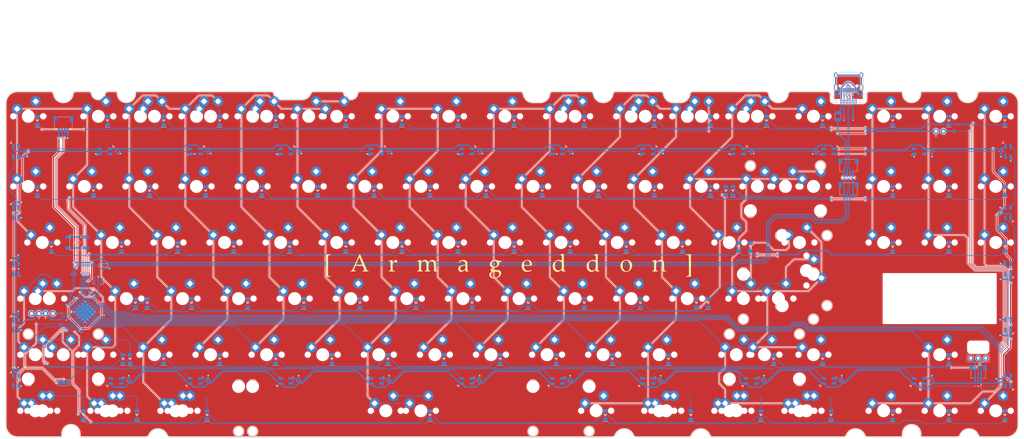
<source format=kicad_pcb>
(kicad_pcb (version 20171130) (host pcbnew "(5.1.12)-1")
  (layers (0 F.Cu signal) (31 B.Cu signal) (34 B.Paste user hide) (35 F.Paste user hide) (36 B.SilkS user) (37 F.SilkS user) (38 B.Mask user hide) (39 F.Mask user hide) (44 Edge.Cuts user))
  (net 0 "")
  (net 1 "Net-(U1-Pad17)")
  (net 2 "Net-(U1-Pad16)")
  (net 3 GND)
  (net 4 D+)
  (net 5 D-)
  (net 6 +5V)
  (net 7 "Net-(D4-Pad2)")
  (net 8 "Net-(D5-Pad2)")
  (net 9 "Net-(D6-Pad2)")
  (net 10 "Net-(D7-Pad2)")
  (net 11 "Net-(D8-Pad2)")
  (net 12 "Net-(D9-Pad2)")
  (net 13 "Net-(D10-Pad2)")
  (net 14 "Net-(D11-Pad2)")
  (net 15 "Net-(D12-Pad2)")
  (net 16 "Net-(D13-Pad2)")
  (net 17 "Net-(D14-Pad2)")
  (net 18 "Net-(D15-Pad2)")
  (net 19 "Net-(D16-Pad2)")
  (net 20 "Net-(D17-Pad2)")
  (net 21 "Net-(D18-Pad2)")
  (net 22 "Net-(D19-Pad2)")
  (net 23 "Net-(D20-Pad2)")
  (net 24 "Net-(D21-Pad2)")
  (net 25 "Net-(D22-Pad2)")
  (net 26 "Net-(D23-Pad2)")
  (net 27 "Net-(D24-Pad2)")
  (net 28 "Net-(D25-Pad2)")
  (net 29 "Net-(D26-Pad2)")
  (net 30 "Net-(D27-Pad2)")
  (net 31 "Net-(D28-Pad2)")
  (net 32 "Net-(D29-Pad2)")
  (net 33 "Net-(D30-Pad2)")
  (net 34 "Net-(D31-Pad2)")
  (net 35 "Net-(D32-Pad2)")
  (net 36 "Net-(D33-Pad2)")
  (net 37 "Net-(D34-Pad2)")
  (net 38 "Net-(D35-Pad2)")
  (net 39 "Net-(D36-Pad2)")
  (net 40 "Net-(D37-Pad2)")
  (net 41 "Net-(D38-Pad2)")
  (net 42 "Net-(D39-Pad2)")
  (net 43 "Net-(D40-Pad2)")
  (net 44 "Net-(D41-Pad2)")
  (net 45 "Net-(D42-Pad2)")
  (net 46 "Net-(D43-Pad2)")
  (net 47 "Net-(D44-Pad2)")
  (net 48 "Net-(D45-Pad2)")
  (net 49 "Net-(D46-Pad2)")
  (net 50 "Net-(D47-Pad2)")
  (net 51 "Net-(D48-Pad2)")
  (net 52 "Net-(D49-Pad2)")
  (net 53 "Net-(D50-Pad2)")
  (net 54 "Net-(D51-Pad2)")
  (net 55 "Net-(D52-Pad2)")
  (net 56 "Net-(D53-Pad2)")
  (net 57 "Net-(D54-Pad2)")
  (net 58 "Net-(D55-Pad2)")
  (net 59 "Net-(D56-Pad2)")
  (net 60 "Net-(D57-Pad2)")
  (net 61 "Net-(D58-Pad2)")
  (net 62 "Net-(D59-Pad2)")
  (net 63 "Net-(D60-Pad2)")
  (net 64 "Net-(D61-Pad2)")
  (net 65 "Net-(D62-Pad2)")
  (net 66 "Net-(D63-Pad2)")
  (net 67 "Net-(D64-Pad2)")
  (net 68 "Net-(D65-Pad2)")
  (net 69 "Net-(D66-Pad2)")
  (net 70 "Net-(D67-Pad2)")
  (net 71 "Net-(D68-Pad2)")
  (net 72 "Net-(D69-Pad2)")
  (net 73 "Net-(D70-Pad2)")
  (net 74 "Net-(D71-Pad2)")
  (net 75 "Net-(D72-Pad2)")
  (net 76 "Net-(D73-Pad2)")
  (net 77 "Net-(D74-Pad2)")
  (net 78 "Net-(D75-Pad2)")
  (net 79 "Net-(D76-Pad2)")
  (net 80 "Net-(D77-Pad2)")
  (net 81 "Net-(D78-Pad2)")
  (net 82 "Net-(D79-Pad2)")
  (net 83 "Net-(D80-Pad2)")
  (net 84 "Net-(D81-Pad2)")
  (net 85 "Net-(D82-Pad2)")
  (net 86 "Net-(D83-Pad2)")
  (net 87 "Net-(D84-Pad2)")
  (net 88 "Net-(D85-Pad2)")
  (net 89 "Net-(D86-Pad2)")
  (net 90 "Net-(D87-Pad2)")
  (net 91 "Net-(D88-Pad2)")
  (net 92 "Net-(D89-Pad2)")
  (net 93 "Net-(D91-Pad2)")
  (net 94 "Net-(D92-Pad2)")
  (net 95 "Net-(R4-Pad2)")
  (net 96 C0)
  (net 97 C1)
  (net 98 C2)
  (net 99 C3)
  (net 100 C4)
  (net 101 C5)
  (net 102 C6)
  (net 103 C7)
  (net 104 C8)
  (net 105 C-)
  (net 106 C+)
  (net 107 R3)
  (net 108 R0)
  (net 109 R1)
  (net 110 R5)
  (net 111 R4)
  (net 112 R2)
  (net 113 R6)
  (net 114 R8)
  (net 115 R10)
  (net 116 R7)
  (net 117 R9)
  (net 118 R11)
  (net 119 CC2)
  (net 120 CC1)
  (net 121 Shiled)
  (net 122 Fuse)
  (net 123 Scroll)
  (net 124 Caps)
  (net 125 "Net-(RGB1-Pad2)")
  (net 126 "Net-(RGB2-Pad2)")
  (net 127 "Net-(RGB3-Pad2)")
  (net 128 "Net-(RGB4-Pad2)")
  (net 129 "Net-(RGB5-Pad2)")
  (net 130 "Net-(RGB6-Pad2)")
  (net 131 "Net-(RGB10-Pad2)")
  (net 132 "Net-(RGB10-Pad4)")
  (net 133 "Net-(RGB11-Pad2)")
  (net 134 "Net-(RGB11-Pad4)")
  (net 135 "Net-(RGB12-Pad4)")
  (net 136 "Net-(RGB14-Pad2)")
  (net 137 "Net-(RGB15-Pad2)")
  (net 138 "Net-(RGB16-Pad2)")
  (net 139 "Net-(RGB17-Pad2)")
  (net 140 "Net-(RGB18-Pad2)")
  (net 141 "Net-(RGB20-Pad2)")
  (net 142 "Net-(C2-Pad2)")
  (net 143 "Net-(D1-Pad1)")
  (net 144 "Net-(D3-Pad1)")
  (net 145 "Net-(D90-Pad2)")
  (net 146 "Net-(D93-Pad2)")
  (net 147 "Net-(D94-Pad2)")
  (net 148 "Net-(R1-Pad2)")
  (net 149 "Net-(R5-Pad2)")
  (net 150 "Net-(RGB21-Pad2)")
  (net 151 "Net-(RGB22-Pad2)")
  (net 152 "Net-(RGB23-Pad2)")
  (net 153 "Net-(RGB24-Pad2)")
  (net 154 "Net-(RGB25-Pad2)")
  (net 155 "Net-(RGB26-Pad2)")
  (net 156 "Net-(RGB27-Pad2)")
  (net 157 "Net-(RGB28-Pad2)")
  (net 158 "Net-(RGB29-Pad2)")
  (net 159 Strip1)
  (net 160 Strip3)
  (net 161 Strip2)
  (net 162 RGB)
  (net 163 Underglow)
  (net 164 DOUT)
  (module logo:Armageddon (layer F.Cu) (at 199.084257 82.052842)
    (fp_text reference G*** hide)
    (fp_text value LOGO hide)
  )
  (module sanproject-keyboard-part:RGB-Header (layer B.Cu) (at 358.629297 115.390402 270)
    (fp_text reference J7)
    (fp_text value "RGB Breakout")
    (pad 1 thru_hole oval (at 0 2.54 270) (size 1.7 1.7) (drill 1) (layers *.Cu B.Mask) (net 3 GND))
    (pad 2 thru_hole oval (at 0 0 270) (size 1.7 1.7) (drill 1) (layers *.Cu B.Mask) (net 6 +5V))
    (pad 3 thru_hole oval (at 0 -2.54 270) (size 1.7 1.7) (drill 1) (layers *.Cu B.Mask) (net 164 DOUT))
  )
  (module sanproject-keyboard-part:JST-SR-3 (layer B.Cu) (at 358.629297 117.771662)
    (fp_text reference J6)
    (fp_text value "RGB JST")
    (pad 3 smd rect (at 1 4.775) (size 0.6 1.55) (layers B.Cu B.Paste B.Mask) (net 164 DOUT))
    (pad 2 smd rect (at 0 4.775) (size 0.6 1.55) (layers B.Cu B.Paste B.Mask) (net 6 +5V))
    (pad 1 smd rect (at -1 4.775) (size 0.6 1.55) (layers B.Cu B.Paste B.Mask) (net 3 GND))
    (pad "" smd rect (at -2.3 0.9) (size 1.2 1.8) (layers B.Cu B.Paste B.Mask))
    (pad "" smd rect (at 2.3 0.9) (size 1.2 1.8) (layers B.Cu B.Paste B.Mask))
  )
  (module sanproject-keyboard-part:SolderJumper-3_P1.3mm_Open_Pad1.0x1.5mm (layer B.Cu) (at 47.984237 123.724812)
    (fp_text reference JP1)
    (fp_text value Jumper_NC_Dual)
    (pad 3 smd rect (at 1.3 0) (size 1 1.5) (layers B.Cu B.Mask) (net 164 DOUT))
    (pad 2 smd rect (at 0 0) (size 1 1.5) (layers B.Cu B.Mask) (net 162 RGB))
    (pad 1 smd rect (at -1.3 0) (size 1 1.5) (layers B.Cu B.Mask) (net 163 Underglow))
  )
  (module sanproject-keyboard-part:SKQG-1155865-2pin (layer B.Cu) (at 52.637337 76.099612)
    (fp_text reference SW1)
    (fp_text value SW_Push)
    (pad 1 smd rect (at 3.1 -1.85) (size 1.8 1.1) (layers B.Cu B.Paste B.Mask) (net 3 GND))
    (pad 2 smd rect (at -3.1 1.85) (size 1.8 1.1) (layers B.Cu B.Paste B.Mask) (net 148 "Net-(R1-Pad2)"))
    (pad 2 smd rect (at 3.1 1.85) (size 1.8 1.1) (layers B.Cu B.Paste B.Mask) (net 148 "Net-(R1-Pad2)"))
    (pad 1 smd rect (at -3.1 -1.85) (size 1.8 1.1) (layers B.Cu B.Paste B.Mask) (net 3 GND))
  )
  (module sanproject-keyboard-part:JST-SR-4 (layer B.Cu) (at 314.574837 55.587112)
    (fp_text reference J5)
    (fp_text value "Amber TKL")
    (pad "" smd rect (at 2.8 0.9) (size 1.2 1.8) (layers B.Cu B.Paste B.Mask))
    (pad "" smd rect (at -2.8 0.9) (size 1.2 1.8) (layers B.Cu B.Paste B.Mask))
    (pad 1 smd rect (at -1.5 4.775) (size 0.6 1.55) (layers B.Cu B.Paste B.Mask) (net 6 +5V))
    (pad 2 smd rect (at -0.5 4.775) (size 0.6 1.55) (layers B.Cu B.Paste B.Mask) (net 105 C-))
    (pad 4 smd rect (at 1.5 4.775) (size 0.6 1.55) (layers B.Cu B.Paste B.Mask) (net 3 GND))
    (pad 3 smd rect (at 0.5 4.775) (size 0.6 1.55) (layers B.Cu B.Paste B.Mask) (net 106 C+))
  )
  (module sanproject-keyboard-part:PinHeader_1x04_P1.27mm_Vertical (layer F.Cu) (at 314.574837 54.087112 90)
    (fp_text reference J4)
    (fp_text value Breakout)
    (pad 1 thru_hole circle (at 0 -1.905 90) (size 1 1) (drill 0.65) (layers *.Cu *.Mask) (net 6 +5V))
    (pad 2 thru_hole oval (at 0 -0.635 90) (size 1 1) (drill 0.65) (layers *.Cu *.Mask) (net 105 C-))
    (pad 3 thru_hole oval (at 0 0.635 90) (size 1 1) (drill 0.65) (layers *.Cu *.Mask) (net 106 C+))
    (pad 4 thru_hole oval (at 0 1.905 90) (size 1 1) (drill 0.65) (layers *.Cu *.Mask) (net 3 GND))
  )
  (module sanproject-keyboard-part:JST-SR-4 (layer B.Cu) (at 314.574837 47.587112)
    (fp_text reference J3)
    (fp_text value HIney/Mechlovin)
    (pad "" smd rect (at 2.8 0.9) (size 1.2 1.8) (layers B.Cu B.Paste B.Mask))
    (pad "" smd rect (at -2.8 0.9) (size 1.2 1.8) (layers B.Cu B.Paste B.Mask))
    (pad 1 smd rect (at -1.5 4.775) (size 0.6 1.55) (layers B.Cu B.Paste B.Mask) (net 6 +5V))
    (pad 2 smd rect (at -0.5 4.775) (size 0.6 1.55) (layers B.Cu B.Paste B.Mask) (net 105 C-))
    (pad 4 smd rect (at 1.5 4.775) (size 0.6 1.55) (layers B.Cu B.Paste B.Mask) (net 3 GND))
    (pad 3 smd rect (at 0.5 4.775) (size 0.6 1.55) (layers B.Cu B.Paste B.Mask) (net 106 C+))
  )
  (module MX_Solder_SawnsProjects_AntiShear:MXOnly-1U-NoLED (layer F.Cu) (at 345.531087 133.249612)
    (fp_text reference MX108)
    (fp_text value 1U)
    (pad 1 thru_hole circle (at -3.81 -1.49 180) (size 0.4 0.4) (drill 0.3) (layers *.Cu B.Mask) (net 103 C7))
    (pad 2 thru_hole circle (at 2.54 -6.13) (size 0.4 0.4) (drill 0.3) (layers *.Cu B.Mask) (net 145 "Net-(D90-Pad2)"))
    (pad 1 smd circle (at -3.81 -2.54) (size 3.6 3.6) (layers B.Cu) (net 103 C7))
    (pad 1 thru_hole circle (at -3.81 -2.54) (size 2.5 2.5) (drill 1.7) (layers *.Cu) (net 103 C7))
    (pad "" np_thru_hole circle (at -5.08 0 48.0996) (size 1.75 1.75) (drill 1.75) (layers *.Cu *.Mask))
    (pad 2 thru_hole circle (at 1.49 -5.08 90) (size 0.4 0.4) (drill 0.3) (layers *.Cu B.Mask) (net 145 "Net-(D90-Pad2)"))
    (pad 2 thru_hole circle (at 2.54 -4.03 180) (size 0.4 0.4) (drill 0.3) (layers *.Cu B.Mask) (net 145 "Net-(D90-Pad2)"))
    (pad 2 smd circle (at 2.54 -5.08) (size 3.6 3.6) (layers B.Cu) (net 145 "Net-(D90-Pad2)"))
    (pad 2 thru_hole circle (at 2.54 -5.08) (size 2.5 2.5) (drill 1.7) (layers *.Cu) (net 145 "Net-(D90-Pad2)"))
    (pad 1 thru_hole circle (at -4.86 -2.54 90) (size 0.4 0.4) (drill 0.3) (layers *.Cu B.Mask) (net 103 C7))
    (pad "" np_thru_hole circle (at 5.08 0 48.0996) (size 1.75 1.75) (drill 1.75) (layers *.Cu *.Mask))
    (pad 1 thru_hole circle (at -2.76 -2.54 270) (size 0.4 0.4) (drill 0.3) (layers *.Cu B.Mask) (net 103 C7))
    (pad 1 thru_hole circle (at -3.81 -3.59) (size 0.4 0.4) (drill 0.3) (layers *.Cu B.Mask) (net 103 C7))
    (pad "" np_thru_hole circle (at 0 0) (size 3.9878 3.9878) (drill 3.9878) (layers *.Cu *.Mask))
    (pad 2 thru_hole circle (at 3.59 -5.08 270) (size 0.4 0.4) (drill 0.3) (layers *.Cu B.Mask) (net 145 "Net-(D90-Pad2)"))
  )
  (module sanproject-keyboard-part:C_0603 (layer B.Cu) (at 31.801293 62.407438)
    (fp_text reference C38)
    (fp_text value 0.1uF)
    (pad 2 smd rect (at 0.75 0) (size 0.8 0.75) (layers B.Cu B.Paste B.Mask) (net 3 GND))
    (pad 1 smd rect (at -0.75 0) (size 0.8 0.75) (layers B.Cu B.Paste B.Mask) (net 6 +5V))
  )
  (module sanproject-keyboard-part:C_0603 (layer B.Cu) (at 31.801293 119.557582 180)
    (fp_text reference C37)
    (fp_text value 0.1uF)
    (pad 2 smd rect (at 0.75 0 180) (size 0.8 0.75) (layers B.Cu B.Paste B.Mask) (net 6 +5V))
    (pad 1 smd rect (at -0.75 0 180) (size 0.8 0.75) (layers B.Cu B.Paste B.Mask) (net 3 GND))
  )
  (module sanproject-keyboard-part:C_0603 (layer B.Cu) (at 368.749017 107.651302 180)
    (fp_text reference C36)
    (fp_text value 0.1uF)
    (pad 2 smd rect (at 0.75 0 180) (size 0.8 0.75) (layers B.Cu B.Paste B.Mask) (net 3 GND))
    (pad 1 smd rect (at -0.75 0 180) (size 0.8 0.75) (layers B.Cu B.Paste B.Mask) (net 6 +5V))
  )
  (module sanproject-keyboard-part:C_0603 (layer B.Cu) (at 366.367761 45.143332 90)
    (fp_text reference C35)
    (fp_text value 0.1uF)
    (pad 2 smd rect (at 0.75 0 90) (size 0.8 0.75) (layers B.Cu B.Paste B.Mask) (net 6 +5V))
    (pad 1 smd rect (at -0.75 0 90) (size 0.8 0.75) (layers B.Cu B.Paste B.Mask) (net 3 GND))
  )
  (module sanproject-keyboard-part:C_0603 (layer B.Cu) (at 31.801293 81.457486)
    (fp_text reference C34)
    (fp_text value 0.1uF)
    (pad 2 smd rect (at 0.75 0) (size 0.8 0.75) (layers B.Cu B.Paste B.Mask) (net 3 GND))
    (pad 1 smd rect (at -0.75 0) (size 0.8 0.75) (layers B.Cu B.Paste B.Mask) (net 6 +5V))
  )
  (module sanproject-keyboard-part:C_0603 (layer B.Cu) (at 34.777863 46.036303 90)
    (fp_text reference C33)
    (fp_text value 0.1uF)
    (pad 2 smd rect (at 0.75 0 90) (size 0.8 0.75) (layers B.Cu B.Paste B.Mask) (net 6 +5V))
    (pad 1 smd rect (at -0.75 0 90) (size 0.8 0.75) (layers B.Cu B.Paste B.Mask) (net 3 GND))
  )
  (module sanproject-keyboard-part:C_0603 (layer B.Cu) (at 368.749017 88.601254 180)
    (fp_text reference C32)
    (fp_text value 0.1uF)
    (pad 2 smd rect (at 0.75 0 180) (size 0.8 0.75) (layers B.Cu B.Paste B.Mask) (net 3 GND))
    (pad 1 smd rect (at -0.75 0 180) (size 0.8 0.75) (layers B.Cu B.Paste B.Mask) (net 6 +5V))
  )
  (module sanproject-keyboard-part:C_0603 (layer B.Cu) (at 31.801293 100.507534 180)
    (fp_text reference C31)
    (fp_text value 0.1uF)
    (pad 2 smd rect (at 0.75 0 180) (size 0.8 0.75) (layers B.Cu B.Paste B.Mask) (net 6 +5V))
    (pad 1 smd rect (at -0.75 0 180) (size 0.8 0.75) (layers B.Cu B.Paste B.Mask) (net 3 GND))
  )
  (module sanproject-keyboard-part:C_0603 (layer B.Cu) (at 366.070104 65.979322 90)
    (fp_text reference C30)
    (fp_text value 0.1uF)
    (pad 2 smd rect (at 0.75 0 90) (size 0.8 0.75) (layers B.Cu B.Paste B.Mask) (net 3 GND))
    (pad 1 smd rect (at -0.75 0 90) (size 0.8 0.75) (layers B.Cu B.Paste B.Mask) (net 6 +5V))
  )
  (module sanproject-keyboard-part:C_0603 (layer B.Cu) (at 365.772447 123.129466 270)
    (fp_text reference C29)
    (fp_text value 0.1uF)
    (pad 2 smd rect (at 0.75 0 270) (size 0.8 0.75) (layers B.Cu B.Paste B.Mask) (net 6 +5V))
    (pad 1 smd rect (at -0.75 0 270) (size 0.8 0.75) (layers B.Cu B.Paste B.Mask) (net 3 GND))
  )
  (module sanproject-keyboard-part:C_0603 (layer B.Cu) (at 66.32955 45.143352 90)
    (fp_text reference C9)
    (fp_text value 0.1uF)
    (pad 2 smd rect (at 0.75 0 90) (size 0.8 0.75) (layers B.Cu B.Paste B.Mask) (net 6 +5V))
    (pad 1 smd rect (at -0.75 0 90) (size 0.8 0.75) (layers B.Cu B.Paste B.Mask) (net 3 GND))
  )
  (module sanproject-keyboard-part:C_0603 (layer B.Cu) (at 97.06955 123.129355 90)
    (fp_text reference C28)
    (fp_text value 0.1uF)
    (pad 2 smd rect (at 0.75 0 90) (size 0.8 0.75) (layers B.Cu B.Paste B.Mask) (net 3 GND))
    (pad 1 smd rect (at -0.75 0 90) (size 0.8 0.75) (layers B.Cu B.Paste B.Mask) (net 6 +5V))
  )
  (module sanproject-keyboard-part:C_0603 (layer B.Cu) (at 127.80955 123.129355 90)
    (fp_text reference C27)
    (fp_text value 0.1uF)
    (pad 2 smd rect (at 0.75 0 90) (size 0.8 0.75) (layers B.Cu B.Paste B.Mask) (net 3 GND))
    (pad 1 smd rect (at -0.75 0 90) (size 0.8 0.75) (layers B.Cu B.Paste B.Mask) (net 6 +5V))
  )
  (module sanproject-keyboard-part:C_0603 (layer B.Cu) (at 189.28955 123.129355 90)
    (fp_text reference C26)
    (fp_text value 0.1uF)
    (pad 2 smd rect (at 0.75 0 90) (size 0.8 0.75) (layers B.Cu B.Paste B.Mask) (net 3 GND))
    (pad 1 smd rect (at -0.75 0 90) (size 0.8 0.75) (layers B.Cu B.Paste B.Mask) (net 6 +5V))
  )
  (module sanproject-keyboard-part:C_0603 (layer B.Cu) (at 342.98955 123.129355 90)
    (fp_text reference C25)
    (fp_text value 0.1uF)
    (pad 2 smd rect (at 0.75 0 90) (size 0.8 0.75) (layers B.Cu B.Paste B.Mask) (net 3 GND))
    (pad 1 smd rect (at -0.75 0 90) (size 0.8 0.75) (layers B.Cu B.Paste B.Mask) (net 6 +5V))
  )
  (module sanproject-keyboard-part:C_0603 (layer B.Cu) (at 70.11955 123.129355 90)
    (fp_text reference C24)
    (fp_text value 0.1uF)
    (pad 2 smd rect (at 0.75 0 90) (size 0.8 0.75) (layers B.Cu B.Paste B.Mask) (net 3 GND))
    (pad 1 smd rect (at -0.75 0 90) (size 0.8 0.75) (layers B.Cu B.Paste B.Mask) (net 6 +5V))
  )
  (module sanproject-keyboard-part:C_0603 (layer B.Cu) (at 220.02955 123.129355 90)
    (fp_text reference C23)
    (fp_text value 0.1uF)
    (pad 2 smd rect (at 0.75 0 90) (size 0.8 0.75) (layers B.Cu B.Paste B.Mask) (net 3 GND))
    (pad 1 smd rect (at -0.75 0 90) (size 0.8 0.75) (layers B.Cu B.Paste B.Mask) (net 6 +5V))
  )
  (module sanproject-keyboard-part:C_0603 (layer B.Cu) (at 312.253867 123.129355 90)
    (fp_text reference C22)
    (fp_text value 0.1uF)
    (pad 2 smd rect (at 0.75 0 90) (size 0.8 0.75) (layers B.Cu B.Paste B.Mask) (net 3 GND))
    (pad 1 smd rect (at -0.75 0 90) (size 0.8 0.75) (layers B.Cu B.Paste B.Mask) (net 6 +5V))
  )
  (module sanproject-keyboard-part:C_0603 (layer B.Cu) (at 158.54955 123.129355 90)
    (fp_text reference C21)
    (fp_text value 0.1uF)
    (pad 2 smd rect (at 0.75 0 90) (size 0.8 0.75) (layers B.Cu B.Paste B.Mask) (net 3 GND))
    (pad 1 smd rect (at -0.75 0 90) (size 0.8 0.75) (layers B.Cu B.Paste B.Mask) (net 6 +5V))
  )
  (module sanproject-keyboard-part:C_0603 (layer B.Cu) (at 285.837869 123.129355 90)
    (fp_text reference C20)
    (fp_text value 0.1uF)
    (pad 2 smd rect (at 0.75 0 90) (size 0.8 0.75) (layers B.Cu B.Paste B.Mask) (net 3 GND))
    (pad 1 smd rect (at -0.75 0 90) (size 0.8 0.75) (layers B.Cu B.Paste B.Mask) (net 6 +5V))
  )
  (module sanproject-keyboard-part:C_0603 (layer B.Cu) (at 250.76955 123.129355 90)
    (fp_text reference C19)
    (fp_text value 0.1uF)
    (pad 2 smd rect (at 0.75 0 90) (size 0.8 0.75) (layers B.Cu B.Paste B.Mask) (net 3 GND))
    (pad 1 smd rect (at -0.75 0 90) (size 0.8 0.75) (layers B.Cu B.Paste B.Mask) (net 6 +5V))
  )
  (module sanproject-keyboard-part:C_0603 (layer B.Cu) (at 342.98955 45.143352 90)
    (fp_text reference C18)
    (fp_text value 0.1uF)
    (pad 2 smd rect (at 0.75 0 90) (size 0.8 0.75) (layers B.Cu B.Paste B.Mask) (net 6 +5V))
    (pad 1 smd rect (at -0.75 0 90) (size 0.8 0.75) (layers B.Cu B.Paste B.Mask) (net 3 GND))
  )
  (module sanproject-keyboard-part:C_0603 (layer B.Cu) (at 303.479344 45.143352 90)
    (fp_text reference C17)
    (fp_text value 0.1uF)
    (pad 2 smd rect (at 0.75 0 90) (size 0.8 0.75) (layers B.Cu B.Paste B.Mask) (net 6 +5V))
    (pad 1 smd rect (at -0.75 0 90) (size 0.8 0.75) (layers B.Cu B.Paste B.Mask) (net 3 GND))
  )
  (module sanproject-keyboard-part:C_0603 (layer B.Cu) (at 189.28955 45.143352 90)
    (fp_text reference C16)
    (fp_text value 0.1uF)
    (pad 2 smd rect (at 0.75 0 90) (size 0.8 0.75) (layers B.Cu B.Paste B.Mask) (net 6 +5V))
    (pad 1 smd rect (at -0.75 0 90) (size 0.8 0.75) (layers B.Cu B.Paste B.Mask) (net 3 GND))
  )
  (module sanproject-keyboard-part:C_0603 (layer B.Cu) (at 281.50955 45.143352 90)
    (fp_text reference C15)
    (fp_text value 0.1uF)
    (pad 2 smd rect (at 0.75 0 90) (size 0.8 0.75) (layers B.Cu B.Paste B.Mask) (net 6 +5V))
    (pad 1 smd rect (at -0.75 0 90) (size 0.8 0.75) (layers B.Cu B.Paste B.Mask) (net 3 GND))
  )
  (module sanproject-keyboard-part:C_0603 (layer B.Cu) (at 220.02955 45.143352 90)
    (fp_text reference C14)
    (fp_text value 0.1uF)
    (pad 2 smd rect (at 0.75 0 90) (size 0.8 0.75) (layers B.Cu B.Paste B.Mask) (net 6 +5V))
    (pad 1 smd rect (at -0.75 0 90) (size 0.8 0.75) (layers B.Cu B.Paste B.Mask) (net 3 GND))
  )
  (module sanproject-keyboard-part:C_0603 (layer B.Cu) (at 158.54955 45.143352 90)
    (fp_text reference C13)
    (fp_text value 0.1uF)
    (pad 2 smd rect (at 0.75 0 90) (size 0.8 0.75) (layers B.Cu B.Paste B.Mask) (net 6 +5V))
    (pad 1 smd rect (at -0.75 0 90) (size 0.8 0.75) (layers B.Cu B.Paste B.Mask) (net 3 GND))
  )
  (module sanproject-keyboard-part:C_0603 (layer B.Cu) (at 250.76955 45.143352 90)
    (fp_text reference C12)
    (fp_text value 0.1uF)
    (pad 2 smd rect (at 0.75 0 90) (size 0.8 0.75) (layers B.Cu B.Paste B.Mask) (net 6 +5V))
    (pad 1 smd rect (at -0.75 0 90) (size 0.8 0.75) (layers B.Cu B.Paste B.Mask) (net 3 GND))
  )
  (module sanproject-keyboard-part:C_0603 (layer B.Cu) (at 127.80955 45.143352 90)
    (fp_text reference C11)
    (fp_text value 0.1uF)
    (pad 2 smd rect (at 0.75 0 90) (size 0.8 0.75) (layers B.Cu B.Paste B.Mask) (net 6 +5V))
    (pad 1 smd rect (at -0.75 0 90) (size 0.8 0.75) (layers B.Cu B.Paste B.Mask) (net 3 GND))
  )
  (module sanproject-keyboard-part:C_0603 (layer B.Cu) (at 97.06955 45.143352 90)
    (fp_text reference C10)
    (fp_text value 0.1uF)
    (pad 2 smd rect (at 0.75 0 90) (size 0.8 0.75) (layers B.Cu B.Paste B.Mask) (net 6 +5V))
    (pad 1 smd rect (at -0.75 0 90) (size 0.8 0.75) (layers B.Cu B.Paste B.Mask) (net 3 GND))
  )
  (module sanproject-keyboard-part:LED_SK6812MINI_PLCC4_3.5x3.5mm_P1.75mm (layer B.Cu) (at 92.685719 45.143352 180)
    (fp_text reference RGB5)
    (fp_text value WS2812B)
    (pad 3 smd rect (at 1.75 -0.875 180) (size 1.6 0.85) (layers B.Cu B.Paste B.Mask) (net 3 GND))
    (pad 1 smd rect (at -1.75 0.875 180) (size 1.6 0.85) (layers B.Cu B.Paste B.Mask) (net 6 +5V))
    (pad 4 smd rect (at 1.75 0.875 180) (size 1.6 0.85) (layers B.Cu B.Paste B.Mask) (net 126 "Net-(RGB2-Pad2)"))
    (pad 2 smd rect (at -1.75 -0.875 180) (size 1.6 0.85) (layers B.Cu B.Paste B.Mask) (net 129 "Net-(RGB5-Pad2)"))
  )
  (module sanproject-keyboard-part:LED_SK6812MINI_PLCC4_3.5x3.5mm_P1.75mm (layer B.Cu) (at 65.734237 123.129355)
    (fp_text reference RGB30)
    (fp_text value WS2812B)
    (pad 3 smd rect (at 1.75 -0.875) (size 1.6 0.85) (layers B.Cu B.Paste B.Mask) (net 3 GND))
    (pad 1 smd rect (at -1.75 0.875) (size 1.6 0.85) (layers B.Cu B.Paste B.Mask) (net 6 +5V))
    (pad 4 smd rect (at 1.75 0.875) (size 1.6 0.85) (layers B.Cu B.Paste B.Mask) (net 158 "Net-(RGB29-Pad2)"))
    (pad 2 smd rect (at -1.75 -0.875) (size 1.6 0.85) (layers B.Cu B.Paste B.Mask))
  )
  (module sanproject-keyboard-part:LED_SK6812MINI_PLCC4_3.5x3.5mm_P1.75mm (layer B.Cu) (at 92.683867 123.129355)
    (fp_text reference RGB29)
    (fp_text value WS2812B)
    (pad 3 smd rect (at 1.75 -0.875) (size 1.6 0.85) (layers B.Cu B.Paste B.Mask) (net 3 GND))
    (pad 1 smd rect (at -1.75 0.875) (size 1.6 0.85) (layers B.Cu B.Paste B.Mask) (net 6 +5V))
    (pad 4 smd rect (at 1.75 0.875) (size 1.6 0.85) (layers B.Cu B.Paste B.Mask) (net 157 "Net-(RGB28-Pad2)"))
    (pad 2 smd rect (at -1.75 -0.875) (size 1.6 0.85) (layers B.Cu B.Paste B.Mask) (net 158 "Net-(RGB29-Pad2)"))
  )
  (module sanproject-keyboard-part:LED_SK6812MINI_PLCC4_3.5x3.5mm_P1.75mm (layer B.Cu) (at 123.423867 123.129355)
    (fp_text reference RGB28)
    (fp_text value WS2812B)
    (pad 3 smd rect (at 1.75 -0.875) (size 1.6 0.85) (layers B.Cu B.Paste B.Mask) (net 3 GND))
    (pad 1 smd rect (at -1.75 0.875) (size 1.6 0.85) (layers B.Cu B.Paste B.Mask) (net 6 +5V))
    (pad 4 smd rect (at 1.75 0.875) (size 1.6 0.85) (layers B.Cu B.Paste B.Mask) (net 156 "Net-(RGB27-Pad2)"))
    (pad 2 smd rect (at -1.75 -0.875) (size 1.6 0.85) (layers B.Cu B.Paste B.Mask) (net 157 "Net-(RGB28-Pad2)"))
  )
  (module sanproject-keyboard-part:LED_SK6812MINI_PLCC4_3.5x3.5mm_P1.75mm (layer B.Cu) (at 154.163867 123.129355)
    (fp_text reference RGB27)
    (fp_text value WS2812B)
    (pad 3 smd rect (at 1.75 -0.875) (size 1.6 0.85) (layers B.Cu B.Paste B.Mask) (net 3 GND))
    (pad 1 smd rect (at -1.75 0.875) (size 1.6 0.85) (layers B.Cu B.Paste B.Mask) (net 6 +5V))
    (pad 4 smd rect (at 1.75 0.875) (size 1.6 0.85) (layers B.Cu B.Paste B.Mask) (net 155 "Net-(RGB26-Pad2)"))
    (pad 2 smd rect (at -1.75 -0.875) (size 1.6 0.85) (layers B.Cu B.Paste B.Mask) (net 156 "Net-(RGB27-Pad2)"))
  )
  (module sanproject-keyboard-part:LED_SK6812MINI_PLCC4_3.5x3.5mm_P1.75mm (layer B.Cu) (at 184.903867 123.129355)
    (fp_text reference RGB26)
    (fp_text value WS2812B)
    (pad 3 smd rect (at 1.75 -0.875) (size 1.6 0.85) (layers B.Cu B.Paste B.Mask) (net 3 GND))
    (pad 1 smd rect (at -1.75 0.875) (size 1.6 0.85) (layers B.Cu B.Paste B.Mask) (net 6 +5V))
    (pad 4 smd rect (at 1.75 0.875) (size 1.6 0.85) (layers B.Cu B.Paste B.Mask) (net 154 "Net-(RGB25-Pad2)"))
    (pad 2 smd rect (at -1.75 -0.875) (size 1.6 0.85) (layers B.Cu B.Paste B.Mask) (net 155 "Net-(RGB26-Pad2)"))
  )
  (module sanproject-keyboard-part:LED_SK6812MINI_PLCC4_3.5x3.5mm_P1.75mm (layer B.Cu) (at 215.643867 123.129355)
    (fp_text reference RGB25)
    (fp_text value WS2812B)
    (pad 3 smd rect (at 1.75 -0.875) (size 1.6 0.85) (layers B.Cu B.Paste B.Mask) (net 3 GND))
    (pad 1 smd rect (at -1.75 0.875) (size 1.6 0.85) (layers B.Cu B.Paste B.Mask) (net 6 +5V))
    (pad 4 smd rect (at 1.75 0.875) (size 1.6 0.85) (layers B.Cu B.Paste B.Mask) (net 153 "Net-(RGB24-Pad2)"))
    (pad 2 smd rect (at -1.75 -0.875) (size 1.6 0.85) (layers B.Cu B.Paste B.Mask) (net 154 "Net-(RGB25-Pad2)"))
  )
  (module sanproject-keyboard-part:LED_SK6812MINI_PLCC4_3.5x3.5mm_P1.75mm (layer B.Cu) (at 246.383867 123.129355)
    (fp_text reference RGB24)
    (fp_text value WS2812B)
    (pad 3 smd rect (at 1.75 -0.875) (size 1.6 0.85) (layers B.Cu B.Paste B.Mask) (net 3 GND))
    (pad 1 smd rect (at -1.75 0.875) (size 1.6 0.85) (layers B.Cu B.Paste B.Mask) (net 6 +5V))
    (pad 4 smd rect (at 1.75 0.875) (size 1.6 0.85) (layers B.Cu B.Paste B.Mask) (net 152 "Net-(RGB23-Pad2)"))
    (pad 2 smd rect (at -1.75 -0.875) (size 1.6 0.85) (layers B.Cu B.Paste B.Mask) (net 153 "Net-(RGB24-Pad2)"))
  )
  (module sanproject-keyboard-part:LED_SK6812MINI_PLCC4_3.5x3.5mm_P1.75mm (layer B.Cu) (at 281.535202 123.129355)
    (fp_text reference RGB23)
    (fp_text value WS2812B)
    (pad 3 smd rect (at 1.75 -0.875) (size 1.6 0.85) (layers B.Cu B.Paste B.Mask) (net 3 GND))
    (pad 1 smd rect (at -1.75 0.875) (size 1.6 0.85) (layers B.Cu B.Paste B.Mask) (net 6 +5V))
    (pad 4 smd rect (at 1.75 0.875) (size 1.6 0.85) (layers B.Cu B.Paste B.Mask) (net 151 "Net-(RGB22-Pad2)"))
    (pad 2 smd rect (at -1.75 -0.875) (size 1.6 0.85) (layers B.Cu B.Paste B.Mask) (net 152 "Net-(RGB23-Pad2)"))
  )
  (module sanproject-keyboard-part:LED_SK6812MINI_PLCC4_3.5x3.5mm_P1.75mm (layer B.Cu) (at 307.863867 123.129355)
    (fp_text reference RGB22)
    (fp_text value WS2812B)
    (pad 3 smd rect (at 1.75 -0.875) (size 1.6 0.85) (layers B.Cu B.Paste B.Mask) (net 3 GND))
    (pad 1 smd rect (at -1.75 0.875) (size 1.6 0.85) (layers B.Cu B.Paste B.Mask) (net 6 +5V))
    (pad 4 smd rect (at 1.75 0.875) (size 1.6 0.85) (layers B.Cu B.Paste B.Mask) (net 150 "Net-(RGB21-Pad2)"))
    (pad 2 smd rect (at -1.75 -0.875) (size 1.6 0.85) (layers B.Cu B.Paste B.Mask) (net 151 "Net-(RGB22-Pad2)"))
  )
  (module sanproject-keyboard-part:LED_SK6812MINI_PLCC4_3.5x3.5mm_P1.75mm (layer B.Cu) (at 338.603867 123.129355)
    (fp_text reference RGB21)
    (fp_text value WS2812B)
    (pad 3 smd rect (at 1.75 -0.875) (size 1.6 0.85) (layers B.Cu B.Paste B.Mask) (net 3 GND))
    (pad 1 smd rect (at -1.75 0.875) (size 1.6 0.85) (layers B.Cu B.Paste B.Mask) (net 6 +5V))
    (pad 4 smd rect (at 1.75 0.875) (size 1.6 0.85) (layers B.Cu B.Paste B.Mask) (net 160 Strip3))
    (pad 2 smd rect (at -1.75 -0.875) (size 1.6 0.85) (layers B.Cu B.Paste B.Mask) (net 150 "Net-(RGB21-Pad2)"))
  )
  (module MX_Solder_SawnsProjects_AntiShear:MXOnly-1.5U-NoLED (layer F.Cu) (at 297.906087 133.249612)
    (fp_text reference MX91)
    (fp_text value 1.5U)
    (pad 2 thru_hole circle (at 2.54 -6.13) (size 0.4 0.4) (drill 0.3) (layers *.Cu B.Mask) (net 84 "Net-(D81-Pad2)"))
    (pad 1 thru_hole circle (at -3.81 -1.49 180) (size 0.4 0.4) (drill 0.3) (layers *.Cu B.Mask) (net 102 C6))
    (pad 2 thru_hole circle (at 3.59 -5.08 270) (size 0.4 0.4) (drill 0.3) (layers *.Cu B.Mask) (net 84 "Net-(D81-Pad2)"))
    (pad 1 thru_hole circle (at -3.81 -3.59) (size 0.4 0.4) (drill 0.3) (layers *.Cu B.Mask) (net 102 C6))
    (pad 1 thru_hole circle (at -4.86 -2.54 90) (size 0.4 0.4) (drill 0.3) (layers *.Cu B.Mask) (net 102 C6))
    (pad 2 thru_hole circle (at 1.49 -5.08 90) (size 0.4 0.4) (drill 0.3) (layers *.Cu B.Mask) (net 84 "Net-(D81-Pad2)"))
    (pad 1 thru_hole circle (at -2.76 -2.54 270) (size 0.4 0.4) (drill 0.3) (layers *.Cu B.Mask) (net 102 C6))
    (pad 2 thru_hole circle (at 2.54 -4.03 180) (size 0.4 0.4) (drill 0.3) (layers *.Cu B.Mask) (net 84 "Net-(D81-Pad2)"))
    (pad "" np_thru_hole circle (at 5.08 0 48.0996) (size 1.75 1.75) (drill 1.75) (layers *.Cu *.Mask))
    (pad "" np_thru_hole circle (at -5.08 0 48.0996) (size 1.75 1.75) (drill 1.75) (layers *.Cu *.Mask))
    (pad 1 thru_hole circle (at -3.81 -2.54) (size 2.5 2.5) (drill 1.7) (layers *.Cu) (net 102 C6))
    (pad 2 thru_hole circle (at 2.54 -5.08) (size 2.5 2.5) (drill 1.7) (layers *.Cu) (net 84 "Net-(D81-Pad2)"))
    (pad 1 smd circle (at -3.81 -2.54) (size 3.6 3.6) (layers B.Cu) (net 102 C6))
    (pad "" np_thru_hole circle (at 0 0) (size 3.9878 3.9878) (drill 3.9878) (layers *.Cu *.Mask))
    (pad 2 smd circle (at 2.54 -5.08) (size 3.6 3.6) (layers B.Cu) (net 84 "Net-(D81-Pad2)"))
  )
  (module MX_Solder_SawnsProjects_AntiShear:MXOnly-1U-NoLED (layer F.Cu) (at 69.306087 95.149612)
    (fp_text reference MX14)
    (fp_text value 1U)
    (pad 1 thru_hole circle (at -3.81 -1.49 180) (size 0.4 0.4) (drill 0.3) (layers *.Cu B.Mask) (net 96 C0))
    (pad 2 thru_hole circle (at 2.54 -6.13) (size 0.4 0.4) (drill 0.3) (layers *.Cu B.Mask) (net 16 "Net-(D13-Pad2)"))
    (pad 1 smd circle (at -3.81 -2.54) (size 3.6 3.6) (layers B.Cu) (net 96 C0))
    (pad 1 thru_hole circle (at -3.81 -2.54) (size 2.5 2.5) (drill 1.7) (layers *.Cu) (net 96 C0))
    (pad "" np_thru_hole circle (at -5.08 0 48.0996) (size 1.75 1.75) (drill 1.75) (layers *.Cu *.Mask))
    (pad 2 thru_hole circle (at 1.49 -5.08 90) (size 0.4 0.4) (drill 0.3) (layers *.Cu B.Mask) (net 16 "Net-(D13-Pad2)"))
    (pad 2 thru_hole circle (at 2.54 -4.03 180) (size 0.4 0.4) (drill 0.3) (layers *.Cu B.Mask) (net 16 "Net-(D13-Pad2)"))
    (pad 2 smd circle (at 2.54 -5.08) (size 3.6 3.6) (layers B.Cu) (net 16 "Net-(D13-Pad2)"))
    (pad 2 thru_hole circle (at 2.54 -5.08) (size 2.5 2.5) (drill 1.7) (layers *.Cu) (net 16 "Net-(D13-Pad2)"))
    (pad 1 thru_hole circle (at -4.86 -2.54 90) (size 0.4 0.4) (drill 0.3) (layers *.Cu B.Mask) (net 96 C0))
    (pad "" np_thru_hole circle (at 5.08 0 48.0996) (size 1.75 1.75) (drill 1.75) (layers *.Cu *.Mask))
    (pad 1 thru_hole circle (at -2.76 -2.54 270) (size 0.4 0.4) (drill 0.3) (layers *.Cu B.Mask) (net 96 C0))
    (pad 1 thru_hole circle (at -3.81 -3.59) (size 0.4 0.4) (drill 0.3) (layers *.Cu B.Mask) (net 96 C0))
    (pad "" np_thru_hole circle (at 0 0) (size 3.9878 3.9878) (drill 3.9878) (layers *.Cu *.Mask))
    (pad 2 thru_hole circle (at 3.59 -5.08 270) (size 0.4 0.4) (drill 0.3) (layers *.Cu B.Mask) (net 16 "Net-(D13-Pad2)"))
  )
  (module sanproject-keyboard-part:LED_SK6812MINI_PLCC4_3.5x3.5mm_P1.75mm (layer B.Cu) (at 368.749017 123.129355 90)
    (fp_text reference RGB12)
    (fp_text value WS2812B)
    (pad 3 smd rect (at 1.75 -0.875 90) (size 1.6 0.85) (layers B.Cu B.Paste B.Mask) (net 3 GND))
    (pad 1 smd rect (at -1.75 0.875 90) (size 1.6 0.85) (layers B.Cu B.Paste B.Mask) (net 6 +5V))
    (pad 4 smd rect (at 1.75 0.875 90) (size 1.6 0.85) (layers B.Cu B.Paste B.Mask) (net 135 "Net-(RGB12-Pad4)"))
    (pad 2 smd rect (at -1.75 -0.875 90) (size 1.6 0.85) (layers B.Cu B.Paste B.Mask) (net 160 Strip3))
  )
  (module sanproject-keyboard-part:LED_SK6812MINI_PLCC4_3.5x3.5mm_P1.75mm (layer B.Cu) (at 368.749017 104.079339 90)
    (fp_text reference RGB9)
    (fp_text value WS2812B)
    (pad 3 smd rect (at 1.75 -0.875 90) (size 1.6 0.85) (layers B.Cu B.Paste B.Mask) (net 3 GND))
    (pad 1 smd rect (at -1.75 0.875 90) (size 1.6 0.85) (layers B.Cu B.Paste B.Mask) (net 6 +5V))
    (pad 4 smd rect (at 1.75 0.875 90) (size 1.6 0.85) (layers B.Cu B.Paste B.Mask) (net 130 "Net-(RGB6-Pad2)"))
    (pad 2 smd rect (at -1.75 -0.875 90) (size 1.6 0.85) (layers B.Cu B.Paste B.Mask) (net 135 "Net-(RGB12-Pad4)"))
  )
  (module sanproject-keyboard-part:LED_SK6812MINI_PLCC4_3.5x3.5mm_P1.75mm (layer B.Cu) (at 368.749017 85.02937 90)
    (fp_text reference RGB6)
    (fp_text value WS2812B)
    (pad 3 smd rect (at 1.75 -0.875 90) (size 1.6 0.85) (layers B.Cu B.Paste B.Mask) (net 3 GND))
    (pad 1 smd rect (at -1.75 0.875 90) (size 1.6 0.85) (layers B.Cu B.Paste B.Mask) (net 6 +5V))
    (pad 4 smd rect (at 1.75 0.875 90) (size 1.6 0.85) (layers B.Cu B.Paste B.Mask) (net 127 "Net-(RGB3-Pad2)"))
    (pad 2 smd rect (at -1.75 -0.875 90) (size 1.6 0.85) (layers B.Cu B.Paste B.Mask) (net 130 "Net-(RGB6-Pad2)"))
  )
  (module sanproject-keyboard-part:LED_SK6812MINI_PLCC4_3.5x3.5mm_P1.75mm (layer B.Cu) (at 368.749017 65.979307 90)
    (fp_text reference RGB3)
    (fp_text value WS2812B)
    (pad 3 smd rect (at 1.75 -0.875 90) (size 1.6 0.85) (layers B.Cu B.Paste B.Mask) (net 3 GND))
    (pad 1 smd rect (at -1.75 0.875 90) (size 1.6 0.85) (layers B.Cu B.Paste B.Mask) (net 6 +5V))
    (pad 4 smd rect (at 1.75 0.875 90) (size 1.6 0.85) (layers B.Cu B.Paste B.Mask) (net 141 "Net-(RGB20-Pad2)"))
    (pad 2 smd rect (at -1.75 -0.875 90) (size 1.6 0.85) (layers B.Cu B.Paste B.Mask) (net 127 "Net-(RGB3-Pad2)"))
  )
  (module sanproject-keyboard-part:LED_SK6812MINI_PLCC4_3.5x3.5mm_P1.75mm (layer B.Cu) (at 368.749017 45.143332 270)
    (fp_text reference RGB20)
    (fp_text value WS2812B)
    (pad 3 smd rect (at 1.75 -0.875 270) (size 1.6 0.85) (layers B.Cu B.Paste B.Mask) (net 3 GND))
    (pad 1 smd rect (at -1.75 0.875 270) (size 1.6 0.85) (layers B.Cu B.Paste B.Mask) (net 6 +5V))
    (pad 4 smd rect (at 1.75 0.875 270) (size 1.6 0.85) (layers B.Cu B.Paste B.Mask) (net 161 Strip2))
    (pad 2 smd rect (at -1.75 -0.875 270) (size 1.6 0.85) (layers B.Cu B.Paste B.Mask) (net 141 "Net-(RGB20-Pad2)"))
  )
  (module sanproject-keyboard-part:LED_SK6812MINI_PLCC4_3.5x3.5mm_P1.75mm (layer B.Cu) (at 338.604265 45.143352 180)
    (fp_text reference RGB19)
    (fp_text value WS2812B)
    (pad 3 smd rect (at 1.75 -0.875 180) (size 1.6 0.85) (layers B.Cu B.Paste B.Mask) (net 3 GND))
    (pad 1 smd rect (at -1.75 0.875 180) (size 1.6 0.85) (layers B.Cu B.Paste B.Mask) (net 6 +5V))
    (pad 4 smd rect (at 1.75 0.875 180) (size 1.6 0.85) (layers B.Cu B.Paste B.Mask) (net 140 "Net-(RGB18-Pad2)"))
    (pad 2 smd rect (at -1.75 -0.875 180) (size 1.6 0.85) (layers B.Cu B.Paste B.Mask) (net 161 Strip2))
  )
  (module sanproject-keyboard-part:LED_SK6812MINI_PLCC4_3.5x3.5mm_P1.75mm (layer B.Cu) (at 307.864447 45.143352 180)
    (fp_text reference RGB18)
    (fp_text value WS2812B)
    (pad 3 smd rect (at 1.75 -0.875 180) (size 1.6 0.85) (layers B.Cu B.Paste B.Mask) (net 3 GND))
    (pad 1 smd rect (at -1.75 0.875 180) (size 1.6 0.85) (layers B.Cu B.Paste B.Mask) (net 6 +5V))
    (pad 4 smd rect (at 1.75 0.875 180) (size 1.6 0.85) (layers B.Cu B.Paste B.Mask) (net 139 "Net-(RGB17-Pad2)"))
    (pad 2 smd rect (at -1.75 -0.875 180) (size 1.6 0.85) (layers B.Cu B.Paste B.Mask) (net 140 "Net-(RGB18-Pad2)"))
  )
  (module sanproject-keyboard-part:LED_SK6812MINI_PLCC4_3.5x3.5mm_P1.75mm (layer B.Cu) (at 277.124629 45.143352 180)
    (fp_text reference RGB17)
    (fp_text value WS2812B)
    (pad 3 smd rect (at 1.75 -0.875 180) (size 1.6 0.85) (layers B.Cu B.Paste B.Mask) (net 3 GND))
    (pad 1 smd rect (at -1.75 0.875 180) (size 1.6 0.85) (layers B.Cu B.Paste B.Mask) (net 6 +5V))
    (pad 4 smd rect (at 1.75 0.875 180) (size 1.6 0.85) (layers B.Cu B.Paste B.Mask) (net 138 "Net-(RGB16-Pad2)"))
    (pad 2 smd rect (at -1.75 -0.875 180) (size 1.6 0.85) (layers B.Cu B.Paste B.Mask) (net 139 "Net-(RGB17-Pad2)"))
  )
  (module sanproject-keyboard-part:LED_SK6812MINI_PLCC4_3.5x3.5mm_P1.75mm (layer B.Cu) (at 246.38481 45.143352 180)
    (fp_text reference RGB16)
    (fp_text value WS2812B)
    (pad 3 smd rect (at 1.75 -0.875 180) (size 1.6 0.85) (layers B.Cu B.Paste B.Mask) (net 3 GND))
    (pad 1 smd rect (at -1.75 0.875 180) (size 1.6 0.85) (layers B.Cu B.Paste B.Mask) (net 6 +5V))
    (pad 4 smd rect (at 1.75 0.875 180) (size 1.6 0.85) (layers B.Cu B.Paste B.Mask) (net 137 "Net-(RGB15-Pad2)"))
    (pad 2 smd rect (at -1.75 -0.875 180) (size 1.6 0.85) (layers B.Cu B.Paste B.Mask) (net 138 "Net-(RGB16-Pad2)"))
  )
  (module sanproject-keyboard-part:LED_SK6812MINI_PLCC4_3.5x3.5mm_P1.75mm (layer B.Cu) (at 215.644992 45.143352 180)
    (fp_text reference RGB15)
    (fp_text value WS2812B)
    (pad 3 smd rect (at 1.75 -0.875 180) (size 1.6 0.85) (layers B.Cu B.Paste B.Mask) (net 3 GND))
    (pad 1 smd rect (at -1.75 0.875 180) (size 1.6 0.85) (layers B.Cu B.Paste B.Mask) (net 6 +5V))
    (pad 4 smd rect (at 1.75 0.875 180) (size 1.6 0.85) (layers B.Cu B.Paste B.Mask) (net 136 "Net-(RGB14-Pad2)"))
    (pad 2 smd rect (at -1.75 -0.875 180) (size 1.6 0.85) (layers B.Cu B.Paste B.Mask) (net 137 "Net-(RGB15-Pad2)"))
  )
  (module sanproject-keyboard-part:LED_SK6812MINI_PLCC4_3.5x3.5mm_P1.75mm (layer B.Cu) (at 184.905174 45.143352 180)
    (fp_text reference RGB14)
    (fp_text value WS2812B)
    (pad 3 smd rect (at 1.75 -0.875 180) (size 1.6 0.85) (layers B.Cu B.Paste B.Mask) (net 3 GND))
    (pad 1 smd rect (at -1.75 0.875 180) (size 1.6 0.85) (layers B.Cu B.Paste B.Mask) (net 6 +5V))
    (pad 4 smd rect (at 1.75 0.875 180) (size 1.6 0.85) (layers B.Cu B.Paste B.Mask) (net 133 "Net-(RGB11-Pad2)"))
    (pad 2 smd rect (at -1.75 -0.875 180) (size 1.6 0.85) (layers B.Cu B.Paste B.Mask) (net 136 "Net-(RGB14-Pad2)"))
  )
  (module sanproject-keyboard-part:LED_SK6812MINI_PLCC4_3.5x3.5mm_P1.75mm (layer B.Cu) (at 154.165356 45.143352 180)
    (fp_text reference RGB11)
    (fp_text value WS2812B)
    (pad 3 smd rect (at 1.75 -0.875 180) (size 1.6 0.85) (layers B.Cu B.Paste B.Mask) (net 3 GND))
    (pad 1 smd rect (at -1.75 0.875 180) (size 1.6 0.85) (layers B.Cu B.Paste B.Mask) (net 6 +5V))
    (pad 4 smd rect (at 1.75 0.875 180) (size 1.6 0.85) (layers B.Cu B.Paste B.Mask) (net 134 "Net-(RGB11-Pad4)"))
    (pad 2 smd rect (at -1.75 -0.875 180) (size 1.6 0.85) (layers B.Cu B.Paste B.Mask) (net 133 "Net-(RGB11-Pad2)"))
  )
  (module sanproject-keyboard-part:LED_SK6812MINI_PLCC4_3.5x3.5mm_P1.75mm (layer B.Cu) (at 123.425538 45.143352 180)
    (fp_text reference RGB8)
    (fp_text value WS2812B)
    (pad 3 smd rect (at 1.75 -0.875 180) (size 1.6 0.85) (layers B.Cu B.Paste B.Mask) (net 3 GND))
    (pad 1 smd rect (at -1.75 0.875 180) (size 1.6 0.85) (layers B.Cu B.Paste B.Mask) (net 6 +5V))
    (pad 4 smd rect (at 1.75 0.875 180) (size 1.6 0.85) (layers B.Cu B.Paste B.Mask) (net 129 "Net-(RGB5-Pad2)"))
    (pad 2 smd rect (at -1.75 -0.875 180) (size 1.6 0.85) (layers B.Cu B.Paste B.Mask) (net 134 "Net-(RGB11-Pad4)"))
  )
  (module sanproject-keyboard-part:LED_SK6812MINI_PLCC4_3.5x3.5mm_P1.75mm (layer B.Cu) (at 61.945901 45.143352 180)
    (fp_text reference RGB2)
    (fp_text value WS2812B)
    (pad 3 smd rect (at 1.75 -0.875 180) (size 1.6 0.85) (layers B.Cu B.Paste B.Mask) (net 3 GND))
    (pad 1 smd rect (at -1.75 0.875 180) (size 1.6 0.85) (layers B.Cu B.Paste B.Mask) (net 6 +5V))
    (pad 4 smd rect (at 1.75 0.875 180) (size 1.6 0.85) (layers B.Cu B.Paste B.Mask) (net 159 Strip1))
    (pad 2 smd rect (at -1.75 -0.875 180) (size 1.6 0.85) (layers B.Cu B.Paste B.Mask) (net 126 "Net-(RGB2-Pad2)"))
  )
  (module sanproject-keyboard-part:LED_SK6812MINI_PLCC4_3.5x3.5mm_P1.75mm (layer B.Cu) (at 31.801293 123.129355 270)
    (fp_text reference RGB1)
    (fp_text value WS2812B)
    (pad 3 smd rect (at 1.75 -0.875 270) (size 1.6 0.85) (layers B.Cu B.Paste B.Mask) (net 3 GND))
    (pad 1 smd rect (at -1.75 0.875 270) (size 1.6 0.85) (layers B.Cu B.Paste B.Mask) (net 6 +5V))
    (pad 4 smd rect (at 1.75 0.875 270) (size 1.6 0.85) (layers B.Cu B.Paste B.Mask) (net 163 Underglow))
    (pad 2 smd rect (at -1.75 -0.875 270) (size 1.6 0.85) (layers B.Cu B.Paste B.Mask) (net 125 "Net-(RGB1-Pad2)"))
  )
  (module sanproject-keyboard-part:R_0402 (layer B.Cu) (at 47.144587 103.829612)
    (fp_text reference R5)
    (fp_text value 300R)
    (pad 1 smd rect (at -0.48 0) (size 0.56 0.62) (layers B.Cu B.Paste B.Mask) (net 162 RGB))
    (pad 2 smd rect (at 0.48 0) (size 0.56 0.62) (layers B.Cu B.Paste B.Mask) (net 149 "Net-(R5-Pad2)"))
  )
  (module sanproject-keyboard-part:LED_SK6812MINI_PLCC4_3.5x3.5mm_P1.75mm (layer B.Cu) (at 31.801293 45.143352 270)
    (fp_text reference RGB13)
    (fp_text value WS2812B)
    (pad 3 smd rect (at 1.75 -0.875 270) (size 1.6 0.85) (layers B.Cu B.Paste B.Mask) (net 3 GND))
    (pad 1 smd rect (at -1.75 0.875 270) (size 1.6 0.85) (layers B.Cu B.Paste B.Mask) (net 6 +5V))
    (pad 4 smd rect (at 1.75 0.875 270) (size 1.6 0.85) (layers B.Cu B.Paste B.Mask) (net 131 "Net-(RGB10-Pad2)"))
    (pad 2 smd rect (at -1.75 -0.875 270) (size 1.6 0.85) (layers B.Cu B.Paste B.Mask) (net 159 Strip1))
  )
  (module sanproject-keyboard-part:LED_SK6812MINI_PLCC4_3.5x3.5mm_P1.75mm (layer B.Cu) (at 31.801293 65.979307 270)
    (fp_text reference RGB10)
    (fp_text value WS2812B)
    (pad 3 smd rect (at 1.75 -0.875 270) (size 1.6 0.85) (layers B.Cu B.Paste B.Mask) (net 3 GND))
    (pad 1 smd rect (at -1.75 0.875 270) (size 1.6 0.85) (layers B.Cu B.Paste B.Mask) (net 6 +5V))
    (pad 4 smd rect (at 1.75 0.875 270) (size 1.6 0.85) (layers B.Cu B.Paste B.Mask) (net 132 "Net-(RGB10-Pad4)"))
    (pad 2 smd rect (at -1.75 -0.875 270) (size 1.6 0.85) (layers B.Cu B.Paste B.Mask) (net 131 "Net-(RGB10-Pad2)"))
  )
  (module sanproject-keyboard-part:LED_SK6812MINI_PLCC4_3.5x3.5mm_P1.75mm (layer B.Cu) (at 31.801293 85.029323 270)
    (fp_text reference RGB7)
    (fp_text value WS2812B)
    (pad 3 smd rect (at 1.75 -0.875 270) (size 1.6 0.85) (layers B.Cu B.Paste B.Mask) (net 3 GND))
    (pad 1 smd rect (at -1.75 0.875 270) (size 1.6 0.85) (layers B.Cu B.Paste B.Mask) (net 6 +5V))
    (pad 4 smd rect (at 1.75 0.875 270) (size 1.6 0.85) (layers B.Cu B.Paste B.Mask) (net 128 "Net-(RGB4-Pad2)"))
    (pad 2 smd rect (at -1.75 -0.875 270) (size 1.6 0.85) (layers B.Cu B.Paste B.Mask) (net 132 "Net-(RGB10-Pad4)"))
  )
  (module sanproject-keyboard-part:LED_SK6812MINI_PLCC4_3.5x3.5mm_P1.75mm (layer B.Cu) (at 31.801293 104.079339 270)
    (fp_text reference RGB4)
    (fp_text value WS2812B)
    (pad 3 smd rect (at 1.75 -0.875 270) (size 1.6 0.85) (layers B.Cu B.Paste B.Mask) (net 3 GND))
    (pad 1 smd rect (at -1.75 0.875 270) (size 1.6 0.85) (layers B.Cu B.Paste B.Mask) (net 6 +5V))
    (pad 4 smd rect (at 1.75 0.875 270) (size 1.6 0.85) (layers B.Cu B.Paste B.Mask) (net 125 "Net-(RGB1-Pad2)"))
    (pad 2 smd rect (at -1.75 -0.875 270) (size 1.6 0.85) (layers B.Cu B.Paste B.Mask) (net 128 "Net-(RGB4-Pad2)"))
  )
  (module MX_Solder_SawnsProjects_AntiShear:MXOnly-1U-NoLED (layer F.Cu) (at 364.581087 33.237112)
    (fp_text reference MX109)
    (fp_text value 1U)
    (pad 1 thru_hole circle (at -3.81 -1.49 180) (size 0.4 0.4) (drill 0.3) (layers *.Cu B.Mask) (net 104 C8))
    (pad 2 thru_hole circle (at 2.54 -6.13) (size 0.4 0.4) (drill 0.3) (layers *.Cu B.Mask) (net 93 "Net-(D91-Pad2)"))
    (pad 1 smd circle (at -3.81 -2.54) (size 3.6 3.6) (layers B.Cu) (net 104 C8))
    (pad 1 thru_hole circle (at -3.81 -2.54) (size 2.5 2.5) (drill 1.7) (layers *.Cu) (net 104 C8))
    (pad "" np_thru_hole circle (at -5.08 0 48.0996) (size 1.75 1.75) (drill 1.75) (layers *.Cu *.Mask))
    (pad 2 thru_hole circle (at 1.49 -5.08 90) (size 0.4 0.4) (drill 0.3) (layers *.Cu B.Mask) (net 93 "Net-(D91-Pad2)"))
    (pad 2 thru_hole circle (at 2.54 -4.03 180) (size 0.4 0.4) (drill 0.3) (layers *.Cu B.Mask) (net 93 "Net-(D91-Pad2)"))
    (pad 2 smd circle (at 2.54 -5.08) (size 3.6 3.6) (layers B.Cu) (net 93 "Net-(D91-Pad2)"))
    (pad 2 thru_hole circle (at 2.54 -5.08) (size 2.5 2.5) (drill 1.7) (layers *.Cu) (net 93 "Net-(D91-Pad2)"))
    (pad 1 thru_hole circle (at -4.86 -2.54 90) (size 0.4 0.4) (drill 0.3) (layers *.Cu B.Mask) (net 104 C8))
    (pad "" np_thru_hole circle (at 5.08 0 48.0996) (size 1.75 1.75) (drill 1.75) (layers *.Cu *.Mask))
    (pad 1 thru_hole circle (at -2.76 -2.54 270) (size 0.4 0.4) (drill 0.3) (layers *.Cu B.Mask) (net 104 C8))
    (pad 1 thru_hole circle (at -3.81 -3.59) (size 0.4 0.4) (drill 0.3) (layers *.Cu B.Mask) (net 104 C8))
    (pad "" np_thru_hole circle (at 0 0) (size 3.9878 3.9878) (drill 3.9878) (layers *.Cu *.Mask))
    (pad 2 thru_hole circle (at 3.59 -5.08 270) (size 0.4 0.4) (drill 0.3) (layers *.Cu B.Mask) (net 93 "Net-(D91-Pad2)"))
  )
  (module MX_Solder_SawnsProjects_AntiShear:MXOnly-1U-NoLED (layer F.Cu) (at 35.968587 33.237112)
    (fp_text reference MX2)
    (fp_text value 1U)
    (pad 1 thru_hole circle (at -3.81 -1.49 180) (size 0.4 0.4) (drill 0.3) (layers *.Cu B.Mask) (net 96 C0))
    (pad 2 thru_hole circle (at 2.54 -6.13) (size 0.4 0.4) (drill 0.3) (layers *.Cu B.Mask) (net 7 "Net-(D4-Pad2)"))
    (pad 1 smd circle (at -3.81 -2.54) (size 3.6 3.6) (layers B.Cu) (net 96 C0))
    (pad 1 thru_hole circle (at -3.81 -2.54) (size 2.5 2.5) (drill 1.7) (layers *.Cu) (net 96 C0))
    (pad "" np_thru_hole circle (at -5.08 0 48.0996) (size 1.75 1.75) (drill 1.75) (layers *.Cu *.Mask))
    (pad 2 thru_hole circle (at 1.49 -5.08 90) (size 0.4 0.4) (drill 0.3) (layers *.Cu B.Mask) (net 7 "Net-(D4-Pad2)"))
    (pad 2 thru_hole circle (at 2.54 -4.03 180) (size 0.4 0.4) (drill 0.3) (layers *.Cu B.Mask) (net 7 "Net-(D4-Pad2)"))
    (pad 2 smd circle (at 2.54 -5.08) (size 3.6 3.6) (layers B.Cu) (net 7 "Net-(D4-Pad2)"))
    (pad 2 thru_hole circle (at 2.54 -5.08) (size 2.5 2.5) (drill 1.7) (layers *.Cu) (net 7 "Net-(D4-Pad2)"))
    (pad 1 thru_hole circle (at -4.86 -2.54 90) (size 0.4 0.4) (drill 0.3) (layers *.Cu B.Mask) (net 96 C0))
    (pad "" np_thru_hole circle (at 5.08 0 48.0996) (size 1.75 1.75) (drill 1.75) (layers *.Cu *.Mask))
    (pad 1 thru_hole circle (at -2.76 -2.54 270) (size 0.4 0.4) (drill 0.3) (layers *.Cu B.Mask) (net 96 C0))
    (pad 1 thru_hole circle (at -3.81 -3.59) (size 0.4 0.4) (drill 0.3) (layers *.Cu B.Mask) (net 96 C0))
    (pad "" np_thru_hole circle (at 0 0) (size 3.9878 3.9878) (drill 3.9878) (layers *.Cu *.Mask))
    (pad 2 thru_hole circle (at 3.59 -5.08 270) (size 0.4 0.4) (drill 0.3) (layers *.Cu B.Mask) (net 7 "Net-(D4-Pad2)"))
  )
  (module MX_Solder_SawnsProjects_AntiShear:MXOnly-1U-NoLED (layer F.Cu) (at 59.781087 33.237112)
    (fp_text reference MX11)
    (fp_text value 1U)
    (pad 1 thru_hole circle (at -3.81 -1.49 180) (size 0.4 0.4) (drill 0.3) (layers *.Cu B.Mask) (net 96 C0))
    (pad 2 thru_hole circle (at 2.54 -6.13) (size 0.4 0.4) (drill 0.3) (layers *.Cu B.Mask) (net 13 "Net-(D10-Pad2)"))
    (pad 1 smd circle (at -3.81 -2.54) (size 3.6 3.6) (layers B.Cu) (net 96 C0))
    (pad 1 thru_hole circle (at -3.81 -2.54) (size 2.5 2.5) (drill 1.7) (layers *.Cu) (net 96 C0))
    (pad "" np_thru_hole circle (at -5.08 0 48.0996) (size 1.75 1.75) (drill 1.75) (layers *.Cu *.Mask))
    (pad 2 thru_hole circle (at 1.49 -5.08 90) (size 0.4 0.4) (drill 0.3) (layers *.Cu B.Mask) (net 13 "Net-(D10-Pad2)"))
    (pad 2 thru_hole circle (at 2.54 -4.03 180) (size 0.4 0.4) (drill 0.3) (layers *.Cu B.Mask) (net 13 "Net-(D10-Pad2)"))
    (pad 2 smd circle (at 2.54 -5.08) (size 3.6 3.6) (layers B.Cu) (net 13 "Net-(D10-Pad2)"))
    (pad 2 thru_hole circle (at 2.54 -5.08) (size 2.5 2.5) (drill 1.7) (layers *.Cu) (net 13 "Net-(D10-Pad2)"))
    (pad 1 thru_hole circle (at -4.86 -2.54 90) (size 0.4 0.4) (drill 0.3) (layers *.Cu B.Mask) (net 96 C0))
    (pad "" np_thru_hole circle (at 5.08 0 48.0996) (size 1.75 1.75) (drill 1.75) (layers *.Cu *.Mask))
    (pad 1 thru_hole circle (at -2.76 -2.54 270) (size 0.4 0.4) (drill 0.3) (layers *.Cu B.Mask) (net 96 C0))
    (pad 1 thru_hole circle (at -3.81 -3.59) (size 0.4 0.4) (drill 0.3) (layers *.Cu B.Mask) (net 96 C0))
    (pad "" np_thru_hole circle (at 0 0) (size 3.9878 3.9878) (drill 3.9878) (layers *.Cu *.Mask))
    (pad 2 thru_hole circle (at 3.59 -5.08 270) (size 0.4 0.4) (drill 0.3) (layers *.Cu B.Mask) (net 13 "Net-(D10-Pad2)"))
  )
  (module sanproject-keyboard-part:JST-SR-4 (layer B.Cu) (at 47.874837 33.237112)
    (fp_text reference J2)
    (fp_text value Suit)
    (pad "" smd rect (at 2.8 0.9) (size 1.2 1.8) (layers B.Cu B.Paste B.Mask))
    (pad "" smd rect (at -2.8 0.9) (size 1.2 1.8) (layers B.Cu B.Paste B.Mask))
    (pad 1 smd rect (at -1.5 4.775) (size 0.6 1.55) (layers B.Cu B.Paste B.Mask) (net 6 +5V))
    (pad 2 smd rect (at -0.5 4.775) (size 0.6 1.55) (layers B.Cu B.Paste B.Mask) (net 105 C-))
    (pad 4 smd rect (at 1.5 4.775) (size 0.6 1.55) (layers B.Cu B.Paste B.Mask) (net 3 GND))
    (pad 3 smd rect (at 0.5 4.775) (size 0.6 1.55) (layers B.Cu B.Paste B.Mask) (net 106 C+))
  )
  (module MX_Solder_SawnsProjects_AntiShear:MXOnly-2.25U-NoLED (layer F.Cu) (at 47.874837 114.199612)
    (fp_text reference MX7)
    (fp_text value 2.25U)
    (pad 1 thru_hole circle (at -3.81 -1.49 180) (size 0.4 0.4) (drill 0.3) (layers *.Cu B.Mask) (net 96 C0))
    (pad 2 thru_hole circle (at 2.54 -6.13) (size 0.4 0.4) (drill 0.3) (layers *.Cu B.Mask) (net 11 "Net-(D8-Pad2)"))
    (pad 1 smd circle (at -3.81 -2.54) (size 3.6 3.6) (layers B.Cu) (net 96 C0))
    (pad 1 thru_hole circle (at -3.81 -2.54) (size 2.5 2.5) (drill 1.7) (layers *.Cu) (net 96 C0))
    (pad "" np_thru_hole circle (at -5.08 0 48.0996) (size 1.75 1.75) (drill 1.75) (layers *.Cu *.Mask))
    (pad 2 thru_hole circle (at 1.49 -5.08 90) (size 0.4 0.4) (drill 0.3) (layers *.Cu B.Mask) (net 11 "Net-(D8-Pad2)"))
    (pad 2 thru_hole circle (at 2.54 -4.03 180) (size 0.4 0.4) (drill 0.3) (layers *.Cu B.Mask) (net 11 "Net-(D8-Pad2)"))
    (pad 2 smd circle (at 2.54 -5.08) (size 3.6 3.6) (layers B.Cu) (net 11 "Net-(D8-Pad2)"))
    (pad 2 thru_hole circle (at 2.54 -5.08) (size 2.5 2.5) (drill 1.7) (layers *.Cu) (net 11 "Net-(D8-Pad2)"))
    (pad 1 thru_hole circle (at -4.86 -2.54 90) (size 0.4 0.4) (drill 0.3) (layers *.Cu B.Mask) (net 96 C0))
    (pad "" np_thru_hole circle (at 5.08 0 48.0996) (size 1.75 1.75) (drill 1.75) (layers *.Cu *.Mask))
    (pad 1 thru_hole circle (at -2.76 -2.54 270) (size 0.4 0.4) (drill 0.3) (layers *.Cu B.Mask) (net 96 C0))
    (pad 1 thru_hole circle (at -3.81 -3.59) (size 0.4 0.4) (drill 0.3) (layers *.Cu B.Mask) (net 96 C0))
    (pad "" np_thru_hole circle (at 0 0) (size 3.9878 3.9878) (drill 3.9878) (layers *.Cu *.Mask))
    (pad 2 thru_hole circle (at 3.59 -5.08 270) (size 0.4 0.4) (drill 0.3) (layers *.Cu B.Mask) (net 11 "Net-(D8-Pad2)"))
    (pad "" np_thru_hole circle (at -11.90625 -6.985) (size 3.048 3.048) (drill 3.048) (layers *.Cu *.Mask))
    (pad "" np_thru_hole circle (at 11.90625 -6.985) (size 3.048 3.048) (drill 3.048) (layers *.Cu *.Mask))
    (pad "" np_thru_hole circle (at -11.90625 8.255) (size 3.9878 3.9878) (drill 3.9878) (layers *.Cu *.Mask))
    (pad "" np_thru_hole circle (at 11.90625 8.255) (size 3.9878 3.9878) (drill 3.9878) (layers *.Cu *.Mask))
  )
  (module MX_Solder_SawnsProjects_AntiShear:MXOnly-1U-NoLED (layer F.Cu) (at 64.543587 76.099612)
    (fp_text reference MX13)
    (fp_text value 1U)
    (pad 1 thru_hole circle (at -3.81 -1.49 180) (size 0.4 0.4) (drill 0.3) (layers *.Cu B.Mask) (net 96 C0))
    (pad 2 thru_hole circle (at 2.54 -6.13) (size 0.4 0.4) (drill 0.3) (layers *.Cu B.Mask) (net 15 "Net-(D12-Pad2)"))
    (pad 1 smd circle (at -3.81 -2.54) (size 3.6 3.6) (layers B.Cu) (net 96 C0))
    (pad 1 thru_hole circle (at -3.81 -2.54) (size 2.5 2.5) (drill 1.7) (layers *.Cu) (net 96 C0))
    (pad "" np_thru_hole circle (at -5.08 0 48.0996) (size 1.75 1.75) (drill 1.75) (layers *.Cu *.Mask))
    (pad 2 thru_hole circle (at 1.49 -5.08 90) (size 0.4 0.4) (drill 0.3) (layers *.Cu B.Mask) (net 15 "Net-(D12-Pad2)"))
    (pad 2 thru_hole circle (at 2.54 -4.03 180) (size 0.4 0.4) (drill 0.3) (layers *.Cu B.Mask) (net 15 "Net-(D12-Pad2)"))
    (pad 2 smd circle (at 2.54 -5.08) (size 3.6 3.6) (layers B.Cu) (net 15 "Net-(D12-Pad2)"))
    (pad 2 thru_hole circle (at 2.54 -5.08) (size 2.5 2.5) (drill 1.7) (layers *.Cu) (net 15 "Net-(D12-Pad2)"))
    (pad 1 thru_hole circle (at -4.86 -2.54 90) (size 0.4 0.4) (drill 0.3) (layers *.Cu B.Mask) (net 96 C0))
    (pad "" np_thru_hole circle (at 5.08 0 48.0996) (size 1.75 1.75) (drill 1.75) (layers *.Cu *.Mask))
    (pad 1 thru_hole circle (at -2.76 -2.54 270) (size 0.4 0.4) (drill 0.3) (layers *.Cu B.Mask) (net 96 C0))
    (pad 1 thru_hole circle (at -3.81 -3.59) (size 0.4 0.4) (drill 0.3) (layers *.Cu B.Mask) (net 96 C0))
    (pad "" np_thru_hole circle (at 0 0) (size 3.9878 3.9878) (drill 3.9878) (layers *.Cu *.Mask))
    (pad 2 thru_hole circle (at 3.59 -5.08 270) (size 0.4 0.4) (drill 0.3) (layers *.Cu B.Mask) (net 15 "Net-(D12-Pad2)"))
  )
  (module sanproject-keyboard-part:DIODE_1206_SawnsProjects (layer B.Cu) (at 348.630087 34.737112 90)
    (fp_text reference D86)
    (fp_text value 1N4148W)
    (pad 2 smd roundrect (at 1.4 0 90) (size 1.2 1.6) (layers B.Cu B.Paste B.Mask) (roundrect_rratio 0.2) (net 89 "Net-(D86-Pad2)"))
    (pad 1 smd roundrect (at -1.4 0 90) (size 1.2 1.6) (layers B.Cu B.Paste B.Mask) (roundrect_rratio 0.2) (net 108 R0))
  )
  (module sanproject-keyboard-part:DIODE_1206_SawnsProjects (layer B.Cu) (at 329.580087 34.737112 90)
    (fp_text reference D82)
    (fp_text value 1N4148W)
    (pad 2 smd roundrect (at 1.4 0 90) (size 1.2 1.6) (layers B.Cu B.Paste B.Mask) (roundrect_rratio 0.2) (net 85 "Net-(D82-Pad2)"))
    (pad 1 smd roundrect (at -1.4 0 90) (size 1.2 1.6) (layers B.Cu B.Paste B.Mask) (roundrect_rratio 0.2) (net 109 R1))
  )
  (module MX_Solder_SawnsProjects_AntiShear:MXOnly-1U-NoLED (layer F.Cu) (at 78.831087 33.237112)
    (fp_text reference MX24)
    (fp_text value 1U)
    (pad 1 thru_hole circle (at -3.81 -1.49 180) (size 0.4 0.4) (drill 0.3) (layers *.Cu B.Mask) (net 19 "Net-(D16-Pad2)"))
    (pad 2 thru_hole circle (at 2.54 -6.13) (size 0.4 0.4) (drill 0.3) (layers *.Cu B.Mask) (net 97 C1))
    (pad 1 smd circle (at -3.81 -2.54) (size 3.6 3.6) (layers B.Cu) (net 19 "Net-(D16-Pad2)"))
    (pad 1 thru_hole circle (at -3.81 -2.54) (size 2.5 2.5) (drill 1.7) (layers *.Cu) (net 19 "Net-(D16-Pad2)"))
    (pad "" np_thru_hole circle (at -5.08 0 48.0996) (size 1.75 1.75) (drill 1.75) (layers *.Cu *.Mask))
    (pad 2 thru_hole circle (at 1.49 -5.08 90) (size 0.4 0.4) (drill 0.3) (layers *.Cu B.Mask) (net 97 C1))
    (pad 2 thru_hole circle (at 2.54 -4.03 180) (size 0.4 0.4) (drill 0.3) (layers *.Cu B.Mask) (net 97 C1))
    (pad 2 smd circle (at 2.54 -5.08) (size 3.6 3.6) (layers B.Cu) (net 97 C1))
    (pad 2 thru_hole circle (at 2.54 -5.08) (size 2.5 2.5) (drill 1.7) (layers *.Cu) (net 97 C1))
    (pad 1 thru_hole circle (at -4.86 -2.54 90) (size 0.4 0.4) (drill 0.3) (layers *.Cu B.Mask) (net 19 "Net-(D16-Pad2)"))
    (pad "" np_thru_hole circle (at 5.08 0 48.0996) (size 1.75 1.75) (drill 1.75) (layers *.Cu *.Mask))
    (pad 1 thru_hole circle (at -2.76 -2.54 270) (size 0.4 0.4) (drill 0.3) (layers *.Cu B.Mask) (net 19 "Net-(D16-Pad2)"))
    (pad 1 thru_hole circle (at -3.81 -3.59) (size 0.4 0.4) (drill 0.3) (layers *.Cu B.Mask) (net 19 "Net-(D16-Pad2)"))
    (pad "" np_thru_hole circle (at 0 0) (size 3.9878 3.9878) (drill 3.9878) (layers *.Cu *.Mask))
    (pad 2 thru_hole circle (at 3.59 -5.08 270) (size 0.4 0.4) (drill 0.3) (layers *.Cu B.Mask) (net 97 C1))
  )
  (module sanproject-keyboard-part:DIODE_1206_SawnsProjects (layer B.Cu) (at 367.680087 34.737112 90)
    (fp_text reference D91)
    (fp_text value 1N4148W)
    (pad 2 smd roundrect (at 1.4 0 90) (size 1.2 1.6) (layers B.Cu B.Paste B.Mask) (roundrect_rratio 0.2) (net 93 "Net-(D91-Pad2)"))
    (pad 1 smd roundrect (at -1.4 0 90) (size 1.2 1.6) (layers B.Cu B.Paste B.Mask) (roundrect_rratio 0.2) (net 108 R0))
  )
  (module MX_Solder_SawnsProjects_AntiShear:MXOnly-1U-NoLED (layer F.Cu) (at 302.668587 33.237112)
    (fp_text reference MX92)
    (fp_text value 1U)
    (pad 1 thru_hole circle (at -3.81 -1.49 180) (size 0.4 0.4) (drill 0.3) (layers *.Cu B.Mask) (net 102 C6))
    (pad 2 thru_hole circle (at 2.54 -6.13) (size 0.4 0.4) (drill 0.3) (layers *.Cu B.Mask) (net 79 "Net-(D76-Pad2)"))
    (pad 1 smd circle (at -3.81 -2.54) (size 3.6 3.6) (layers B.Cu) (net 102 C6))
    (pad 1 thru_hole circle (at -3.81 -2.54) (size 2.5 2.5) (drill 1.7) (layers *.Cu) (net 102 C6))
    (pad "" np_thru_hole circle (at -5.08 0 48.0996) (size 1.75 1.75) (drill 1.75) (layers *.Cu *.Mask))
    (pad 2 thru_hole circle (at 1.49 -5.08 90) (size 0.4 0.4) (drill 0.3) (layers *.Cu B.Mask) (net 79 "Net-(D76-Pad2)"))
    (pad 2 thru_hole circle (at 2.54 -4.03 180) (size 0.4 0.4) (drill 0.3) (layers *.Cu B.Mask) (net 79 "Net-(D76-Pad2)"))
    (pad 2 smd circle (at 2.54 -5.08) (size 3.6 3.6) (layers B.Cu) (net 79 "Net-(D76-Pad2)"))
    (pad 2 thru_hole circle (at 2.54 -5.08) (size 2.5 2.5) (drill 1.7) (layers *.Cu) (net 79 "Net-(D76-Pad2)"))
    (pad 1 thru_hole circle (at -4.86 -2.54 90) (size 0.4 0.4) (drill 0.3) (layers *.Cu B.Mask) (net 102 C6))
    (pad "" np_thru_hole circle (at 5.08 0 48.0996) (size 1.75 1.75) (drill 1.75) (layers *.Cu *.Mask))
    (pad 1 thru_hole circle (at -2.76 -2.54 270) (size 0.4 0.4) (drill 0.3) (layers *.Cu B.Mask) (net 102 C6))
    (pad 1 thru_hole circle (at -3.81 -3.59) (size 0.4 0.4) (drill 0.3) (layers *.Cu B.Mask) (net 102 C6))
    (pad "" np_thru_hole circle (at 0 0) (size 3.9878 3.9878) (drill 3.9878) (layers *.Cu *.Mask))
    (pad 2 thru_hole circle (at 3.59 -5.08 270) (size 0.4 0.4) (drill 0.3) (layers *.Cu B.Mask) (net 79 "Net-(D76-Pad2)"))
  )
  (module sanproject-keyboard-part:R_0402 (layer B.Cu) (at 316.074837 33.637112 270)
    (fp_text reference R10)
    (fp_text value 5.1k)
    (pad 1 smd rect (at -0.48 0 270) (size 0.56 0.62) (layers B.Cu B.Paste B.Mask) (net 119 CC2))
    (pad 2 smd rect (at 0.48 0 270) (size 0.56 0.62) (layers B.Cu B.Paste B.Mask) (net 3 GND))
  )
  (module MX_Solder_SawnsProjects_AntiShear:MXOnly-1U-NoLED (layer F.Cu) (at 326.481087 33.237112)
    (fp_text reference MX100)
    (fp_text value 1U)
    (pad 1 thru_hole circle (at -3.81 -1.49 180) (size 0.4 0.4) (drill 0.3) (layers *.Cu B.Mask) (net 103 C7))
    (pad 2 thru_hole circle (at 2.54 -6.13) (size 0.4 0.4) (drill 0.3) (layers *.Cu B.Mask) (net 85 "Net-(D82-Pad2)"))
    (pad 1 smd circle (at -3.81 -2.54) (size 3.6 3.6) (layers B.Cu) (net 103 C7))
    (pad 1 thru_hole circle (at -3.81 -2.54) (size 2.5 2.5) (drill 1.7) (layers *.Cu) (net 103 C7))
    (pad "" np_thru_hole circle (at -5.08 0 48.0996) (size 1.75 1.75) (drill 1.75) (layers *.Cu *.Mask))
    (pad 2 thru_hole circle (at 1.49 -5.08 90) (size 0.4 0.4) (drill 0.3) (layers *.Cu B.Mask) (net 85 "Net-(D82-Pad2)"))
    (pad 2 thru_hole circle (at 2.54 -4.03 180) (size 0.4 0.4) (drill 0.3) (layers *.Cu B.Mask) (net 85 "Net-(D82-Pad2)"))
    (pad 2 smd circle (at 2.54 -5.08) (size 3.6 3.6) (layers B.Cu) (net 85 "Net-(D82-Pad2)"))
    (pad 2 thru_hole circle (at 2.54 -5.08) (size 2.5 2.5) (drill 1.7) (layers *.Cu) (net 85 "Net-(D82-Pad2)"))
    (pad 1 thru_hole circle (at -4.86 -2.54 90) (size 0.4 0.4) (drill 0.3) (layers *.Cu B.Mask) (net 103 C7))
    (pad "" np_thru_hole circle (at 5.08 0 48.0996) (size 1.75 1.75) (drill 1.75) (layers *.Cu *.Mask))
    (pad 1 thru_hole circle (at -2.76 -2.54 270) (size 0.4 0.4) (drill 0.3) (layers *.Cu B.Mask) (net 103 C7))
    (pad 1 thru_hole circle (at -3.81 -3.59) (size 0.4 0.4) (drill 0.3) (layers *.Cu B.Mask) (net 103 C7))
    (pad "" np_thru_hole circle (at 0 0) (size 3.9878 3.9878) (drill 3.9878) (layers *.Cu *.Mask))
    (pad 2 thru_hole circle (at 3.59 -5.08 270) (size 0.4 0.4) (drill 0.3) (layers *.Cu B.Mask) (net 85 "Net-(D82-Pad2)"))
  )
  (module sanproject-keyboard-part:Fuse_SMD1206_Reflow (layer B.Cu) (at 310.949837 33.249612 270)
    (fp_text reference F1)
    (fp_text value 500mA)
    (pad 2 smd rect (at 1.2 0 180) (size 2.03 1.14) (layers B.Cu B.Paste B.Mask) (net 6 +5V))
    (pad 1 smd rect (at -1.2 0 180) (size 2.03 1.14) (layers B.Cu B.Paste B.Mask) (net 122 Fuse))
  )
  (module sanproject-keyboard-part:DIODE_1206_SawnsProjects (layer B.Cu) (at 267.667587 34.737112 90)
    (fp_text reference D64)
    (fp_text value 1N4148W)
    (pad 2 smd roundrect (at 1.4 0 90) (size 1.2 1.6) (layers B.Cu B.Paste B.Mask) (roundrect_rratio 0.2) (net 67 "Net-(D64-Pad2)"))
    (pad 1 smd roundrect (at -1.4 0 90) (size 1.2 1.6) (layers B.Cu B.Paste B.Mask) (roundrect_rratio 0.2) (net 109 R1))
  )
  (module sanproject-keyboard-part:HRO-TYPE-C-31-M-12-Assembly (layer F.Cu) (at 314.574837 16.637112 180)
    (fp_text reference USB1)
    (fp_text value HRO-TYPE-C-31-M-12-Type-C)
    (pad 12 smd rect (at 3.225 -7.695 180) (size 0.6 1.45) (layers F.Cu F.Paste F.Mask) (net 3 GND))
    (pad 1 smd rect (at -3.225 -7.695 180) (size 0.6 1.45) (layers F.Cu F.Paste F.Mask) (net 3 GND))
    (pad 11 smd rect (at 2.45 -7.695 180) (size 0.6 1.45) (layers F.Cu F.Paste F.Mask) (net 122 Fuse))
    (pad 2 smd rect (at -2.45 -7.695 180) (size 0.6 1.45) (layers F.Cu F.Paste F.Mask) (net 122 Fuse))
    (pad 3 smd rect (at -1.75 -7.695 180) (size 0.3 1.45) (layers F.Cu F.Paste F.Mask))
    (pad 10 smd rect (at 1.75 -7.695 180) (size 0.3 1.45) (layers F.Cu F.Paste F.Mask) (net 120 CC1))
    (pad 4 smd rect (at -1.25 -7.695 180) (size 0.3 1.45) (layers F.Cu F.Paste F.Mask) (net 119 CC2))
    (pad 9 smd rect (at 1.25 -7.695 180) (size 0.3 1.45) (layers F.Cu F.Paste F.Mask))
    (pad 5 smd rect (at -0.75 -7.695 180) (size 0.3 1.45) (layers F.Cu F.Paste F.Mask) (net 105 C-))
    (pad 8 smd rect (at 0.75 -7.695 180) (size 0.3 1.45) (layers F.Cu F.Paste F.Mask) (net 106 C+))
    (pad 7 smd rect (at 0.25 -7.695 180) (size 0.3 1.45) (layers F.Cu F.Paste F.Mask) (net 105 C-))
    (pad 6 smd rect (at -0.25 -7.695 180) (size 0.3 1.45) (layers F.Cu F.Paste F.Mask) (net 106 C+))
    (pad "" np_thru_hole circle (at 2.89 -6.25 180) (size 0.65 0.65) (drill 0.65) (layers *.Cu *.Mask))
    (pad "" np_thru_hole circle (at -2.89 -6.25 180) (size 0.65 0.65) (drill 0.65) (layers *.Cu *.Mask))
    (pad 13 thru_hole oval (at -4.32 -6.78 180) (size 1 2.1) (drill oval 0.6 1.7) (layers *.Cu *.Mask F.Paste) (net 121 Shiled))
    (pad 13 thru_hole oval (at 4.32 -6.78 180) (size 1 2.1) (drill oval 0.6 1.7) (layers *.Cu *.Mask F.Paste) (net 121 Shiled))
    (pad 13 thru_hole oval (at -4.32 -2.6 180) (size 1 1.6) (drill oval 0.6 1.2) (layers *.Cu *.Mask F.Paste) (net 121 Shiled))
    (pad 13 thru_hole oval (at 4.32 -2.6 180) (size 1 1.6) (drill oval 0.6 1.2) (layers *.Cu *.Mask F.Paste) (net 121 Shiled))
  )
  (module sanproject-keyboard-part:BreakoutUSB (layer F.Cu) (at 314.574837 28.237112)
    (fp_text reference J1)
    (fp_text value Conn_01x06_Female)
    (pad 4 thru_hole oval (at 0.5 0) (size 0.7 1.8) (drill 0.5) (layers *.Cu *.Mask) (net 106 C+))
    (pad 4 thru_hole circle (at 0.5 -0.6) (size 0.5 0.5) (drill 0.4) (layers *.Cu *.Mask) (net 106 C+))
    (pad 4 thru_hole circle (at 0.5 0.6 180) (size 0.5 0.5) (drill 0.4) (layers *.Cu *.Mask) (net 106 C+))
    (pad 6 thru_hole oval (at 2.5 0) (size 0.7 1.8) (drill 0.5) (layers *.Cu *.Mask) (net 3 GND))
    (pad 6 thru_hole circle (at 2.5 -0.6) (size 0.5 0.5) (drill 0.4) (layers *.Cu *.Mask) (net 3 GND))
    (pad 6 thru_hole circle (at 2.5 0.6 180) (size 0.5 0.5) (drill 0.4) (layers *.Cu *.Mask) (net 3 GND))
    (pad 5 thru_hole circle (at 1.5 0.6 180) (size 0.5 0.5) (drill 0.4) (layers *.Cu *.Mask) (net 119 CC2))
    (pad 5 thru_hole oval (at 1.5 0 180) (size 0.7 1.8) (drill 0.5) (layers *.Cu *.Mask) (net 119 CC2))
    (pad 5 thru_hole circle (at 1.5 -0.6) (size 0.5 0.5) (drill 0.4) (layers *.Cu *.Mask) (net 119 CC2))
    (pad 3 thru_hole oval (at -0.5 0 180) (size 0.7 1.8) (drill 0.5) (layers *.Cu *.Mask) (net 105 C-))
    (pad 3 thru_hole circle (at -0.5 0.6 180) (size 0.5 0.5) (drill 0.4) (layers *.Cu *.Mask) (net 105 C-))
    (pad 3 thru_hole circle (at -0.5 -0.6) (size 0.5 0.5) (drill 0.4) (layers *.Cu *.Mask) (net 105 C-))
    (pad 2 thru_hole oval (at -1.5 0) (size 0.7 1.8) (drill 0.5) (layers *.Cu *.Mask) (net 120 CC1))
    (pad 2 thru_hole circle (at -1.5 -0.6) (size 0.5 0.5) (drill 0.4) (layers *.Cu *.Mask) (net 120 CC1))
    (pad 2 thru_hole circle (at -1.5 0.6 180) (size 0.5 0.5) (drill 0.4) (layers *.Cu *.Mask) (net 120 CC1))
    (pad 1 thru_hole circle (at -2.5 -0.6) (size 0.5 0.5) (drill 0.4) (layers *.Cu *.Mask) (net 122 Fuse))
    (pad 1 thru_hole circle (at -2.5 0.6 180) (size 0.5 0.5) (drill 0.4) (layers *.Cu *.Mask) (net 122 Fuse))
    (pad 1 thru_hole oval (at -2.5 0 180) (size 0.7 1.8) (drill 0.5) (layers *.Cu *.Mask) (net 122 Fuse))
  )
  (module sanproject-keyboard-part:R_0402 (layer B.Cu) (at 313.074837 33.637112 90)
    (fp_text reference R9)
    (fp_text value 5.1k)
    (pad 1 smd rect (at -0.48 0 90) (size 0.56 0.62) (layers B.Cu B.Paste B.Mask) (net 3 GND))
    (pad 2 smd rect (at 0.48 0 90) (size 0.56 0.62) (layers B.Cu B.Paste B.Mask) (net 120 CC1))
  )
  (module sanproject-keyboard-part:R_0402 (layer B.Cu) (at 310.804837 26.137112 180)
    (fp_text reference R6)
    (fp_text value 1M)
    (pad 1 smd rect (at -0.48 0 180) (size 0.56 0.62) (layers B.Cu B.Paste B.Mask) (net 3 GND))
    (pad 2 smd rect (at 0.48 0 180) (size 0.56 0.62) (layers B.Cu B.Paste B.Mask) (net 121 Shiled))
  )
  (module sanproject-keyboard-part:C_0402 (layer B.Cu) (at 318.344837 26.137112 180)
    (fp_text reference C8)
    (fp_text value 0.1uF)
    (pad 2 smd rect (at 0.48 0 180) (size 0.56 0.62) (layers B.Cu B.Paste B.Mask) (net 3 GND))
    (pad 1 smd rect (at -0.48 0 180) (size 0.56 0.62) (layers B.Cu B.Paste B.Mask) (net 121 Shiled))
  )
  (module MX_Only_v3:MXOnly-LEDONLY (layer F.Cu) (at 345.531087 33.237112)
    (fp_text reference D3)
    (fp_text value LED)
    (fp_text user + (at -1.27 6.604) (layer B.SilkS))
    (pad 2 thru_hole circle (at -1.27 5.08) (size 1.905 1.905) (drill 1.04) (layers *.Cu *.Mask) (net 6 +5V))
    (pad 1 thru_hole circle (at 1.27 5.08) (size 1.905 1.905) (drill 1.04) (layers *.Cu *.Mask) (net 144 "Net-(D3-Pad1)"))
  )
  (module sanproject-keyboard-part:R_0402 (layer B.Cu) (at 350.420587 38.317112 180)
    (fp_text reference R3)
    (fp_text value 300R)
    (pad 1 smd rect (at -0.48 0 180) (size 0.56 0.62) (layers B.Cu B.Paste B.Mask) (net 123 Scroll))
    (pad 2 smd rect (at 0.48 0 180) (size 0.56 0.62) (layers B.Cu B.Paste B.Mask) (net 144 "Net-(D3-Pad1)"))
  )
  (module MX_Solder_SawnsProjects_AntiShear:MXOnly-1U-NoLED (layer F.Cu) (at 112.168587 33.237112)
    (fp_text reference MX31)
    (fp_text value 1U)
    (pad 1 thru_hole circle (at -3.81 -1.49 180) (size 0.4 0.4) (drill 0.3) (layers *.Cu B.Mask) (net 98 C2))
    (pad 2 thru_hole circle (at 2.54 -6.13) (size 0.4 0.4) (drill 0.3) (layers *.Cu B.Mask) (net 30 "Net-(D27-Pad2)"))
    (pad 1 smd circle (at -3.81 -2.54) (size 3.6 3.6) (layers B.Cu) (net 98 C2))
    (pad 1 thru_hole circle (at -3.81 -2.54) (size 2.5 2.5) (drill 1.7) (layers *.Cu) (net 98 C2))
    (pad "" np_thru_hole circle (at -5.08 0 48.0996) (size 1.75 1.75) (drill 1.75) (layers *.Cu *.Mask))
    (pad 2 thru_hole circle (at 1.49 -5.08 90) (size 0.4 0.4) (drill 0.3) (layers *.Cu B.Mask) (net 30 "Net-(D27-Pad2)"))
    (pad 2 thru_hole circle (at 2.54 -4.03 180) (size 0.4 0.4) (drill 0.3) (layers *.Cu B.Mask) (net 30 "Net-(D27-Pad2)"))
    (pad 2 smd circle (at 2.54 -5.08) (size 3.6 3.6) (layers B.Cu) (net 30 "Net-(D27-Pad2)"))
    (pad 2 thru_hole circle (at 2.54 -5.08) (size 2.5 2.5) (drill 1.7) (layers *.Cu) (net 30 "Net-(D27-Pad2)"))
    (pad 1 thru_hole circle (at -4.86 -2.54 90) (size 0.4 0.4) (drill 0.3) (layers *.Cu B.Mask) (net 98 C2))
    (pad "" np_thru_hole circle (at 5.08 0 48.0996) (size 1.75 1.75) (drill 1.75) (layers *.Cu *.Mask))
    (pad 1 thru_hole circle (at -2.76 -2.54 270) (size 0.4 0.4) (drill 0.3) (layers *.Cu B.Mask) (net 98 C2))
    (pad 1 thru_hole circle (at -3.81 -3.59) (size 0.4 0.4) (drill 0.3) (layers *.Cu B.Mask) (net 98 C2))
    (pad "" np_thru_hole circle (at 0 0) (size 3.9878 3.9878) (drill 3.9878) (layers *.Cu *.Mask))
    (pad 2 thru_hole circle (at 3.59 -5.08 270) (size 0.4 0.4) (drill 0.3) (layers *.Cu B.Mask) (net 30 "Net-(D27-Pad2)"))
  )
  (module sanproject-keyboard-part:DIODE_1206_SawnsProjects (layer B.Cu) (at 100.980087 34.737112 90)
    (fp_text reference D22)
    (fp_text value 1N4148W)
    (pad 2 smd roundrect (at 1.4 0 90) (size 1.2 1.6) (layers B.Cu B.Paste B.Mask) (roundrect_rratio 0.2) (net 25 "Net-(D22-Pad2)"))
    (pad 1 smd roundrect (at -1.4 0 90) (size 1.2 1.6) (layers B.Cu B.Paste B.Mask) (roundrect_rratio 0.2) (net 109 R1))
  )
  (module MX_Solder_SawnsProjects_AntiShear:MXOnly-1U-NoLED (layer F.Cu) (at 74.068587 33.237112)
    (fp_text reference MX18)
    (fp_text value 1U)
    (pad 1 thru_hole circle (at -3.81 -1.49 180) (size 0.4 0.4) (drill 0.3) (layers *.Cu B.Mask) (net 97 C1))
    (pad 2 thru_hole circle (at 2.54 -6.13) (size 0.4 0.4) (drill 0.3) (layers *.Cu B.Mask) (net 19 "Net-(D16-Pad2)"))
    (pad 1 smd circle (at -3.81 -2.54) (size 3.6 3.6) (layers B.Cu) (net 97 C1))
    (pad 1 thru_hole circle (at -3.81 -2.54) (size 2.5 2.5) (drill 1.7) (layers *.Cu) (net 97 C1))
    (pad "" np_thru_hole circle (at -5.08 0 48.0996) (size 1.75 1.75) (drill 1.75) (layers *.Cu *.Mask))
    (pad 2 thru_hole circle (at 1.49 -5.08 90) (size 0.4 0.4) (drill 0.3) (layers *.Cu B.Mask) (net 19 "Net-(D16-Pad2)"))
    (pad 2 thru_hole circle (at 2.54 -4.03 180) (size 0.4 0.4) (drill 0.3) (layers *.Cu B.Mask) (net 19 "Net-(D16-Pad2)"))
    (pad 2 smd circle (at 2.54 -5.08) (size 3.6 3.6) (layers B.Cu) (net 19 "Net-(D16-Pad2)"))
    (pad 2 thru_hole circle (at 2.54 -5.08) (size 2.5 2.5) (drill 1.7) (layers *.Cu) (net 19 "Net-(D16-Pad2)"))
    (pad 1 thru_hole circle (at -4.86 -2.54 90) (size 0.4 0.4) (drill 0.3) (layers *.Cu B.Mask) (net 97 C1))
    (pad "" np_thru_hole circle (at 5.08 0 48.0996) (size 1.75 1.75) (drill 1.75) (layers *.Cu *.Mask))
    (pad 1 thru_hole circle (at -2.76 -2.54 270) (size 0.4 0.4) (drill 0.3) (layers *.Cu B.Mask) (net 97 C1))
    (pad 1 thru_hole circle (at -3.81 -3.59) (size 0.4 0.4) (drill 0.3) (layers *.Cu B.Mask) (net 97 C1))
    (pad "" np_thru_hole circle (at 0 0) (size 3.9878 3.9878) (drill 3.9878) (layers *.Cu *.Mask))
    (pad 2 thru_hole circle (at 3.59 -5.08 270) (size 0.4 0.4) (drill 0.3) (layers *.Cu B.Mask) (net 19 "Net-(D16-Pad2)"))
  )
  (module MX_Solder_SawnsProjects_AntiShear:MXOnly-1U-NoLED (layer F.Cu) (at 116.931087 33.237112)
    (fp_text reference MX36)
    (fp_text value 1U)
    (pad 1 thru_hole circle (at -3.81 -1.49 180) (size 0.4 0.4) (drill 0.3) (layers *.Cu B.Mask) (net 30 "Net-(D27-Pad2)"))
    (pad 2 thru_hole circle (at 2.54 -6.13) (size 0.4 0.4) (drill 0.3) (layers *.Cu B.Mask) (net 98 C2))
    (pad 1 smd circle (at -3.81 -2.54) (size 3.6 3.6) (layers B.Cu) (net 30 "Net-(D27-Pad2)"))
    (pad 1 thru_hole circle (at -3.81 -2.54) (size 2.5 2.5) (drill 1.7) (layers *.Cu) (net 30 "Net-(D27-Pad2)"))
    (pad "" np_thru_hole circle (at -5.08 0 48.0996) (size 1.75 1.75) (drill 1.75) (layers *.Cu *.Mask))
    (pad 2 thru_hole circle (at 1.49 -5.08 90) (size 0.4 0.4) (drill 0.3) (layers *.Cu B.Mask) (net 98 C2))
    (pad 2 thru_hole circle (at 2.54 -4.03 180) (size 0.4 0.4) (drill 0.3) (layers *.Cu B.Mask) (net 98 C2))
    (pad 2 smd circle (at 2.54 -5.08) (size 3.6 3.6) (layers B.Cu) (net 98 C2))
    (pad 2 thru_hole circle (at 2.54 -5.08) (size 2.5 2.5) (drill 1.7) (layers *.Cu) (net 98 C2))
    (pad 1 thru_hole circle (at -4.86 -2.54 90) (size 0.4 0.4) (drill 0.3) (layers *.Cu B.Mask) (net 30 "Net-(D27-Pad2)"))
    (pad "" np_thru_hole circle (at 5.08 0 48.0996) (size 1.75 1.75) (drill 1.75) (layers *.Cu *.Mask))
    (pad 1 thru_hole circle (at -2.76 -2.54 270) (size 0.4 0.4) (drill 0.3) (layers *.Cu B.Mask) (net 30 "Net-(D27-Pad2)"))
    (pad 1 thru_hole circle (at -3.81 -3.59) (size 0.4 0.4) (drill 0.3) (layers *.Cu B.Mask) (net 30 "Net-(D27-Pad2)"))
    (pad "" np_thru_hole circle (at 0 0) (size 3.9878 3.9878) (drill 3.9878) (layers *.Cu *.Mask))
    (pad 2 thru_hole circle (at 3.59 -5.08 270) (size 0.4 0.4) (drill 0.3) (layers *.Cu B.Mask) (net 98 C2))
  )
  (module MX_Solder_SawnsProjects_AntiShear:MXOnly-1U-NoLED (layer F.Cu) (at 245.518587 33.237112)
    (fp_text reference MX72)
    (fp_text value 1U)
    (pad 1 thru_hole circle (at -3.81 -1.49 180) (size 0.4 0.4) (drill 0.3) (layers *.Cu B.Mask) (net 61 "Net-(D58-Pad2)"))
    (pad 2 thru_hole circle (at 2.54 -6.13) (size 0.4 0.4) (drill 0.3) (layers *.Cu B.Mask) (net 101 C5))
    (pad 1 smd circle (at -3.81 -2.54) (size 3.6 3.6) (layers B.Cu) (net 61 "Net-(D58-Pad2)"))
    (pad 1 thru_hole circle (at -3.81 -2.54) (size 2.5 2.5) (drill 1.7) (layers *.Cu) (net 61 "Net-(D58-Pad2)"))
    (pad "" np_thru_hole circle (at -5.08 0 48.0996) (size 1.75 1.75) (drill 1.75) (layers *.Cu *.Mask))
    (pad 2 thru_hole circle (at 1.49 -5.08 90) (size 0.4 0.4) (drill 0.3) (layers *.Cu B.Mask) (net 101 C5))
    (pad 2 thru_hole circle (at 2.54 -4.03 180) (size 0.4 0.4) (drill 0.3) (layers *.Cu B.Mask) (net 101 C5))
    (pad 2 smd circle (at 2.54 -5.08) (size 3.6 3.6) (layers B.Cu) (net 101 C5))
    (pad 2 thru_hole circle (at 2.54 -5.08) (size 2.5 2.5) (drill 1.7) (layers *.Cu) (net 101 C5))
    (pad 1 thru_hole circle (at -4.86 -2.54 90) (size 0.4 0.4) (drill 0.3) (layers *.Cu B.Mask) (net 61 "Net-(D58-Pad2)"))
    (pad "" np_thru_hole circle (at 5.08 0 48.0996) (size 1.75 1.75) (drill 1.75) (layers *.Cu *.Mask))
    (pad 1 thru_hole circle (at -2.76 -2.54 270) (size 0.4 0.4) (drill 0.3) (layers *.Cu B.Mask) (net 61 "Net-(D58-Pad2)"))
    (pad 1 thru_hole circle (at -3.81 -3.59) (size 0.4 0.4) (drill 0.3) (layers *.Cu B.Mask) (net 61 "Net-(D58-Pad2)"))
    (pad "" np_thru_hole circle (at 0 0) (size 3.9878 3.9878) (drill 3.9878) (layers *.Cu *.Mask))
    (pad 2 thru_hole circle (at 3.59 -5.08 270) (size 0.4 0.4) (drill 0.3) (layers *.Cu B.Mask) (net 101 C5))
  )
  (module MX_Solder_SawnsProjects_AntiShear:MXOnly-1U-NoLED (layer F.Cu) (at 131.218587 33.237112)
    (fp_text reference MX37)
    (fp_text value 1U)
    (pad 1 thru_hole circle (at -3.81 -1.49 180) (size 0.4 0.4) (drill 0.3) (layers *.Cu B.Mask) (net 98 C2))
    (pad 2 thru_hole circle (at 2.54 -6.13) (size 0.4 0.4) (drill 0.3) (layers *.Cu B.Mask) (net 35 "Net-(D32-Pad2)"))
    (pad 1 smd circle (at -3.81 -2.54) (size 3.6 3.6) (layers B.Cu) (net 98 C2))
    (pad 1 thru_hole circle (at -3.81 -2.54) (size 2.5 2.5) (drill 1.7) (layers *.Cu) (net 98 C2))
    (pad "" np_thru_hole circle (at -5.08 0 48.0996) (size 1.75 1.75) (drill 1.75) (layers *.Cu *.Mask))
    (pad 2 thru_hole circle (at 1.49 -5.08 90) (size 0.4 0.4) (drill 0.3) (layers *.Cu B.Mask) (net 35 "Net-(D32-Pad2)"))
    (pad 2 thru_hole circle (at 2.54 -4.03 180) (size 0.4 0.4) (drill 0.3) (layers *.Cu B.Mask) (net 35 "Net-(D32-Pad2)"))
    (pad 2 smd circle (at 2.54 -5.08) (size 3.6 3.6) (layers B.Cu) (net 35 "Net-(D32-Pad2)"))
    (pad 2 thru_hole circle (at 2.54 -5.08) (size 2.5 2.5) (drill 1.7) (layers *.Cu) (net 35 "Net-(D32-Pad2)"))
    (pad 1 thru_hole circle (at -4.86 -2.54 90) (size 0.4 0.4) (drill 0.3) (layers *.Cu B.Mask) (net 98 C2))
    (pad "" np_thru_hole circle (at 5.08 0 48.0996) (size 1.75 1.75) (drill 1.75) (layers *.Cu *.Mask))
    (pad 1 thru_hole circle (at -2.76 -2.54 270) (size 0.4 0.4) (drill 0.3) (layers *.Cu B.Mask) (net 98 C2))
    (pad 1 thru_hole circle (at -3.81 -3.59) (size 0.4 0.4) (drill 0.3) (layers *.Cu B.Mask) (net 98 C2))
    (pad "" np_thru_hole circle (at 0 0) (size 3.9878 3.9878) (drill 3.9878) (layers *.Cu *.Mask))
    (pad 2 thru_hole circle (at 3.59 -5.08 270) (size 0.4 0.4) (drill 0.3) (layers *.Cu B.Mask) (net 35 "Net-(D32-Pad2)"))
  )
  (module MX_Solder_SawnsProjects_AntiShear:MXOnly-1U-NoLED (layer F.Cu) (at 283.618587 33.237112)
    (fp_text reference MX89)
    (fp_text value 1U)
    (pad 1 thru_hole circle (at -3.81 -1.49 180) (size 0.4 0.4) (drill 0.3) (layers *.Cu B.Mask) (net 73 "Net-(D70-Pad2)"))
    (pad 2 thru_hole circle (at 2.54 -6.13) (size 0.4 0.4) (drill 0.3) (layers *.Cu B.Mask) (net 102 C6))
    (pad 1 smd circle (at -3.81 -2.54) (size 3.6 3.6) (layers B.Cu) (net 73 "Net-(D70-Pad2)"))
    (pad 1 thru_hole circle (at -3.81 -2.54) (size 2.5 2.5) (drill 1.7) (layers *.Cu) (net 73 "Net-(D70-Pad2)"))
    (pad "" np_thru_hole circle (at -5.08 0 48.0996) (size 1.75 1.75) (drill 1.75) (layers *.Cu *.Mask))
    (pad 2 thru_hole circle (at 1.49 -5.08 90) (size 0.4 0.4) (drill 0.3) (layers *.Cu B.Mask) (net 102 C6))
    (pad 2 thru_hole circle (at 2.54 -4.03 180) (size 0.4 0.4) (drill 0.3) (layers *.Cu B.Mask) (net 102 C6))
    (pad 2 smd circle (at 2.54 -5.08) (size 3.6 3.6) (layers B.Cu) (net 102 C6))
    (pad 2 thru_hole circle (at 2.54 -5.08) (size 2.5 2.5) (drill 1.7) (layers *.Cu) (net 102 C6))
    (pad 1 thru_hole circle (at -4.86 -2.54 90) (size 0.4 0.4) (drill 0.3) (layers *.Cu B.Mask) (net 73 "Net-(D70-Pad2)"))
    (pad "" np_thru_hole circle (at 5.08 0 48.0996) (size 1.75 1.75) (drill 1.75) (layers *.Cu *.Mask))
    (pad 1 thru_hole circle (at -2.76 -2.54 270) (size 0.4 0.4) (drill 0.3) (layers *.Cu B.Mask) (net 73 "Net-(D70-Pad2)"))
    (pad 1 thru_hole circle (at -3.81 -3.59) (size 0.4 0.4) (drill 0.3) (layers *.Cu B.Mask) (net 73 "Net-(D70-Pad2)"))
    (pad "" np_thru_hole circle (at 0 0) (size 3.9878 3.9878) (drill 3.9878) (layers *.Cu *.Mask))
    (pad 2 thru_hole circle (at 3.59 -5.08 270) (size 0.4 0.4) (drill 0.3) (layers *.Cu B.Mask) (net 102 C6))
  )
  (module sanproject-keyboard-part:DIODE_1206_SawnsProjects (layer B.Cu) (at 143.842587 34.737112 90)
    (fp_text reference D32)
    (fp_text value 1N4148W)
    (pad 2 smd roundrect (at 1.4 0 90) (size 1.2 1.6) (layers B.Cu B.Paste B.Mask) (roundrect_rratio 0.2) (net 35 "Net-(D32-Pad2)"))
    (pad 1 smd roundrect (at -1.4 0 90) (size 1.2 1.6) (layers B.Cu B.Paste B.Mask) (roundrect_rratio 0.2) (net 109 R1))
  )
  (module MX_Solder_SawnsProjects_AntiShear:MXOnly-1U-NoLED (layer F.Cu) (at 93.118587 33.237112)
    (fp_text reference MX25)
    (fp_text value 1U)
    (pad 1 thru_hole circle (at -3.81 -1.49 180) (size 0.4 0.4) (drill 0.3) (layers *.Cu B.Mask) (net 97 C1))
    (pad 2 thru_hole circle (at 2.54 -6.13) (size 0.4 0.4) (drill 0.3) (layers *.Cu B.Mask) (net 25 "Net-(D22-Pad2)"))
    (pad 1 smd circle (at -3.81 -2.54) (size 3.6 3.6) (layers B.Cu) (net 97 C1))
    (pad 1 thru_hole circle (at -3.81 -2.54) (size 2.5 2.5) (drill 1.7) (layers *.Cu) (net 97 C1))
    (pad "" np_thru_hole circle (at -5.08 0 48.0996) (size 1.75 1.75) (drill 1.75) (layers *.Cu *.Mask))
    (pad 2 thru_hole circle (at 1.49 -5.08 90) (size 0.4 0.4) (drill 0.3) (layers *.Cu B.Mask) (net 25 "Net-(D22-Pad2)"))
    (pad 2 thru_hole circle (at 2.54 -4.03 180) (size 0.4 0.4) (drill 0.3) (layers *.Cu B.Mask) (net 25 "Net-(D22-Pad2)"))
    (pad 2 smd circle (at 2.54 -5.08) (size 3.6 3.6) (layers B.Cu) (net 25 "Net-(D22-Pad2)"))
    (pad 2 thru_hole circle (at 2.54 -5.08) (size 2.5 2.5) (drill 1.7) (layers *.Cu) (net 25 "Net-(D22-Pad2)"))
    (pad 1 thru_hole circle (at -4.86 -2.54 90) (size 0.4 0.4) (drill 0.3) (layers *.Cu B.Mask) (net 97 C1))
    (pad "" np_thru_hole circle (at 5.08 0 48.0996) (size 1.75 1.75) (drill 1.75) (layers *.Cu *.Mask))
    (pad 1 thru_hole circle (at -2.76 -2.54 270) (size 0.4 0.4) (drill 0.3) (layers *.Cu B.Mask) (net 97 C1))
    (pad 1 thru_hole circle (at -3.81 -3.59) (size 0.4 0.4) (drill 0.3) (layers *.Cu B.Mask) (net 97 C1))
    (pad "" np_thru_hole circle (at 0 0) (size 3.9878 3.9878) (drill 3.9878) (layers *.Cu *.Mask))
    (pad 2 thru_hole circle (at 3.59 -5.08 270) (size 0.4 0.4) (drill 0.3) (layers *.Cu B.Mask) (net 25 "Net-(D22-Pad2)"))
  )
  (module sanproject-keyboard-part:DIODE_1206_SawnsProjects (layer B.Cu) (at 305.767587 34.737112 90)
    (fp_text reference D76)
    (fp_text value 1N4148W)
    (pad 2 smd roundrect (at 1.4 0 90) (size 1.2 1.6) (layers B.Cu B.Paste B.Mask) (roundrect_rratio 0.2) (net 79 "Net-(D76-Pad2)"))
    (pad 1 smd roundrect (at -1.4 0 90) (size 1.2 1.6) (layers B.Cu B.Paste B.Mask) (roundrect_rratio 0.2) (net 109 R1))
  )
  (module MX_Solder_SawnsProjects_AntiShear:MXOnly-1U-NoLED (layer F.Cu) (at 264.568587 33.237112)
    (fp_text reference MX80)
    (fp_text value 1U)
    (pad 1 thru_hole circle (at -3.81 -1.49 180) (size 0.4 0.4) (drill 0.3) (layers *.Cu B.Mask) (net 67 "Net-(D64-Pad2)"))
    (pad 2 thru_hole circle (at 2.54 -6.13) (size 0.4 0.4) (drill 0.3) (layers *.Cu B.Mask) (net 101 C5))
    (pad 1 smd circle (at -3.81 -2.54) (size 3.6 3.6) (layers B.Cu) (net 67 "Net-(D64-Pad2)"))
    (pad 1 thru_hole circle (at -3.81 -2.54) (size 2.5 2.5) (drill 1.7) (layers *.Cu) (net 67 "Net-(D64-Pad2)"))
    (pad "" np_thru_hole circle (at -5.08 0 48.0996) (size 1.75 1.75) (drill 1.75) (layers *.Cu *.Mask))
    (pad 2 thru_hole circle (at 1.49 -5.08 90) (size 0.4 0.4) (drill 0.3) (layers *.Cu B.Mask) (net 101 C5))
    (pad 2 thru_hole circle (at 2.54 -4.03 180) (size 0.4 0.4) (drill 0.3) (layers *.Cu B.Mask) (net 101 C5))
    (pad 2 smd circle (at 2.54 -5.08) (size 3.6 3.6) (layers B.Cu) (net 101 C5))
    (pad 2 thru_hole circle (at 2.54 -5.08) (size 2.5 2.5) (drill 1.7) (layers *.Cu) (net 101 C5))
    (pad 1 thru_hole circle (at -4.86 -2.54 90) (size 0.4 0.4) (drill 0.3) (layers *.Cu B.Mask) (net 67 "Net-(D64-Pad2)"))
    (pad "" np_thru_hole circle (at 5.08 0 48.0996) (size 1.75 1.75) (drill 1.75) (layers *.Cu *.Mask))
    (pad 1 thru_hole circle (at -2.76 -2.54 270) (size 0.4 0.4) (drill 0.3) (layers *.Cu B.Mask) (net 67 "Net-(D64-Pad2)"))
    (pad 1 thru_hole circle (at -3.81 -3.59) (size 0.4 0.4) (drill 0.3) (layers *.Cu B.Mask) (net 67 "Net-(D64-Pad2)"))
    (pad "" np_thru_hole circle (at 0 0) (size 3.9878 3.9878) (drill 3.9878) (layers *.Cu *.Mask))
    (pad 2 thru_hole circle (at 3.59 -5.08 270) (size 0.4 0.4) (drill 0.3) (layers *.Cu B.Mask) (net 101 C5))
  )
  (module MX_Solder_SawnsProjects_AntiShear:MXOnly-1U-NoLED (layer F.Cu) (at 216.943587 33.237112)
    (fp_text reference MX60)
    (fp_text value 1U)
    (pad 1 thru_hole circle (at -3.81 -1.49 180) (size 0.4 0.4) (drill 0.3) (layers *.Cu B.Mask) (net 100 C4))
    (pad 2 thru_hole circle (at 2.54 -6.13) (size 0.4 0.4) (drill 0.3) (layers *.Cu B.Mask) (net 56 "Net-(D53-Pad2)"))
    (pad 1 smd circle (at -3.81 -2.54) (size 3.6 3.6) (layers B.Cu) (net 100 C4))
    (pad 1 thru_hole circle (at -3.81 -2.54) (size 2.5 2.5) (drill 1.7) (layers *.Cu) (net 100 C4))
    (pad "" np_thru_hole circle (at -5.08 0 48.0996) (size 1.75 1.75) (drill 1.75) (layers *.Cu *.Mask))
    (pad 2 thru_hole circle (at 1.49 -5.08 90) (size 0.4 0.4) (drill 0.3) (layers *.Cu B.Mask) (net 56 "Net-(D53-Pad2)"))
    (pad 2 thru_hole circle (at 2.54 -4.03 180) (size 0.4 0.4) (drill 0.3) (layers *.Cu B.Mask) (net 56 "Net-(D53-Pad2)"))
    (pad 2 smd circle (at 2.54 -5.08) (size 3.6 3.6) (layers B.Cu) (net 56 "Net-(D53-Pad2)"))
    (pad 2 thru_hole circle (at 2.54 -5.08) (size 2.5 2.5) (drill 1.7) (layers *.Cu) (net 56 "Net-(D53-Pad2)"))
    (pad 1 thru_hole circle (at -4.86 -2.54 90) (size 0.4 0.4) (drill 0.3) (layers *.Cu B.Mask) (net 100 C4))
    (pad "" np_thru_hole circle (at 5.08 0 48.0996) (size 1.75 1.75) (drill 1.75) (layers *.Cu *.Mask))
    (pad 1 thru_hole circle (at -2.76 -2.54 270) (size 0.4 0.4) (drill 0.3) (layers *.Cu B.Mask) (net 100 C4))
    (pad 1 thru_hole circle (at -3.81 -3.59) (size 0.4 0.4) (drill 0.3) (layers *.Cu B.Mask) (net 100 C4))
    (pad "" np_thru_hole circle (at 0 0) (size 3.9878 3.9878) (drill 3.9878) (layers *.Cu *.Mask))
    (pad 2 thru_hole circle (at 3.59 -5.08 270) (size 0.4 0.4) (drill 0.3) (layers *.Cu B.Mask) (net 56 "Net-(D53-Pad2)"))
  )
  (module sanproject-keyboard-part:DIODE_1206_SawnsProjects (layer B.Cu) (at 162.892587 34.737112 90)
    (fp_text reference D37)
    (fp_text value 1N4148W)
    (pad 2 smd roundrect (at 1.4 0 90) (size 1.2 1.6) (layers B.Cu B.Paste B.Mask) (roundrect_rratio 0.2) (net 40 "Net-(D37-Pad2)"))
    (pad 1 smd roundrect (at -1.4 0 90) (size 1.2 1.6) (layers B.Cu B.Paste B.Mask) (roundrect_rratio 0.2) (net 108 R0))
  )
  (module sanproject-keyboard-part:DIODE_1206_SawnsProjects (layer B.Cu) (at 286.717587 34.737112 90)
    (fp_text reference D70)
    (fp_text value 1N4148W)
    (pad 2 smd roundrect (at 1.4 0 90) (size 1.2 1.6) (layers B.Cu B.Paste B.Mask) (roundrect_rratio 0.2) (net 73 "Net-(D70-Pad2)"))
    (pad 1 smd roundrect (at -1.4 0 90) (size 1.2 1.6) (layers B.Cu B.Paste B.Mask) (roundrect_rratio 0.2) (net 108 R0))
  )
  (module sanproject-keyboard-part:DIODE_1206_SawnsProjects (layer B.Cu) (at 120.030087 34.737112 90)
    (fp_text reference D27)
    (fp_text value 1N4148W)
    (pad 2 smd roundrect (at 1.4 0 90) (size 1.2 1.6) (layers B.Cu B.Paste B.Mask) (roundrect_rratio 0.2) (net 30 "Net-(D27-Pad2)"))
    (pad 1 smd roundrect (at -1.4 0 90) (size 1.2 1.6) (layers B.Cu B.Paste B.Mask) (roundrect_rratio 0.2) (net 108 R0))
  )
  (module sanproject-keyboard-part:DIODE_1206_SawnsProjects (layer B.Cu) (at 224.805087 34.737112 90)
    (fp_text reference D53)
    (fp_text value 1N4148W)
    (pad 2 smd roundrect (at 1.4 0 90) (size 1.2 1.6) (layers B.Cu B.Paste B.Mask) (roundrect_rratio 0.2) (net 56 "Net-(D53-Pad2)"))
    (pad 1 smd roundrect (at -1.4 0 90) (size 1.2 1.6) (layers B.Cu B.Paste B.Mask) (roundrect_rratio 0.2) (net 109 R1))
  )
  (module sanproject-keyboard-part:DIODE_1206_SawnsProjects (layer B.Cu) (at 248.617587 34.737112 90)
    (fp_text reference D58)
    (fp_text value 1N4148W)
    (pad 2 smd roundrect (at 1.4 0 90) (size 1.2 1.6) (layers B.Cu B.Paste B.Mask) (roundrect_rratio 0.2) (net 61 "Net-(D58-Pad2)"))
    (pad 1 smd roundrect (at -1.4 0 90) (size 1.2 1.6) (layers B.Cu B.Paste B.Mask) (roundrect_rratio 0.2) (net 108 R0))
  )
  (module sanproject-keyboard-part:DIODE_1206_SawnsProjects (layer B.Cu) (at 181.942587 34.737112 90)
    (fp_text reference D43)
    (fp_text value 1N4148W)
    (pad 2 smd roundrect (at 1.4 0 90) (size 1.2 1.6) (layers B.Cu B.Paste B.Mask) (roundrect_rratio 0.2) (net 46 "Net-(D43-Pad2)"))
    (pad 1 smd roundrect (at -1.4 0 90) (size 1.2 1.6) (layers B.Cu B.Paste B.Mask) (roundrect_rratio 0.2) (net 109 R1))
  )
  (module sanproject-keyboard-part:DIODE_1206_SawnsProjects (layer B.Cu) (at 81.930087 34.737112 90)
    (fp_text reference D16)
    (fp_text value 1N4148W)
    (pad 2 smd roundrect (at 1.4 0 90) (size 1.2 1.6) (layers B.Cu B.Paste B.Mask) (roundrect_rratio 0.2) (net 19 "Net-(D16-Pad2)"))
    (pad 1 smd roundrect (at -1.4 0 90) (size 1.2 1.6) (layers B.Cu B.Paste B.Mask) (roundrect_rratio 0.2) (net 108 R0))
  )
  (module sanproject-keyboard-part:DIODE_1206_SawnsProjects (layer B.Cu) (at 200.992587 34.737112 90)
    (fp_text reference D48)
    (fp_text value 1N4148W)
    (pad 2 smd roundrect (at 1.4 0 90) (size 1.2 1.6) (layers B.Cu B.Paste B.Mask) (roundrect_rratio 0.2) (net 51 "Net-(D48-Pad2)"))
    (pad 1 smd roundrect (at -1.4 0 90) (size 1.2 1.6) (layers B.Cu B.Paste B.Mask) (roundrect_rratio 0.2) (net 108 R0))
  )
  (module sanproject-keyboard-part:DIODE_1206_SawnsProjects (layer B.Cu) (at 39.067587 34.737112 90)
    (fp_text reference D4)
    (fp_text value 1N4148W)
    (pad 2 smd roundrect (at 1.4 0 90) (size 1.2 1.6) (layers B.Cu B.Paste B.Mask) (roundrect_rratio 0.2) (net 7 "Net-(D4-Pad2)"))
    (pad 1 smd roundrect (at -1.4 0 90) (size 1.2 1.6) (layers B.Cu B.Paste B.Mask) (roundrect_rratio 0.2) (net 108 R0))
  )
  (module MX_Solder_SawnsProjects_AntiShear:MXOnly-1U-NoLED (layer F.Cu) (at 221.706087 33.237112)
    (fp_text reference MX65)
    (fp_text value 1U)
    (pad 1 thru_hole circle (at -3.81 -1.49 180) (size 0.4 0.4) (drill 0.3) (layers *.Cu B.Mask) (net 56 "Net-(D53-Pad2)"))
    (pad 2 thru_hole circle (at 2.54 -6.13) (size 0.4 0.4) (drill 0.3) (layers *.Cu B.Mask) (net 100 C4))
    (pad 1 smd circle (at -3.81 -2.54) (size 3.6 3.6) (layers B.Cu) (net 56 "Net-(D53-Pad2)"))
    (pad 1 thru_hole circle (at -3.81 -2.54) (size 2.5 2.5) (drill 1.7) (layers *.Cu) (net 56 "Net-(D53-Pad2)"))
    (pad "" np_thru_hole circle (at -5.08 0 48.0996) (size 1.75 1.75) (drill 1.75) (layers *.Cu *.Mask))
    (pad 2 thru_hole circle (at 1.49 -5.08 90) (size 0.4 0.4) (drill 0.3) (layers *.Cu B.Mask) (net 100 C4))
    (pad 2 thru_hole circle (at 2.54 -4.03 180) (size 0.4 0.4) (drill 0.3) (layers *.Cu B.Mask) (net 100 C4))
    (pad 2 smd circle (at 2.54 -5.08) (size 3.6 3.6) (layers B.Cu) (net 100 C4))
    (pad 2 thru_hole circle (at 2.54 -5.08) (size 2.5 2.5) (drill 1.7) (layers *.Cu) (net 100 C4))
    (pad 1 thru_hole circle (at -4.86 -2.54 90) (size 0.4 0.4) (drill 0.3) (layers *.Cu B.Mask) (net 56 "Net-(D53-Pad2)"))
    (pad "" np_thru_hole circle (at 5.08 0 48.0996) (size 1.75 1.75) (drill 1.75) (layers *.Cu *.Mask))
    (pad 1 thru_hole circle (at -2.76 -2.54 270) (size 0.4 0.4) (drill 0.3) (layers *.Cu B.Mask) (net 56 "Net-(D53-Pad2)"))
    (pad 1 thru_hole circle (at -3.81 -3.59) (size 0.4 0.4) (drill 0.3) (layers *.Cu B.Mask) (net 56 "Net-(D53-Pad2)"))
    (pad "" np_thru_hole circle (at 0 0) (size 3.9878 3.9878) (drill 3.9878) (layers *.Cu *.Mask))
    (pad 2 thru_hole circle (at 3.59 -5.08 270) (size 0.4 0.4) (drill 0.3) (layers *.Cu B.Mask) (net 100 C4))
  )
  (module MX_Solder_SawnsProjects_AntiShear:MXOnly-1U-NoLED (layer F.Cu) (at 197.893587 33.237112)
    (fp_text reference MX55)
    (fp_text value 1U)
    (pad 1 thru_hole circle (at -3.81 -1.49 180) (size 0.4 0.4) (drill 0.3) (layers *.Cu B.Mask) (net 100 C4))
    (pad 2 thru_hole circle (at 2.54 -6.13) (size 0.4 0.4) (drill 0.3) (layers *.Cu B.Mask) (net 51 "Net-(D48-Pad2)"))
    (pad 1 smd circle (at -3.81 -2.54) (size 3.6 3.6) (layers B.Cu) (net 100 C4))
    (pad 1 thru_hole circle (at -3.81 -2.54) (size 2.5 2.5) (drill 1.7) (layers *.Cu) (net 100 C4))
    (pad "" np_thru_hole circle (at -5.08 0 48.0996) (size 1.75 1.75) (drill 1.75) (layers *.Cu *.Mask))
    (pad 2 thru_hole circle (at 1.49 -5.08 90) (size 0.4 0.4) (drill 0.3) (layers *.Cu B.Mask) (net 51 "Net-(D48-Pad2)"))
    (pad 2 thru_hole circle (at 2.54 -4.03 180) (size 0.4 0.4) (drill 0.3) (layers *.Cu B.Mask) (net 51 "Net-(D48-Pad2)"))
    (pad 2 smd circle (at 2.54 -5.08) (size 3.6 3.6) (layers B.Cu) (net 51 "Net-(D48-Pad2)"))
    (pad 2 thru_hole circle (at 2.54 -5.08) (size 2.5 2.5) (drill 1.7) (layers *.Cu) (net 51 "Net-(D48-Pad2)"))
    (pad 1 thru_hole circle (at -4.86 -2.54 90) (size 0.4 0.4) (drill 0.3) (layers *.Cu B.Mask) (net 100 C4))
    (pad "" np_thru_hole circle (at 5.08 0 48.0996) (size 1.75 1.75) (drill 1.75) (layers *.Cu *.Mask))
    (pad 1 thru_hole circle (at -2.76 -2.54 270) (size 0.4 0.4) (drill 0.3) (layers *.Cu B.Mask) (net 100 C4))
    (pad 1 thru_hole circle (at -3.81 -3.59) (size 0.4 0.4) (drill 0.3) (layers *.Cu B.Mask) (net 100 C4))
    (pad "" np_thru_hole circle (at 0 0) (size 3.9878 3.9878) (drill 3.9878) (layers *.Cu *.Mask))
    (pad 2 thru_hole circle (at 3.59 -5.08 270) (size 0.4 0.4) (drill 0.3) (layers *.Cu B.Mask) (net 51 "Net-(D48-Pad2)"))
  )
  (module MX_Solder_SawnsProjects_AntiShear:MXOnly-1U-NoLED (layer F.Cu) (at 178.843587 33.237112)
    (fp_text reference MX50)
    (fp_text value 1U)
    (pad 1 thru_hole circle (at -3.81 -1.49 180) (size 0.4 0.4) (drill 0.3) (layers *.Cu B.Mask) (net 99 C3))
    (pad 2 thru_hole circle (at 2.54 -6.13) (size 0.4 0.4) (drill 0.3) (layers *.Cu B.Mask) (net 46 "Net-(D43-Pad2)"))
    (pad 1 smd circle (at -3.81 -2.54) (size 3.6 3.6) (layers B.Cu) (net 99 C3))
    (pad 1 thru_hole circle (at -3.81 -2.54) (size 2.5 2.5) (drill 1.7) (layers *.Cu) (net 99 C3))
    (pad "" np_thru_hole circle (at -5.08 0 48.0996) (size 1.75 1.75) (drill 1.75) (layers *.Cu *.Mask))
    (pad 2 thru_hole circle (at 1.49 -5.08 90) (size 0.4 0.4) (drill 0.3) (layers *.Cu B.Mask) (net 46 "Net-(D43-Pad2)"))
    (pad 2 thru_hole circle (at 2.54 -4.03 180) (size 0.4 0.4) (drill 0.3) (layers *.Cu B.Mask) (net 46 "Net-(D43-Pad2)"))
    (pad 2 smd circle (at 2.54 -5.08) (size 3.6 3.6) (layers B.Cu) (net 46 "Net-(D43-Pad2)"))
    (pad 2 thru_hole circle (at 2.54 -5.08) (size 2.5 2.5) (drill 1.7) (layers *.Cu) (net 46 "Net-(D43-Pad2)"))
    (pad 1 thru_hole circle (at -4.86 -2.54 90) (size 0.4 0.4) (drill 0.3) (layers *.Cu B.Mask) (net 99 C3))
    (pad "" np_thru_hole circle (at 5.08 0 48.0996) (size 1.75 1.75) (drill 1.75) (layers *.Cu *.Mask))
    (pad 1 thru_hole circle (at -2.76 -2.54 270) (size 0.4 0.4) (drill 0.3) (layers *.Cu B.Mask) (net 99 C3))
    (pad 1 thru_hole circle (at -3.81 -3.59) (size 0.4 0.4) (drill 0.3) (layers *.Cu B.Mask) (net 99 C3))
    (pad "" np_thru_hole circle (at 0 0) (size 3.9878 3.9878) (drill 3.9878) (layers *.Cu *.Mask))
    (pad 2 thru_hole circle (at 3.59 -5.08 270) (size 0.4 0.4) (drill 0.3) (layers *.Cu B.Mask) (net 46 "Net-(D43-Pad2)"))
  )
  (module MX_Solder_SawnsProjects_AntiShear:MXOnly-1U-NoLED (layer F.Cu) (at 159.793587 33.237112)
    (fp_text reference MX44)
    (fp_text value 1U)
    (pad 1 thru_hole circle (at -3.81 -1.49 180) (size 0.4 0.4) (drill 0.3) (layers *.Cu B.Mask) (net 99 C3))
    (pad 2 thru_hole circle (at 2.54 -6.13) (size 0.4 0.4) (drill 0.3) (layers *.Cu B.Mask) (net 40 "Net-(D37-Pad2)"))
    (pad 1 smd circle (at -3.81 -2.54) (size 3.6 3.6) (layers B.Cu) (net 99 C3))
    (pad 1 thru_hole circle (at -3.81 -2.54) (size 2.5 2.5) (drill 1.7) (layers *.Cu) (net 99 C3))
    (pad "" np_thru_hole circle (at -5.08 0 48.0996) (size 1.75 1.75) (drill 1.75) (layers *.Cu *.Mask))
    (pad 2 thru_hole circle (at 1.49 -5.08 90) (size 0.4 0.4) (drill 0.3) (layers *.Cu B.Mask) (net 40 "Net-(D37-Pad2)"))
    (pad 2 thru_hole circle (at 2.54 -4.03 180) (size 0.4 0.4) (drill 0.3) (layers *.Cu B.Mask) (net 40 "Net-(D37-Pad2)"))
    (pad 2 smd circle (at 2.54 -5.08) (size 3.6 3.6) (layers B.Cu) (net 40 "Net-(D37-Pad2)"))
    (pad 2 thru_hole circle (at 2.54 -5.08) (size 2.5 2.5) (drill 1.7) (layers *.Cu) (net 40 "Net-(D37-Pad2)"))
    (pad 1 thru_hole circle (at -4.86 -2.54 90) (size 0.4 0.4) (drill 0.3) (layers *.Cu B.Mask) (net 99 C3))
    (pad "" np_thru_hole circle (at 5.08 0 48.0996) (size 1.75 1.75) (drill 1.75) (layers *.Cu *.Mask))
    (pad 1 thru_hole circle (at -2.76 -2.54 270) (size 0.4 0.4) (drill 0.3) (layers *.Cu B.Mask) (net 99 C3))
    (pad 1 thru_hole circle (at -3.81 -3.59) (size 0.4 0.4) (drill 0.3) (layers *.Cu B.Mask) (net 99 C3))
    (pad "" np_thru_hole circle (at 0 0) (size 3.9878 3.9878) (drill 3.9878) (layers *.Cu *.Mask))
    (pad 2 thru_hole circle (at 3.59 -5.08 270) (size 0.4 0.4) (drill 0.3) (layers *.Cu B.Mask) (net 40 "Net-(D37-Pad2)"))
  )
  (module MX_Solder_SawnsProjects_AntiShear:MXOnly-1U-NoLED (layer F.Cu) (at 259.806087 33.237112)
    (fp_text reference MX74)
    (fp_text value 1U)
    (pad 1 thru_hole circle (at -3.81 -1.49 180) (size 0.4 0.4) (drill 0.3) (layers *.Cu B.Mask) (net 101 C5))
    (pad 2 thru_hole circle (at 2.54 -6.13) (size 0.4 0.4) (drill 0.3) (layers *.Cu B.Mask) (net 67 "Net-(D64-Pad2)"))
    (pad 1 smd circle (at -3.81 -2.54) (size 3.6 3.6) (layers B.Cu) (net 101 C5))
    (pad 1 thru_hole circle (at -3.81 -2.54) (size 2.5 2.5) (drill 1.7) (layers *.Cu) (net 101 C5))
    (pad "" np_thru_hole circle (at -5.08 0 48.0996) (size 1.75 1.75) (drill 1.75) (layers *.Cu *.Mask))
    (pad 2 thru_hole circle (at 1.49 -5.08 90) (size 0.4 0.4) (drill 0.3) (layers *.Cu B.Mask) (net 67 "Net-(D64-Pad2)"))
    (pad 2 thru_hole circle (at 2.54 -4.03 180) (size 0.4 0.4) (drill 0.3) (layers *.Cu B.Mask) (net 67 "Net-(D64-Pad2)"))
    (pad 2 smd circle (at 2.54 -5.08) (size 3.6 3.6) (layers B.Cu) (net 67 "Net-(D64-Pad2)"))
    (pad 2 thru_hole circle (at 2.54 -5.08) (size 2.5 2.5) (drill 1.7) (layers *.Cu) (net 67 "Net-(D64-Pad2)"))
    (pad 1 thru_hole circle (at -4.86 -2.54 90) (size 0.4 0.4) (drill 0.3) (layers *.Cu B.Mask) (net 101 C5))
    (pad "" np_thru_hole circle (at 5.08 0 48.0996) (size 1.75 1.75) (drill 1.75) (layers *.Cu *.Mask))
    (pad 1 thru_hole circle (at -2.76 -2.54 270) (size 0.4 0.4) (drill 0.3) (layers *.Cu B.Mask) (net 101 C5))
    (pad 1 thru_hole circle (at -3.81 -3.59) (size 0.4 0.4) (drill 0.3) (layers *.Cu B.Mask) (net 101 C5))
    (pad "" np_thru_hole circle (at 0 0) (size 3.9878 3.9878) (drill 3.9878) (layers *.Cu *.Mask))
    (pad 2 thru_hole circle (at 3.59 -5.08 270) (size 0.4 0.4) (drill 0.3) (layers *.Cu B.Mask) (net 67 "Net-(D64-Pad2)"))
  )
  (module MX_Solder_SawnsProjects_AntiShear:MXOnly-1U-NoLED (layer F.Cu) (at 278.856087 33.237112)
    (fp_text reference MX82)
    (fp_text value 1U)
    (pad 1 thru_hole circle (at -3.81 -1.49 180) (size 0.4 0.4) (drill 0.3) (layers *.Cu B.Mask) (net 102 C6))
    (pad 2 thru_hole circle (at 2.54 -6.13) (size 0.4 0.4) (drill 0.3) (layers *.Cu B.Mask) (net 73 "Net-(D70-Pad2)"))
    (pad 1 smd circle (at -3.81 -2.54) (size 3.6 3.6) (layers B.Cu) (net 102 C6))
    (pad 1 thru_hole circle (at -3.81 -2.54) (size 2.5 2.5) (drill 1.7) (layers *.Cu) (net 102 C6))
    (pad "" np_thru_hole circle (at -5.08 0 48.0996) (size 1.75 1.75) (drill 1.75) (layers *.Cu *.Mask))
    (pad 2 thru_hole circle (at 1.49 -5.08 90) (size 0.4 0.4) (drill 0.3) (layers *.Cu B.Mask) (net 73 "Net-(D70-Pad2)"))
    (pad 2 thru_hole circle (at 2.54 -4.03 180) (size 0.4 0.4) (drill 0.3) (layers *.Cu B.Mask) (net 73 "Net-(D70-Pad2)"))
    (pad 2 smd circle (at 2.54 -5.08) (size 3.6 3.6) (layers B.Cu) (net 73 "Net-(D70-Pad2)"))
    (pad 2 thru_hole circle (at 2.54 -5.08) (size 2.5 2.5) (drill 1.7) (layers *.Cu) (net 73 "Net-(D70-Pad2)"))
    (pad 1 thru_hole circle (at -4.86 -2.54 90) (size 0.4 0.4) (drill 0.3) (layers *.Cu B.Mask) (net 102 C6))
    (pad "" np_thru_hole circle (at 5.08 0 48.0996) (size 1.75 1.75) (drill 1.75) (layers *.Cu *.Mask))
    (pad 1 thru_hole circle (at -2.76 -2.54 270) (size 0.4 0.4) (drill 0.3) (layers *.Cu B.Mask) (net 102 C6))
    (pad 1 thru_hole circle (at -3.81 -3.59) (size 0.4 0.4) (drill 0.3) (layers *.Cu B.Mask) (net 102 C6))
    (pad "" np_thru_hole circle (at 0 0) (size 3.9878 3.9878) (drill 3.9878) (layers *.Cu *.Mask))
    (pad 2 thru_hole circle (at 3.59 -5.08 270) (size 0.4 0.4) (drill 0.3) (layers *.Cu B.Mask) (net 73 "Net-(D70-Pad2)"))
  )
  (module MX_Solder_SawnsProjects_AntiShear:MXOnly-1U-NoLED (layer F.Cu) (at 240.756087 33.237112)
    (fp_text reference MX66)
    (fp_text value 1U)
    (pad 1 thru_hole circle (at -3.81 -1.49 180) (size 0.4 0.4) (drill 0.3) (layers *.Cu B.Mask) (net 101 C5))
    (pad 2 thru_hole circle (at 2.54 -6.13) (size 0.4 0.4) (drill 0.3) (layers *.Cu B.Mask) (net 61 "Net-(D58-Pad2)"))
    (pad 1 smd circle (at -3.81 -2.54) (size 3.6 3.6) (layers B.Cu) (net 101 C5))
    (pad 1 thru_hole circle (at -3.81 -2.54) (size 2.5 2.5) (drill 1.7) (layers *.Cu) (net 101 C5))
    (pad "" np_thru_hole circle (at -5.08 0 48.0996) (size 1.75 1.75) (drill 1.75) (layers *.Cu *.Mask))
    (pad 2 thru_hole circle (at 1.49 -5.08 90) (size 0.4 0.4) (drill 0.3) (layers *.Cu B.Mask) (net 61 "Net-(D58-Pad2)"))
    (pad 2 thru_hole circle (at 2.54 -4.03 180) (size 0.4 0.4) (drill 0.3) (layers *.Cu B.Mask) (net 61 "Net-(D58-Pad2)"))
    (pad 2 smd circle (at 2.54 -5.08) (size 3.6 3.6) (layers B.Cu) (net 61 "Net-(D58-Pad2)"))
    (pad 2 thru_hole circle (at 2.54 -5.08) (size 2.5 2.5) (drill 1.7) (layers *.Cu) (net 61 "Net-(D58-Pad2)"))
    (pad 1 thru_hole circle (at -4.86 -2.54 90) (size 0.4 0.4) (drill 0.3) (layers *.Cu B.Mask) (net 101 C5))
    (pad "" np_thru_hole circle (at 5.08 0 48.0996) (size 1.75 1.75) (drill 1.75) (layers *.Cu *.Mask))
    (pad 1 thru_hole circle (at -2.76 -2.54 270) (size 0.4 0.4) (drill 0.3) (layers *.Cu B.Mask) (net 101 C5))
    (pad 1 thru_hole circle (at -3.81 -3.59) (size 0.4 0.4) (drill 0.3) (layers *.Cu B.Mask) (net 101 C5))
    (pad "" np_thru_hole circle (at 0 0) (size 3.9878 3.9878) (drill 3.9878) (layers *.Cu *.Mask))
    (pad 2 thru_hole circle (at 3.59 -5.08 270) (size 0.4 0.4) (drill 0.3) (layers *.Cu B.Mask) (net 61 "Net-(D58-Pad2)"))
  )
  (module MX_Solder_SawnsProjects_AntiShear:MXOnly-1U-NoLED (layer F.Cu) (at 140.743587 33.237112)
    (fp_text reference MX38)
    (fp_text value 1U)
    (pad 1 thru_hole circle (at -3.81 -1.49 180) (size 0.4 0.4) (drill 0.3) (layers *.Cu B.Mask) (net 98 C2))
    (pad 2 thru_hole circle (at 2.54 -6.13) (size 0.4 0.4) (drill 0.3) (layers *.Cu B.Mask) (net 35 "Net-(D32-Pad2)"))
    (pad 1 smd circle (at -3.81 -2.54) (size 3.6 3.6) (layers B.Cu) (net 98 C2))
    (pad 1 thru_hole circle (at -3.81 -2.54) (size 2.5 2.5) (drill 1.7) (layers *.Cu) (net 98 C2))
    (pad "" np_thru_hole circle (at -5.08 0 48.0996) (size 1.75 1.75) (drill 1.75) (layers *.Cu *.Mask))
    (pad 2 thru_hole circle (at 1.49 -5.08 90) (size 0.4 0.4) (drill 0.3) (layers *.Cu B.Mask) (net 35 "Net-(D32-Pad2)"))
    (pad 2 thru_hole circle (at 2.54 -4.03 180) (size 0.4 0.4) (drill 0.3) (layers *.Cu B.Mask) (net 35 "Net-(D32-Pad2)"))
    (pad 2 smd circle (at 2.54 -5.08) (size 3.6 3.6) (layers B.Cu) (net 35 "Net-(D32-Pad2)"))
    (pad 2 thru_hole circle (at 2.54 -5.08) (size 2.5 2.5) (drill 1.7) (layers *.Cu) (net 35 "Net-(D32-Pad2)"))
    (pad 1 thru_hole circle (at -4.86 -2.54 90) (size 0.4 0.4) (drill 0.3) (layers *.Cu B.Mask) (net 98 C2))
    (pad "" np_thru_hole circle (at 5.08 0 48.0996) (size 1.75 1.75) (drill 1.75) (layers *.Cu *.Mask))
    (pad 1 thru_hole circle (at -2.76 -2.54 270) (size 0.4 0.4) (drill 0.3) (layers *.Cu B.Mask) (net 98 C2))
    (pad 1 thru_hole circle (at -3.81 -3.59) (size 0.4 0.4) (drill 0.3) (layers *.Cu B.Mask) (net 98 C2))
    (pad "" np_thru_hole circle (at 0 0) (size 3.9878 3.9878) (drill 3.9878) (layers *.Cu *.Mask))
    (pad 2 thru_hole circle (at 3.59 -5.08 270) (size 0.4 0.4) (drill 0.3) (layers *.Cu B.Mask) (net 35 "Net-(D32-Pad2)"))
  )
  (module MX_Solder_SawnsProjects_AntiShear:MXOnly-1U-NoLED (layer F.Cu) (at 97.881087 33.237112)
    (fp_text reference MX30)
    (fp_text value 1U)
    (pad 1 thru_hole circle (at -3.81 -1.49 180) (size 0.4 0.4) (drill 0.3) (layers *.Cu B.Mask) (net 25 "Net-(D22-Pad2)"))
    (pad 2 thru_hole circle (at 2.54 -6.13) (size 0.4 0.4) (drill 0.3) (layers *.Cu B.Mask) (net 97 C1))
    (pad 1 smd circle (at -3.81 -2.54) (size 3.6 3.6) (layers B.Cu) (net 25 "Net-(D22-Pad2)"))
    (pad 1 thru_hole circle (at -3.81 -2.54) (size 2.5 2.5) (drill 1.7) (layers *.Cu) (net 25 "Net-(D22-Pad2)"))
    (pad "" np_thru_hole circle (at -5.08 0 48.0996) (size 1.75 1.75) (drill 1.75) (layers *.Cu *.Mask))
    (pad 2 thru_hole circle (at 1.49 -5.08 90) (size 0.4 0.4) (drill 0.3) (layers *.Cu B.Mask) (net 97 C1))
    (pad 2 thru_hole circle (at 2.54 -4.03 180) (size 0.4 0.4) (drill 0.3) (layers *.Cu B.Mask) (net 97 C1))
    (pad 2 smd circle (at 2.54 -5.08) (size 3.6 3.6) (layers B.Cu) (net 97 C1))
    (pad 2 thru_hole circle (at 2.54 -5.08) (size 2.5 2.5) (drill 1.7) (layers *.Cu) (net 97 C1))
    (pad 1 thru_hole circle (at -4.86 -2.54 90) (size 0.4 0.4) (drill 0.3) (layers *.Cu B.Mask) (net 25 "Net-(D22-Pad2)"))
    (pad "" np_thru_hole circle (at 5.08 0 48.0996) (size 1.75 1.75) (drill 1.75) (layers *.Cu *.Mask))
    (pad 1 thru_hole circle (at -2.76 -2.54 270) (size 0.4 0.4) (drill 0.3) (layers *.Cu B.Mask) (net 25 "Net-(D22-Pad2)"))
    (pad 1 thru_hole circle (at -3.81 -3.59) (size 0.4 0.4) (drill 0.3) (layers *.Cu B.Mask) (net 25 "Net-(D22-Pad2)"))
    (pad "" np_thru_hole circle (at 0 0) (size 3.9878 3.9878) (drill 3.9878) (layers *.Cu *.Mask))
    (pad 2 thru_hole circle (at 3.59 -5.08 270) (size 0.4 0.4) (drill 0.3) (layers *.Cu B.Mask) (net 97 C1))
  )
  (module MX_Solder_SawnsProjects_AntiShear:MXOnly-1U-NoLED (layer F.Cu) (at 345.531087 33.237112)
    (fp_text reference MX104)
    (fp_text value 1U)
    (pad 1 thru_hole circle (at -3.81 -1.49 180) (size 0.4 0.4) (drill 0.3) (layers *.Cu B.Mask) (net 103 C7))
    (pad 2 thru_hole circle (at 2.54 -6.13) (size 0.4 0.4) (drill 0.3) (layers *.Cu B.Mask) (net 89 "Net-(D86-Pad2)"))
    (pad 1 smd circle (at -3.81 -2.54) (size 3.6 3.6) (layers B.Cu) (net 103 C7))
    (pad 1 thru_hole circle (at -3.81 -2.54) (size 2.5 2.5) (drill 1.7) (layers *.Cu) (net 103 C7))
    (pad "" np_thru_hole circle (at -5.08 0 48.0996) (size 1.75 1.75) (drill 1.75) (layers *.Cu *.Mask))
    (pad 2 thru_hole circle (at 1.49 -5.08 90) (size 0.4 0.4) (drill 0.3) (layers *.Cu B.Mask) (net 89 "Net-(D86-Pad2)"))
    (pad 2 thru_hole circle (at 2.54 -4.03 180) (size 0.4 0.4) (drill 0.3) (layers *.Cu B.Mask) (net 89 "Net-(D86-Pad2)"))
    (pad 2 smd circle (at 2.54 -5.08) (size 3.6 3.6) (layers B.Cu) (net 89 "Net-(D86-Pad2)"))
    (pad 2 thru_hole circle (at 2.54 -5.08) (size 2.5 2.5) (drill 1.7) (layers *.Cu) (net 89 "Net-(D86-Pad2)"))
    (pad 1 thru_hole circle (at -4.86 -2.54 90) (size 0.4 0.4) (drill 0.3) (layers *.Cu B.Mask) (net 103 C7))
    (pad "" np_thru_hole circle (at 5.08 0 48.0996) (size 1.75 1.75) (drill 1.75) (layers *.Cu *.Mask))
    (pad 1 thru_hole circle (at -2.76 -2.54 270) (size 0.4 0.4) (drill 0.3) (layers *.Cu B.Mask) (net 103 C7))
    (pad 1 thru_hole circle (at -3.81 -3.59) (size 0.4 0.4) (drill 0.3) (layers *.Cu B.Mask) (net 103 C7))
    (pad "" np_thru_hole circle (at 0 0) (size 3.9878 3.9878) (drill 3.9878) (layers *.Cu *.Mask))
    (pad 2 thru_hole circle (at 3.59 -5.08 270) (size 0.4 0.4) (drill 0.3) (layers *.Cu B.Mask) (net 89 "Net-(D86-Pad2)"))
  )
  (module sanproject-keyboard-part:DIODE_1206_SawnsProjects (layer B.Cu) (at 62.880087 34.737112 90)
    (fp_text reference D10)
    (fp_text value 1N4148W)
    (pad 2 smd roundrect (at 1.4 0 90) (size 1.2 1.6) (layers B.Cu B.Paste B.Mask) (roundrect_rratio 0.2) (net 13 "Net-(D10-Pad2)"))
    (pad 1 smd roundrect (at -1.4 0 90) (size 1.2 1.6) (layers B.Cu B.Paste B.Mask) (roundrect_rratio 0.2) (net 109 R1))
  )
  (module sanproject-keyboard-part:HRO-TYPE-C-31-M-12-Assembly (layer B.Cu) (at 314.574837 16.637112)
    (fp_text reference USB2)
    (fp_text value HRO-TYPE-C-31-M-12-Type-C)
    (pad 12 smd rect (at 3.225 7.695) (size 0.6 1.45) (layers B.Cu B.Paste B.Mask) (net 3 GND))
    (pad 1 smd rect (at -3.225 7.695) (size 0.6 1.45) (layers B.Cu B.Paste B.Mask) (net 3 GND))
    (pad 11 smd rect (at 2.45 7.695) (size 0.6 1.45) (layers B.Cu B.Paste B.Mask) (net 122 Fuse))
    (pad 2 smd rect (at -2.45 7.695) (size 0.6 1.45) (layers B.Cu B.Paste B.Mask) (net 122 Fuse))
    (pad 3 smd rect (at -1.75 7.695) (size 0.3 1.45) (layers B.Cu B.Paste B.Mask))
    (pad 10 smd rect (at 1.75 7.695) (size 0.3 1.45) (layers B.Cu B.Paste B.Mask) (net 119 CC2))
    (pad 4 smd rect (at -1.25 7.695) (size 0.3 1.45) (layers B.Cu B.Paste B.Mask) (net 120 CC1))
    (pad 9 smd rect (at 1.25 7.695) (size 0.3 1.45) (layers B.Cu B.Paste B.Mask))
    (pad 5 smd rect (at -0.75 7.695) (size 0.3 1.45) (layers B.Cu B.Paste B.Mask) (net 105 C-))
    (pad 8 smd rect (at 0.75 7.695) (size 0.3 1.45) (layers B.Cu B.Paste B.Mask) (net 106 C+))
    (pad 7 smd rect (at 0.25 7.695) (size 0.3 1.45) (layers B.Cu B.Paste B.Mask) (net 105 C-))
    (pad 6 smd rect (at -0.25 7.695) (size 0.3 1.45) (layers B.Cu B.Paste B.Mask) (net 106 C+))
    (pad "" np_thru_hole circle (at 2.89 6.25) (size 0.65 0.65) (drill 0.65) (layers *.Cu *.Mask))
    (pad "" np_thru_hole circle (at -2.89 6.25) (size 0.65 0.65) (drill 0.65) (layers *.Cu *.Mask))
    (pad 13 thru_hole oval (at -4.32 6.78) (size 1 2.1) (drill oval 0.6 1.7) (layers *.Cu *.Mask B.Paste) (net 121 Shiled))
    (pad 13 thru_hole oval (at 4.32 6.78) (size 1 2.1) (drill oval 0.6 1.7) (layers *.Cu *.Mask B.Paste) (net 121 Shiled))
    (pad 13 thru_hole oval (at -4.32 2.6) (size 1 1.6) (drill oval 0.6 1.2) (layers *.Cu *.Mask B.Paste) (net 121 Shiled))
    (pad 13 thru_hole oval (at 4.32 2.6) (size 1 1.6) (drill oval 0.6 1.2) (layers *.Cu *.Mask B.Paste) (net 121 Shiled))
  )
  (module sanproject-keyboard-part:DIODE_1206_SawnsProjects (layer B.Cu) (at 329.580087 77.599612 90)
    (fp_text reference D84)
    (fp_text value 1N4148W)
    (pad 2 smd roundrect (at 1.4 0 90) (size 1.2 1.6) (layers B.Cu B.Paste B.Mask) (roundrect_rratio 0.2) (net 87 "Net-(D84-Pad2)"))
    (pad 1 smd roundrect (at -1.4 0 90) (size 1.2 1.6) (layers B.Cu B.Paste B.Mask) (roundrect_rratio 0.2) (net 110 R5))
  )
  (module sanproject-keyboard-part:DIODE_1206_SawnsProjects (layer B.Cu) (at 367.680087 77.599612 90)
    (fp_text reference D93)
    (fp_text value 1N4148W)
    (pad 2 smd roundrect (at 1.4 0 90) (size 1.2 1.6) (layers B.Cu B.Paste B.Mask) (roundrect_rratio 0.2) (net 146 "Net-(D93-Pad2)"))
    (pad 1 smd roundrect (at -1.4 0 90) (size 1.2 1.6) (layers B.Cu B.Paste B.Mask) (roundrect_rratio 0.2) (net 111 R4))
  )
  (module sanproject-keyboard-part:DIODE_1206_SawnsProjects (layer B.Cu) (at 367.680087 134.749612 90)
    (fp_text reference D94)
    (fp_text value 1N4148W)
    (pad 2 smd roundrect (at 1.4 0 90) (size 1.2 1.6) (layers B.Cu B.Paste B.Mask) (roundrect_rratio 0.2) (net 147 "Net-(D94-Pad2)"))
    (pad 1 smd roundrect (at -1.4 0 90) (size 1.2 1.6) (layers B.Cu B.Paste B.Mask) (roundrect_rratio 0.2) (net 115 R10))
  )
  (module sanproject-keyboard-part:DIODE_1206_SawnsProjects (layer B.Cu) (at 348.630087 115.699612 90)
    (fp_text reference D89)
    (fp_text value 1N4148W)
    (pad 2 smd roundrect (at 1.4 0 90) (size 1.2 1.6) (layers B.Cu B.Paste B.Mask) (roundrect_rratio 0.2) (net 92 "Net-(D89-Pad2)"))
    (pad 1 smd roundrect (at -1.4 0 90) (size 1.2 1.6) (layers B.Cu B.Paste B.Mask) (roundrect_rratio 0.2) (net 117 R9))
  )
  (module sanproject-keyboard-part:DIODE_1206_SawnsProjects (layer B.Cu) (at 348.630087 77.599612 90)
    (fp_text reference D88)
    (fp_text value 1N4148W)
    (pad 2 smd roundrect (at 1.4 0 90) (size 1.2 1.6) (layers B.Cu B.Paste B.Mask) (roundrect_rratio 0.2) (net 91 "Net-(D88-Pad2)"))
    (pad 1 smd roundrect (at -1.4 0 90) (size 1.2 1.6) (layers B.Cu B.Paste B.Mask) (roundrect_rratio 0.2) (net 111 R4))
  )
  (module sanproject-keyboard-part:DIODE_1206_SawnsProjects (layer B.Cu) (at 329.580087 134.749612 90)
    (fp_text reference D85)
    (fp_text value 1N4148W)
    (pad 2 smd roundrect (at 1.4 0 90) (size 1.2 1.6) (layers B.Cu B.Paste B.Mask) (roundrect_rratio 0.2) (net 88 "Net-(D85-Pad2)"))
    (pad 1 smd roundrect (at -1.4 0 90) (size 1.2 1.6) (layers B.Cu B.Paste B.Mask) (roundrect_rratio 0.2) (net 118 R11))
  )
  (module sanproject-keyboard-part:DIODE_1206_SawnsProjects (layer B.Cu) (at 348.630087 134.749612 90)
    (fp_text reference D90)
    (fp_text value 1N4148W)
    (pad 2 smd roundrect (at 1.4 0 90) (size 1.2 1.6) (layers B.Cu B.Paste B.Mask) (roundrect_rratio 0.2) (net 145 "Net-(D90-Pad2)"))
    (pad 1 smd roundrect (at -1.4 0 90) (size 1.2 1.6) (layers B.Cu B.Paste B.Mask) (roundrect_rratio 0.2) (net 115 R10))
  )
  (module sanproject-keyboard-part:DIODE_1206_SawnsProjects (layer B.Cu) (at 367.680087 58.549612 90)
    (fp_text reference D92)
    (fp_text value 1N4148W)
    (pad 2 smd roundrect (at 1.4 0 90) (size 1.2 1.6) (layers B.Cu B.Paste B.Mask) (roundrect_rratio 0.2) (net 94 "Net-(D92-Pad2)"))
    (pad 1 smd roundrect (at -1.4 0 90) (size 1.2 1.6) (layers B.Cu B.Paste B.Mask) (roundrect_rratio 0.2) (net 112 R2))
  )
  (module sanproject-keyboard-part:DIODE_1206_SawnsProjects (layer B.Cu) (at 348.630087 58.549612 90)
    (fp_text reference D87)
    (fp_text value 1N4148W)
    (pad 2 smd roundrect (at 1.4 0 90) (size 1.2 1.6) (layers B.Cu B.Paste B.Mask) (roundrect_rratio 0.2) (net 90 "Net-(D87-Pad2)"))
    (pad 1 smd roundrect (at -1.4 0 90) (size 1.2 1.6) (layers B.Cu B.Paste B.Mask) (roundrect_rratio 0.2) (net 112 R2))
  )
  (module MX_Solder_SawnsProjects_AntiShear:MXOnly-1U-NoLED (layer F.Cu) (at 364.581087 133.249612)
    (fp_text reference MX112)
    (fp_text value 1U)
    (pad 1 thru_hole circle (at -3.81 -1.49 180) (size 0.4 0.4) (drill 0.3) (layers *.Cu B.Mask) (net 104 C8))
    (pad 2 thru_hole circle (at 2.54 -6.13) (size 0.4 0.4) (drill 0.3) (layers *.Cu B.Mask) (net 147 "Net-(D94-Pad2)"))
    (pad 1 smd circle (at -3.81 -2.54) (size 3.6 3.6) (layers B.Cu) (net 104 C8))
    (pad 1 thru_hole circle (at -3.81 -2.54) (size 2.5 2.5) (drill 1.7) (layers *.Cu) (net 104 C8))
    (pad "" np_thru_hole circle (at -5.08 0 48.0996) (size 1.75 1.75) (drill 1.75) (layers *.Cu *.Mask))
    (pad 2 thru_hole circle (at 1.49 -5.08 90) (size 0.4 0.4) (drill 0.3) (layers *.Cu B.Mask) (net 147 "Net-(D94-Pad2)"))
    (pad 2 thru_hole circle (at 2.54 -4.03 180) (size 0.4 0.4) (drill 0.3) (layers *.Cu B.Mask) (net 147 "Net-(D94-Pad2)"))
    (pad 2 smd circle (at 2.54 -5.08) (size 3.6 3.6) (layers B.Cu) (net 147 "Net-(D94-Pad2)"))
    (pad 2 thru_hole circle (at 2.54 -5.08) (size 2.5 2.5) (drill 1.7) (layers *.Cu) (net 147 "Net-(D94-Pad2)"))
    (pad 1 thru_hole circle (at -4.86 -2.54 90) (size 0.4 0.4) (drill 0.3) (layers *.Cu B.Mask) (net 104 C8))
    (pad "" np_thru_hole circle (at 5.08 0 48.0996) (size 1.75 1.75) (drill 1.75) (layers *.Cu *.Mask))
    (pad 1 thru_hole circle (at -2.76 -2.54 270) (size 0.4 0.4) (drill 0.3) (layers *.Cu B.Mask) (net 104 C8))
    (pad 1 thru_hole circle (at -3.81 -3.59) (size 0.4 0.4) (drill 0.3) (layers *.Cu B.Mask) (net 104 C8))
    (pad "" np_thru_hole circle (at 0 0) (size 3.9878 3.9878) (drill 3.9878) (layers *.Cu *.Mask))
    (pad 2 thru_hole circle (at 3.59 -5.08 270) (size 0.4 0.4) (drill 0.3) (layers *.Cu B.Mask) (net 147 "Net-(D94-Pad2)"))
  )
  (module MX_Solder_SawnsProjects_AntiShear:MXOnly-1U-NoLED (layer F.Cu) (at 345.531087 114.199612)
    (fp_text reference MX107)
    (fp_text value 1U)
    (pad 1 thru_hole circle (at -3.81 -1.49 180) (size 0.4 0.4) (drill 0.3) (layers *.Cu B.Mask) (net 103 C7))
    (pad 2 thru_hole circle (at 2.54 -6.13) (size 0.4 0.4) (drill 0.3) (layers *.Cu B.Mask) (net 92 "Net-(D89-Pad2)"))
    (pad 1 smd circle (at -3.81 -2.54) (size 3.6 3.6) (layers B.Cu) (net 103 C7))
    (pad 1 thru_hole circle (at -3.81 -2.54) (size 2.5 2.5) (drill 1.7) (layers *.Cu) (net 103 C7))
    (pad "" np_thru_hole circle (at -5.08 0 48.0996) (size 1.75 1.75) (drill 1.75) (layers *.Cu *.Mask))
    (pad 2 thru_hole circle (at 1.49 -5.08 90) (size 0.4 0.4) (drill 0.3) (layers *.Cu B.Mask) (net 92 "Net-(D89-Pad2)"))
    (pad 2 thru_hole circle (at 2.54 -4.03 180) (size 0.4 0.4) (drill 0.3) (layers *.Cu B.Mask) (net 92 "Net-(D89-Pad2)"))
    (pad 2 smd circle (at 2.54 -5.08) (size 3.6 3.6) (layers B.Cu) (net 92 "Net-(D89-Pad2)"))
    (pad 2 thru_hole circle (at 2.54 -5.08) (size 2.5 2.5) (drill 1.7) (layers *.Cu) (net 92 "Net-(D89-Pad2)"))
    (pad 1 thru_hole circle (at -4.86 -2.54 90) (size 0.4 0.4) (drill 0.3) (layers *.Cu B.Mask) (net 103 C7))
    (pad "" np_thru_hole circle (at 5.08 0 48.0996) (size 1.75 1.75) (drill 1.75) (layers *.Cu *.Mask))
    (pad 1 thru_hole circle (at -2.76 -2.54 270) (size 0.4 0.4) (drill 0.3) (layers *.Cu B.Mask) (net 103 C7))
    (pad 1 thru_hole circle (at -3.81 -3.59) (size 0.4 0.4) (drill 0.3) (layers *.Cu B.Mask) (net 103 C7))
    (pad "" np_thru_hole circle (at 0 0) (size 3.9878 3.9878) (drill 3.9878) (layers *.Cu *.Mask))
    (pad 2 thru_hole circle (at 3.59 -5.08 270) (size 0.4 0.4) (drill 0.3) (layers *.Cu B.Mask) (net 92 "Net-(D89-Pad2)"))
  )
  (module MX_Solder_SawnsProjects_AntiShear:MXOnly-1U-NoLED (layer F.Cu) (at 326.481087 133.249612)
    (fp_text reference MX103)
    (fp_text value 1U)
    (pad 1 thru_hole circle (at -3.81 -1.49 180) (size 0.4 0.4) (drill 0.3) (layers *.Cu B.Mask) (net 103 C7))
    (pad 2 thru_hole circle (at 2.54 -6.13) (size 0.4 0.4) (drill 0.3) (layers *.Cu B.Mask) (net 88 "Net-(D85-Pad2)"))
    (pad 1 smd circle (at -3.81 -2.54) (size 3.6 3.6) (layers B.Cu) (net 103 C7))
    (pad 1 thru_hole circle (at -3.81 -2.54) (size 2.5 2.5) (drill 1.7) (layers *.Cu) (net 103 C7))
    (pad "" np_thru_hole circle (at -5.08 0 48.0996) (size 1.75 1.75) (drill 1.75) (layers *.Cu *.Mask))
    (pad 2 thru_hole circle (at 1.49 -5.08 90) (size 0.4 0.4) (drill 0.3) (layers *.Cu B.Mask) (net 88 "Net-(D85-Pad2)"))
    (pad 2 thru_hole circle (at 2.54 -4.03 180) (size 0.4 0.4) (drill 0.3) (layers *.Cu B.Mask) (net 88 "Net-(D85-Pad2)"))
    (pad 2 smd circle (at 2.54 -5.08) (size 3.6 3.6) (layers B.Cu) (net 88 "Net-(D85-Pad2)"))
    (pad 2 thru_hole circle (at 2.54 -5.08) (size 2.5 2.5) (drill 1.7) (layers *.Cu) (net 88 "Net-(D85-Pad2)"))
    (pad 1 thru_hole circle (at -4.86 -2.54 90) (size 0.4 0.4) (drill 0.3) (layers *.Cu B.Mask) (net 103 C7))
    (pad "" np_thru_hole circle (at 5.08 0 48.0996) (size 1.75 1.75) (drill 1.75) (layers *.Cu *.Mask))
    (pad 1 thru_hole circle (at -2.76 -2.54 270) (size 0.4 0.4) (drill 0.3) (layers *.Cu B.Mask) (net 103 C7))
    (pad 1 thru_hole circle (at -3.81 -3.59) (size 0.4 0.4) (drill 0.3) (layers *.Cu B.Mask) (net 103 C7))
    (pad "" np_thru_hole circle (at 0 0) (size 3.9878 3.9878) (drill 3.9878) (layers *.Cu *.Mask))
    (pad 2 thru_hole circle (at 3.59 -5.08 270) (size 0.4 0.4) (drill 0.3) (layers *.Cu B.Mask) (net 88 "Net-(D85-Pad2)"))
  )
  (module MX_Solder_SawnsProjects_AntiShear:MXOnly-1U-NoLED (layer F.Cu) (at 345.531087 76.099612)
    (fp_text reference MX106)
    (fp_text value 1U)
    (pad 1 thru_hole circle (at -3.81 -1.49 180) (size 0.4 0.4) (drill 0.3) (layers *.Cu B.Mask) (net 103 C7))
    (pad 2 thru_hole circle (at 2.54 -6.13) (size 0.4 0.4) (drill 0.3) (layers *.Cu B.Mask) (net 91 "Net-(D88-Pad2)"))
    (pad 1 smd circle (at -3.81 -2.54) (size 3.6 3.6) (layers B.Cu) (net 103 C7))
    (pad 1 thru_hole circle (at -3.81 -2.54) (size 2.5 2.5) (drill 1.7) (layers *.Cu) (net 103 C7))
    (pad "" np_thru_hole circle (at -5.08 0 48.0996) (size 1.75 1.75) (drill 1.75) (layers *.Cu *.Mask))
    (pad 2 thru_hole circle (at 1.49 -5.08 90) (size 0.4 0.4) (drill 0.3) (layers *.Cu B.Mask) (net 91 "Net-(D88-Pad2)"))
    (pad 2 thru_hole circle (at 2.54 -4.03 180) (size 0.4 0.4) (drill 0.3) (layers *.Cu B.Mask) (net 91 "Net-(D88-Pad2)"))
    (pad 2 smd circle (at 2.54 -5.08) (size 3.6 3.6) (layers B.Cu) (net 91 "Net-(D88-Pad2)"))
    (pad 2 thru_hole circle (at 2.54 -5.08) (size 2.5 2.5) (drill 1.7) (layers *.Cu) (net 91 "Net-(D88-Pad2)"))
    (pad 1 thru_hole circle (at -4.86 -2.54 90) (size 0.4 0.4) (drill 0.3) (layers *.Cu B.Mask) (net 103 C7))
    (pad "" np_thru_hole circle (at 5.08 0 48.0996) (size 1.75 1.75) (drill 1.75) (layers *.Cu *.Mask))
    (pad 1 thru_hole circle (at -2.76 -2.54 270) (size 0.4 0.4) (drill 0.3) (layers *.Cu B.Mask) (net 103 C7))
    (pad 1 thru_hole circle (at -3.81 -3.59) (size 0.4 0.4) (drill 0.3) (layers *.Cu B.Mask) (net 103 C7))
    (pad "" np_thru_hole circle (at 0 0) (size 3.9878 3.9878) (drill 3.9878) (layers *.Cu *.Mask))
    (pad 2 thru_hole circle (at 3.59 -5.08 270) (size 0.4 0.4) (drill 0.3) (layers *.Cu B.Mask) (net 91 "Net-(D88-Pad2)"))
  )
  (module MX_Solder_SawnsProjects_AntiShear:MXOnly-1U-NoLED (layer F.Cu) (at 326.481087 76.099612)
    (fp_text reference MX102)
    (fp_text value 1U)
    (pad 1 thru_hole circle (at -3.81 -1.49 180) (size 0.4 0.4) (drill 0.3) (layers *.Cu B.Mask) (net 103 C7))
    (pad 2 thru_hole circle (at 2.54 -6.13) (size 0.4 0.4) (drill 0.3) (layers *.Cu B.Mask) (net 87 "Net-(D84-Pad2)"))
    (pad 1 smd circle (at -3.81 -2.54) (size 3.6 3.6) (layers B.Cu) (net 103 C7))
    (pad 1 thru_hole circle (at -3.81 -2.54) (size 2.5 2.5) (drill 1.7) (layers *.Cu) (net 103 C7))
    (pad "" np_thru_hole circle (at -5.08 0 48.0996) (size 1.75 1.75) (drill 1.75) (layers *.Cu *.Mask))
    (pad 2 thru_hole circle (at 1.49 -5.08 90) (size 0.4 0.4) (drill 0.3) (layers *.Cu B.Mask) (net 87 "Net-(D84-Pad2)"))
    (pad 2 thru_hole circle (at 2.54 -4.03 180) (size 0.4 0.4) (drill 0.3) (layers *.Cu B.Mask) (net 87 "Net-(D84-Pad2)"))
    (pad 2 smd circle (at 2.54 -5.08) (size 3.6 3.6) (layers B.Cu) (net 87 "Net-(D84-Pad2)"))
    (pad 2 thru_hole circle (at 2.54 -5.08) (size 2.5 2.5) (drill 1.7) (layers *.Cu) (net 87 "Net-(D84-Pad2)"))
    (pad 1 thru_hole circle (at -4.86 -2.54 90) (size 0.4 0.4) (drill 0.3) (layers *.Cu B.Mask) (net 103 C7))
    (pad "" np_thru_hole circle (at 5.08 0 48.0996) (size 1.75 1.75) (drill 1.75) (layers *.Cu *.Mask))
    (pad 1 thru_hole circle (at -2.76 -2.54 270) (size 0.4 0.4) (drill 0.3) (layers *.Cu B.Mask) (net 103 C7))
    (pad 1 thru_hole circle (at -3.81 -3.59) (size 0.4 0.4) (drill 0.3) (layers *.Cu B.Mask) (net 103 C7))
    (pad "" np_thru_hole circle (at 0 0) (size 3.9878 3.9878) (drill 3.9878) (layers *.Cu *.Mask))
    (pad 2 thru_hole circle (at 3.59 -5.08 270) (size 0.4 0.4) (drill 0.3) (layers *.Cu B.Mask) (net 87 "Net-(D84-Pad2)"))
  )
  (module MX_Solder_SawnsProjects_AntiShear:MXOnly-1U-NoLED (layer F.Cu) (at 364.581087 76.099612)
    (fp_text reference MX111)
    (fp_text value 1U)
    (pad 1 thru_hole circle (at -3.81 -1.49 180) (size 0.4 0.4) (drill 0.3) (layers *.Cu B.Mask) (net 104 C8))
    (pad 2 thru_hole circle (at 2.54 -6.13) (size 0.4 0.4) (drill 0.3) (layers *.Cu B.Mask) (net 146 "Net-(D93-Pad2)"))
    (pad 1 smd circle (at -3.81 -2.54) (size 3.6 3.6) (layers B.Cu) (net 104 C8))
    (pad 1 thru_hole circle (at -3.81 -2.54) (size 2.5 2.5) (drill 1.7) (layers *.Cu) (net 104 C8))
    (pad "" np_thru_hole circle (at -5.08 0 48.0996) (size 1.75 1.75) (drill 1.75) (layers *.Cu *.Mask))
    (pad 2 thru_hole circle (at 1.49 -5.08 90) (size 0.4 0.4) (drill 0.3) (layers *.Cu B.Mask) (net 146 "Net-(D93-Pad2)"))
    (pad 2 thru_hole circle (at 2.54 -4.03 180) (size 0.4 0.4) (drill 0.3) (layers *.Cu B.Mask) (net 146 "Net-(D93-Pad2)"))
    (pad 2 smd circle (at 2.54 -5.08) (size 3.6 3.6) (layers B.Cu) (net 146 "Net-(D93-Pad2)"))
    (pad 2 thru_hole circle (at 2.54 -5.08) (size 2.5 2.5) (drill 1.7) (layers *.Cu) (net 146 "Net-(D93-Pad2)"))
    (pad 1 thru_hole circle (at -4.86 -2.54 90) (size 0.4 0.4) (drill 0.3) (layers *.Cu B.Mask) (net 104 C8))
    (pad "" np_thru_hole circle (at 5.08 0 48.0996) (size 1.75 1.75) (drill 1.75) (layers *.Cu *.Mask))
    (pad 1 thru_hole circle (at -2.76 -2.54 270) (size 0.4 0.4) (drill 0.3) (layers *.Cu B.Mask) (net 104 C8))
    (pad 1 thru_hole circle (at -3.81 -3.59) (size 0.4 0.4) (drill 0.3) (layers *.Cu B.Mask) (net 104 C8))
    (pad "" np_thru_hole circle (at 0 0) (size 3.9878 3.9878) (drill 3.9878) (layers *.Cu *.Mask))
    (pad 2 thru_hole circle (at 3.59 -5.08 270) (size 0.4 0.4) (drill 0.3) (layers *.Cu B.Mask) (net 146 "Net-(D93-Pad2)"))
  )
  (module MX_Solder_SawnsProjects_AntiShear:MXOnly-1U-NoLED (layer F.Cu) (at 364.581087 57.049612)
    (fp_text reference MX110)
    (fp_text value 1U)
    (pad 1 thru_hole circle (at -3.81 -1.49 180) (size 0.4 0.4) (drill 0.3) (layers *.Cu B.Mask) (net 104 C8))
    (pad 2 thru_hole circle (at 2.54 -6.13) (size 0.4 0.4) (drill 0.3) (layers *.Cu B.Mask) (net 94 "Net-(D92-Pad2)"))
    (pad 1 smd circle (at -3.81 -2.54) (size 3.6 3.6) (layers B.Cu) (net 104 C8))
    (pad 1 thru_hole circle (at -3.81 -2.54) (size 2.5 2.5) (drill 1.7) (layers *.Cu) (net 104 C8))
    (pad "" np_thru_hole circle (at -5.08 0 48.0996) (size 1.75 1.75) (drill 1.75) (layers *.Cu *.Mask))
    (pad 2 thru_hole circle (at 1.49 -5.08 90) (size 0.4 0.4) (drill 0.3) (layers *.Cu B.Mask) (net 94 "Net-(D92-Pad2)"))
    (pad 2 thru_hole circle (at 2.54 -4.03 180) (size 0.4 0.4) (drill 0.3) (layers *.Cu B.Mask) (net 94 "Net-(D92-Pad2)"))
    (pad 2 smd circle (at 2.54 -5.08) (size 3.6 3.6) (layers B.Cu) (net 94 "Net-(D92-Pad2)"))
    (pad 2 thru_hole circle (at 2.54 -5.08) (size 2.5 2.5) (drill 1.7) (layers *.Cu) (net 94 "Net-(D92-Pad2)"))
    (pad 1 thru_hole circle (at -4.86 -2.54 90) (size 0.4 0.4) (drill 0.3) (layers *.Cu B.Mask) (net 104 C8))
    (pad "" np_thru_hole circle (at 5.08 0 48.0996) (size 1.75 1.75) (drill 1.75) (layers *.Cu *.Mask))
    (pad 1 thru_hole circle (at -2.76 -2.54 270) (size 0.4 0.4) (drill 0.3) (layers *.Cu B.Mask) (net 104 C8))
    (pad 1 thru_hole circle (at -3.81 -3.59) (size 0.4 0.4) (drill 0.3) (layers *.Cu B.Mask) (net 104 C8))
    (pad "" np_thru_hole circle (at 0 0) (size 3.9878 3.9878) (drill 3.9878) (layers *.Cu *.Mask))
    (pad 2 thru_hole circle (at 3.59 -5.08 270) (size 0.4 0.4) (drill 0.3) (layers *.Cu B.Mask) (net 94 "Net-(D92-Pad2)"))
  )
  (module MX_Solder_SawnsProjects_AntiShear:MXOnly-1U-NoLED (layer F.Cu) (at 326.481087 57.049612)
    (fp_text reference MX101)
    (fp_text value 1U)
    (pad 1 thru_hole circle (at -3.81 -1.49 180) (size 0.4 0.4) (drill 0.3) (layers *.Cu B.Mask) (net 103 C7))
    (pad 2 thru_hole circle (at 2.54 -6.13) (size 0.4 0.4) (drill 0.3) (layers *.Cu B.Mask) (net 86 "Net-(D83-Pad2)"))
    (pad 1 smd circle (at -3.81 -2.54) (size 3.6 3.6) (layers B.Cu) (net 103 C7))
    (pad 1 thru_hole circle (at -3.81 -2.54) (size 2.5 2.5) (drill 1.7) (layers *.Cu) (net 103 C7))
    (pad "" np_thru_hole circle (at -5.08 0 48.0996) (size 1.75 1.75) (drill 1.75) (layers *.Cu *.Mask))
    (pad 2 thru_hole circle (at 1.49 -5.08 90) (size 0.4 0.4) (drill 0.3) (layers *.Cu B.Mask) (net 86 "Net-(D83-Pad2)"))
    (pad 2 thru_hole circle (at 2.54 -4.03 180) (size 0.4 0.4) (drill 0.3) (layers *.Cu B.Mask) (net 86 "Net-(D83-Pad2)"))
    (pad 2 smd circle (at 2.54 -5.08) (size 3.6 3.6) (layers B.Cu) (net 86 "Net-(D83-Pad2)"))
    (pad 2 thru_hole circle (at 2.54 -5.08) (size 2.5 2.5) (drill 1.7) (layers *.Cu) (net 86 "Net-(D83-Pad2)"))
    (pad 1 thru_hole circle (at -4.86 -2.54 90) (size 0.4 0.4) (drill 0.3) (layers *.Cu B.Mask) (net 103 C7))
    (pad "" np_thru_hole circle (at 5.08 0 48.0996) (size 1.75 1.75) (drill 1.75) (layers *.Cu *.Mask))
    (pad 1 thru_hole circle (at -2.76 -2.54 270) (size 0.4 0.4) (drill 0.3) (layers *.Cu B.Mask) (net 103 C7))
    (pad 1 thru_hole circle (at -3.81 -3.59) (size 0.4 0.4) (drill 0.3) (layers *.Cu B.Mask) (net 103 C7))
    (pad "" np_thru_hole circle (at 0 0) (size 3.9878 3.9878) (drill 3.9878) (layers *.Cu *.Mask))
    (pad 2 thru_hole circle (at 3.59 -5.08 270) (size 0.4 0.4) (drill 0.3) (layers *.Cu B.Mask) (net 86 "Net-(D83-Pad2)"))
  )
  (module MX_Solder_SawnsProjects_AntiShear:MXOnly-1U-NoLED (layer F.Cu) (at 345.531087 57.049612)
    (fp_text reference MX105)
    (fp_text value 1U)
    (pad 1 thru_hole circle (at -3.81 -1.49 180) (size 0.4 0.4) (drill 0.3) (layers *.Cu B.Mask) (net 103 C7))
    (pad 2 thru_hole circle (at 2.54 -6.13) (size 0.4 0.4) (drill 0.3) (layers *.Cu B.Mask) (net 90 "Net-(D87-Pad2)"))
    (pad 1 smd circle (at -3.81 -2.54) (size 3.6 3.6) (layers B.Cu) (net 103 C7))
    (pad 1 thru_hole circle (at -3.81 -2.54) (size 2.5 2.5) (drill 1.7) (layers *.Cu) (net 103 C7))
    (pad "" np_thru_hole circle (at -5.08 0 48.0996) (size 1.75 1.75) (drill 1.75) (layers *.Cu *.Mask))
    (pad 2 thru_hole circle (at 1.49 -5.08 90) (size 0.4 0.4) (drill 0.3) (layers *.Cu B.Mask) (net 90 "Net-(D87-Pad2)"))
    (pad 2 thru_hole circle (at 2.54 -4.03 180) (size 0.4 0.4) (drill 0.3) (layers *.Cu B.Mask) (net 90 "Net-(D87-Pad2)"))
    (pad 2 smd circle (at 2.54 -5.08) (size 3.6 3.6) (layers B.Cu) (net 90 "Net-(D87-Pad2)"))
    (pad 2 thru_hole circle (at 2.54 -5.08) (size 2.5 2.5) (drill 1.7) (layers *.Cu) (net 90 "Net-(D87-Pad2)"))
    (pad 1 thru_hole circle (at -4.86 -2.54 90) (size 0.4 0.4) (drill 0.3) (layers *.Cu B.Mask) (net 103 C7))
    (pad "" np_thru_hole circle (at 5.08 0 48.0996) (size 1.75 1.75) (drill 1.75) (layers *.Cu *.Mask))
    (pad 1 thru_hole circle (at -2.76 -2.54 270) (size 0.4 0.4) (drill 0.3) (layers *.Cu B.Mask) (net 103 C7))
    (pad 1 thru_hole circle (at -3.81 -3.59) (size 0.4 0.4) (drill 0.3) (layers *.Cu B.Mask) (net 103 C7))
    (pad "" np_thru_hole circle (at 0 0) (size 3.9878 3.9878) (drill 3.9878) (layers *.Cu *.Mask))
    (pad 2 thru_hole circle (at 3.59 -5.08 270) (size 0.4 0.4) (drill 0.3) (layers *.Cu B.Mask) (net 90 "Net-(D87-Pad2)"))
  )
  (module sanproject-keyboard-part:DIODE_1206_SawnsProjects (layer B.Cu) (at 329.580087 58.549612 90)
    (fp_text reference D83)
    (fp_text value 1N4148W)
    (pad 2 smd roundrect (at 1.4 0 90) (size 1.2 1.6) (layers B.Cu B.Paste B.Mask) (roundrect_rratio 0.2) (net 86 "Net-(D83-Pad2)"))
    (pad 1 smd roundrect (at -1.4 0 90) (size 1.2 1.6) (layers B.Cu B.Paste B.Mask) (roundrect_rratio 0.2) (net 107 R3))
  )
  (module sanproject-keyboard-part:R_0402 (layer B.Cu) (at 47.144587 100.229612 180)
    (fp_text reference R2)
    (fp_text value 300R)
    (pad 1 smd rect (at -0.48 0 180) (size 0.56 0.62) (layers B.Cu B.Paste B.Mask) (net 124 Caps))
    (pad 2 smd rect (at 0.48 0 180) (size 0.56 0.62) (layers B.Cu B.Paste B.Mask) (net 143 "Net-(D1-Pad1)"))
  )
  (module MX_Only_v3:MXOnly-LEDONLY-FLIPPED (layer F.Cu) (at 38.349837 95.149612)
    (fp_text reference D1)
    (fp_text value LED)
    (fp_text user + (at 1.27 6.604) (layer B.SilkS))
    (pad 2 thru_hole circle (at 1.27 5.08) (size 1.905 1.905) (drill 1.04) (layers *.Cu *.Mask) (net 6 +5V))
    (pad 1 thru_hole circle (at -1.27 5.08) (size 1.905 1.905) (drill 1.04) (layers *.Cu *.Mask) (net 143 "Net-(D1-Pad1)"))
  )
  (module MX_Only_v3:MXOnly-LEDONLY (layer F.Cu) (at 43.112337 95.149612)
    (fp_text reference D2)
    (fp_text value LED)
    (fp_text user + (at -1.27 6.604) (layer B.SilkS))
    (pad 2 thru_hole circle (at -1.27 5.08) (size 1.905 1.905) (drill 1.04) (layers *.Cu *.Mask) (net 6 +5V))
    (pad 1 thru_hole circle (at 1.27 5.08) (size 1.905 1.905) (drill 1.04) (layers *.Cu *.Mask) (net 143 "Net-(D1-Pad1)"))
  )
  (module sanproject-keyboard-part:SOT143B (layer B.Cu) (at 61.549837 83.849612 90)
    (fp_text reference U2)
    (fp_text value PRTR5V0U2X)
    (pad 1 smd rect (at -1 0.75 180) (size 1 0.7) (layers B.Cu B.Paste B.Mask) (net 3 GND))
    (pad 4 smd rect (at 1 0.95 180) (size 0.6 0.7) (layers B.Cu B.Paste B.Mask) (net 6 +5V))
    (pad 2 smd rect (at -1 -0.95 180) (size 0.6 0.7) (layers B.Cu B.Paste B.Mask) (net 106 C+))
    (pad 3 smd rect (at 1 -0.95 180) (size 0.6 0.7) (layers B.Cu B.Paste B.Mask) (net 105 C-))
  )
  (module MX_Solder_SawnsProjects_AntiShear:MXOnly-1U-NoLED (layer F.Cu) (at 78.831087 114.199612)
    (fp_text reference MX22)
    (fp_text value 1U)
    (pad 1 thru_hole circle (at -3.81 -1.49 180) (size 0.4 0.4) (drill 0.3) (layers *.Cu B.Mask) (net 97 C1))
    (pad 2 thru_hole circle (at 2.54 -6.13) (size 0.4 0.4) (drill 0.3) (layers *.Cu B.Mask) (net 23 "Net-(D20-Pad2)"))
    (pad 1 smd circle (at -3.81 -2.54) (size 3.6 3.6) (layers B.Cu) (net 97 C1))
    (pad 1 thru_hole circle (at -3.81 -2.54) (size 2.5 2.5) (drill 1.7) (layers *.Cu) (net 97 C1))
    (pad "" np_thru_hole circle (at -5.08 0 48.0996) (size 1.75 1.75) (drill 1.75) (layers *.Cu *.Mask))
    (pad 2 thru_hole circle (at 1.49 -5.08 90) (size 0.4 0.4) (drill 0.3) (layers *.Cu B.Mask) (net 23 "Net-(D20-Pad2)"))
    (pad 2 thru_hole circle (at 2.54 -4.03 180) (size 0.4 0.4) (drill 0.3) (layers *.Cu B.Mask) (net 23 "Net-(D20-Pad2)"))
    (pad 2 smd circle (at 2.54 -5.08) (size 3.6 3.6) (layers B.Cu) (net 23 "Net-(D20-Pad2)"))
    (pad 2 thru_hole circle (at 2.54 -5.08) (size 2.5 2.5) (drill 1.7) (layers *.Cu) (net 23 "Net-(D20-Pad2)"))
    (pad 1 thru_hole circle (at -4.86 -2.54 90) (size 0.4 0.4) (drill 0.3) (layers *.Cu B.Mask) (net 97 C1))
    (pad "" np_thru_hole circle (at 5.08 0 48.0996) (size 1.75 1.75) (drill 1.75) (layers *.Cu *.Mask))
    (pad 1 thru_hole circle (at -2.76 -2.54 270) (size 0.4 0.4) (drill 0.3) (layers *.Cu B.Mask) (net 97 C1))
    (pad 1 thru_hole circle (at -3.81 -3.59) (size 0.4 0.4) (drill 0.3) (layers *.Cu B.Mask) (net 97 C1))
    (pad "" np_thru_hole circle (at 0 0) (size 3.9878 3.9878) (drill 3.9878) (layers *.Cu *.Mask))
    (pad 2 thru_hole circle (at 3.59 -5.08 270) (size 0.4 0.4) (drill 0.3) (layers *.Cu B.Mask) (net 23 "Net-(D20-Pad2)"))
  )
  (module MX_Solder_SawnsProjects_AntiShear:MXOnly-1U-NoLED (layer F.Cu) (at 302.668587 114.199612)
    (fp_text reference MX97)
    (fp_text value 1U)
    (pad 1 thru_hole circle (at -3.81 -1.49 180) (size 0.4 0.4) (drill 0.3) (layers *.Cu B.Mask) (net 102 C6))
    (pad 2 thru_hole circle (at 2.54 -6.13) (size 0.4 0.4) (drill 0.3) (layers *.Cu B.Mask) (net 83 "Net-(D80-Pad2)"))
    (pad 1 smd circle (at -3.81 -2.54) (size 3.6 3.6) (layers B.Cu) (net 102 C6))
    (pad 1 thru_hole circle (at -3.81 -2.54) (size 2.5 2.5) (drill 1.7) (layers *.Cu) (net 102 C6))
    (pad "" np_thru_hole circle (at -5.08 0 48.0996) (size 1.75 1.75) (drill 1.75) (layers *.Cu *.Mask))
    (pad 2 thru_hole circle (at 1.49 -5.08 90) (size 0.4 0.4) (drill 0.3) (layers *.Cu B.Mask) (net 83 "Net-(D80-Pad2)"))
    (pad 2 thru_hole circle (at 2.54 -4.03 180) (size 0.4 0.4) (drill 0.3) (layers *.Cu B.Mask) (net 83 "Net-(D80-Pad2)"))
    (pad 2 smd circle (at 2.54 -5.08) (size 3.6 3.6) (layers B.Cu) (net 83 "Net-(D80-Pad2)"))
    (pad 2 thru_hole circle (at 2.54 -5.08) (size 2.5 2.5) (drill 1.7) (layers *.Cu) (net 83 "Net-(D80-Pad2)"))
    (pad 1 thru_hole circle (at -4.86 -2.54 90) (size 0.4 0.4) (drill 0.3) (layers *.Cu B.Mask) (net 102 C6))
    (pad "" np_thru_hole circle (at 5.08 0 48.0996) (size 1.75 1.75) (drill 1.75) (layers *.Cu *.Mask))
    (pad 1 thru_hole circle (at -2.76 -2.54 270) (size 0.4 0.4) (drill 0.3) (layers *.Cu B.Mask) (net 102 C6))
    (pad 1 thru_hole circle (at -3.81 -3.59) (size 0.4 0.4) (drill 0.3) (layers *.Cu B.Mask) (net 102 C6))
    (pad "" np_thru_hole circle (at 0 0) (size 3.9878 3.9878) (drill 3.9878) (layers *.Cu *.Mask))
    (pad 2 thru_hole circle (at 3.59 -5.08 270) (size 0.4 0.4) (drill 0.3) (layers *.Cu B.Mask) (net 83 "Net-(D80-Pad2)"))
  )
  (module MX_Solder_SawnsProjects_AntiShear:MXOnly-2U-NoLED (layer F.Cu) (at 293.143587 57.049612)
    (fp_text reference MX96)
    (fp_text value 2U)
    (pad 1 thru_hole circle (at -3.81 -1.49 180) (size 0.4 0.4) (drill 0.3) (layers *.Cu B.Mask) (net 102 C6))
    (pad 2 thru_hole circle (at 2.54 -6.13) (size 0.4 0.4) (drill 0.3) (layers *.Cu B.Mask) (net 82 "Net-(D79-Pad2)"))
    (pad 1 smd circle (at -3.81 -2.54) (size 3.6 3.6) (layers B.Cu) (net 102 C6))
    (pad 1 thru_hole circle (at -3.81 -2.54) (size 2.5 2.5) (drill 1.7) (layers *.Cu) (net 102 C6))
    (pad "" np_thru_hole circle (at -5.08 0 48.0996) (size 1.75 1.75) (drill 1.75) (layers *.Cu *.Mask))
    (pad 2 thru_hole circle (at 1.49 -5.08 90) (size 0.4 0.4) (drill 0.3) (layers *.Cu B.Mask) (net 82 "Net-(D79-Pad2)"))
    (pad 2 thru_hole circle (at 2.54 -4.03 180) (size 0.4 0.4) (drill 0.3) (layers *.Cu B.Mask) (net 82 "Net-(D79-Pad2)"))
    (pad 2 smd circle (at 2.54 -5.08) (size 3.6 3.6) (layers B.Cu) (net 82 "Net-(D79-Pad2)"))
    (pad 2 thru_hole circle (at 2.54 -5.08) (size 2.5 2.5) (drill 1.7) (layers *.Cu) (net 82 "Net-(D79-Pad2)"))
    (pad 1 thru_hole circle (at -4.86 -2.54 90) (size 0.4 0.4) (drill 0.3) (layers *.Cu B.Mask) (net 102 C6))
    (pad "" np_thru_hole circle (at 5.08 0 48.0996) (size 1.75 1.75) (drill 1.75) (layers *.Cu *.Mask))
    (pad 1 thru_hole circle (at -2.76 -2.54 270) (size 0.4 0.4) (drill 0.3) (layers *.Cu B.Mask) (net 102 C6))
    (pad 1 thru_hole circle (at -3.81 -3.59) (size 0.4 0.4) (drill 0.3) (layers *.Cu B.Mask) (net 102 C6))
    (pad "" np_thru_hole circle (at 0 0) (size 3.9878 3.9878) (drill 3.9878) (layers *.Cu *.Mask))
    (pad 2 thru_hole circle (at 3.59 -5.08 270) (size 0.4 0.4) (drill 0.3) (layers *.Cu B.Mask) (net 82 "Net-(D79-Pad2)"))
    (pad "" np_thru_hole circle (at -11.90625 -6.985 180) (size 3.048 3.048) (drill 3.048) (layers *.Cu *.Mask))
    (pad "" np_thru_hole circle (at 11.90625 -6.985 180) (size 3.048 3.048) (drill 3.048) (layers *.Cu *.Mask))
    (pad "" np_thru_hole circle (at -11.90625 8.255 180) (size 3.9878 3.9878) (drill 3.9878) (layers *.Cu *.Mask))
    (pad "" np_thru_hole circle (at 11.90625 8.255 180) (size 3.9878 3.9878) (drill 3.9878) (layers *.Cu *.Mask))
  )
  (module MX_Solder_SawnsProjects_AntiShear:MXOnly-1.75U-NoLED (layer F.Cu) (at 276.474837 114.199612)
    (fp_text reference MX86)
    (fp_text value 1.75U)
    (pad 1 thru_hole circle (at -3.81 -1.49 180) (size 0.4 0.4) (drill 0.3) (layers *.Cu B.Mask) (net 102 C6))
    (pad 2 thru_hole circle (at 2.54 -6.13) (size 0.4 0.4) (drill 0.3) (layers *.Cu B.Mask) (net 77 "Net-(D74-Pad2)"))
    (pad 1 smd circle (at -3.81 -2.54) (size 3.6 3.6) (layers B.Cu) (net 102 C6))
    (pad 1 thru_hole circle (at -3.81 -2.54) (size 2.5 2.5) (drill 1.7) (layers *.Cu) (net 102 C6))
    (pad "" np_thru_hole circle (at -5.08 0 48.0996) (size 1.75 1.75) (drill 1.75) (layers *.Cu *.Mask))
    (pad 2 thru_hole circle (at 1.49 -5.08 90) (size 0.4 0.4) (drill 0.3) (layers *.Cu B.Mask) (net 77 "Net-(D74-Pad2)"))
    (pad 2 thru_hole circle (at 2.54 -4.03 180) (size 0.4 0.4) (drill 0.3) (layers *.Cu B.Mask) (net 77 "Net-(D74-Pad2)"))
    (pad 2 smd circle (at 2.54 -5.08) (size 3.6 3.6) (layers B.Cu) (net 77 "Net-(D74-Pad2)"))
    (pad 2 thru_hole circle (at 2.54 -5.08) (size 2.5 2.5) (drill 1.7) (layers *.Cu) (net 77 "Net-(D74-Pad2)"))
    (pad 1 thru_hole circle (at -4.86 -2.54 90) (size 0.4 0.4) (drill 0.3) (layers *.Cu B.Mask) (net 102 C6))
    (pad "" np_thru_hole circle (at 5.08 0 48.0996) (size 1.75 1.75) (drill 1.75) (layers *.Cu *.Mask))
    (pad 1 thru_hole circle (at -2.76 -2.54 270) (size 0.4 0.4) (drill 0.3) (layers *.Cu B.Mask) (net 102 C6))
    (pad 1 thru_hole circle (at -3.81 -3.59) (size 0.4 0.4) (drill 0.3) (layers *.Cu B.Mask) (net 102 C6))
    (pad "" np_thru_hole circle (at 0 0) (size 3.9878 3.9878) (drill 3.9878) (layers *.Cu *.Mask))
    (pad 2 thru_hole circle (at 3.59 -5.08 270) (size 0.4 0.4) (drill 0.3) (layers *.Cu B.Mask) (net 77 "Net-(D74-Pad2)"))
  )
  (module sanproject-keyboard-part:DIODE_1206_SawnsProjects (layer B.Cu) (at 308.621767 134.749612 90)
    (fp_text reference D81)
    (fp_text value 1N4148W)
    (pad 2 smd roundrect (at 1.4 0 90) (size 1.2 1.6) (layers B.Cu B.Paste B.Mask) (roundrect_rratio 0.2) (net 84 "Net-(D81-Pad2)"))
    (pad 1 smd roundrect (at -1.4 0 90) (size 1.2 1.6) (layers B.Cu B.Paste B.Mask) (roundrect_rratio 0.2) (net 118 R11))
  )
  (module sanproject-keyboard-part:DIODE_1206_SawnsProjects (layer B.Cu) (at 305.767587 115.699612 90)
    (fp_text reference D80)
    (fp_text value 1N4148W)
    (pad 2 smd roundrect (at 1.4 0 90) (size 1.2 1.6) (layers B.Cu B.Paste B.Mask) (roundrect_rratio 0.2) (net 83 "Net-(D80-Pad2)"))
    (pad 1 smd roundrect (at -1.4 0 90) (size 1.2 1.6) (layers B.Cu B.Paste B.Mask) (roundrect_rratio 0.2) (net 117 R9))
  )
  (module sanproject-keyboard-part:DIODE_1206_SawnsProjects (layer B.Cu) (at 284.809267 134.749612 90)
    (fp_text reference D75)
    (fp_text value 1N4148W)
    (pad 2 smd roundrect (at 1.4 0 90) (size 1.2 1.6) (layers B.Cu B.Paste B.Mask) (roundrect_rratio 0.2) (net 78 "Net-(D75-Pad2)"))
    (pad 1 smd roundrect (at -1.4 0 90) (size 1.2 1.6) (layers B.Cu B.Paste B.Mask) (roundrect_rratio 0.2) (net 115 R10))
  )
  (module sanproject-keyboard-part:DIODE_1206_SawnsProjects (layer B.Cu) (at 289.098837 115.699612 90)
    (fp_text reference D74)
    (fp_text value 1N4148W)
    (pad 2 smd roundrect (at 1.4 0 90) (size 1.2 1.6) (layers B.Cu B.Paste B.Mask) (roundrect_rratio 0.2) (net 77 "Net-(D74-Pad2)"))
    (pad 1 smd roundrect (at -1.4 0 90) (size 1.2 1.6) (layers B.Cu B.Paste B.Mask) (roundrect_rratio 0.2) (net 114 R8))
  )
  (module sanproject-keyboard-part:DIODE_1206_SawnsProjects (layer B.Cu) (at 266.905087 96.649612 90)
    (fp_text reference D73)
    (fp_text value 1N4148W)
    (pad 2 smd roundrect (at 1.4 0 90) (size 1.2 1.6) (layers B.Cu B.Paste B.Mask) (roundrect_rratio 0.2) (net 76 "Net-(D73-Pad2)"))
    (pad 1 smd roundrect (at -1.4 0 90) (size 1.2 1.6) (layers B.Cu B.Paste B.Mask) (roundrect_rratio 0.2) (net 113 R6))
  )
  (module sanproject-keyboard-part:DIODE_1206_SawnsProjects (layer B.Cu) (at 260.996767 134.749612 90)
    (fp_text reference D69)
    (fp_text value 1N4148W)
    (pad 2 smd roundrect (at 1.4 0 90) (size 1.2 1.6) (layers B.Cu B.Paste B.Mask) (roundrect_rratio 0.2) (net 72 "Net-(D69-Pad2)"))
    (pad 1 smd roundrect (at -1.4 0 90) (size 1.2 1.6) (layers B.Cu B.Paste B.Mask) (roundrect_rratio 0.2) (net 118 R11))
  )
  (module sanproject-keyboard-part:DIODE_1206_SawnsProjects (layer B.Cu) (at 262.905087 96.649612 90)
    (fp_text reference D67)
    (fp_text value 1N4148W)
    (pad 2 smd roundrect (at 1.4 0 90) (size 1.2 1.6) (layers B.Cu B.Paste B.Mask) (roundrect_rratio 0.2) (net 70 "Net-(D67-Pad2)"))
    (pad 1 smd roundrect (at -1.4 0 90) (size 1.2 1.6) (layers B.Cu B.Paste B.Mask) (roundrect_rratio 0.2) (net 116 R7))
  )
  (module sanproject-keyboard-part:DIODE_1206_SawnsProjects (layer B.Cu) (at 231.948837 134.749612 90)
    (fp_text reference D63)
    (fp_text value 1N4148W)
    (pad 2 smd roundrect (at 1.4 0 90) (size 1.2 1.6) (layers B.Cu B.Paste B.Mask) (roundrect_rratio 0.2) (net 66 "Net-(D63-Pad2)"))
    (pad 1 smd roundrect (at -1.4 0 90) (size 1.2 1.6) (layers B.Cu B.Paste B.Mask) (roundrect_rratio 0.2) (net 115 R10))
  )
  (module MX_Solder_SawnsProjects_AntiShear:MXOnly-1.25U-NoLED (layer F.Cu) (at 38.349837 95.149612)
    (fp_text reference MX5)
    (fp_text value 1.25U)
    (pad 1 thru_hole circle (at -3.81 -1.49 180) (size 0.4 0.4) (drill 0.3) (layers *.Cu B.Mask) (net 96 C0))
    (pad 2 thru_hole circle (at 2.54 -6.13) (size 0.4 0.4) (drill 0.3) (layers *.Cu B.Mask) (net 10 "Net-(D7-Pad2)"))
    (pad 1 smd circle (at -3.81 -2.54) (size 3.6 3.6) (layers B.Cu) (net 96 C0))
    (pad 1 thru_hole circle (at -3.81 -2.54) (size 2.5 2.5) (drill 1.7) (layers *.Cu) (net 96 C0))
    (pad "" np_thru_hole circle (at -5.08 0 48.0996) (size 1.75 1.75) (drill 1.75) (layers *.Cu *.Mask))
    (pad 2 thru_hole circle (at 1.49 -5.08 90) (size 0.4 0.4) (drill 0.3) (layers *.Cu B.Mask) (net 10 "Net-(D7-Pad2)"))
    (pad 2 thru_hole circle (at 2.54 -4.03 180) (size 0.4 0.4) (drill 0.3) (layers *.Cu B.Mask) (net 10 "Net-(D7-Pad2)"))
    (pad 2 smd circle (at 2.54 -5.08) (size 3.6 3.6) (layers B.Cu) (net 10 "Net-(D7-Pad2)"))
    (pad 2 thru_hole circle (at 2.54 -5.08) (size 2.5 2.5) (drill 1.7) (layers *.Cu) (net 10 "Net-(D7-Pad2)"))
    (pad 1 thru_hole circle (at -4.86 -2.54 90) (size 0.4 0.4) (drill 0.3) (layers *.Cu B.Mask) (net 96 C0))
    (pad "" np_thru_hole circle (at 5.08 0 48.0996) (size 1.75 1.75) (drill 1.75) (layers *.Cu *.Mask))
    (pad 1 thru_hole circle (at -2.76 -2.54 270) (size 0.4 0.4) (drill 0.3) (layers *.Cu B.Mask) (net 96 C0))
    (pad 1 thru_hole circle (at -3.81 -3.59) (size 0.4 0.4) (drill 0.3) (layers *.Cu B.Mask) (net 96 C0))
    (pad "" np_thru_hole circle (at 0 0) (size 3.9878 3.9878) (drill 3.9878) (layers *.Cu *.Mask))
    (pad 2 thru_hole circle (at 3.59 -5.08 270) (size 0.4 0.4) (drill 0.3) (layers *.Cu B.Mask) (net 10 "Net-(D7-Pad2)"))
  )
  (module MX_Solder_SawnsProjects_AntiShear:MXOnly-1U-NoLED (layer F.Cu) (at 278.856087 95.149612)
    (fp_text reference MX94)
    (fp_text value 1U)
    (pad 1 thru_hole circle (at -3.81 -1.49 180) (size 0.4 0.4) (drill 0.3) (layers *.Cu B.Mask) (net 102 C6))
    (pad 2 thru_hole circle (at 2.54 -6.13) (size 0.4 0.4) (drill 0.3) (layers *.Cu B.Mask) (net 81 "Net-(D78-Pad2)"))
    (pad 1 smd circle (at -3.81 -2.54) (size 3.6 3.6) (layers B.Cu) (net 102 C6))
    (pad 1 thru_hole circle (at -3.81 -2.54) (size 2.5 2.5) (drill 1.7) (layers *.Cu) (net 102 C6))
    (pad "" np_thru_hole circle (at -5.08 0 48.0996) (size 1.75 1.75) (drill 1.75) (layers *.Cu *.Mask))
    (pad 2 thru_hole circle (at 1.49 -5.08 90) (size 0.4 0.4) (drill 0.3) (layers *.Cu B.Mask) (net 81 "Net-(D78-Pad2)"))
    (pad 2 thru_hole circle (at 2.54 -4.03 180) (size 0.4 0.4) (drill 0.3) (layers *.Cu B.Mask) (net 81 "Net-(D78-Pad2)"))
    (pad 2 smd circle (at 2.54 -5.08) (size 3.6 3.6) (layers B.Cu) (net 81 "Net-(D78-Pad2)"))
    (pad 2 thru_hole circle (at 2.54 -5.08) (size 2.5 2.5) (drill 1.7) (layers *.Cu) (net 81 "Net-(D78-Pad2)"))
    (pad 1 thru_hole circle (at -4.86 -2.54 90) (size 0.4 0.4) (drill 0.3) (layers *.Cu B.Mask) (net 102 C6))
    (pad "" np_thru_hole circle (at 5.08 0 48.0996) (size 1.75 1.75) (drill 1.75) (layers *.Cu *.Mask))
    (pad 1 thru_hole circle (at -2.76 -2.54 270) (size 0.4 0.4) (drill 0.3) (layers *.Cu B.Mask) (net 102 C6))
    (pad 1 thru_hole circle (at -3.81 -3.59) (size 0.4 0.4) (drill 0.3) (layers *.Cu B.Mask) (net 102 C6))
    (pad "" np_thru_hole circle (at 0 0) (size 3.9878 3.9878) (drill 3.9878) (layers *.Cu *.Mask))
    (pad 2 thru_hole circle (at 3.59 -5.08 270) (size 0.4 0.4) (drill 0.3) (layers *.Cu B.Mask) (net 81 "Net-(D78-Pad2)"))
  )
  (module MX_Solder_SawnsProjects_AntiShear:MXOnly-ISO-ROTATED-ReversedStabilizers-NoLED (layer F.Cu) (at 300.287337 85.624612)
    (fp_text reference MX90)
    (fp_text value ISO)
    (pad 2 thru_hole circle (at 6.13 2.54 270) (size 0.4 0.4) (drill 0.3) (layers *.Cu B.Mask) (net 102 C6))
    (pad 1 thru_hole circle (at 1.49 -3.81 90) (size 0.4 0.4) (drill 0.3) (layers *.Cu B.Mask) (net 76 "Net-(D73-Pad2)"))
    (pad 2 thru_hole circle (at 5.08 3.59 180) (size 0.4 0.4) (drill 0.3) (layers *.Cu B.Mask) (net 102 C6))
    (pad 1 thru_hole circle (at 3.59 -3.81 270) (size 0.4 0.4) (drill 0.3) (layers *.Cu B.Mask) (net 76 "Net-(D73-Pad2)"))
    (pad 1 thru_hole circle (at 2.54 -4.86) (size 0.4 0.4) (drill 0.3) (layers *.Cu B.Mask) (net 76 "Net-(D73-Pad2)"))
    (pad 2 thru_hole circle (at 5.08 1.49) (size 0.4 0.4) (drill 0.3) (layers *.Cu B.Mask) (net 102 C6))
    (pad 1 thru_hole circle (at 2.54 -2.76 180) (size 0.4 0.4) (drill 0.3) (layers *.Cu B.Mask) (net 76 "Net-(D73-Pad2)"))
    (pad 2 thru_hole circle (at 4.03 2.54 90) (size 0.4 0.4) (drill 0.3) (layers *.Cu B.Mask) (net 102 C6))
    (pad "" np_thru_hole circle (at 0 5.08 318.0996) (size 1.75 1.75) (drill 1.75) (layers *.Cu *.Mask))
    (pad "" np_thru_hole circle (at 0 -5.08 318.0996) (size 1.75 1.75) (drill 1.75) (layers *.Cu *.Mask))
    (pad 1 thru_hole circle (at 2.54 -3.81 270) (size 2.5 2.5) (drill 1.7) (layers *.Cu) (net 76 "Net-(D73-Pad2)"))
    (pad 2 thru_hole circle (at 5.08 2.54 270) (size 2.5 2.5) (drill 1.7) (layers *.Cu) (net 102 C6))
    (pad 1 connect circle (at 2.54 -3.81 270) (size 3.6 3.6) (layers B.Cu) (net 76 "Net-(D73-Pad2)"))
    (pad "" np_thru_hole circle (at 0 0 270) (size 3.9878 3.9878) (drill 3.9878) (layers *.Cu *.Mask))
    (pad 2 connect circle (at 5.08 2.54 270) (size 3.6 3.6) (layers B.Cu) (net 102 C6))
    (pad "" np_thru_hole circle (at -8.255 -11.938) (size 3.9878 3.9878) (drill 3.9878) (layers *.Cu *.Mask))
    (pad "" np_thru_hole circle (at -8.255 11.938) (size 3.9878 3.9878) (drill 3.9878) (layers *.Cu *.Mask))
    (pad "" np_thru_hole circle (at 6.985 -11.938) (size 3.048 3.048) (drill 3.048) (layers *.Cu *.Mask))
    (pad "" np_thru_hole circle (at 6.985 11.938) (size 3.048 3.048) (drill 3.048) (layers *.Cu *.Mask))
  )
  (module MX_Solder_SawnsProjects_AntiShear:MXOnly-1U-NoLED (layer F.Cu) (at 274.093587 133.249612)
    (fp_text reference MX81)
    (fp_text value 1U)
    (pad 1 thru_hole circle (at -3.81 -1.49 180) (size 0.4 0.4) (drill 0.3) (layers *.Cu B.Mask) (net 102 C6))
    (pad 2 thru_hole circle (at 2.54 -6.13) (size 0.4 0.4) (drill 0.3) (layers *.Cu B.Mask) (net 78 "Net-(D75-Pad2)"))
    (pad 1 smd circle (at -3.81 -2.54) (size 3.6 3.6) (layers B.Cu) (net 102 C6))
    (pad 1 thru_hole circle (at -3.81 -2.54) (size 2.5 2.5) (drill 1.7) (layers *.Cu) (net 102 C6))
    (pad "" np_thru_hole circle (at -5.08 0 48.0996) (size 1.75 1.75) (drill 1.75) (layers *.Cu *.Mask))
    (pad 2 thru_hole circle (at 1.49 -5.08 90) (size 0.4 0.4) (drill 0.3) (layers *.Cu B.Mask) (net 78 "Net-(D75-Pad2)"))
    (pad 2 thru_hole circle (at 2.54 -4.03 180) (size 0.4 0.4) (drill 0.3) (layers *.Cu B.Mask) (net 78 "Net-(D75-Pad2)"))
    (pad 2 smd circle (at 2.54 -5.08) (size 3.6 3.6) (layers B.Cu) (net 78 "Net-(D75-Pad2)"))
    (pad 2 thru_hole circle (at 2.54 -5.08) (size 2.5 2.5) (drill 1.7) (layers *.Cu) (net 78 "Net-(D75-Pad2)"))
    (pad 1 thru_hole circle (at -4.86 -2.54 90) (size 0.4 0.4) (drill 0.3) (layers *.Cu B.Mask) (net 102 C6))
    (pad "" np_thru_hole circle (at 5.08 0 48.0996) (size 1.75 1.75) (drill 1.75) (layers *.Cu *.Mask))
    (pad 1 thru_hole circle (at -2.76 -2.54 270) (size 0.4 0.4) (drill 0.3) (layers *.Cu B.Mask) (net 102 C6))
    (pad 1 thru_hole circle (at -3.81 -3.59) (size 0.4 0.4) (drill 0.3) (layers *.Cu B.Mask) (net 102 C6))
    (pad "" np_thru_hole circle (at 0 0) (size 3.9878 3.9878) (drill 3.9878) (layers *.Cu *.Mask))
    (pad 2 thru_hole circle (at 3.59 -5.08 270) (size 0.4 0.4) (drill 0.3) (layers *.Cu B.Mask) (net 78 "Net-(D75-Pad2)"))
  )
  (module MX_Solder_SawnsProjects_AntiShear:MXOnly-1.5U-NoLED (layer F.Cu) (at 250.281087 133.249612)
    (fp_text reference MX73)
    (fp_text value 1.5U)
    (pad 2 thru_hole circle (at 2.54 -6.13) (size 0.4 0.4) (drill 0.3) (layers *.Cu B.Mask) (net 72 "Net-(D69-Pad2)"))
    (pad 1 thru_hole circle (at -3.81 -1.49 180) (size 0.4 0.4) (drill 0.3) (layers *.Cu B.Mask) (net 101 C5))
    (pad 2 thru_hole circle (at 3.59 -5.08 270) (size 0.4 0.4) (drill 0.3) (layers *.Cu B.Mask) (net 72 "Net-(D69-Pad2)"))
    (pad 1 thru_hole circle (at -3.81 -3.59) (size 0.4 0.4) (drill 0.3) (layers *.Cu B.Mask) (net 101 C5))
    (pad 1 thru_hole circle (at -4.86 -2.54 90) (size 0.4 0.4) (drill 0.3) (layers *.Cu B.Mask) (net 101 C5))
    (pad 2 thru_hole circle (at 1.49 -5.08 90) (size 0.4 0.4) (drill 0.3) (layers *.Cu B.Mask) (net 72 "Net-(D69-Pad2)"))
    (pad 1 thru_hole circle (at -2.76 -2.54 270) (size 0.4 0.4) (drill 0.3) (layers *.Cu B.Mask) (net 101 C5))
    (pad 2 thru_hole circle (at 2.54 -4.03 180) (size 0.4 0.4) (drill 0.3) (layers *.Cu B.Mask) (net 72 "Net-(D69-Pad2)"))
    (pad "" np_thru_hole circle (at 5.08 0 48.0996) (size 1.75 1.75) (drill 1.75) (layers *.Cu *.Mask))
    (pad "" np_thru_hole circle (at -5.08 0 48.0996) (size 1.75 1.75) (drill 1.75) (layers *.Cu *.Mask))
    (pad 1 thru_hole circle (at -3.81 -2.54) (size 2.5 2.5) (drill 1.7) (layers *.Cu) (net 101 C5))
    (pad 2 thru_hole circle (at 2.54 -5.08) (size 2.5 2.5) (drill 1.7) (layers *.Cu) (net 72 "Net-(D69-Pad2)"))
    (pad 1 smd circle (at -3.81 -2.54) (size 3.6 3.6) (layers B.Cu) (net 101 C5))
    (pad "" np_thru_hole circle (at 0 0) (size 3.9878 3.9878) (drill 3.9878) (layers *.Cu *.Mask))
    (pad 2 smd circle (at 2.54 -5.08) (size 3.6 3.6) (layers B.Cu) (net 72 "Net-(D69-Pad2)"))
  )
  (module MX_Solder_SawnsProjects_AntiShear:MXOnly-7U-ReversedStabilizers-NoLED (layer F.Cu) (at 169.318587 133.249612)
    (fp_text reference MX43)
    (fp_text value 7U)
    (pad 1 thru_hole circle (at -3.81 -1.49 180) (size 0.4 0.4) (drill 0.3) (layers *.Cu B.Mask) (net 99 C3))
    (pad 2 thru_hole circle (at 2.54 -6.13) (size 0.4 0.4) (drill 0.3) (layers *.Cu B.Mask) (net 45 "Net-(D42-Pad2)"))
    (pad 1 smd circle (at -3.81 -2.54) (size 3.6 3.6) (layers B.Cu) (net 99 C3))
    (pad 1 thru_hole circle (at -3.81 -2.54) (size 2.5 2.5) (drill 1.7) (layers *.Cu) (net 99 C3))
    (pad "" np_thru_hole circle (at -5.08 0 48.0996) (size 1.75 1.75) (drill 1.75) (layers *.Cu *.Mask))
    (pad 2 thru_hole circle (at 1.49 -5.08 90) (size 0.4 0.4) (drill 0.3) (layers *.Cu B.Mask) (net 45 "Net-(D42-Pad2)"))
    (pad 2 thru_hole circle (at 2.54 -4.03 180) (size 0.4 0.4) (drill 0.3) (layers *.Cu B.Mask) (net 45 "Net-(D42-Pad2)"))
    (pad 2 smd circle (at 2.54 -5.08) (size 3.6 3.6) (layers B.Cu) (net 45 "Net-(D42-Pad2)"))
    (pad 2 thru_hole circle (at 2.54 -5.08) (size 2.5 2.5) (drill 1.7) (layers *.Cu) (net 45 "Net-(D42-Pad2)"))
    (pad 1 thru_hole circle (at -4.86 -2.54 90) (size 0.4 0.4) (drill 0.3) (layers *.Cu B.Mask) (net 99 C3))
    (pad "" np_thru_hole circle (at 5.08 0 48.0996) (size 1.75 1.75) (drill 1.75) (layers *.Cu *.Mask))
    (pad 1 thru_hole circle (at -2.76 -2.54 270) (size 0.4 0.4) (drill 0.3) (layers *.Cu B.Mask) (net 99 C3))
    (pad 1 thru_hole circle (at -3.81 -3.59) (size 0.4 0.4) (drill 0.3) (layers *.Cu B.Mask) (net 99 C3))
    (pad "" np_thru_hole circle (at 0 0) (size 3.9878 3.9878) (drill 3.9878) (layers *.Cu *.Mask))
    (pad 2 thru_hole circle (at 3.59 -5.08 270) (size 0.4 0.4) (drill 0.3) (layers *.Cu B.Mask) (net 45 "Net-(D42-Pad2)"))
    (pad "" np_thru_hole circle (at -57.15 6.985) (size 3.048 3.048) (drill 3.048) (layers *.Cu *.Mask))
    (pad "" np_thru_hole circle (at 57.15 6.985) (size 3.048 3.048) (drill 3.048) (layers *.Cu *.Mask))
    (pad "" np_thru_hole circle (at -57.15 -8.255) (size 3.9878 3.9878) (drill 3.9878) (layers *.Cu *.Mask))
    (pad "" np_thru_hole circle (at 57.15 -8.255) (size 3.9878 3.9878) (drill 3.9878) (layers *.Cu *.Mask))
  )
  (module MX_Solder_SawnsProjects_AntiShear:MXOnly-1U-NoLED (layer F.Cu) (at 64.543587 133.249612)
    (fp_text reference MX10)
    (fp_text value 1U)
    (pad 1 thru_hole circle (at -3.81 -1.49 180) (size 0.4 0.4) (drill 0.3) (layers *.Cu B.Mask) (net 96 C0))
    (pad 2 thru_hole circle (at 2.54 -6.13) (size 0.4 0.4) (drill 0.3) (layers *.Cu B.Mask) (net 18 "Net-(D15-Pad2)"))
    (pad 1 smd circle (at -3.81 -2.54) (size 3.6 3.6) (layers B.Cu) (net 96 C0))
    (pad 1 thru_hole circle (at -3.81 -2.54) (size 2.5 2.5) (drill 1.7) (layers *.Cu) (net 96 C0))
    (pad "" np_thru_hole circle (at -5.08 0 48.0996) (size 1.75 1.75) (drill 1.75) (layers *.Cu *.Mask))
    (pad 2 thru_hole circle (at 1.49 -5.08 90) (size 0.4 0.4) (drill 0.3) (layers *.Cu B.Mask) (net 18 "Net-(D15-Pad2)"))
    (pad 2 thru_hole circle (at 2.54 -4.03 180) (size 0.4 0.4) (drill 0.3) (layers *.Cu B.Mask) (net 18 "Net-(D15-Pad2)"))
    (pad 2 smd circle (at 2.54 -5.08) (size 3.6 3.6) (layers B.Cu) (net 18 "Net-(D15-Pad2)"))
    (pad 2 thru_hole circle (at 2.54 -5.08) (size 2.5 2.5) (drill 1.7) (layers *.Cu) (net 18 "Net-(D15-Pad2)"))
    (pad 1 thru_hole circle (at -4.86 -2.54 90) (size 0.4 0.4) (drill 0.3) (layers *.Cu B.Mask) (net 96 C0))
    (pad "" np_thru_hole circle (at 5.08 0 48.0996) (size 1.75 1.75) (drill 1.75) (layers *.Cu *.Mask))
    (pad 1 thru_hole circle (at -2.76 -2.54 270) (size 0.4 0.4) (drill 0.3) (layers *.Cu B.Mask) (net 96 C0))
    (pad 1 thru_hole circle (at -3.81 -3.59) (size 0.4 0.4) (drill 0.3) (layers *.Cu B.Mask) (net 96 C0))
    (pad "" np_thru_hole circle (at 0 0) (size 3.9878 3.9878) (drill 3.9878) (layers *.Cu *.Mask))
    (pad 2 thru_hole circle (at 3.59 -5.08 270) (size 0.4 0.4) (drill 0.3) (layers *.Cu B.Mask) (net 18 "Net-(D15-Pad2)"))
  )
  (module MX_Solder_SawnsProjects_AntiShear:MXOnly-1.5U-NoLED (layer F.Cu) (at 88.356087 133.249612)
    (fp_text reference MX17)
    (fp_text value 1.5U)
    (pad 2 thru_hole circle (at 2.54 -6.13) (size 0.4 0.4) (drill 0.3) (layers *.Cu B.Mask) (net 24 "Net-(D21-Pad2)"))
    (pad 1 thru_hole circle (at -3.81 -1.49 180) (size 0.4 0.4) (drill 0.3) (layers *.Cu B.Mask) (net 97 C1))
    (pad 2 thru_hole circle (at 3.59 -5.08 270) (size 0.4 0.4) (drill 0.3) (layers *.Cu B.Mask) (net 24 "Net-(D21-Pad2)"))
    (pad 1 thru_hole circle (at -3.81 -3.59) (size 0.4 0.4) (drill 0.3) (layers *.Cu B.Mask) (net 97 C1))
    (pad 1 thru_hole circle (at -4.86 -2.54 90) (size 0.4 0.4) (drill 0.3) (layers *.Cu B.Mask) (net 97 C1))
    (pad 2 thru_hole circle (at 1.49 -5.08 90) (size 0.4 0.4) (drill 0.3) (layers *.Cu B.Mask) (net 24 "Net-(D21-Pad2)"))
    (pad 1 thru_hole circle (at -2.76 -2.54 270) (size 0.4 0.4) (drill 0.3) (layers *.Cu B.Mask) (net 97 C1))
    (pad 2 thru_hole circle (at 2.54 -4.03 180) (size 0.4 0.4) (drill 0.3) (layers *.Cu B.Mask) (net 24 "Net-(D21-Pad2)"))
    (pad "" np_thru_hole circle (at 5.08 0 48.0996) (size 1.75 1.75) (drill 1.75) (layers *.Cu *.Mask))
    (pad "" np_thru_hole circle (at -5.08 0 48.0996) (size 1.75 1.75) (drill 1.75) (layers *.Cu *.Mask))
    (pad 1 thru_hole circle (at -3.81 -2.54) (size 2.5 2.5) (drill 1.7) (layers *.Cu) (net 97 C1))
    (pad 2 thru_hole circle (at 2.54 -5.08) (size 2.5 2.5) (drill 1.7) (layers *.Cu) (net 24 "Net-(D21-Pad2)"))
    (pad 1 smd circle (at -3.81 -2.54) (size 3.6 3.6) (layers B.Cu) (net 97 C1))
    (pad "" np_thru_hole circle (at 0 0) (size 3.9878 3.9878) (drill 3.9878) (layers *.Cu *.Mask))
    (pad 2 smd circle (at 2.54 -5.08) (size 3.6 3.6) (layers B.Cu) (net 24 "Net-(D21-Pad2)"))
  )
  (module MX_Solder_SawnsProjects_AntiShear:MXOnly-1.5U-NoLED (layer F.Cu) (at 40.731087 133.249612)
    (fp_text reference MX1)
    (fp_text value 1.5U)
    (pad 2 thru_hole circle (at 2.54 -6.13) (size 0.4 0.4) (drill 0.3) (layers *.Cu B.Mask) (net 12 "Net-(D9-Pad2)"))
    (pad 1 thru_hole circle (at -3.81 -1.49 180) (size 0.4 0.4) (drill 0.3) (layers *.Cu B.Mask) (net 96 C0))
    (pad 2 thru_hole circle (at 3.59 -5.08 270) (size 0.4 0.4) (drill 0.3) (layers *.Cu B.Mask) (net 12 "Net-(D9-Pad2)"))
    (pad 1 thru_hole circle (at -3.81 -3.59) (size 0.4 0.4) (drill 0.3) (layers *.Cu B.Mask) (net 96 C0))
    (pad 1 thru_hole circle (at -4.86 -2.54 90) (size 0.4 0.4) (drill 0.3) (layers *.Cu B.Mask) (net 96 C0))
    (pad 2 thru_hole circle (at 1.49 -5.08 90) (size 0.4 0.4) (drill 0.3) (layers *.Cu B.Mask) (net 12 "Net-(D9-Pad2)"))
    (pad 1 thru_hole circle (at -2.76 -2.54 270) (size 0.4 0.4) (drill 0.3) (layers *.Cu B.Mask) (net 96 C0))
    (pad 2 thru_hole circle (at 2.54 -4.03 180) (size 0.4 0.4) (drill 0.3) (layers *.Cu B.Mask) (net 12 "Net-(D9-Pad2)"))
    (pad "" np_thru_hole circle (at 5.08 0 48.0996) (size 1.75 1.75) (drill 1.75) (layers *.Cu *.Mask))
    (pad "" np_thru_hole circle (at -5.08 0 48.0996) (size 1.75 1.75) (drill 1.75) (layers *.Cu *.Mask))
    (pad 1 thru_hole circle (at -3.81 -2.54) (size 2.5 2.5) (drill 1.7) (layers *.Cu) (net 96 C0))
    (pad 2 thru_hole circle (at 2.54 -5.08) (size 2.5 2.5) (drill 1.7) (layers *.Cu) (net 12 "Net-(D9-Pad2)"))
    (pad 1 smd circle (at -3.81 -2.54) (size 3.6 3.6) (layers B.Cu) (net 96 C0))
    (pad "" np_thru_hole circle (at 0 0) (size 3.9878 3.9878) (drill 3.9878) (layers *.Cu *.Mask))
    (pad 2 smd circle (at 2.54 -5.08) (size 3.6 3.6) (layers B.Cu) (net 12 "Net-(D9-Pad2)"))
  )
  (module sanproject-keyboard-part:DIODE_1206_SawnsProjects (layer B.Cu) (at 253.380087 115.699612 90)
    (fp_text reference D68)
    (fp_text value 1N4148W)
    (pad 2 smd roundrect (at 1.4 0 90) (size 1.2 1.6) (layers B.Cu B.Paste B.Mask) (roundrect_rratio 0.2) (net 71 "Net-(D68-Pad2)"))
    (pad 1 smd roundrect (at -1.4 0 90) (size 1.2 1.6) (layers B.Cu B.Paste B.Mask) (roundrect_rratio 0.2) (net 117 R9))
  )
  (module sanproject-keyboard-part:DIODE_1206_SawnsProjects (layer B.Cu) (at 234.330087 115.699612 90)
    (fp_text reference D62)
    (fp_text value 1N4148W)
    (pad 2 smd roundrect (at 1.4 0 90) (size 1.2 1.6) (layers B.Cu B.Paste B.Mask) (roundrect_rratio 0.2) (net 65 "Net-(D62-Pad2)"))
    (pad 1 smd roundrect (at -1.4 0 90) (size 1.2 1.6) (layers B.Cu B.Paste B.Mask) (roundrect_rratio 0.2) (net 114 R8))
  )
  (module sanproject-keyboard-part:DIODE_1206_SawnsProjects (layer B.Cu) (at 215.280087 115.699612 90)
    (fp_text reference D57)
    (fp_text value 1N4148W)
    (pad 2 smd roundrect (at 1.4 0 90) (size 1.2 1.6) (layers B.Cu B.Paste B.Mask) (roundrect_rratio 0.2) (net 60 "Net-(D57-Pad2)"))
    (pad 1 smd roundrect (at -1.4 0 90) (size 1.2 1.6) (layers B.Cu B.Paste B.Mask) (roundrect_rratio 0.2) (net 117 R9))
  )
  (module sanproject-keyboard-part:DIODE_1206_SawnsProjects (layer B.Cu) (at 196.230087 115.699612 90)
    (fp_text reference D52)
    (fp_text value 1N4148W)
    (pad 2 smd roundrect (at 1.4 0 90) (size 1.2 1.6) (layers B.Cu B.Paste B.Mask) (roundrect_rratio 0.2) (net 55 "Net-(D52-Pad2)"))
    (pad 1 smd roundrect (at -1.4 0 90) (size 1.2 1.6) (layers B.Cu B.Paste B.Mask) (roundrect_rratio 0.2) (net 114 R8))
  )
  (module sanproject-keyboard-part:DIODE_1206_SawnsProjects (layer B.Cu) (at 177.180087 115.699612 90)
    (fp_text reference D47)
    (fp_text value 1N4148W)
    (pad 2 smd roundrect (at 1.4 0 90) (size 1.2 1.6) (layers B.Cu B.Paste B.Mask) (roundrect_rratio 0.2) (net 50 "Net-(D47-Pad2)"))
    (pad 1 smd roundrect (at -1.4 0 90) (size 1.2 1.6) (layers B.Cu B.Paste B.Mask) (roundrect_rratio 0.2) (net 117 R9))
  )
  (module sanproject-keyboard-part:DIODE_1206_SawnsProjects (layer B.Cu) (at 172.417587 134.749612 90)
    (fp_text reference D42)
    (fp_text value 1N4148W)
    (pad 2 smd roundrect (at 1.4 0 90) (size 1.2 1.6) (layers B.Cu B.Paste B.Mask) (roundrect_rratio 0.2) (net 45 "Net-(D42-Pad2)"))
    (pad 1 smd roundrect (at -1.4 0 90) (size 1.2 1.6) (layers B.Cu B.Paste B.Mask) (roundrect_rratio 0.2) (net 115 R10))
  )
  (module sanproject-keyboard-part:DIODE_1206_SawnsProjects (layer B.Cu) (at 158.130087 115.699612 90)
    (fp_text reference D41)
    (fp_text value 1N4148W)
    (pad 2 smd roundrect (at 1.4 0 90) (size 1.2 1.6) (layers B.Cu B.Paste B.Mask) (roundrect_rratio 0.2) (net 44 "Net-(D41-Pad2)"))
    (pad 1 smd roundrect (at -1.4 0 90) (size 1.2 1.6) (layers B.Cu B.Paste B.Mask) (roundrect_rratio 0.2) (net 114 R8))
  )
  (module sanproject-keyboard-part:DIODE_1206_SawnsProjects (layer B.Cu) (at 139.080087 115.699612 90)
    (fp_text reference D36)
    (fp_text value 1N4148W)
    (pad 2 smd roundrect (at 1.4 0 90) (size 1.2 1.6) (layers B.Cu B.Paste B.Mask) (roundrect_rratio 0.2) (net 39 "Net-(D36-Pad2)"))
    (pad 1 smd roundrect (at -1.4 0 90) (size 1.2 1.6) (layers B.Cu B.Paste B.Mask) (roundrect_rratio 0.2) (net 117 R9))
  )
  (module sanproject-keyboard-part:DIODE_1206_SawnsProjects (layer B.Cu) (at 120.030087 115.699612 90)
    (fp_text reference D31)
    (fp_text value 1N4148W)
    (pad 2 smd roundrect (at 1.4 0 90) (size 1.2 1.6) (layers B.Cu B.Paste B.Mask) (roundrect_rratio 0.2) (net 34 "Net-(D31-Pad2)"))
    (pad 1 smd roundrect (at -1.4 0 90) (size 1.2 1.6) (layers B.Cu B.Paste B.Mask) (roundrect_rratio 0.2) (net 114 R8))
  )
  (module sanproject-keyboard-part:DIODE_1206_SawnsProjects (layer B.Cu) (at 96.690617 134.749612 90)
    (fp_text reference D21)
    (fp_text value 1N4148W)
    (pad 2 smd roundrect (at 1.4 0 90) (size 1.2 1.6) (layers B.Cu B.Paste B.Mask) (roundrect_rratio 0.2) (net 24 "Net-(D21-Pad2)"))
    (pad 1 smd roundrect (at -1.4 0 90) (size 1.2 1.6) (layers B.Cu B.Paste B.Mask) (roundrect_rratio 0.2) (net 115 R10))
  )
  (module sanproject-keyboard-part:DIODE_1206_SawnsProjects (layer B.Cu) (at 72.878017 134.749612 90)
    (fp_text reference D15)
    (fp_text value 1N4148W)
    (pad 2 smd roundrect (at 1.4 0 90) (size 1.2 1.6) (layers B.Cu B.Paste B.Mask) (roundrect_rratio 0.2) (net 18 "Net-(D15-Pad2)"))
    (pad 1 smd roundrect (at -1.4 0 90) (size 1.2 1.6) (layers B.Cu B.Paste B.Mask) (roundrect_rratio 0.2) (net 118 R11))
  )
  (module MX_Solder_SawnsProjects_AntiShear:MXOnly-1U-NoLED (layer F.Cu) (at 264.568587 57.049612)
    (fp_text reference MX83)
    (fp_text value 1U)
    (pad 1 thru_hole circle (at -3.81 -1.49 180) (size 0.4 0.4) (drill 0.3) (layers *.Cu B.Mask) (net 102 C6))
    (pad 2 thru_hole circle (at 2.54 -6.13) (size 0.4 0.4) (drill 0.3) (layers *.Cu B.Mask) (net 74 "Net-(D71-Pad2)"))
    (pad 1 smd circle (at -3.81 -2.54) (size 3.6 3.6) (layers B.Cu) (net 102 C6))
    (pad 1 thru_hole circle (at -3.81 -2.54) (size 2.5 2.5) (drill 1.7) (layers *.Cu) (net 102 C6))
    (pad "" np_thru_hole circle (at -5.08 0 48.0996) (size 1.75 1.75) (drill 1.75) (layers *.Cu *.Mask))
    (pad 2 thru_hole circle (at 1.49 -5.08 90) (size 0.4 0.4) (drill 0.3) (layers *.Cu B.Mask) (net 74 "Net-(D71-Pad2)"))
    (pad 2 thru_hole circle (at 2.54 -4.03 180) (size 0.4 0.4) (drill 0.3) (layers *.Cu B.Mask) (net 74 "Net-(D71-Pad2)"))
    (pad 2 smd circle (at 2.54 -5.08) (size 3.6 3.6) (layers B.Cu) (net 74 "Net-(D71-Pad2)"))
    (pad 2 thru_hole circle (at 2.54 -5.08) (size 2.5 2.5) (drill 1.7) (layers *.Cu) (net 74 "Net-(D71-Pad2)"))
    (pad 1 thru_hole circle (at -4.86 -2.54 90) (size 0.4 0.4) (drill 0.3) (layers *.Cu B.Mask) (net 102 C6))
    (pad "" np_thru_hole circle (at 5.08 0 48.0996) (size 1.75 1.75) (drill 1.75) (layers *.Cu *.Mask))
    (pad 1 thru_hole circle (at -2.76 -2.54 270) (size 0.4 0.4) (drill 0.3) (layers *.Cu B.Mask) (net 102 C6))
    (pad 1 thru_hole circle (at -3.81 -3.59) (size 0.4 0.4) (drill 0.3) (layers *.Cu B.Mask) (net 102 C6))
    (pad "" np_thru_hole circle (at 0 0) (size 3.9878 3.9878) (drill 3.9878) (layers *.Cu *.Mask))
    (pad 2 thru_hole circle (at 3.59 -5.08 270) (size 0.4 0.4) (drill 0.3) (layers *.Cu B.Mask) (net 74 "Net-(D71-Pad2)"))
  )
  (module sanproject-keyboard-part:DIODE_1206_SawnsProjects (layer B.Cu) (at 210.517587 58.549612 90)
    (fp_text reference D54)
    (fp_text value 1N4148W)
    (pad 2 smd roundrect (at 1.4 0 90) (size 1.2 1.6) (layers B.Cu B.Paste B.Mask) (roundrect_rratio 0.2) (net 57 "Net-(D54-Pad2)"))
    (pad 1 smd roundrect (at -1.4 0 90) (size 1.2 1.6) (layers B.Cu B.Paste B.Mask) (roundrect_rratio 0.2) (net 107 R3))
  )
  (module MX_Solder_SawnsProjects_AntiShear:MXOnly-1.25U-NoLED (layer F.Cu) (at 300.287337 133.249612)
    (fp_text reference MX98)
    (fp_text value 1.25U)
    (pad 1 thru_hole circle (at -3.81 -1.49 180) (size 0.4 0.4) (drill 0.3) (layers *.Cu B.Mask) (net 102 C6))
    (pad 2 thru_hole circle (at 2.54 -6.13) (size 0.4 0.4) (drill 0.3) (layers *.Cu B.Mask) (net 84 "Net-(D81-Pad2)"))
    (pad 1 smd circle (at -3.81 -2.54) (size 3.6 3.6) (layers B.Cu) (net 102 C6))
    (pad 1 thru_hole circle (at -3.81 -2.54) (size 2.5 2.5) (drill 1.7) (layers *.Cu) (net 102 C6))
    (pad "" np_thru_hole circle (at -5.08 0 48.0996) (size 1.75 1.75) (drill 1.75) (layers *.Cu *.Mask))
    (pad 2 thru_hole circle (at 1.49 -5.08 90) (size 0.4 0.4) (drill 0.3) (layers *.Cu B.Mask) (net 84 "Net-(D81-Pad2)"))
    (pad 2 thru_hole circle (at 2.54 -4.03 180) (size 0.4 0.4) (drill 0.3) (layers *.Cu B.Mask) (net 84 "Net-(D81-Pad2)"))
    (pad 2 smd circle (at 2.54 -5.08) (size 3.6 3.6) (layers B.Cu) (net 84 "Net-(D81-Pad2)"))
    (pad 2 thru_hole circle (at 2.54 -5.08) (size 2.5 2.5) (drill 1.7) (layers *.Cu) (net 84 "Net-(D81-Pad2)"))
    (pad 1 thru_hole circle (at -4.86 -2.54 90) (size 0.4 0.4) (drill 0.3) (layers *.Cu B.Mask) (net 102 C6))
    (pad "" np_thru_hole circle (at 5.08 0 48.0996) (size 1.75 1.75) (drill 1.75) (layers *.Cu *.Mask))
    (pad 1 thru_hole circle (at -2.76 -2.54 270) (size 0.4 0.4) (drill 0.3) (layers *.Cu B.Mask) (net 102 C6))
    (pad 1 thru_hole circle (at -3.81 -3.59) (size 0.4 0.4) (drill 0.3) (layers *.Cu B.Mask) (net 102 C6))
    (pad "" np_thru_hole circle (at 0 0) (size 3.9878 3.9878) (drill 3.9878) (layers *.Cu *.Mask))
    (pad 2 thru_hole circle (at 3.59 -5.08 270) (size 0.4 0.4) (drill 0.3) (layers *.Cu B.Mask) (net 84 "Net-(D81-Pad2)"))
  )
  (module MX_Solder_SawnsProjects_AntiShear:MXOnly-1.25U-NoLED (layer F.Cu) (at 276.474837 133.249612)
    (fp_text reference MX88)
    (fp_text value 1.25U)
    (pad 1 thru_hole circle (at -3.81 -1.49 180) (size 0.4 0.4) (drill 0.3) (layers *.Cu B.Mask) (net 102 C6))
    (pad 2 thru_hole circle (at 2.54 -6.13) (size 0.4 0.4) (drill 0.3) (layers *.Cu B.Mask) (net 78 "Net-(D75-Pad2)"))
    (pad 1 smd circle (at -3.81 -2.54) (size 3.6 3.6) (layers B.Cu) (net 102 C6))
    (pad 1 thru_hole circle (at -3.81 -2.54) (size 2.5 2.5) (drill 1.7) (layers *.Cu) (net 102 C6))
    (pad "" np_thru_hole circle (at -5.08 0 48.0996) (size 1.75 1.75) (drill 1.75) (layers *.Cu *.Mask))
    (pad 2 thru_hole circle (at 1.49 -5.08 90) (size 0.4 0.4) (drill 0.3) (layers *.Cu B.Mask) (net 78 "Net-(D75-Pad2)"))
    (pad 2 thru_hole circle (at 2.54 -4.03 180) (size 0.4 0.4) (drill 0.3) (layers *.Cu B.Mask) (net 78 "Net-(D75-Pad2)"))
    (pad 2 smd circle (at 2.54 -5.08) (size 3.6 3.6) (layers B.Cu) (net 78 "Net-(D75-Pad2)"))
    (pad 2 thru_hole circle (at 2.54 -5.08) (size 2.5 2.5) (drill 1.7) (layers *.Cu) (net 78 "Net-(D75-Pad2)"))
    (pad 1 thru_hole circle (at -4.86 -2.54 90) (size 0.4 0.4) (drill 0.3) (layers *.Cu B.Mask) (net 102 C6))
    (pad "" np_thru_hole circle (at 5.08 0 48.0996) (size 1.75 1.75) (drill 1.75) (layers *.Cu *.Mask))
    (pad 1 thru_hole circle (at -2.76 -2.54 270) (size 0.4 0.4) (drill 0.3) (layers *.Cu B.Mask) (net 102 C6))
    (pad 1 thru_hole circle (at -3.81 -3.59) (size 0.4 0.4) (drill 0.3) (layers *.Cu B.Mask) (net 102 C6))
    (pad "" np_thru_hole circle (at 0 0) (size 3.9878 3.9878) (drill 3.9878) (layers *.Cu *.Mask))
    (pad 2 thru_hole circle (at 3.59 -5.08 270) (size 0.4 0.4) (drill 0.3) (layers *.Cu B.Mask) (net 78 "Net-(D75-Pad2)"))
  )
  (module MX_Solder_SawnsProjects_AntiShear:MXOnly-1.25U-NoLED (layer F.Cu) (at 252.662337 133.249612)
    (fp_text reference MX79)
    (fp_text value 1.25U)
    (pad 1 thru_hole circle (at -3.81 -1.49 180) (size 0.4 0.4) (drill 0.3) (layers *.Cu B.Mask) (net 101 C5))
    (pad 2 thru_hole circle (at 2.54 -6.13) (size 0.4 0.4) (drill 0.3) (layers *.Cu B.Mask) (net 72 "Net-(D69-Pad2)"))
    (pad 1 smd circle (at -3.81 -2.54) (size 3.6 3.6) (layers B.Cu) (net 101 C5))
    (pad 1 thru_hole circle (at -3.81 -2.54) (size 2.5 2.5) (drill 1.7) (layers *.Cu) (net 101 C5))
    (pad "" np_thru_hole circle (at -5.08 0 48.0996) (size 1.75 1.75) (drill 1.75) (layers *.Cu *.Mask))
    (pad 2 thru_hole circle (at 1.49 -5.08 90) (size 0.4 0.4) (drill 0.3) (layers *.Cu B.Mask) (net 72 "Net-(D69-Pad2)"))
    (pad 2 thru_hole circle (at 2.54 -4.03 180) (size 0.4 0.4) (drill 0.3) (layers *.Cu B.Mask) (net 72 "Net-(D69-Pad2)"))
    (pad 2 smd circle (at 2.54 -5.08) (size 3.6 3.6) (layers B.Cu) (net 72 "Net-(D69-Pad2)"))
    (pad 2 thru_hole circle (at 2.54 -5.08) (size 2.5 2.5) (drill 1.7) (layers *.Cu) (net 72 "Net-(D69-Pad2)"))
    (pad 1 thru_hole circle (at -4.86 -2.54 90) (size 0.4 0.4) (drill 0.3) (layers *.Cu B.Mask) (net 101 C5))
    (pad "" np_thru_hole circle (at 5.08 0 48.0996) (size 1.75 1.75) (drill 1.75) (layers *.Cu *.Mask))
    (pad 1 thru_hole circle (at -2.76 -2.54 270) (size 0.4 0.4) (drill 0.3) (layers *.Cu B.Mask) (net 101 C5))
    (pad 1 thru_hole circle (at -3.81 -3.59) (size 0.4 0.4) (drill 0.3) (layers *.Cu B.Mask) (net 101 C5))
    (pad "" np_thru_hole circle (at 0 0) (size 3.9878 3.9878) (drill 3.9878) (layers *.Cu *.Mask))
    (pad 2 thru_hole circle (at 3.59 -5.08 270) (size 0.4 0.4) (drill 0.3) (layers *.Cu B.Mask) (net 72 "Net-(D69-Pad2)"))
  )
  (module MX_Solder_SawnsProjects_AntiShear:MXOnly-1.25U-NoLED (layer F.Cu) (at 228.849837 133.249612)
    (fp_text reference MX71)
    (fp_text value 1.25U)
    (pad 1 thru_hole circle (at -3.81 -1.49 180) (size 0.4 0.4) (drill 0.3) (layers *.Cu B.Mask) (net 101 C5))
    (pad 2 thru_hole circle (at 2.54 -6.13) (size 0.4 0.4) (drill 0.3) (layers *.Cu B.Mask) (net 66 "Net-(D63-Pad2)"))
    (pad 1 smd circle (at -3.81 -2.54) (size 3.6 3.6) (layers B.Cu) (net 101 C5))
    (pad 1 thru_hole circle (at -3.81 -2.54) (size 2.5 2.5) (drill 1.7) (layers *.Cu) (net 101 C5))
    (pad "" np_thru_hole circle (at -5.08 0 48.0996) (size 1.75 1.75) (drill 1.75) (layers *.Cu *.Mask))
    (pad 2 thru_hole circle (at 1.49 -5.08 90) (size 0.4 0.4) (drill 0.3) (layers *.Cu B.Mask) (net 66 "Net-(D63-Pad2)"))
    (pad 2 thru_hole circle (at 2.54 -4.03 180) (size 0.4 0.4) (drill 0.3) (layers *.Cu B.Mask) (net 66 "Net-(D63-Pad2)"))
    (pad 2 smd circle (at 2.54 -5.08) (size 3.6 3.6) (layers B.Cu) (net 66 "Net-(D63-Pad2)"))
    (pad 2 thru_hole circle (at 2.54 -5.08) (size 2.5 2.5) (drill 1.7) (layers *.Cu) (net 66 "Net-(D63-Pad2)"))
    (pad 1 thru_hole circle (at -4.86 -2.54 90) (size 0.4 0.4) (drill 0.3) (layers *.Cu B.Mask) (net 101 C5))
    (pad "" np_thru_hole circle (at 5.08 0 48.0996) (size 1.75 1.75) (drill 1.75) (layers *.Cu *.Mask))
    (pad 1 thru_hole circle (at -2.76 -2.54 270) (size 0.4 0.4) (drill 0.3) (layers *.Cu B.Mask) (net 101 C5))
    (pad 1 thru_hole circle (at -3.81 -3.59) (size 0.4 0.4) (drill 0.3) (layers *.Cu B.Mask) (net 101 C5))
    (pad "" np_thru_hole circle (at 0 0) (size 3.9878 3.9878) (drill 3.9878) (layers *.Cu *.Mask))
    (pad 2 thru_hole circle (at 3.59 -5.08 270) (size 0.4 0.4) (drill 0.3) (layers *.Cu B.Mask) (net 66 "Net-(D63-Pad2)"))
  )
  (module MX_Solder_SawnsProjects_AntiShear:MXOnly-6.25U-ReversedStabilizers-NoLED (layer F.Cu) (at 157.412337 133.249612)
    (fp_text reference MX49)
    (fp_text value 6.25U)
    (pad 1 thru_hole circle (at -3.81 -1.49 180) (size 0.4 0.4) (drill 0.3) (layers *.Cu B.Mask) (net 99 C3))
    (pad 2 thru_hole circle (at 2.54 -6.13) (size 0.4 0.4) (drill 0.3) (layers *.Cu B.Mask) (net 45 "Net-(D42-Pad2)"))
    (pad 1 smd circle (at -3.81 -2.54) (size 3.6 3.6) (layers B.Cu) (net 99 C3))
    (pad 1 thru_hole circle (at -3.81 -2.54) (size 2.5 2.5) (drill 1.7) (layers *.Cu) (net 99 C3))
    (pad "" np_thru_hole circle (at -5.08 0 48.0996) (size 1.75 1.75) (drill 1.75) (layers *.Cu *.Mask))
    (pad 2 thru_hole circle (at 1.49 -5.08 90) (size 0.4 0.4) (drill 0.3) (layers *.Cu B.Mask) (net 45 "Net-(D42-Pad2)"))
    (pad 2 thru_hole circle (at 2.54 -4.03 180) (size 0.4 0.4) (drill 0.3) (layers *.Cu B.Mask) (net 45 "Net-(D42-Pad2)"))
    (pad 2 smd circle (at 2.54 -5.08) (size 3.6 3.6) (layers B.Cu) (net 45 "Net-(D42-Pad2)"))
    (pad 2 thru_hole circle (at 2.54 -5.08) (size 2.5 2.5) (drill 1.7) (layers *.Cu) (net 45 "Net-(D42-Pad2)"))
    (pad 1 thru_hole circle (at -4.86 -2.54 90) (size 0.4 0.4) (drill 0.3) (layers *.Cu B.Mask) (net 99 C3))
    (pad "" np_thru_hole circle (at 5.08 0 48.0996) (size 1.75 1.75) (drill 1.75) (layers *.Cu *.Mask))
    (pad 1 thru_hole circle (at -2.76 -2.54 270) (size 0.4 0.4) (drill 0.3) (layers *.Cu B.Mask) (net 99 C3))
    (pad 1 thru_hole circle (at -3.81 -3.59) (size 0.4 0.4) (drill 0.3) (layers *.Cu B.Mask) (net 99 C3))
    (pad "" np_thru_hole circle (at 0 0) (size 3.9878 3.9878) (drill 3.9878) (layers *.Cu *.Mask))
    (pad 2 thru_hole circle (at 3.59 -5.08 270) (size 0.4 0.4) (drill 0.3) (layers *.Cu B.Mask) (net 45 "Net-(D42-Pad2)"))
    (pad "" np_thru_hole circle (at -49.9999 6.985) (size 3.048 3.048) (drill 3.048) (layers *.Cu *.Mask))
    (pad "" np_thru_hole circle (at 49.9999 6.985) (size 3.048 3.048) (drill 3.048) (layers *.Cu *.Mask))
    (pad "" np_thru_hole circle (at -49.9999 -8.255) (size 3.9878 3.9878) (drill 3.9878) (layers *.Cu *.Mask))
    (pad "" np_thru_hole circle (at 49.9999 -8.255) (size 3.9878 3.9878) (drill 3.9878) (layers *.Cu *.Mask))
  )
  (module MX_Solder_SawnsProjects_AntiShear:MXOnly-1.25U-NoLED (layer F.Cu) (at 85.974837 133.249612)
    (fp_text reference MX23)
    (fp_text value 1.25U)
    (pad 1 thru_hole circle (at -3.81 -1.49 180) (size 0.4 0.4) (drill 0.3) (layers *.Cu B.Mask) (net 97 C1))
    (pad 2 thru_hole circle (at 2.54 -6.13) (size 0.4 0.4) (drill 0.3) (layers *.Cu B.Mask) (net 24 "Net-(D21-Pad2)"))
    (pad 1 smd circle (at -3.81 -2.54) (size 3.6 3.6) (layers B.Cu) (net 97 C1))
    (pad 1 thru_hole circle (at -3.81 -2.54) (size 2.5 2.5) (drill 1.7) (layers *.Cu) (net 97 C1))
    (pad "" np_thru_hole circle (at -5.08 0 48.0996) (size 1.75 1.75) (drill 1.75) (layers *.Cu *.Mask))
    (pad 2 thru_hole circle (at 1.49 -5.08 90) (size 0.4 0.4) (drill 0.3) (layers *.Cu B.Mask) (net 24 "Net-(D21-Pad2)"))
    (pad 2 thru_hole circle (at 2.54 -4.03 180) (size 0.4 0.4) (drill 0.3) (layers *.Cu B.Mask) (net 24 "Net-(D21-Pad2)"))
    (pad 2 smd circle (at 2.54 -5.08) (size 3.6 3.6) (layers B.Cu) (net 24 "Net-(D21-Pad2)"))
    (pad 2 thru_hole circle (at 2.54 -5.08) (size 2.5 2.5) (drill 1.7) (layers *.Cu) (net 24 "Net-(D21-Pad2)"))
    (pad 1 thru_hole circle (at -4.86 -2.54 90) (size 0.4 0.4) (drill 0.3) (layers *.Cu B.Mask) (net 97 C1))
    (pad "" np_thru_hole circle (at 5.08 0 48.0996) (size 1.75 1.75) (drill 1.75) (layers *.Cu *.Mask))
    (pad 1 thru_hole circle (at -2.76 -2.54 270) (size 0.4 0.4) (drill 0.3) (layers *.Cu B.Mask) (net 97 C1))
    (pad 1 thru_hole circle (at -3.81 -3.59) (size 0.4 0.4) (drill 0.3) (layers *.Cu B.Mask) (net 97 C1))
    (pad "" np_thru_hole circle (at 0 0) (size 3.9878 3.9878) (drill 3.9878) (layers *.Cu *.Mask))
    (pad 2 thru_hole circle (at 3.59 -5.08 270) (size 0.4 0.4) (drill 0.3) (layers *.Cu B.Mask) (net 24 "Net-(D21-Pad2)"))
  )
  (module MX_Solder_SawnsProjects_AntiShear:MXOnly-1.25U-NoLED (layer F.Cu) (at 62.162337 133.249612)
    (fp_text reference MX16)
    (fp_text value 1.25U)
    (pad 1 thru_hole circle (at -3.81 -1.49 180) (size 0.4 0.4) (drill 0.3) (layers *.Cu B.Mask) (net 96 C0))
    (pad 2 thru_hole circle (at 2.54 -6.13) (size 0.4 0.4) (drill 0.3) (layers *.Cu B.Mask) (net 18 "Net-(D15-Pad2)"))
    (pad 1 smd circle (at -3.81 -2.54) (size 3.6 3.6) (layers B.Cu) (net 96 C0))
    (pad 1 thru_hole circle (at -3.81 -2.54) (size 2.5 2.5) (drill 1.7) (layers *.Cu) (net 96 C0))
    (pad "" np_thru_hole circle (at -5.08 0 48.0996) (size 1.75 1.75) (drill 1.75) (layers *.Cu *.Mask))
    (pad 2 thru_hole circle (at 1.49 -5.08 90) (size 0.4 0.4) (drill 0.3) (layers *.Cu B.Mask) (net 18 "Net-(D15-Pad2)"))
    (pad 2 thru_hole circle (at 2.54 -4.03 180) (size 0.4 0.4) (drill 0.3) (layers *.Cu B.Mask) (net 18 "Net-(D15-Pad2)"))
    (pad 2 smd circle (at 2.54 -5.08) (size 3.6 3.6) (layers B.Cu) (net 18 "Net-(D15-Pad2)"))
    (pad 2 thru_hole circle (at 2.54 -5.08) (size 2.5 2.5) (drill 1.7) (layers *.Cu) (net 18 "Net-(D15-Pad2)"))
    (pad 1 thru_hole circle (at -4.86 -2.54 90) (size 0.4 0.4) (drill 0.3) (layers *.Cu B.Mask) (net 96 C0))
    (pad "" np_thru_hole circle (at 5.08 0 48.0996) (size 1.75 1.75) (drill 1.75) (layers *.Cu *.Mask))
    (pad 1 thru_hole circle (at -2.76 -2.54 270) (size 0.4 0.4) (drill 0.3) (layers *.Cu B.Mask) (net 96 C0))
    (pad 1 thru_hole circle (at -3.81 -3.59) (size 0.4 0.4) (drill 0.3) (layers *.Cu B.Mask) (net 96 C0))
    (pad "" np_thru_hole circle (at 0 0) (size 3.9878 3.9878) (drill 3.9878) (layers *.Cu *.Mask))
    (pad 2 thru_hole circle (at 3.59 -5.08 270) (size 0.4 0.4) (drill 0.3) (layers *.Cu B.Mask) (net 18 "Net-(D15-Pad2)"))
  )
  (module MX_Solder_SawnsProjects_AntiShear:MXOnly-1.25U-NoLED (layer F.Cu) (at 38.349837 133.249612)
    (fp_text reference MX8)
    (fp_text value 1.25U)
    (pad 1 thru_hole circle (at -3.81 -1.49 180) (size 0.4 0.4) (drill 0.3) (layers *.Cu B.Mask) (net 96 C0))
    (pad 2 thru_hole circle (at 2.54 -6.13) (size 0.4 0.4) (drill 0.3) (layers *.Cu B.Mask) (net 12 "Net-(D9-Pad2)"))
    (pad 1 smd circle (at -3.81 -2.54) (size 3.6 3.6) (layers B.Cu) (net 96 C0))
    (pad 1 thru_hole circle (at -3.81 -2.54) (size 2.5 2.5) (drill 1.7) (layers *.Cu) (net 96 C0))
    (pad "" np_thru_hole circle (at -5.08 0 48.0996) (size 1.75 1.75) (drill 1.75) (layers *.Cu *.Mask))
    (pad 2 thru_hole circle (at 1.49 -5.08 90) (size 0.4 0.4) (drill 0.3) (layers *.Cu B.Mask) (net 12 "Net-(D9-Pad2)"))
    (pad 2 thru_hole circle (at 2.54 -4.03 180) (size 0.4 0.4) (drill 0.3) (layers *.Cu B.Mask) (net 12 "Net-(D9-Pad2)"))
    (pad 2 smd circle (at 2.54 -5.08) (size 3.6 3.6) (layers B.Cu) (net 12 "Net-(D9-Pad2)"))
    (pad 2 thru_hole circle (at 2.54 -5.08) (size 2.5 2.5) (drill 1.7) (layers *.Cu) (net 12 "Net-(D9-Pad2)"))
    (pad 1 thru_hole circle (at -4.86 -2.54 90) (size 0.4 0.4) (drill 0.3) (layers *.Cu B.Mask) (net 96 C0))
    (pad "" np_thru_hole circle (at 5.08 0 48.0996) (size 1.75 1.75) (drill 1.75) (layers *.Cu *.Mask))
    (pad 1 thru_hole circle (at -2.76 -2.54 270) (size 0.4 0.4) (drill 0.3) (layers *.Cu B.Mask) (net 96 C0))
    (pad 1 thru_hole circle (at -3.81 -3.59) (size 0.4 0.4) (drill 0.3) (layers *.Cu B.Mask) (net 96 C0))
    (pad "" np_thru_hole circle (at 0 0) (size 3.9878 3.9878) (drill 3.9878) (layers *.Cu *.Mask))
    (pad 2 thru_hole circle (at 3.59 -5.08 270) (size 0.4 0.4) (drill 0.3) (layers *.Cu B.Mask) (net 12 "Net-(D9-Pad2)"))
  )
  (module MX_Solder_SawnsProjects_AntiShear:MXOnly-2.75U-NoLED (layer F.Cu) (at 285.999837 114.199612)
    (fp_text reference MX87)
    (fp_text value 2.75U)
    (pad 1 thru_hole circle (at -3.81 -1.49 180) (size 0.4 0.4) (drill 0.3) (layers *.Cu B.Mask) (net 102 C6))
    (pad 2 thru_hole circle (at 2.54 -6.13) (size 0.4 0.4) (drill 0.3) (layers *.Cu B.Mask) (net 77 "Net-(D74-Pad2)"))
    (pad 1 smd circle (at -3.81 -2.54) (size 3.6 3.6) (layers B.Cu) (net 102 C6))
    (pad 1 thru_hole circle (at -3.81 -2.54) (size 2.5 2.5) (drill 1.7) (layers *.Cu) (net 102 C6))
    (pad "" np_thru_hole circle (at -5.08 0 48.0996) (size 1.75 1.75) (drill 1.75) (layers *.Cu *.Mask))
    (pad 2 thru_hole circle (at 1.49 -5.08 90) (size 0.4 0.4) (drill 0.3) (layers *.Cu B.Mask) (net 77 "Net-(D74-Pad2)"))
    (pad 2 thru_hole circle (at 2.54 -4.03 180) (size 0.4 0.4) (drill 0.3) (layers *.Cu B.Mask) (net 77 "Net-(D74-Pad2)"))
    (pad 2 smd circle (at 2.54 -5.08) (size 3.6 3.6) (layers B.Cu) (net 77 "Net-(D74-Pad2)"))
    (pad 2 thru_hole circle (at 2.54 -5.08) (size 2.5 2.5) (drill 1.7) (layers *.Cu) (net 77 "Net-(D74-Pad2)"))
    (pad 1 thru_hole circle (at -4.86 -2.54 90) (size 0.4 0.4) (drill 0.3) (layers *.Cu B.Mask) (net 102 C6))
    (pad "" np_thru_hole circle (at 5.08 0 48.0996) (size 1.75 1.75) (drill 1.75) (layers *.Cu *.Mask))
    (pad 1 thru_hole circle (at -2.76 -2.54 270) (size 0.4 0.4) (drill 0.3) (layers *.Cu B.Mask) (net 102 C6))
    (pad 1 thru_hole circle (at -3.81 -3.59) (size 0.4 0.4) (drill 0.3) (layers *.Cu B.Mask) (net 102 C6))
    (pad "" np_thru_hole circle (at 0 0) (size 3.9878 3.9878) (drill 3.9878) (layers *.Cu *.Mask))
    (pad 2 thru_hole circle (at 3.59 -5.08 270) (size 0.4 0.4) (drill 0.3) (layers *.Cu B.Mask) (net 77 "Net-(D74-Pad2)"))
    (pad "" np_thru_hole circle (at -11.90625 -6.985) (size 3.048 3.048) (drill 3.048) (layers *.Cu *.Mask))
    (pad "" np_thru_hole circle (at 11.90625 -6.985) (size 3.048 3.048) (drill 3.048) (layers *.Cu *.Mask))
    (pad "" np_thru_hole circle (at -11.90625 8.255) (size 3.9878 3.9878) (drill 3.9878) (layers *.Cu *.Mask))
    (pad "" np_thru_hole circle (at 11.90625 8.255) (size 3.9878 3.9878) (drill 3.9878) (layers *.Cu *.Mask))
  )
  (module MX_Solder_SawnsProjects_AntiShear:MXOnly-1U-NoLED (layer F.Cu) (at 250.281087 114.199612)
    (fp_text reference MX78)
    (fp_text value 1U)
    (pad 1 thru_hole circle (at -3.81 -1.49 180) (size 0.4 0.4) (drill 0.3) (layers *.Cu B.Mask) (net 101 C5))
    (pad 2 thru_hole circle (at 2.54 -6.13) (size 0.4 0.4) (drill 0.3) (layers *.Cu B.Mask) (net 71 "Net-(D68-Pad2)"))
    (pad 1 smd circle (at -3.81 -2.54) (size 3.6 3.6) (layers B.Cu) (net 101 C5))
    (pad 1 thru_hole circle (at -3.81 -2.54) (size 2.5 2.5) (drill 1.7) (layers *.Cu) (net 101 C5))
    (pad "" np_thru_hole circle (at -5.08 0 48.0996) (size 1.75 1.75) (drill 1.75) (layers *.Cu *.Mask))
    (pad 2 thru_hole circle (at 1.49 -5.08 90) (size 0.4 0.4) (drill 0.3) (layers *.Cu B.Mask) (net 71 "Net-(D68-Pad2)"))
    (pad 2 thru_hole circle (at 2.54 -4.03 180) (size 0.4 0.4) (drill 0.3) (layers *.Cu B.Mask) (net 71 "Net-(D68-Pad2)"))
    (pad 2 smd circle (at 2.54 -5.08) (size 3.6 3.6) (layers B.Cu) (net 71 "Net-(D68-Pad2)"))
    (pad 2 thru_hole circle (at 2.54 -5.08) (size 2.5 2.5) (drill 1.7) (layers *.Cu) (net 71 "Net-(D68-Pad2)"))
    (pad 1 thru_hole circle (at -4.86 -2.54 90) (size 0.4 0.4) (drill 0.3) (layers *.Cu B.Mask) (net 101 C5))
    (pad "" np_thru_hole circle (at 5.08 0 48.0996) (size 1.75 1.75) (drill 1.75) (layers *.Cu *.Mask))
    (pad 1 thru_hole circle (at -2.76 -2.54 270) (size 0.4 0.4) (drill 0.3) (layers *.Cu B.Mask) (net 101 C5))
    (pad 1 thru_hole circle (at -3.81 -3.59) (size 0.4 0.4) (drill 0.3) (layers *.Cu B.Mask) (net 101 C5))
    (pad "" np_thru_hole circle (at 0 0) (size 3.9878 3.9878) (drill 3.9878) (layers *.Cu *.Mask))
    (pad 2 thru_hole circle (at 3.59 -5.08 270) (size 0.4 0.4) (drill 0.3) (layers *.Cu B.Mask) (net 71 "Net-(D68-Pad2)"))
  )
  (module MX_Solder_SawnsProjects_AntiShear:MXOnly-1U-NoLED (layer F.Cu) (at 231.231087 114.199612)
    (fp_text reference MX70)
    (fp_text value 1U)
    (pad 1 thru_hole circle (at -3.81 -1.49 180) (size 0.4 0.4) (drill 0.3) (layers *.Cu B.Mask) (net 101 C5))
    (pad 2 thru_hole circle (at 2.54 -6.13) (size 0.4 0.4) (drill 0.3) (layers *.Cu B.Mask) (net 65 "Net-(D62-Pad2)"))
    (pad 1 smd circle (at -3.81 -2.54) (size 3.6 3.6) (layers B.Cu) (net 101 C5))
    (pad 1 thru_hole circle (at -3.81 -2.54) (size 2.5 2.5) (drill 1.7) (layers *.Cu) (net 101 C5))
    (pad "" np_thru_hole circle (at -5.08 0 48.0996) (size 1.75 1.75) (drill 1.75) (layers *.Cu *.Mask))
    (pad 2 thru_hole circle (at 1.49 -5.08 90) (size 0.4 0.4) (drill 0.3) (layers *.Cu B.Mask) (net 65 "Net-(D62-Pad2)"))
    (pad 2 thru_hole circle (at 2.54 -4.03 180) (size 0.4 0.4) (drill 0.3) (layers *.Cu B.Mask) (net 65 "Net-(D62-Pad2)"))
    (pad 2 smd circle (at 2.54 -5.08) (size 3.6 3.6) (layers B.Cu) (net 65 "Net-(D62-Pad2)"))
    (pad 2 thru_hole circle (at 2.54 -5.08) (size 2.5 2.5) (drill 1.7) (layers *.Cu) (net 65 "Net-(D62-Pad2)"))
    (pad 1 thru_hole circle (at -4.86 -2.54 90) (size 0.4 0.4) (drill 0.3) (layers *.Cu B.Mask) (net 101 C5))
    (pad "" np_thru_hole circle (at 5.08 0 48.0996) (size 1.75 1.75) (drill 1.75) (layers *.Cu *.Mask))
    (pad 1 thru_hole circle (at -2.76 -2.54 270) (size 0.4 0.4) (drill 0.3) (layers *.Cu B.Mask) (net 101 C5))
    (pad 1 thru_hole circle (at -3.81 -3.59) (size 0.4 0.4) (drill 0.3) (layers *.Cu B.Mask) (net 101 C5))
    (pad "" np_thru_hole circle (at 0 0) (size 3.9878 3.9878) (drill 3.9878) (layers *.Cu *.Mask))
    (pad 2 thru_hole circle (at 3.59 -5.08 270) (size 0.4 0.4) (drill 0.3) (layers *.Cu B.Mask) (net 65 "Net-(D62-Pad2)"))
  )
  (module MX_Solder_SawnsProjects_AntiShear:MXOnly-1U-NoLED (layer F.Cu) (at 212.181087 114.199612)
    (fp_text reference MX64)
    (fp_text value 1U)
    (pad 1 thru_hole circle (at -3.81 -1.49 180) (size 0.4 0.4) (drill 0.3) (layers *.Cu B.Mask) (net 100 C4))
    (pad 2 thru_hole circle (at 2.54 -6.13) (size 0.4 0.4) (drill 0.3) (layers *.Cu B.Mask) (net 60 "Net-(D57-Pad2)"))
    (pad 1 smd circle (at -3.81 -2.54) (size 3.6 3.6) (layers B.Cu) (net 100 C4))
    (pad 1 thru_hole circle (at -3.81 -2.54) (size 2.5 2.5) (drill 1.7) (layers *.Cu) (net 100 C4))
    (pad "" np_thru_hole circle (at -5.08 0 48.0996) (size 1.75 1.75) (drill 1.75) (layers *.Cu *.Mask))
    (pad 2 thru_hole circle (at 1.49 -5.08 90) (size 0.4 0.4) (drill 0.3) (layers *.Cu B.Mask) (net 60 "Net-(D57-Pad2)"))
    (pad 2 thru_hole circle (at 2.54 -4.03 180) (size 0.4 0.4) (drill 0.3) (layers *.Cu B.Mask) (net 60 "Net-(D57-Pad2)"))
    (pad 2 smd circle (at 2.54 -5.08) (size 3.6 3.6) (layers B.Cu) (net 60 "Net-(D57-Pad2)"))
    (pad 2 thru_hole circle (at 2.54 -5.08) (size 2.5 2.5) (drill 1.7) (layers *.Cu) (net 60 "Net-(D57-Pad2)"))
    (pad 1 thru_hole circle (at -4.86 -2.54 90) (size 0.4 0.4) (drill 0.3) (layers *.Cu B.Mask) (net 100 C4))
    (pad "" np_thru_hole circle (at 5.08 0 48.0996) (size 1.75 1.75) (drill 1.75) (layers *.Cu *.Mask))
    (pad 1 thru_hole circle (at -2.76 -2.54 270) (size 0.4 0.4) (drill 0.3) (layers *.Cu B.Mask) (net 100 C4))
    (pad 1 thru_hole circle (at -3.81 -3.59) (size 0.4 0.4) (drill 0.3) (layers *.Cu B.Mask) (net 100 C4))
    (pad "" np_thru_hole circle (at 0 0) (size 3.9878 3.9878) (drill 3.9878) (layers *.Cu *.Mask))
    (pad 2 thru_hole circle (at 3.59 -5.08 270) (size 0.4 0.4) (drill 0.3) (layers *.Cu B.Mask) (net 60 "Net-(D57-Pad2)"))
  )
  (module MX_Solder_SawnsProjects_AntiShear:MXOnly-1U-NoLED (layer F.Cu) (at 193.131087 114.199612)
    (fp_text reference MX59)
    (fp_text value 1U)
    (pad 1 thru_hole circle (at -3.81 -1.49 180) (size 0.4 0.4) (drill 0.3) (layers *.Cu B.Mask) (net 100 C4))
    (pad 2 thru_hole circle (at 2.54 -6.13) (size 0.4 0.4) (drill 0.3) (layers *.Cu B.Mask) (net 55 "Net-(D52-Pad2)"))
    (pad 1 smd circle (at -3.81 -2.54) (size 3.6 3.6) (layers B.Cu) (net 100 C4))
    (pad 1 thru_hole circle (at -3.81 -2.54) (size 2.5 2.5) (drill 1.7) (layers *.Cu) (net 100 C4))
    (pad "" np_thru_hole circle (at -5.08 0 48.0996) (size 1.75 1.75) (drill 1.75) (layers *.Cu *.Mask))
    (pad 2 thru_hole circle (at 1.49 -5.08 90) (size 0.4 0.4) (drill 0.3) (layers *.Cu B.Mask) (net 55 "Net-(D52-Pad2)"))
    (pad 2 thru_hole circle (at 2.54 -4.03 180) (size 0.4 0.4) (drill 0.3) (layers *.Cu B.Mask) (net 55 "Net-(D52-Pad2)"))
    (pad 2 smd circle (at 2.54 -5.08) (size 3.6 3.6) (layers B.Cu) (net 55 "Net-(D52-Pad2)"))
    (pad 2 thru_hole circle (at 2.54 -5.08) (size 2.5 2.5) (drill 1.7) (layers *.Cu) (net 55 "Net-(D52-Pad2)"))
    (pad 1 thru_hole circle (at -4.86 -2.54 90) (size 0.4 0.4) (drill 0.3) (layers *.Cu B.Mask) (net 100 C4))
    (pad "" np_thru_hole circle (at 5.08 0 48.0996) (size 1.75 1.75) (drill 1.75) (layers *.Cu *.Mask))
    (pad 1 thru_hole circle (at -2.76 -2.54 270) (size 0.4 0.4) (drill 0.3) (layers *.Cu B.Mask) (net 100 C4))
    (pad 1 thru_hole circle (at -3.81 -3.59) (size 0.4 0.4) (drill 0.3) (layers *.Cu B.Mask) (net 100 C4))
    (pad "" np_thru_hole circle (at 0 0) (size 3.9878 3.9878) (drill 3.9878) (layers *.Cu *.Mask))
    (pad 2 thru_hole circle (at 3.59 -5.08 270) (size 0.4 0.4) (drill 0.3) (layers *.Cu B.Mask) (net 55 "Net-(D52-Pad2)"))
  )
  (module MX_Solder_SawnsProjects_AntiShear:MXOnly-1U-NoLED (layer F.Cu) (at 174.081087 114.199612)
    (fp_text reference MX54)
    (fp_text value 1U)
    (pad 1 thru_hole circle (at -3.81 -1.49 180) (size 0.4 0.4) (drill 0.3) (layers *.Cu B.Mask) (net 99 C3))
    (pad 2 thru_hole circle (at 2.54 -6.13) (size 0.4 0.4) (drill 0.3) (layers *.Cu B.Mask) (net 50 "Net-(D47-Pad2)"))
    (pad 1 smd circle (at -3.81 -2.54) (size 3.6 3.6) (layers B.Cu) (net 99 C3))
    (pad 1 thru_hole circle (at -3.81 -2.54) (size 2.5 2.5) (drill 1.7) (layers *.Cu) (net 99 C3))
    (pad "" np_thru_hole circle (at -5.08 0 48.0996) (size 1.75 1.75) (drill 1.75) (layers *.Cu *.Mask))
    (pad 2 thru_hole circle (at 1.49 -5.08 90) (size 0.4 0.4) (drill 0.3) (layers *.Cu B.Mask) (net 50 "Net-(D47-Pad2)"))
    (pad 2 thru_hole circle (at 2.54 -4.03 180) (size 0.4 0.4) (drill 0.3) (layers *.Cu B.Mask) (net 50 "Net-(D47-Pad2)"))
    (pad 2 smd circle (at 2.54 -5.08) (size 3.6 3.6) (layers B.Cu) (net 50 "Net-(D47-Pad2)"))
    (pad 2 thru_hole circle (at 2.54 -5.08) (size 2.5 2.5) (drill 1.7) (layers *.Cu) (net 50 "Net-(D47-Pad2)"))
    (pad 1 thru_hole circle (at -4.86 -2.54 90) (size 0.4 0.4) (drill 0.3) (layers *.Cu B.Mask) (net 99 C3))
    (pad "" np_thru_hole circle (at 5.08 0 48.0996) (size 1.75 1.75) (drill 1.75) (layers *.Cu *.Mask))
    (pad 1 thru_hole circle (at -2.76 -2.54 270) (size 0.4 0.4) (drill 0.3) (layers *.Cu B.Mask) (net 99 C3))
    (pad 1 thru_hole circle (at -3.81 -3.59) (size 0.4 0.4) (drill 0.3) (layers *.Cu B.Mask) (net 99 C3))
    (pad "" np_thru_hole circle (at 0 0) (size 3.9878 3.9878) (drill 3.9878) (layers *.Cu *.Mask))
    (pad 2 thru_hole circle (at 3.59 -5.08 270) (size 0.4 0.4) (drill 0.3) (layers *.Cu B.Mask) (net 50 "Net-(D47-Pad2)"))
  )
  (module MX_Solder_SawnsProjects_AntiShear:MXOnly-1U-NoLED (layer F.Cu) (at 155.031087 114.199612)
    (fp_text reference MX48)
    (fp_text value 1U)
    (pad 1 thru_hole circle (at -3.81 -1.49 180) (size 0.4 0.4) (drill 0.3) (layers *.Cu B.Mask) (net 99 C3))
    (pad 2 thru_hole circle (at 2.54 -6.13) (size 0.4 0.4) (drill 0.3) (layers *.Cu B.Mask) (net 44 "Net-(D41-Pad2)"))
    (pad 1 smd circle (at -3.81 -2.54) (size 3.6 3.6) (layers B.Cu) (net 99 C3))
    (pad 1 thru_hole circle (at -3.81 -2.54) (size 2.5 2.5) (drill 1.7) (layers *.Cu) (net 99 C3))
    (pad "" np_thru_hole circle (at -5.08 0 48.0996) (size 1.75 1.75) (drill 1.75) (layers *.Cu *.Mask))
    (pad 2 thru_hole circle (at 1.49 -5.08 90) (size 0.4 0.4) (drill 0.3) (layers *.Cu B.Mask) (net 44 "Net-(D41-Pad2)"))
    (pad 2 thru_hole circle (at 2.54 -4.03 180) (size 0.4 0.4) (drill 0.3) (layers *.Cu B.Mask) (net 44 "Net-(D41-Pad2)"))
    (pad 2 smd circle (at 2.54 -5.08) (size 3.6 3.6) (layers B.Cu) (net 44 "Net-(D41-Pad2)"))
    (pad 2 thru_hole circle (at 2.54 -5.08) (size 2.5 2.5) (drill 1.7) (layers *.Cu) (net 44 "Net-(D41-Pad2)"))
    (pad 1 thru_hole circle (at -4.86 -2.54 90) (size 0.4 0.4) (drill 0.3) (layers *.Cu B.Mask) (net 99 C3))
    (pad "" np_thru_hole circle (at 5.08 0 48.0996) (size 1.75 1.75) (drill 1.75) (layers *.Cu *.Mask))
    (pad 1 thru_hole circle (at -2.76 -2.54 270) (size 0.4 0.4) (drill 0.3) (layers *.Cu B.Mask) (net 99 C3))
    (pad 1 thru_hole circle (at -3.81 -3.59) (size 0.4 0.4) (drill 0.3) (layers *.Cu B.Mask) (net 99 C3))
    (pad "" np_thru_hole circle (at 0 0) (size 3.9878 3.9878) (drill 3.9878) (layers *.Cu *.Mask))
    (pad 2 thru_hole circle (at 3.59 -5.08 270) (size 0.4 0.4) (drill 0.3) (layers *.Cu B.Mask) (net 44 "Net-(D41-Pad2)"))
  )
  (module MX_Solder_SawnsProjects_AntiShear:MXOnly-1U-NoLED (layer F.Cu) (at 135.981087 114.199612)
    (fp_text reference MX42)
    (fp_text value 1U)
    (pad 1 thru_hole circle (at -3.81 -1.49 180) (size 0.4 0.4) (drill 0.3) (layers *.Cu B.Mask) (net 98 C2))
    (pad 2 thru_hole circle (at 2.54 -6.13) (size 0.4 0.4) (drill 0.3) (layers *.Cu B.Mask) (net 39 "Net-(D36-Pad2)"))
    (pad 1 smd circle (at -3.81 -2.54) (size 3.6 3.6) (layers B.Cu) (net 98 C2))
    (pad 1 thru_hole circle (at -3.81 -2.54) (size 2.5 2.5) (drill 1.7) (layers *.Cu) (net 98 C2))
    (pad "" np_thru_hole circle (at -5.08 0 48.0996) (size 1.75 1.75) (drill 1.75) (layers *.Cu *.Mask))
    (pad 2 thru_hole circle (at 1.49 -5.08 90) (size 0.4 0.4) (drill 0.3) (layers *.Cu B.Mask) (net 39 "Net-(D36-Pad2)"))
    (pad 2 thru_hole circle (at 2.54 -4.03 180) (size 0.4 0.4) (drill 0.3) (layers *.Cu B.Mask) (net 39 "Net-(D36-Pad2)"))
    (pad 2 smd circle (at 2.54 -5.08) (size 3.6 3.6) (layers B.Cu) (net 39 "Net-(D36-Pad2)"))
    (pad 2 thru_hole circle (at 2.54 -5.08) (size 2.5 2.5) (drill 1.7) (layers *.Cu) (net 39 "Net-(D36-Pad2)"))
    (pad 1 thru_hole circle (at -4.86 -2.54 90) (size 0.4 0.4) (drill 0.3) (layers *.Cu B.Mask) (net 98 C2))
    (pad "" np_thru_hole circle (at 5.08 0 48.0996) (size 1.75 1.75) (drill 1.75) (layers *.Cu *.Mask))
    (pad 1 thru_hole circle (at -2.76 -2.54 270) (size 0.4 0.4) (drill 0.3) (layers *.Cu B.Mask) (net 98 C2))
    (pad 1 thru_hole circle (at -3.81 -3.59) (size 0.4 0.4) (drill 0.3) (layers *.Cu B.Mask) (net 98 C2))
    (pad "" np_thru_hole circle (at 0 0) (size 3.9878 3.9878) (drill 3.9878) (layers *.Cu *.Mask))
    (pad 2 thru_hole circle (at 3.59 -5.08 270) (size 0.4 0.4) (drill 0.3) (layers *.Cu B.Mask) (net 39 "Net-(D36-Pad2)"))
  )
  (module MX_Solder_SawnsProjects_AntiShear:MXOnly-1U-NoLED (layer F.Cu) (at 116.931087 114.199612)
    (fp_text reference MX35)
    (fp_text value 1U)
    (pad 1 thru_hole circle (at -3.81 -1.49 180) (size 0.4 0.4) (drill 0.3) (layers *.Cu B.Mask) (net 98 C2))
    (pad 2 thru_hole circle (at 2.54 -6.13) (size 0.4 0.4) (drill 0.3) (layers *.Cu B.Mask) (net 34 "Net-(D31-Pad2)"))
    (pad 1 smd circle (at -3.81 -2.54) (size 3.6 3.6) (layers B.Cu) (net 98 C2))
    (pad 1 thru_hole circle (at -3.81 -2.54) (size 2.5 2.5) (drill 1.7) (layers *.Cu) (net 98 C2))
    (pad "" np_thru_hole circle (at -5.08 0 48.0996) (size 1.75 1.75) (drill 1.75) (layers *.Cu *.Mask))
    (pad 2 thru_hole circle (at 1.49 -5.08 90) (size 0.4 0.4) (drill 0.3) (layers *.Cu B.Mask) (net 34 "Net-(D31-Pad2)"))
    (pad 2 thru_hole circle (at 2.54 -4.03 180) (size 0.4 0.4) (drill 0.3) (layers *.Cu B.Mask) (net 34 "Net-(D31-Pad2)"))
    (pad 2 smd circle (at 2.54 -5.08) (size 3.6 3.6) (layers B.Cu) (net 34 "Net-(D31-Pad2)"))
    (pad 2 thru_hole circle (at 2.54 -5.08) (size 2.5 2.5) (drill 1.7) (layers *.Cu) (net 34 "Net-(D31-Pad2)"))
    (pad 1 thru_hole circle (at -4.86 -2.54 90) (size 0.4 0.4) (drill 0.3) (layers *.Cu B.Mask) (net 98 C2))
    (pad "" np_thru_hole circle (at 5.08 0 48.0996) (size 1.75 1.75) (drill 1.75) (layers *.Cu *.Mask))
    (pad 1 thru_hole circle (at -2.76 -2.54 270) (size 0.4 0.4) (drill 0.3) (layers *.Cu B.Mask) (net 98 C2))
    (pad 1 thru_hole circle (at -3.81 -3.59) (size 0.4 0.4) (drill 0.3) (layers *.Cu B.Mask) (net 98 C2))
    (pad "" np_thru_hole circle (at 0 0) (size 3.9878 3.9878) (drill 3.9878) (layers *.Cu *.Mask))
    (pad 2 thru_hole circle (at 3.59 -5.08 270) (size 0.4 0.4) (drill 0.3) (layers *.Cu B.Mask) (net 34 "Net-(D31-Pad2)"))
  )
  (module MX_Solder_SawnsProjects_AntiShear:MXOnly-1U-NoLED (layer F.Cu) (at 97.881087 114.199612)
    (fp_text reference MX29)
    (fp_text value 1U)
    (pad 1 thru_hole circle (at -3.81 -1.49 180) (size 0.4 0.4) (drill 0.3) (layers *.Cu B.Mask) (net 97 C1))
    (pad 2 thru_hole circle (at 2.54 -6.13) (size 0.4 0.4) (drill 0.3) (layers *.Cu B.Mask) (net 29 "Net-(D26-Pad2)"))
    (pad 1 smd circle (at -3.81 -2.54) (size 3.6 3.6) (layers B.Cu) (net 97 C1))
    (pad 1 thru_hole circle (at -3.81 -2.54) (size 2.5 2.5) (drill 1.7) (layers *.Cu) (net 97 C1))
    (pad "" np_thru_hole circle (at -5.08 0 48.0996) (size 1.75 1.75) (drill 1.75) (layers *.Cu *.Mask))
    (pad 2 thru_hole circle (at 1.49 -5.08 90) (size 0.4 0.4) (drill 0.3) (layers *.Cu B.Mask) (net 29 "Net-(D26-Pad2)"))
    (pad 2 thru_hole circle (at 2.54 -4.03 180) (size 0.4 0.4) (drill 0.3) (layers *.Cu B.Mask) (net 29 "Net-(D26-Pad2)"))
    (pad 2 smd circle (at 2.54 -5.08) (size 3.6 3.6) (layers B.Cu) (net 29 "Net-(D26-Pad2)"))
    (pad 2 thru_hole circle (at 2.54 -5.08) (size 2.5 2.5) (drill 1.7) (layers *.Cu) (net 29 "Net-(D26-Pad2)"))
    (pad 1 thru_hole circle (at -4.86 -2.54 90) (size 0.4 0.4) (drill 0.3) (layers *.Cu B.Mask) (net 97 C1))
    (pad "" np_thru_hole circle (at 5.08 0 48.0996) (size 1.75 1.75) (drill 1.75) (layers *.Cu *.Mask))
    (pad 1 thru_hole circle (at -2.76 -2.54 270) (size 0.4 0.4) (drill 0.3) (layers *.Cu B.Mask) (net 97 C1))
    (pad 1 thru_hole circle (at -3.81 -3.59) (size 0.4 0.4) (drill 0.3) (layers *.Cu B.Mask) (net 97 C1))
    (pad "" np_thru_hole circle (at 0 0) (size 3.9878 3.9878) (drill 3.9878) (layers *.Cu *.Mask))
    (pad 2 thru_hole circle (at 3.59 -5.08 270) (size 0.4 0.4) (drill 0.3) (layers *.Cu B.Mask) (net 29 "Net-(D26-Pad2)"))
  )
  (module MX_Solder_SawnsProjects_AntiShear:MXOnly-1U-NoLED (layer F.Cu) (at 59.781087 114.199612)
    (fp_text reference MX15)
    (fp_text value 1U)
    (pad 1 thru_hole circle (at -3.81 -1.49 180) (size 0.4 0.4) (drill 0.3) (layers *.Cu B.Mask) (net 96 C0))
    (pad 2 thru_hole circle (at 2.54 -6.13) (size 0.4 0.4) (drill 0.3) (layers *.Cu B.Mask) (net 17 "Net-(D14-Pad2)"))
    (pad 1 smd circle (at -3.81 -2.54) (size 3.6 3.6) (layers B.Cu) (net 96 C0))
    (pad 1 thru_hole circle (at -3.81 -2.54) (size 2.5 2.5) (drill 1.7) (layers *.Cu) (net 96 C0))
    (pad "" np_thru_hole circle (at -5.08 0 48.0996) (size 1.75 1.75) (drill 1.75) (layers *.Cu *.Mask))
    (pad 2 thru_hole circle (at 1.49 -5.08 90) (size 0.4 0.4) (drill 0.3) (layers *.Cu B.Mask) (net 17 "Net-(D14-Pad2)"))
    (pad 2 thru_hole circle (at 2.54 -4.03 180) (size 0.4 0.4) (drill 0.3) (layers *.Cu B.Mask) (net 17 "Net-(D14-Pad2)"))
    (pad 2 smd circle (at 2.54 -5.08) (size 3.6 3.6) (layers B.Cu) (net 17 "Net-(D14-Pad2)"))
    (pad 2 thru_hole circle (at 2.54 -5.08) (size 2.5 2.5) (drill 1.7) (layers *.Cu) (net 17 "Net-(D14-Pad2)"))
    (pad 1 thru_hole circle (at -4.86 -2.54 90) (size 0.4 0.4) (drill 0.3) (layers *.Cu B.Mask) (net 96 C0))
    (pad "" np_thru_hole circle (at 5.08 0 48.0996) (size 1.75 1.75) (drill 1.75) (layers *.Cu *.Mask))
    (pad 1 thru_hole circle (at -2.76 -2.54 270) (size 0.4 0.4) (drill 0.3) (layers *.Cu B.Mask) (net 96 C0))
    (pad 1 thru_hole circle (at -3.81 -3.59) (size 0.4 0.4) (drill 0.3) (layers *.Cu B.Mask) (net 96 C0))
    (pad "" np_thru_hole circle (at 0 0) (size 3.9878 3.9878) (drill 3.9878) (layers *.Cu *.Mask))
    (pad 2 thru_hole circle (at 3.59 -5.08 270) (size 0.4 0.4) (drill 0.3) (layers *.Cu B.Mask) (net 17 "Net-(D14-Pad2)"))
  )
  (module MX_Solder_SawnsProjects_AntiShear:MXOnly-1.25U-NoLED (layer F.Cu) (at 38.349837 114.199612)
    (fp_text reference MX6)
    (fp_text value 1.25U)
    (pad 1 thru_hole circle (at -3.81 -1.49 180) (size 0.4 0.4) (drill 0.3) (layers *.Cu B.Mask) (net 96 C0))
    (pad 2 thru_hole circle (at 2.54 -6.13) (size 0.4 0.4) (drill 0.3) (layers *.Cu B.Mask) (net 11 "Net-(D8-Pad2)"))
    (pad 1 smd circle (at -3.81 -2.54) (size 3.6 3.6) (layers B.Cu) (net 96 C0))
    (pad 1 thru_hole circle (at -3.81 -2.54) (size 2.5 2.5) (drill 1.7) (layers *.Cu) (net 96 C0))
    (pad "" np_thru_hole circle (at -5.08 0 48.0996) (size 1.75 1.75) (drill 1.75) (layers *.Cu *.Mask))
    (pad 2 thru_hole circle (at 1.49 -5.08 90) (size 0.4 0.4) (drill 0.3) (layers *.Cu B.Mask) (net 11 "Net-(D8-Pad2)"))
    (pad 2 thru_hole circle (at 2.54 -4.03 180) (size 0.4 0.4) (drill 0.3) (layers *.Cu B.Mask) (net 11 "Net-(D8-Pad2)"))
    (pad 2 smd circle (at 2.54 -5.08) (size 3.6 3.6) (layers B.Cu) (net 11 "Net-(D8-Pad2)"))
    (pad 2 thru_hole circle (at 2.54 -5.08) (size 2.5 2.5) (drill 1.7) (layers *.Cu) (net 11 "Net-(D8-Pad2)"))
    (pad 1 thru_hole circle (at -4.86 -2.54 90) (size 0.4 0.4) (drill 0.3) (layers *.Cu B.Mask) (net 96 C0))
    (pad "" np_thru_hole circle (at 5.08 0 48.0996) (size 1.75 1.75) (drill 1.75) (layers *.Cu *.Mask))
    (pad 1 thru_hole circle (at -2.76 -2.54 270) (size 0.4 0.4) (drill 0.3) (layers *.Cu B.Mask) (net 96 C0))
    (pad 1 thru_hole circle (at -3.81 -3.59) (size 0.4 0.4) (drill 0.3) (layers *.Cu B.Mask) (net 96 C0))
    (pad "" np_thru_hole circle (at 0 0) (size 3.9878 3.9878) (drill 3.9878) (layers *.Cu *.Mask))
    (pad 2 thru_hole circle (at 3.59 -5.08 270) (size 0.4 0.4) (drill 0.3) (layers *.Cu B.Mask) (net 11 "Net-(D8-Pad2)"))
  )
  (module MX_Solder_SawnsProjects_AntiShear:MXOnly-1U-NoLED (layer F.Cu) (at 302.668587 57.049612)
    (fp_text reference MX95)
    (fp_text value 1U)
    (pad 1 thru_hole circle (at -3.81 -1.49 180) (size 0.4 0.4) (drill 0.3) (layers *.Cu B.Mask) (net 102 C6))
    (pad 2 thru_hole circle (at 2.54 -6.13) (size 0.4 0.4) (drill 0.3) (layers *.Cu B.Mask) (net 82 "Net-(D79-Pad2)"))
    (pad 1 smd circle (at -3.81 -2.54) (size 3.6 3.6) (layers B.Cu) (net 102 C6))
    (pad 1 thru_hole circle (at -3.81 -2.54) (size 2.5 2.5) (drill 1.7) (layers *.Cu) (net 102 C6))
    (pad "" np_thru_hole circle (at -5.08 0 48.0996) (size 1.75 1.75) (drill 1.75) (layers *.Cu *.Mask))
    (pad 2 thru_hole circle (at 1.49 -5.08 90) (size 0.4 0.4) (drill 0.3) (layers *.Cu B.Mask) (net 82 "Net-(D79-Pad2)"))
    (pad 2 thru_hole circle (at 2.54 -4.03 180) (size 0.4 0.4) (drill 0.3) (layers *.Cu B.Mask) (net 82 "Net-(D79-Pad2)"))
    (pad 2 smd circle (at 2.54 -5.08) (size 3.6 3.6) (layers B.Cu) (net 82 "Net-(D79-Pad2)"))
    (pad 2 thru_hole circle (at 2.54 -5.08) (size 2.5 2.5) (drill 1.7) (layers *.Cu) (net 82 "Net-(D79-Pad2)"))
    (pad 1 thru_hole circle (at -4.86 -2.54 90) (size 0.4 0.4) (drill 0.3) (layers *.Cu B.Mask) (net 102 C6))
    (pad "" np_thru_hole circle (at 5.08 0 48.0996) (size 1.75 1.75) (drill 1.75) (layers *.Cu *.Mask))
    (pad 1 thru_hole circle (at -2.76 -2.54 270) (size 0.4 0.4) (drill 0.3) (layers *.Cu B.Mask) (net 102 C6))
    (pad 1 thru_hole circle (at -3.81 -3.59) (size 0.4 0.4) (drill 0.3) (layers *.Cu B.Mask) (net 102 C6))
    (pad "" np_thru_hole circle (at 0 0) (size 3.9878 3.9878) (drill 3.9878) (layers *.Cu *.Mask))
    (pad 2 thru_hole circle (at 3.59 -5.08 270) (size 0.4 0.4) (drill 0.3) (layers *.Cu B.Mask) (net 82 "Net-(D79-Pad2)"))
  )
  (module MX_Solder_SawnsProjects_AntiShear:MXOnly-2.25U-ReversedStabilizers-NoLED (layer F.Cu) (at 290.762337 95.149612)
    (fp_text reference MX85)
    (fp_text value 2.25U)
    (pad 1 thru_hole circle (at -3.81 -1.49 180) (size 0.4 0.4) (drill 0.3) (layers *.Cu B.Mask) (net 102 C6))
    (pad 2 thru_hole circle (at 2.54 -6.13) (size 0.4 0.4) (drill 0.3) (layers *.Cu B.Mask) (net 76 "Net-(D73-Pad2)"))
    (pad 1 smd circle (at -3.81 -2.54) (size 3.6 3.6) (layers B.Cu) (net 102 C6))
    (pad 1 thru_hole circle (at -3.81 -2.54) (size 2.5 2.5) (drill 1.7) (layers *.Cu) (net 102 C6))
    (pad "" np_thru_hole circle (at -5.08 0 48.0996) (size 1.75 1.75) (drill 1.75) (layers *.Cu *.Mask))
    (pad 2 thru_hole circle (at 1.49 -5.08 90) (size 0.4 0.4) (drill 0.3) (layers *.Cu B.Mask) (net 76 "Net-(D73-Pad2)"))
    (pad 2 thru_hole circle (at 2.54 -4.03 180) (size 0.4 0.4) (drill 0.3) (layers *.Cu B.Mask) (net 76 "Net-(D73-Pad2)"))
    (pad 2 smd circle (at 2.54 -5.08) (size 3.6 3.6) (layers B.Cu) (net 76 "Net-(D73-Pad2)"))
    (pad 2 thru_hole circle (at 2.54 -5.08) (size 2.5 2.5) (drill 1.7) (layers *.Cu) (net 76 "Net-(D73-Pad2)"))
    (pad 1 thru_hole circle (at -4.86 -2.54 90) (size 0.4 0.4) (drill 0.3) (layers *.Cu B.Mask) (net 102 C6))
    (pad "" np_thru_hole circle (at 5.08 0 48.0996) (size 1.75 1.75) (drill 1.75) (layers *.Cu *.Mask))
    (pad 1 thru_hole circle (at -2.76 -2.54 270) (size 0.4 0.4) (drill 0.3) (layers *.Cu B.Mask) (net 102 C6))
    (pad 1 thru_hole circle (at -3.81 -3.59) (size 0.4 0.4) (drill 0.3) (layers *.Cu B.Mask) (net 102 C6))
    (pad "" np_thru_hole circle (at 0 0) (size 3.9878 3.9878) (drill 3.9878) (layers *.Cu *.Mask))
    (pad 2 thru_hole circle (at 3.59 -5.08 270) (size 0.4 0.4) (drill 0.3) (layers *.Cu B.Mask) (net 76 "Net-(D73-Pad2)"))
    (pad "" np_thru_hole circle (at -11.90625 6.985) (size 3.048 3.048) (drill 3.048) (layers *.Cu *.Mask))
    (pad "" np_thru_hole circle (at 11.90625 6.985) (size 3.048 3.048) (drill 3.048) (layers *.Cu *.Mask))
    (pad "" np_thru_hole circle (at -11.90625 -8.255) (size 3.9878 3.9878) (drill 3.9878) (layers *.Cu *.Mask))
    (pad "" np_thru_hole circle (at 11.90625 -8.255) (size 3.9878 3.9878) (drill 3.9878) (layers *.Cu *.Mask))
  )
  (module MX_Solder_SawnsProjects_AntiShear:MXOnly-1U-NoLED (layer F.Cu) (at 259.806087 95.149612)
    (fp_text reference MX77)
    (fp_text value 1U)
    (pad 1 thru_hole circle (at -3.81 -1.49 180) (size 0.4 0.4) (drill 0.3) (layers *.Cu B.Mask) (net 101 C5))
    (pad 2 thru_hole circle (at 2.54 -6.13) (size 0.4 0.4) (drill 0.3) (layers *.Cu B.Mask) (net 70 "Net-(D67-Pad2)"))
    (pad 1 smd circle (at -3.81 -2.54) (size 3.6 3.6) (layers B.Cu) (net 101 C5))
    (pad 1 thru_hole circle (at -3.81 -2.54) (size 2.5 2.5) (drill 1.7) (layers *.Cu) (net 101 C5))
    (pad "" np_thru_hole circle (at -5.08 0 48.0996) (size 1.75 1.75) (drill 1.75) (layers *.Cu *.Mask))
    (pad 2 thru_hole circle (at 1.49 -5.08 90) (size 0.4 0.4) (drill 0.3) (layers *.Cu B.Mask) (net 70 "Net-(D67-Pad2)"))
    (pad 2 thru_hole circle (at 2.54 -4.03 180) (size 0.4 0.4) (drill 0.3) (layers *.Cu B.Mask) (net 70 "Net-(D67-Pad2)"))
    (pad 2 smd circle (at 2.54 -5.08) (size 3.6 3.6) (layers B.Cu) (net 70 "Net-(D67-Pad2)"))
    (pad 2 thru_hole circle (at 2.54 -5.08) (size 2.5 2.5) (drill 1.7) (layers *.Cu) (net 70 "Net-(D67-Pad2)"))
    (pad 1 thru_hole circle (at -4.86 -2.54 90) (size 0.4 0.4) (drill 0.3) (layers *.Cu B.Mask) (net 101 C5))
    (pad "" np_thru_hole circle (at 5.08 0 48.0996) (size 1.75 1.75) (drill 1.75) (layers *.Cu *.Mask))
    (pad 1 thru_hole circle (at -2.76 -2.54 270) (size 0.4 0.4) (drill 0.3) (layers *.Cu B.Mask) (net 101 C5))
    (pad 1 thru_hole circle (at -3.81 -3.59) (size 0.4 0.4) (drill 0.3) (layers *.Cu B.Mask) (net 101 C5))
    (pad "" np_thru_hole circle (at 0 0) (size 3.9878 3.9878) (drill 3.9878) (layers *.Cu *.Mask))
    (pad 2 thru_hole circle (at 3.59 -5.08 270) (size 0.4 0.4) (drill 0.3) (layers *.Cu B.Mask) (net 70 "Net-(D67-Pad2)"))
  )
  (module MX_Solder_SawnsProjects_AntiShear:MXOnly-1U-NoLED (layer F.Cu) (at 240.756087 95.149612)
    (fp_text reference MX69)
    (fp_text value 1U)
    (pad 1 thru_hole circle (at -3.81 -1.49 180) (size 0.4 0.4) (drill 0.3) (layers *.Cu B.Mask) (net 101 C5))
    (pad 2 thru_hole circle (at 2.54 -6.13) (size 0.4 0.4) (drill 0.3) (layers *.Cu B.Mask) (net 64 "Net-(D61-Pad2)"))
    (pad 1 smd circle (at -3.81 -2.54) (size 3.6 3.6) (layers B.Cu) (net 101 C5))
    (pad 1 thru_hole circle (at -3.81 -2.54) (size 2.5 2.5) (drill 1.7) (layers *.Cu) (net 101 C5))
    (pad "" np_thru_hole circle (at -5.08 0 48.0996) (size 1.75 1.75) (drill 1.75) (layers *.Cu *.Mask))
    (pad 2 thru_hole circle (at 1.49 -5.08 90) (size 0.4 0.4) (drill 0.3) (layers *.Cu B.Mask) (net 64 "Net-(D61-Pad2)"))
    (pad 2 thru_hole circle (at 2.54 -4.03 180) (size 0.4 0.4) (drill 0.3) (layers *.Cu B.Mask) (net 64 "Net-(D61-Pad2)"))
    (pad 2 smd circle (at 2.54 -5.08) (size 3.6 3.6) (layers B.Cu) (net 64 "Net-(D61-Pad2)"))
    (pad 2 thru_hole circle (at 2.54 -5.08) (size 2.5 2.5) (drill 1.7) (layers *.Cu) (net 64 "Net-(D61-Pad2)"))
    (pad 1 thru_hole circle (at -4.86 -2.54 90) (size 0.4 0.4) (drill 0.3) (layers *.Cu B.Mask) (net 101 C5))
    (pad "" np_thru_hole circle (at 5.08 0 48.0996) (size 1.75 1.75) (drill 1.75) (layers *.Cu *.Mask))
    (pad 1 thru_hole circle (at -2.76 -2.54 270) (size 0.4 0.4) (drill 0.3) (layers *.Cu B.Mask) (net 101 C5))
    (pad 1 thru_hole circle (at -3.81 -3.59) (size 0.4 0.4) (drill 0.3) (layers *.Cu B.Mask) (net 101 C5))
    (pad "" np_thru_hole circle (at 0 0) (size 3.9878 3.9878) (drill 3.9878) (layers *.Cu *.Mask))
    (pad 2 thru_hole circle (at 3.59 -5.08 270) (size 0.4 0.4) (drill 0.3) (layers *.Cu B.Mask) (net 64 "Net-(D61-Pad2)"))
  )
  (module MX_Solder_SawnsProjects_AntiShear:MXOnly-1U-NoLED (layer F.Cu) (at 221.706087 95.149612)
    (fp_text reference MX63)
    (fp_text value 1U)
    (pad 1 thru_hole circle (at -3.81 -1.49 180) (size 0.4 0.4) (drill 0.3) (layers *.Cu B.Mask) (net 100 C4))
    (pad 2 thru_hole circle (at 2.54 -6.13) (size 0.4 0.4) (drill 0.3) (layers *.Cu B.Mask) (net 59 "Net-(D56-Pad2)"))
    (pad 1 smd circle (at -3.81 -2.54) (size 3.6 3.6) (layers B.Cu) (net 100 C4))
    (pad 1 thru_hole circle (at -3.81 -2.54) (size 2.5 2.5) (drill 1.7) (layers *.Cu) (net 100 C4))
    (pad "" np_thru_hole circle (at -5.08 0 48.0996) (size 1.75 1.75) (drill 1.75) (layers *.Cu *.Mask))
    (pad 2 thru_hole circle (at 1.49 -5.08 90) (size 0.4 0.4) (drill 0.3) (layers *.Cu B.Mask) (net 59 "Net-(D56-Pad2)"))
    (pad 2 thru_hole circle (at 2.54 -4.03 180) (size 0.4 0.4) (drill 0.3) (layers *.Cu B.Mask) (net 59 "Net-(D56-Pad2)"))
    (pad 2 smd circle (at 2.54 -5.08) (size 3.6 3.6) (layers B.Cu) (net 59 "Net-(D56-Pad2)"))
    (pad 2 thru_hole circle (at 2.54 -5.08) (size 2.5 2.5) (drill 1.7) (layers *.Cu) (net 59 "Net-(D56-Pad2)"))
    (pad 1 thru_hole circle (at -4.86 -2.54 90) (size 0.4 0.4) (drill 0.3) (layers *.Cu B.Mask) (net 100 C4))
    (pad "" np_thru_hole circle (at 5.08 0 48.0996) (size 1.75 1.75) (drill 1.75) (layers *.Cu *.Mask))
    (pad 1 thru_hole circle (at -2.76 -2.54 270) (size 0.4 0.4) (drill 0.3) (layers *.Cu B.Mask) (net 100 C4))
    (pad 1 thru_hole circle (at -3.81 -3.59) (size 0.4 0.4) (drill 0.3) (layers *.Cu B.Mask) (net 100 C4))
    (pad "" np_thru_hole circle (at 0 0) (size 3.9878 3.9878) (drill 3.9878) (layers *.Cu *.Mask))
    (pad 2 thru_hole circle (at 3.59 -5.08 270) (size 0.4 0.4) (drill 0.3) (layers *.Cu B.Mask) (net 59 "Net-(D56-Pad2)"))
  )
  (module MX_Solder_SawnsProjects_AntiShear:MXOnly-1U-NoLED (layer F.Cu) (at 202.656087 95.149612)
    (fp_text reference MX58)
    (fp_text value 1U)
    (pad 1 thru_hole circle (at -3.81 -1.49 180) (size 0.4 0.4) (drill 0.3) (layers *.Cu B.Mask) (net 100 C4))
    (pad 2 thru_hole circle (at 2.54 -6.13) (size 0.4 0.4) (drill 0.3) (layers *.Cu B.Mask) (net 54 "Net-(D51-Pad2)"))
    (pad 1 smd circle (at -3.81 -2.54) (size 3.6 3.6) (layers B.Cu) (net 100 C4))
    (pad 1 thru_hole circle (at -3.81 -2.54) (size 2.5 2.5) (drill 1.7) (layers *.Cu) (net 100 C4))
    (pad "" np_thru_hole circle (at -5.08 0 48.0996) (size 1.75 1.75) (drill 1.75) (layers *.Cu *.Mask))
    (pad 2 thru_hole circle (at 1.49 -5.08 90) (size 0.4 0.4) (drill 0.3) (layers *.Cu B.Mask) (net 54 "Net-(D51-Pad2)"))
    (pad 2 thru_hole circle (at 2.54 -4.03 180) (size 0.4 0.4) (drill 0.3) (layers *.Cu B.Mask) (net 54 "Net-(D51-Pad2)"))
    (pad 2 smd circle (at 2.54 -5.08) (size 3.6 3.6) (layers B.Cu) (net 54 "Net-(D51-Pad2)"))
    (pad 2 thru_hole circle (at 2.54 -5.08) (size 2.5 2.5) (drill 1.7) (layers *.Cu) (net 54 "Net-(D51-Pad2)"))
    (pad 1 thru_hole circle (at -4.86 -2.54 90) (size 0.4 0.4) (drill 0.3) (layers *.Cu B.Mask) (net 100 C4))
    (pad "" np_thru_hole circle (at 5.08 0 48.0996) (size 1.75 1.75) (drill 1.75) (layers *.Cu *.Mask))
    (pad 1 thru_hole circle (at -2.76 -2.54 270) (size 0.4 0.4) (drill 0.3) (layers *.Cu B.Mask) (net 100 C4))
    (pad 1 thru_hole circle (at -3.81 -3.59) (size 0.4 0.4) (drill 0.3) (layers *.Cu B.Mask) (net 100 C4))
    (pad "" np_thru_hole circle (at 0 0) (size 3.9878 3.9878) (drill 3.9878) (layers *.Cu *.Mask))
    (pad 2 thru_hole circle (at 3.59 -5.08 270) (size 0.4 0.4) (drill 0.3) (layers *.Cu B.Mask) (net 54 "Net-(D51-Pad2)"))
  )
  (module MX_Solder_SawnsProjects_AntiShear:MXOnly-1U-NoLED (layer F.Cu) (at 183.606087 95.149612)
    (fp_text reference MX53)
    (fp_text value 1U)
    (pad 1 thru_hole circle (at -3.81 -1.49 180) (size 0.4 0.4) (drill 0.3) (layers *.Cu B.Mask) (net 99 C3))
    (pad 2 thru_hole circle (at 2.54 -6.13) (size 0.4 0.4) (drill 0.3) (layers *.Cu B.Mask) (net 49 "Net-(D46-Pad2)"))
    (pad 1 smd circle (at -3.81 -2.54) (size 3.6 3.6) (layers B.Cu) (net 99 C3))
    (pad 1 thru_hole circle (at -3.81 -2.54) (size 2.5 2.5) (drill 1.7) (layers *.Cu) (net 99 C3))
    (pad "" np_thru_hole circle (at -5.08 0 48.0996) (size 1.75 1.75) (drill 1.75) (layers *.Cu *.Mask))
    (pad 2 thru_hole circle (at 1.49 -5.08 90) (size 0.4 0.4) (drill 0.3) (layers *.Cu B.Mask) (net 49 "Net-(D46-Pad2)"))
    (pad 2 thru_hole circle (at 2.54 -4.03 180) (size 0.4 0.4) (drill 0.3) (layers *.Cu B.Mask) (net 49 "Net-(D46-Pad2)"))
    (pad 2 smd circle (at 2.54 -5.08) (size 3.6 3.6) (layers B.Cu) (net 49 "Net-(D46-Pad2)"))
    (pad 2 thru_hole circle (at 2.54 -5.08) (size 2.5 2.5) (drill 1.7) (layers *.Cu) (net 49 "Net-(D46-Pad2)"))
    (pad 1 thru_hole circle (at -4.86 -2.54 90) (size 0.4 0.4) (drill 0.3) (layers *.Cu B.Mask) (net 99 C3))
    (pad "" np_thru_hole circle (at 5.08 0 48.0996) (size 1.75 1.75) (drill 1.75) (layers *.Cu *.Mask))
    (pad 1 thru_hole circle (at -2.76 -2.54 270) (size 0.4 0.4) (drill 0.3) (layers *.Cu B.Mask) (net 99 C3))
    (pad 1 thru_hole circle (at -3.81 -3.59) (size 0.4 0.4) (drill 0.3) (layers *.Cu B.Mask) (net 99 C3))
    (pad "" np_thru_hole circle (at 0 0) (size 3.9878 3.9878) (drill 3.9878) (layers *.Cu *.Mask))
    (pad 2 thru_hole circle (at 3.59 -5.08 270) (size 0.4 0.4) (drill 0.3) (layers *.Cu B.Mask) (net 49 "Net-(D46-Pad2)"))
  )
  (module MX_Solder_SawnsProjects_AntiShear:MXOnly-1U-NoLED (layer F.Cu) (at 164.556087 95.149612)
    (fp_text reference MX47)
    (fp_text value 1U)
    (pad 1 thru_hole circle (at -3.81 -1.49 180) (size 0.4 0.4) (drill 0.3) (layers *.Cu B.Mask) (net 99 C3))
    (pad 2 thru_hole circle (at 2.54 -6.13) (size 0.4 0.4) (drill 0.3) (layers *.Cu B.Mask) (net 43 "Net-(D40-Pad2)"))
    (pad 1 smd circle (at -3.81 -2.54) (size 3.6 3.6) (layers B.Cu) (net 99 C3))
    (pad 1 thru_hole circle (at -3.81 -2.54) (size 2.5 2.5) (drill 1.7) (layers *.Cu) (net 99 C3))
    (pad "" np_thru_hole circle (at -5.08 0 48.0996) (size 1.75 1.75) (drill 1.75) (layers *.Cu *.Mask))
    (pad 2 thru_hole circle (at 1.49 -5.08 90) (size 0.4 0.4) (drill 0.3) (layers *.Cu B.Mask) (net 43 "Net-(D40-Pad2)"))
    (pad 2 thru_hole circle (at 2.54 -4.03 180) (size 0.4 0.4) (drill 0.3) (layers *.Cu B.Mask) (net 43 "Net-(D40-Pad2)"))
    (pad 2 smd circle (at 2.54 -5.08) (size 3.6 3.6) (layers B.Cu) (net 43 "Net-(D40-Pad2)"))
    (pad 2 thru_hole circle (at 2.54 -5.08) (size 2.5 2.5) (drill 1.7) (layers *.Cu) (net 43 "Net-(D40-Pad2)"))
    (pad 1 thru_hole circle (at -4.86 -2.54 90) (size 0.4 0.4) (drill 0.3) (layers *.Cu B.Mask) (net 99 C3))
    (pad "" np_thru_hole circle (at 5.08 0 48.0996) (size 1.75 1.75) (drill 1.75) (layers *.Cu *.Mask))
    (pad 1 thru_hole circle (at -2.76 -2.54 270) (size 0.4 0.4) (drill 0.3) (layers *.Cu B.Mask) (net 99 C3))
    (pad 1 thru_hole circle (at -3.81 -3.59) (size 0.4 0.4) (drill 0.3) (layers *.Cu B.Mask) (net 99 C3))
    (pad "" np_thru_hole circle (at 0 0) (size 3.9878 3.9878) (drill 3.9878) (layers *.Cu *.Mask))
    (pad 2 thru_hole circle (at 3.59 -5.08 270) (size 0.4 0.4) (drill 0.3) (layers *.Cu B.Mask) (net 43 "Net-(D40-Pad2)"))
  )
  (module MX_Solder_SawnsProjects_AntiShear:MXOnly-1U-NoLED (layer F.Cu) (at 145.506087 95.149612)
    (fp_text reference MX41)
    (fp_text value 1U)
    (pad 1 thru_hole circle (at -3.81 -1.49 180) (size 0.4 0.4) (drill 0.3) (layers *.Cu B.Mask) (net 98 C2))
    (pad 2 thru_hole circle (at 2.54 -6.13) (size 0.4 0.4) (drill 0.3) (layers *.Cu B.Mask) (net 38 "Net-(D35-Pad2)"))
    (pad 1 smd circle (at -3.81 -2.54) (size 3.6 3.6) (layers B.Cu) (net 98 C2))
    (pad 1 thru_hole circle (at -3.81 -2.54) (size 2.5 2.5) (drill 1.7) (layers *.Cu) (net 98 C2))
    (pad "" np_thru_hole circle (at -5.08 0 48.0996) (size 1.75 1.75) (drill 1.75) (layers *.Cu *.Mask))
    (pad 2 thru_hole circle (at 1.49 -5.08 90) (size 0.4 0.4) (drill 0.3) (layers *.Cu B.Mask) (net 38 "Net-(D35-Pad2)"))
    (pad 2 thru_hole circle (at 2.54 -4.03 180) (size 0.4 0.4) (drill 0.3) (layers *.Cu B.Mask) (net 38 "Net-(D35-Pad2)"))
    (pad 2 smd circle (at 2.54 -5.08) (size 3.6 3.6) (layers B.Cu) (net 38 "Net-(D35-Pad2)"))
    (pad 2 thru_hole circle (at 2.54 -5.08) (size 2.5 2.5) (drill 1.7) (layers *.Cu) (net 38 "Net-(D35-Pad2)"))
    (pad 1 thru_hole circle (at -4.86 -2.54 90) (size 0.4 0.4) (drill 0.3) (layers *.Cu B.Mask) (net 98 C2))
    (pad "" np_thru_hole circle (at 5.08 0 48.0996) (size 1.75 1.75) (drill 1.75) (layers *.Cu *.Mask))
    (pad 1 thru_hole circle (at -2.76 -2.54 270) (size 0.4 0.4) (drill 0.3) (layers *.Cu B.Mask) (net 98 C2))
    (pad 1 thru_hole circle (at -3.81 -3.59) (size 0.4 0.4) (drill 0.3) (layers *.Cu B.Mask) (net 98 C2))
    (pad "" np_thru_hole circle (at 0 0) (size 3.9878 3.9878) (drill 3.9878) (layers *.Cu *.Mask))
    (pad 2 thru_hole circle (at 3.59 -5.08 270) (size 0.4 0.4) (drill 0.3) (layers *.Cu B.Mask) (net 38 "Net-(D35-Pad2)"))
  )
  (module MX_Solder_SawnsProjects_AntiShear:MXOnly-1U-NoLED (layer F.Cu) (at 126.456087 95.149612)
    (fp_text reference MX34)
    (fp_text value 1U)
    (pad 1 thru_hole circle (at -3.81 -1.49 180) (size 0.4 0.4) (drill 0.3) (layers *.Cu B.Mask) (net 98 C2))
    (pad 2 thru_hole circle (at 2.54 -6.13) (size 0.4 0.4) (drill 0.3) (layers *.Cu B.Mask) (net 33 "Net-(D30-Pad2)"))
    (pad 1 smd circle (at -3.81 -2.54) (size 3.6 3.6) (layers B.Cu) (net 98 C2))
    (pad 1 thru_hole circle (at -3.81 -2.54) (size 2.5 2.5) (drill 1.7) (layers *.Cu) (net 98 C2))
    (pad "" np_thru_hole circle (at -5.08 0 48.0996) (size 1.75 1.75) (drill 1.75) (layers *.Cu *.Mask))
    (pad 2 thru_hole circle (at 1.49 -5.08 90) (size 0.4 0.4) (drill 0.3) (layers *.Cu B.Mask) (net 33 "Net-(D30-Pad2)"))
    (pad 2 thru_hole circle (at 2.54 -4.03 180) (size 0.4 0.4) (drill 0.3) (layers *.Cu B.Mask) (net 33 "Net-(D30-Pad2)"))
    (pad 2 smd circle (at 2.54 -5.08) (size 3.6 3.6) (layers B.Cu) (net 33 "Net-(D30-Pad2)"))
    (pad 2 thru_hole circle (at 2.54 -5.08) (size 2.5 2.5) (drill 1.7) (layers *.Cu) (net 33 "Net-(D30-Pad2)"))
    (pad 1 thru_hole circle (at -4.86 -2.54 90) (size 0.4 0.4) (drill 0.3) (layers *.Cu B.Mask) (net 98 C2))
    (pad "" np_thru_hole circle (at 5.08 0 48.0996) (size 1.75 1.75) (drill 1.75) (layers *.Cu *.Mask))
    (pad 1 thru_hole circle (at -2.76 -2.54 270) (size 0.4 0.4) (drill 0.3) (layers *.Cu B.Mask) (net 98 C2))
    (pad 1 thru_hole circle (at -3.81 -3.59) (size 0.4 0.4) (drill 0.3) (layers *.Cu B.Mask) (net 98 C2))
    (pad "" np_thru_hole circle (at 0 0) (size 3.9878 3.9878) (drill 3.9878) (layers *.Cu *.Mask))
    (pad 2 thru_hole circle (at 3.59 -5.08 270) (size 0.4 0.4) (drill 0.3) (layers *.Cu B.Mask) (net 33 "Net-(D30-Pad2)"))
  )
  (module MX_Solder_SawnsProjects_AntiShear:MXOnly-1U-NoLED (layer F.Cu) (at 107.406087 95.149612)
    (fp_text reference MX28)
    (fp_text value 1U)
    (pad 1 thru_hole circle (at -3.81 -1.49 180) (size 0.4 0.4) (drill 0.3) (layers *.Cu B.Mask) (net 97 C1))
    (pad 2 thru_hole circle (at 2.54 -6.13) (size 0.4 0.4) (drill 0.3) (layers *.Cu B.Mask) (net 28 "Net-(D25-Pad2)"))
    (pad 1 smd circle (at -3.81 -2.54) (size 3.6 3.6) (layers B.Cu) (net 97 C1))
    (pad 1 thru_hole circle (at -3.81 -2.54) (size 2.5 2.5) (drill 1.7) (layers *.Cu) (net 97 C1))
    (pad "" np_thru_hole circle (at -5.08 0 48.0996) (size 1.75 1.75) (drill 1.75) (layers *.Cu *.Mask))
    (pad 2 thru_hole circle (at 1.49 -5.08 90) (size 0.4 0.4) (drill 0.3) (layers *.Cu B.Mask) (net 28 "Net-(D25-Pad2)"))
    (pad 2 thru_hole circle (at 2.54 -4.03 180) (size 0.4 0.4) (drill 0.3) (layers *.Cu B.Mask) (net 28 "Net-(D25-Pad2)"))
    (pad 2 smd circle (at 2.54 -5.08) (size 3.6 3.6) (layers B.Cu) (net 28 "Net-(D25-Pad2)"))
    (pad 2 thru_hole circle (at 2.54 -5.08) (size 2.5 2.5) (drill 1.7) (layers *.Cu) (net 28 "Net-(D25-Pad2)"))
    (pad 1 thru_hole circle (at -4.86 -2.54 90) (size 0.4 0.4) (drill 0.3) (layers *.Cu B.Mask) (net 97 C1))
    (pad "" np_thru_hole circle (at 5.08 0 48.0996) (size 1.75 1.75) (drill 1.75) (layers *.Cu *.Mask))
    (pad 1 thru_hole circle (at -2.76 -2.54 270) (size 0.4 0.4) (drill 0.3) (layers *.Cu B.Mask) (net 97 C1))
    (pad 1 thru_hole circle (at -3.81 -3.59) (size 0.4 0.4) (drill 0.3) (layers *.Cu B.Mask) (net 97 C1))
    (pad "" np_thru_hole circle (at 0 0) (size 3.9878 3.9878) (drill 3.9878) (layers *.Cu *.Mask))
    (pad 2 thru_hole circle (at 3.59 -5.08 270) (size 0.4 0.4) (drill 0.3) (layers *.Cu B.Mask) (net 28 "Net-(D25-Pad2)"))
  )
  (module MX_Solder_SawnsProjects_AntiShear:MXOnly-1U-NoLED (layer F.Cu) (at 88.356087 95.149612)
    (fp_text reference MX21)
    (fp_text value 1U)
    (pad 1 thru_hole circle (at -3.81 -1.49 180) (size 0.4 0.4) (drill 0.3) (layers *.Cu B.Mask) (net 97 C1))
    (pad 2 thru_hole circle (at 2.54 -6.13) (size 0.4 0.4) (drill 0.3) (layers *.Cu B.Mask) (net 22 "Net-(D19-Pad2)"))
    (pad 1 smd circle (at -3.81 -2.54) (size 3.6 3.6) (layers B.Cu) (net 97 C1))
    (pad 1 thru_hole circle (at -3.81 -2.54) (size 2.5 2.5) (drill 1.7) (layers *.Cu) (net 97 C1))
    (pad "" np_thru_hole circle (at -5.08 0 48.0996) (size 1.75 1.75) (drill 1.75) (layers *.Cu *.Mask))
    (pad 2 thru_hole circle (at 1.49 -5.08 90) (size 0.4 0.4) (drill 0.3) (layers *.Cu B.Mask) (net 22 "Net-(D19-Pad2)"))
    (pad 2 thru_hole circle (at 2.54 -4.03 180) (size 0.4 0.4) (drill 0.3) (layers *.Cu B.Mask) (net 22 "Net-(D19-Pad2)"))
    (pad 2 smd circle (at 2.54 -5.08) (size 3.6 3.6) (layers B.Cu) (net 22 "Net-(D19-Pad2)"))
    (pad 2 thru_hole circle (at 2.54 -5.08) (size 2.5 2.5) (drill 1.7) (layers *.Cu) (net 22 "Net-(D19-Pad2)"))
    (pad 1 thru_hole circle (at -4.86 -2.54 90) (size 0.4 0.4) (drill 0.3) (layers *.Cu B.Mask) (net 97 C1))
    (pad "" np_thru_hole circle (at 5.08 0 48.0996) (size 1.75 1.75) (drill 1.75) (layers *.Cu *.Mask))
    (pad 1 thru_hole circle (at -2.76 -2.54 270) (size 0.4 0.4) (drill 0.3) (layers *.Cu B.Mask) (net 97 C1))
    (pad 1 thru_hole circle (at -3.81 -3.59) (size 0.4 0.4) (drill 0.3) (layers *.Cu B.Mask) (net 97 C1))
    (pad "" np_thru_hole circle (at 0 0) (size 3.9878 3.9878) (drill 3.9878) (layers *.Cu *.Mask))
    (pad 2 thru_hole circle (at 3.59 -5.08 270) (size 0.4 0.4) (drill 0.3) (layers *.Cu B.Mask) (net 22 "Net-(D19-Pad2)"))
  )
  (module MX_Solder_SawnsProjects_AntiShear:MXOnly-1.75U-NoLED (layer F.Cu) (at 43.112337 95.149612)
    (fp_text reference MX9)
    (fp_text value 1.75U)
    (pad 1 thru_hole circle (at -3.81 -1.49 180) (size 0.4 0.4) (drill 0.3) (layers *.Cu B.Mask) (net 10 "Net-(D7-Pad2)"))
    (pad 2 thru_hole circle (at 2.54 -6.13) (size 0.4 0.4) (drill 0.3) (layers *.Cu B.Mask) (net 96 C0))
    (pad 1 smd circle (at -3.81 -2.54) (size 3.6 3.6) (layers B.Cu) (net 10 "Net-(D7-Pad2)"))
    (pad 1 thru_hole circle (at -3.81 -2.54) (size 2.5 2.5) (drill 1.7) (layers *.Cu) (net 10 "Net-(D7-Pad2)"))
    (pad "" np_thru_hole circle (at -5.08 0 48.0996) (size 1.75 1.75) (drill 1.75) (layers *.Cu *.Mask))
    (pad 2 thru_hole circle (at 1.49 -5.08 90) (size 0.4 0.4) (drill 0.3) (layers *.Cu B.Mask) (net 96 C0))
    (pad 2 thru_hole circle (at 2.54 -4.03 180) (size 0.4 0.4) (drill 0.3) (layers *.Cu B.Mask) (net 96 C0))
    (pad 2 smd circle (at 2.54 -5.08) (size 3.6 3.6) (layers B.Cu) (net 96 C0))
    (pad 2 thru_hole circle (at 2.54 -5.08) (size 2.5 2.5) (drill 1.7) (layers *.Cu) (net 96 C0))
    (pad 1 thru_hole circle (at -4.86 -2.54 90) (size 0.4 0.4) (drill 0.3) (layers *.Cu B.Mask) (net 10 "Net-(D7-Pad2)"))
    (pad "" np_thru_hole circle (at 5.08 0 48.0996) (size 1.75 1.75) (drill 1.75) (layers *.Cu *.Mask))
    (pad 1 thru_hole circle (at -2.76 -2.54 270) (size 0.4 0.4) (drill 0.3) (layers *.Cu B.Mask) (net 10 "Net-(D7-Pad2)"))
    (pad 1 thru_hole circle (at -3.81 -3.59) (size 0.4 0.4) (drill 0.3) (layers *.Cu B.Mask) (net 10 "Net-(D7-Pad2)"))
    (pad "" np_thru_hole circle (at 0 0) (size 3.9878 3.9878) (drill 3.9878) (layers *.Cu *.Mask))
    (pad 2 thru_hole circle (at 3.59 -5.08 270) (size 0.4 0.4) (drill 0.3) (layers *.Cu B.Mask) (net 96 C0))
  )
  (module MX_Solder_SawnsProjects_AntiShear:MXOnly-1.5U-NoLED (layer F.Cu) (at 297.906087 76.099612)
    (fp_text reference MX99)
    (fp_text value 1.5U)
    (pad 2 thru_hole circle (at 2.54 -6.13) (size 0.4 0.4) (drill 0.3) (layers *.Cu B.Mask) (net 102 C6))
    (pad 1 thru_hole circle (at -3.81 -1.49 180) (size 0.4 0.4) (drill 0.3) (layers *.Cu B.Mask) (net 81 "Net-(D78-Pad2)"))
    (pad 2 thru_hole circle (at 3.59 -5.08 270) (size 0.4 0.4) (drill 0.3) (layers *.Cu B.Mask) (net 102 C6))
    (pad 1 thru_hole circle (at -3.81 -3.59) (size 0.4 0.4) (drill 0.3) (layers *.Cu B.Mask) (net 81 "Net-(D78-Pad2)"))
    (pad 1 thru_hole circle (at -4.86 -2.54 90) (size 0.4 0.4) (drill 0.3) (layers *.Cu B.Mask) (net 81 "Net-(D78-Pad2)"))
    (pad 2 thru_hole circle (at 1.49 -5.08 90) (size 0.4 0.4) (drill 0.3) (layers *.Cu B.Mask) (net 102 C6))
    (pad 1 thru_hole circle (at -2.76 -2.54 270) (size 0.4 0.4) (drill 0.3) (layers *.Cu B.Mask) (net 81 "Net-(D78-Pad2)"))
    (pad 2 thru_hole circle (at 2.54 -4.03 180) (size 0.4 0.4) (drill 0.3) (layers *.Cu B.Mask) (net 102 C6))
    (pad "" np_thru_hole circle (at 5.08 0 48.0996) (size 1.75 1.75) (drill 1.75) (layers *.Cu *.Mask))
    (pad "" np_thru_hole circle (at -5.08 0 48.0996) (size 1.75 1.75) (drill 1.75) (layers *.Cu *.Mask))
    (pad 1 thru_hole circle (at -3.81 -2.54) (size 2.5 2.5) (drill 1.7) (layers *.Cu) (net 81 "Net-(D78-Pad2)"))
    (pad 2 thru_hole circle (at 2.54 -5.08) (size 2.5 2.5) (drill 1.7) (layers *.Cu) (net 102 C6))
    (pad 1 smd circle (at -3.81 -2.54) (size 3.6 3.6) (layers B.Cu) (net 81 "Net-(D78-Pad2)"))
    (pad "" np_thru_hole circle (at 0 0) (size 3.9878 3.9878) (drill 3.9878) (layers *.Cu *.Mask))
    (pad 2 smd circle (at 2.54 -5.08) (size 3.6 3.6) (layers B.Cu) (net 102 C6))
  )
  (module MX_Solder_SawnsProjects_AntiShear:MXOnly-1U-NoLED (layer F.Cu) (at 274.093587 76.099612)
    (fp_text reference MX84)
    (fp_text value 1U)
    (pad 1 thru_hole circle (at -3.81 -1.49 180) (size 0.4 0.4) (drill 0.3) (layers *.Cu B.Mask) (net 102 C6))
    (pad 2 thru_hole circle (at 2.54 -6.13) (size 0.4 0.4) (drill 0.3) (layers *.Cu B.Mask) (net 75 "Net-(D72-Pad2)"))
    (pad 1 smd circle (at -3.81 -2.54) (size 3.6 3.6) (layers B.Cu) (net 102 C6))
    (pad 1 thru_hole circle (at -3.81 -2.54) (size 2.5 2.5) (drill 1.7) (layers *.Cu) (net 102 C6))
    (pad "" np_thru_hole circle (at -5.08 0 48.0996) (size 1.75 1.75) (drill 1.75) (layers *.Cu *.Mask))
    (pad 2 thru_hole circle (at 1.49 -5.08 90) (size 0.4 0.4) (drill 0.3) (layers *.Cu B.Mask) (net 75 "Net-(D72-Pad2)"))
    (pad 2 thru_hole circle (at 2.54 -4.03 180) (size 0.4 0.4) (drill 0.3) (layers *.Cu B.Mask) (net 75 "Net-(D72-Pad2)"))
    (pad 2 smd circle (at 2.54 -5.08) (size 3.6 3.6) (layers B.Cu) (net 75 "Net-(D72-Pad2)"))
    (pad 2 thru_hole circle (at 2.54 -5.08) (size 2.5 2.5) (drill 1.7) (layers *.Cu) (net 75 "Net-(D72-Pad2)"))
    (pad 1 thru_hole circle (at -4.86 -2.54 90) (size 0.4 0.4) (drill 0.3) (layers *.Cu B.Mask) (net 102 C6))
    (pad "" np_thru_hole circle (at 5.08 0 48.0996) (size 1.75 1.75) (drill 1.75) (layers *.Cu *.Mask))
    (pad 1 thru_hole circle (at -2.76 -2.54 270) (size 0.4 0.4) (drill 0.3) (layers *.Cu B.Mask) (net 102 C6))
    (pad 1 thru_hole circle (at -3.81 -3.59) (size 0.4 0.4) (drill 0.3) (layers *.Cu B.Mask) (net 102 C6))
    (pad "" np_thru_hole circle (at 0 0) (size 3.9878 3.9878) (drill 3.9878) (layers *.Cu *.Mask))
    (pad 2 thru_hole circle (at 3.59 -5.08 270) (size 0.4 0.4) (drill 0.3) (layers *.Cu B.Mask) (net 75 "Net-(D72-Pad2)"))
  )
  (module MX_Solder_SawnsProjects_AntiShear:MXOnly-1U-NoLED (layer F.Cu) (at 255.043587 76.099612)
    (fp_text reference MX76)
    (fp_text value 1U)
    (pad 1 thru_hole circle (at -3.81 -1.49 180) (size 0.4 0.4) (drill 0.3) (layers *.Cu B.Mask) (net 101 C5))
    (pad 2 thru_hole circle (at 2.54 -6.13) (size 0.4 0.4) (drill 0.3) (layers *.Cu B.Mask) (net 69 "Net-(D66-Pad2)"))
    (pad 1 smd circle (at -3.81 -2.54) (size 3.6 3.6) (layers B.Cu) (net 101 C5))
    (pad 1 thru_hole circle (at -3.81 -2.54) (size 2.5 2.5) (drill 1.7) (layers *.Cu) (net 101 C5))
    (pad "" np_thru_hole circle (at -5.08 0 48.0996) (size 1.75 1.75) (drill 1.75) (layers *.Cu *.Mask))
    (pad 2 thru_hole circle (at 1.49 -5.08 90) (size 0.4 0.4) (drill 0.3) (layers *.Cu B.Mask) (net 69 "Net-(D66-Pad2)"))
    (pad 2 thru_hole circle (at 2.54 -4.03 180) (size 0.4 0.4) (drill 0.3) (layers *.Cu B.Mask) (net 69 "Net-(D66-Pad2)"))
    (pad 2 smd circle (at 2.54 -5.08) (size 3.6 3.6) (layers B.Cu) (net 69 "Net-(D66-Pad2)"))
    (pad 2 thru_hole circle (at 2.54 -5.08) (size 2.5 2.5) (drill 1.7) (layers *.Cu) (net 69 "Net-(D66-Pad2)"))
    (pad 1 thru_hole circle (at -4.86 -2.54 90) (size 0.4 0.4) (drill 0.3) (layers *.Cu B.Mask) (net 101 C5))
    (pad "" np_thru_hole circle (at 5.08 0 48.0996) (size 1.75 1.75) (drill 1.75) (layers *.Cu *.Mask))
    (pad 1 thru_hole circle (at -2.76 -2.54 270) (size 0.4 0.4) (drill 0.3) (layers *.Cu B.Mask) (net 101 C5))
    (pad 1 thru_hole circle (at -3.81 -3.59) (size 0.4 0.4) (drill 0.3) (layers *.Cu B.Mask) (net 101 C5))
    (pad "" np_thru_hole circle (at 0 0) (size 3.9878 3.9878) (drill 3.9878) (layers *.Cu *.Mask))
    (pad 2 thru_hole circle (at 3.59 -5.08 270) (size 0.4 0.4) (drill 0.3) (layers *.Cu B.Mask) (net 69 "Net-(D66-Pad2)"))
  )
  (module MX_Solder_SawnsProjects_AntiShear:MXOnly-1U-NoLED (layer F.Cu) (at 235.993587 76.099612)
    (fp_text reference MX68)
    (fp_text value 1U)
    (pad 1 thru_hole circle (at -3.81 -1.49 180) (size 0.4 0.4) (drill 0.3) (layers *.Cu B.Mask) (net 101 C5))
    (pad 2 thru_hole circle (at 2.54 -6.13) (size 0.4 0.4) (drill 0.3) (layers *.Cu B.Mask) (net 63 "Net-(D60-Pad2)"))
    (pad 1 smd circle (at -3.81 -2.54) (size 3.6 3.6) (layers B.Cu) (net 101 C5))
    (pad 1 thru_hole circle (at -3.81 -2.54) (size 2.5 2.5) (drill 1.7) (layers *.Cu) (net 101 C5))
    (pad "" np_thru_hole circle (at -5.08 0 48.0996) (size 1.75 1.75) (drill 1.75) (layers *.Cu *.Mask))
    (pad 2 thru_hole circle (at 1.49 -5.08 90) (size 0.4 0.4) (drill 0.3) (layers *.Cu B.Mask) (net 63 "Net-(D60-Pad2)"))
    (pad 2 thru_hole circle (at 2.54 -4.03 180) (size 0.4 0.4) (drill 0.3) (layers *.Cu B.Mask) (net 63 "Net-(D60-Pad2)"))
    (pad 2 smd circle (at 2.54 -5.08) (size 3.6 3.6) (layers B.Cu) (net 63 "Net-(D60-Pad2)"))
    (pad 2 thru_hole circle (at 2.54 -5.08) (size 2.5 2.5) (drill 1.7) (layers *.Cu) (net 63 "Net-(D60-Pad2)"))
    (pad 1 thru_hole circle (at -4.86 -2.54 90) (size 0.4 0.4) (drill 0.3) (layers *.Cu B.Mask) (net 101 C5))
    (pad "" np_thru_hole circle (at 5.08 0 48.0996) (size 1.75 1.75) (drill 1.75) (layers *.Cu *.Mask))
    (pad 1 thru_hole circle (at -2.76 -2.54 270) (size 0.4 0.4) (drill 0.3) (layers *.Cu B.Mask) (net 101 C5))
    (pad 1 thru_hole circle (at -3.81 -3.59) (size 0.4 0.4) (drill 0.3) (layers *.Cu B.Mask) (net 101 C5))
    (pad "" np_thru_hole circle (at 0 0) (size 3.9878 3.9878) (drill 3.9878) (layers *.Cu *.Mask))
    (pad 2 thru_hole circle (at 3.59 -5.08 270) (size 0.4 0.4) (drill 0.3) (layers *.Cu B.Mask) (net 63 "Net-(D60-Pad2)"))
  )
  (module MX_Solder_SawnsProjects_AntiShear:MXOnly-1U-NoLED (layer F.Cu) (at 216.943587 76.099612)
    (fp_text reference MX62)
    (fp_text value 1U)
    (pad 1 thru_hole circle (at -3.81 -1.49 180) (size 0.4 0.4) (drill 0.3) (layers *.Cu B.Mask) (net 100 C4))
    (pad 2 thru_hole circle (at 2.54 -6.13) (size 0.4 0.4) (drill 0.3) (layers *.Cu B.Mask) (net 58 "Net-(D55-Pad2)"))
    (pad 1 smd circle (at -3.81 -2.54) (size 3.6 3.6) (layers B.Cu) (net 100 C4))
    (pad 1 thru_hole circle (at -3.81 -2.54) (size 2.5 2.5) (drill 1.7) (layers *.Cu) (net 100 C4))
    (pad "" np_thru_hole circle (at -5.08 0 48.0996) (size 1.75 1.75) (drill 1.75) (layers *.Cu *.Mask))
    (pad 2 thru_hole circle (at 1.49 -5.08 90) (size 0.4 0.4) (drill 0.3) (layers *.Cu B.Mask) (net 58 "Net-(D55-Pad2)"))
    (pad 2 thru_hole circle (at 2.54 -4.03 180) (size 0.4 0.4) (drill 0.3) (layers *.Cu B.Mask) (net 58 "Net-(D55-Pad2)"))
    (pad 2 smd circle (at 2.54 -5.08) (size 3.6 3.6) (layers B.Cu) (net 58 "Net-(D55-Pad2)"))
    (pad 2 thru_hole circle (at 2.54 -5.08) (size 2.5 2.5) (drill 1.7) (layers *.Cu) (net 58 "Net-(D55-Pad2)"))
    (pad 1 thru_hole circle (at -4.86 -2.54 90) (size 0.4 0.4) (drill 0.3) (layers *.Cu B.Mask) (net 100 C4))
    (pad "" np_thru_hole circle (at 5.08 0 48.0996) (size 1.75 1.75) (drill 1.75) (layers *.Cu *.Mask))
    (pad 1 thru_hole circle (at -2.76 -2.54 270) (size 0.4 0.4) (drill 0.3) (layers *.Cu B.Mask) (net 100 C4))
    (pad 1 thru_hole circle (at -3.81 -3.59) (size 0.4 0.4) (drill 0.3) (layers *.Cu B.Mask) (net 100 C4))
    (pad "" np_thru_hole circle (at 0 0) (size 3.9878 3.9878) (drill 3.9878) (layers *.Cu *.Mask))
    (pad 2 thru_hole circle (at 3.59 -5.08 270) (size 0.4 0.4) (drill 0.3) (layers *.Cu B.Mask) (net 58 "Net-(D55-Pad2)"))
  )
  (module MX_Solder_SawnsProjects_AntiShear:MXOnly-1U-NoLED (layer F.Cu) (at 197.893587 76.099612)
    (fp_text reference MX57)
    (fp_text value 1U)
    (pad 1 thru_hole circle (at -3.81 -1.49 180) (size 0.4 0.4) (drill 0.3) (layers *.Cu B.Mask) (net 100 C4))
    (pad 2 thru_hole circle (at 2.54 -6.13) (size 0.4 0.4) (drill 0.3) (layers *.Cu B.Mask) (net 53 "Net-(D50-Pad2)"))
    (pad 1 smd circle (at -3.81 -2.54) (size 3.6 3.6) (layers B.Cu) (net 100 C4))
    (pad 1 thru_hole circle (at -3.81 -2.54) (size 2.5 2.5) (drill 1.7) (layers *.Cu) (net 100 C4))
    (pad "" np_thru_hole circle (at -5.08 0 48.0996) (size 1.75 1.75) (drill 1.75) (layers *.Cu *.Mask))
    (pad 2 thru_hole circle (at 1.49 -5.08 90) (size 0.4 0.4) (drill 0.3) (layers *.Cu B.Mask) (net 53 "Net-(D50-Pad2)"))
    (pad 2 thru_hole circle (at 2.54 -4.03 180) (size 0.4 0.4) (drill 0.3) (layers *.Cu B.Mask) (net 53 "Net-(D50-Pad2)"))
    (pad 2 smd circle (at 2.54 -5.08) (size 3.6 3.6) (layers B.Cu) (net 53 "Net-(D50-Pad2)"))
    (pad 2 thru_hole circle (at 2.54 -5.08) (size 2.5 2.5) (drill 1.7) (layers *.Cu) (net 53 "Net-(D50-Pad2)"))
    (pad 1 thru_hole circle (at -4.86 -2.54 90) (size 0.4 0.4) (drill 0.3) (layers *.Cu B.Mask) (net 100 C4))
    (pad "" np_thru_hole circle (at 5.08 0 48.0996) (size 1.75 1.75) (drill 1.75) (layers *.Cu *.Mask))
    (pad 1 thru_hole circle (at -2.76 -2.54 270) (size 0.4 0.4) (drill 0.3) (layers *.Cu B.Mask) (net 100 C4))
    (pad 1 thru_hole circle (at -3.81 -3.59) (size 0.4 0.4) (drill 0.3) (layers *.Cu B.Mask) (net 100 C4))
    (pad "" np_thru_hole circle (at 0 0) (size 3.9878 3.9878) (drill 3.9878) (layers *.Cu *.Mask))
    (pad 2 thru_hole circle (at 3.59 -5.08 270) (size 0.4 0.4) (drill 0.3) (layers *.Cu B.Mask) (net 53 "Net-(D50-Pad2)"))
  )
  (module MX_Solder_SawnsProjects_AntiShear:MXOnly-1U-NoLED (layer F.Cu) (at 178.843587 76.099612)
    (fp_text reference MX52)
    (fp_text value 1U)
    (pad 1 thru_hole circle (at -3.81 -1.49 180) (size 0.4 0.4) (drill 0.3) (layers *.Cu B.Mask) (net 99 C3))
    (pad 2 thru_hole circle (at 2.54 -6.13) (size 0.4 0.4) (drill 0.3) (layers *.Cu B.Mask) (net 48 "Net-(D45-Pad2)"))
    (pad 1 smd circle (at -3.81 -2.54) (size 3.6 3.6) (layers B.Cu) (net 99 C3))
    (pad 1 thru_hole circle (at -3.81 -2.54) (size 2.5 2.5) (drill 1.7) (layers *.Cu) (net 99 C3))
    (pad "" np_thru_hole circle (at -5.08 0 48.0996) (size 1.75 1.75) (drill 1.75) (layers *.Cu *.Mask))
    (pad 2 thru_hole circle (at 1.49 -5.08 90) (size 0.4 0.4) (drill 0.3) (layers *.Cu B.Mask) (net 48 "Net-(D45-Pad2)"))
    (pad 2 thru_hole circle (at 2.54 -4.03 180) (size 0.4 0.4) (drill 0.3) (layers *.Cu B.Mask) (net 48 "Net-(D45-Pad2)"))
    (pad 2 smd circle (at 2.54 -5.08) (size 3.6 3.6) (layers B.Cu) (net 48 "Net-(D45-Pad2)"))
    (pad 2 thru_hole circle (at 2.54 -5.08) (size 2.5 2.5) (drill 1.7) (layers *.Cu) (net 48 "Net-(D45-Pad2)"))
    (pad 1 thru_hole circle (at -4.86 -2.54 90) (size 0.4 0.4) (drill 0.3) (layers *.Cu B.Mask) (net 99 C3))
    (pad "" np_thru_hole circle (at 5.08 0 48.0996) (size 1.75 1.75) (drill 1.75) (layers *.Cu *.Mask))
    (pad 1 thru_hole circle (at -2.76 -2.54 270) (size 0.4 0.4) (drill 0.3) (layers *.Cu B.Mask) (net 99 C3))
    (pad 1 thru_hole circle (at -3.81 -3.59) (size 0.4 0.4) (drill 0.3) (layers *.Cu B.Mask) (net 99 C3))
    (pad "" np_thru_hole circle (at 0 0) (size 3.9878 3.9878) (drill 3.9878) (layers *.Cu *.Mask))
    (pad 2 thru_hole circle (at 3.59 -5.08 270) (size 0.4 0.4) (drill 0.3) (layers *.Cu B.Mask) (net 48 "Net-(D45-Pad2)"))
  )
  (module MX_Solder_SawnsProjects_AntiShear:MXOnly-1U-NoLED (layer F.Cu) (at 159.793587 76.099612)
    (fp_text reference MX46)
    (fp_text value 1U)
    (pad 1 thru_hole circle (at -3.81 -1.49 180) (size 0.4 0.4) (drill 0.3) (layers *.Cu B.Mask) (net 99 C3))
    (pad 2 thru_hole circle (at 2.54 -6.13) (size 0.4 0.4) (drill 0.3) (layers *.Cu B.Mask) (net 42 "Net-(D39-Pad2)"))
    (pad 1 smd circle (at -3.81 -2.54) (size 3.6 3.6) (layers B.Cu) (net 99 C3))
    (pad 1 thru_hole circle (at -3.81 -2.54) (size 2.5 2.5) (drill 1.7) (layers *.Cu) (net 99 C3))
    (pad "" np_thru_hole circle (at -5.08 0 48.0996) (size 1.75 1.75) (drill 1.75) (layers *.Cu *.Mask))
    (pad 2 thru_hole circle (at 1.49 -5.08 90) (size 0.4 0.4) (drill 0.3) (layers *.Cu B.Mask) (net 42 "Net-(D39-Pad2)"))
    (pad 2 thru_hole circle (at 2.54 -4.03 180) (size 0.4 0.4) (drill 0.3) (layers *.Cu B.Mask) (net 42 "Net-(D39-Pad2)"))
    (pad 2 smd circle (at 2.54 -5.08) (size 3.6 3.6) (layers B.Cu) (net 42 "Net-(D39-Pad2)"))
    (pad 2 thru_hole circle (at 2.54 -5.08) (size 2.5 2.5) (drill 1.7) (layers *.Cu) (net 42 "Net-(D39-Pad2)"))
    (pad 1 thru_hole circle (at -4.86 -2.54 90) (size 0.4 0.4) (drill 0.3) (layers *.Cu B.Mask) (net 99 C3))
    (pad "" np_thru_hole circle (at 5.08 0 48.0996) (size 1.75 1.75) (drill 1.75) (layers *.Cu *.Mask))
    (pad 1 thru_hole circle (at -2.76 -2.54 270) (size 0.4 0.4) (drill 0.3) (layers *.Cu B.Mask) (net 99 C3))
    (pad 1 thru_hole circle (at -3.81 -3.59) (size 0.4 0.4) (drill 0.3) (layers *.Cu B.Mask) (net 99 C3))
    (pad "" np_thru_hole circle (at 0 0) (size 3.9878 3.9878) (drill 3.9878) (layers *.Cu *.Mask))
    (pad 2 thru_hole circle (at 3.59 -5.08 270) (size 0.4 0.4) (drill 0.3) (layers *.Cu B.Mask) (net 42 "Net-(D39-Pad2)"))
  )
  (module MX_Solder_SawnsProjects_AntiShear:MXOnly-1U-NoLED (layer F.Cu) (at 140.743587 76.099612)
    (fp_text reference MX40)
    (fp_text value 1U)
    (pad 1 thru_hole circle (at -3.81 -1.49 180) (size 0.4 0.4) (drill 0.3) (layers *.Cu B.Mask) (net 98 C2))
    (pad 2 thru_hole circle (at 2.54 -6.13) (size 0.4 0.4) (drill 0.3) (layers *.Cu B.Mask) (net 37 "Net-(D34-Pad2)"))
    (pad 1 smd circle (at -3.81 -2.54) (size 3.6 3.6) (layers B.Cu) (net 98 C2))
    (pad 1 thru_hole circle (at -3.81 -2.54) (size 2.5 2.5) (drill 1.7) (layers *.Cu) (net 98 C2))
    (pad "" np_thru_hole circle (at -5.08 0 48.0996) (size 1.75 1.75) (drill 1.75) (layers *.Cu *.Mask))
    (pad 2 thru_hole circle (at 1.49 -5.08 90) (size 0.4 0.4) (drill 0.3) (layers *.Cu B.Mask) (net 37 "Net-(D34-Pad2)"))
    (pad 2 thru_hole circle (at 2.54 -4.03 180) (size 0.4 0.4) (drill 0.3) (layers *.Cu B.Mask) (net 37 "Net-(D34-Pad2)"))
    (pad 2 smd circle (at 2.54 -5.08) (size 3.6 3.6) (layers B.Cu) (net 37 "Net-(D34-Pad2)"))
    (pad 2 thru_hole circle (at 2.54 -5.08) (size 2.5 2.5) (drill 1.7) (layers *.Cu) (net 37 "Net-(D34-Pad2)"))
    (pad 1 thru_hole circle (at -4.86 -2.54 90) (size 0.4 0.4) (drill 0.3) (layers *.Cu B.Mask) (net 98 C2))
    (pad "" np_thru_hole circle (at 5.08 0 48.0996) (size 1.75 1.75) (drill 1.75) (layers *.Cu *.Mask))
    (pad 1 thru_hole circle (at -2.76 -2.54 270) (size 0.4 0.4) (drill 0.3) (layers *.Cu B.Mask) (net 98 C2))
    (pad 1 thru_hole circle (at -3.81 -3.59) (size 0.4 0.4) (drill 0.3) (layers *.Cu B.Mask) (net 98 C2))
    (pad "" np_thru_hole circle (at 0 0) (size 3.9878 3.9878) (drill 3.9878) (layers *.Cu *.Mask))
    (pad 2 thru_hole circle (at 3.59 -5.08 270) (size 0.4 0.4) (drill 0.3) (layers *.Cu B.Mask) (net 37 "Net-(D34-Pad2)"))
  )
  (module MX_Solder_SawnsProjects_AntiShear:MXOnly-1U-NoLED (layer F.Cu) (at 121.693587 76.099612)
    (fp_text reference MX33)
    (fp_text value 1U)
    (pad 1 thru_hole circle (at -3.81 -1.49 180) (size 0.4 0.4) (drill 0.3) (layers *.Cu B.Mask) (net 98 C2))
    (pad 2 thru_hole circle (at 2.54 -6.13) (size 0.4 0.4) (drill 0.3) (layers *.Cu B.Mask) (net 32 "Net-(D29-Pad2)"))
    (pad 1 smd circle (at -3.81 -2.54) (size 3.6 3.6) (layers B.Cu) (net 98 C2))
    (pad 1 thru_hole circle (at -3.81 -2.54) (size 2.5 2.5) (drill 1.7) (layers *.Cu) (net 98 C2))
    (pad "" np_thru_hole circle (at -5.08 0 48.0996) (size 1.75 1.75) (drill 1.75) (layers *.Cu *.Mask))
    (pad 2 thru_hole circle (at 1.49 -5.08 90) (size 0.4 0.4) (drill 0.3) (layers *.Cu B.Mask) (net 32 "Net-(D29-Pad2)"))
    (pad 2 thru_hole circle (at 2.54 -4.03 180) (size 0.4 0.4) (drill 0.3) (layers *.Cu B.Mask) (net 32 "Net-(D29-Pad2)"))
    (pad 2 smd circle (at 2.54 -5.08) (size 3.6 3.6) (layers B.Cu) (net 32 "Net-(D29-Pad2)"))
    (pad 2 thru_hole circle (at 2.54 -5.08) (size 2.5 2.5) (drill 1.7) (layers *.Cu) (net 32 "Net-(D29-Pad2)"))
    (pad 1 thru_hole circle (at -4.86 -2.54 90) (size 0.4 0.4) (drill 0.3) (layers *.Cu B.Mask) (net 98 C2))
    (pad "" np_thru_hole circle (at 5.08 0 48.0996) (size 1.75 1.75) (drill 1.75) (layers *.Cu *.Mask))
    (pad 1 thru_hole circle (at -2.76 -2.54 270) (size 0.4 0.4) (drill 0.3) (layers *.Cu B.Mask) (net 98 C2))
    (pad 1 thru_hole circle (at -3.81 -3.59) (size 0.4 0.4) (drill 0.3) (layers *.Cu B.Mask) (net 98 C2))
    (pad "" np_thru_hole circle (at 0 0) (size 3.9878 3.9878) (drill 3.9878) (layers *.Cu *.Mask))
    (pad 2 thru_hole circle (at 3.59 -5.08 270) (size 0.4 0.4) (drill 0.3) (layers *.Cu B.Mask) (net 32 "Net-(D29-Pad2)"))
  )
  (module MX_Solder_SawnsProjects_AntiShear:MXOnly-1U-NoLED (layer F.Cu) (at 102.643587 76.099612)
    (fp_text reference MX27)
    (fp_text value 1U)
    (pad 1 thru_hole circle (at -3.81 -1.49 180) (size 0.4 0.4) (drill 0.3) (layers *.Cu B.Mask) (net 97 C1))
    (pad 2 thru_hole circle (at 2.54 -6.13) (size 0.4 0.4) (drill 0.3) (layers *.Cu B.Mask) (net 27 "Net-(D24-Pad2)"))
    (pad 1 smd circle (at -3.81 -2.54) (size 3.6 3.6) (layers B.Cu) (net 97 C1))
    (pad 1 thru_hole circle (at -3.81 -2.54) (size 2.5 2.5) (drill 1.7) (layers *.Cu) (net 97 C1))
    (pad "" np_thru_hole circle (at -5.08 0 48.0996) (size 1.75 1.75) (drill 1.75) (layers *.Cu *.Mask))
    (pad 2 thru_hole circle (at 1.49 -5.08 90) (size 0.4 0.4) (drill 0.3) (layers *.Cu B.Mask) (net 27 "Net-(D24-Pad2)"))
    (pad 2 thru_hole circle (at 2.54 -4.03 180) (size 0.4 0.4) (drill 0.3) (layers *.Cu B.Mask) (net 27 "Net-(D24-Pad2)"))
    (pad 2 smd circle (at 2.54 -5.08) (size 3.6 3.6) (layers B.Cu) (net 27 "Net-(D24-Pad2)"))
    (pad 2 thru_hole circle (at 2.54 -5.08) (size 2.5 2.5) (drill 1.7) (layers *.Cu) (net 27 "Net-(D24-Pad2)"))
    (pad 1 thru_hole circle (at -4.86 -2.54 90) (size 0.4 0.4) (drill 0.3) (layers *.Cu B.Mask) (net 97 C1))
    (pad "" np_thru_hole circle (at 5.08 0 48.0996) (size 1.75 1.75) (drill 1.75) (layers *.Cu *.Mask))
    (pad 1 thru_hole circle (at -2.76 -2.54 270) (size 0.4 0.4) (drill 0.3) (layers *.Cu B.Mask) (net 97 C1))
    (pad 1 thru_hole circle (at -3.81 -3.59) (size 0.4 0.4) (drill 0.3) (layers *.Cu B.Mask) (net 97 C1))
    (pad "" np_thru_hole circle (at 0 0) (size 3.9878 3.9878) (drill 3.9878) (layers *.Cu *.Mask))
    (pad 2 thru_hole circle (at 3.59 -5.08 270) (size 0.4 0.4) (drill 0.3) (layers *.Cu B.Mask) (net 27 "Net-(D24-Pad2)"))
  )
  (module MX_Solder_SawnsProjects_AntiShear:MXOnly-1U-NoLED (layer F.Cu) (at 83.593587 76.099612)
    (fp_text reference MX20)
    (fp_text value 1U)
    (pad 1 thru_hole circle (at -3.81 -1.49 180) (size 0.4 0.4) (drill 0.3) (layers *.Cu B.Mask) (net 97 C1))
    (pad 2 thru_hole circle (at 2.54 -6.13) (size 0.4 0.4) (drill 0.3) (layers *.Cu B.Mask) (net 21 "Net-(D18-Pad2)"))
    (pad 1 smd circle (at -3.81 -2.54) (size 3.6 3.6) (layers B.Cu) (net 97 C1))
    (pad 1 thru_hole circle (at -3.81 -2.54) (size 2.5 2.5) (drill 1.7) (layers *.Cu) (net 97 C1))
    (pad "" np_thru_hole circle (at -5.08 0 48.0996) (size 1.75 1.75) (drill 1.75) (layers *.Cu *.Mask))
    (pad 2 thru_hole circle (at 1.49 -5.08 90) (size 0.4 0.4) (drill 0.3) (layers *.Cu B.Mask) (net 21 "Net-(D18-Pad2)"))
    (pad 2 thru_hole circle (at 2.54 -4.03 180) (size 0.4 0.4) (drill 0.3) (layers *.Cu B.Mask) (net 21 "Net-(D18-Pad2)"))
    (pad 2 smd circle (at 2.54 -5.08) (size 3.6 3.6) (layers B.Cu) (net 21 "Net-(D18-Pad2)"))
    (pad 2 thru_hole circle (at 2.54 -5.08) (size 2.5 2.5) (drill 1.7) (layers *.Cu) (net 21 "Net-(D18-Pad2)"))
    (pad 1 thru_hole circle (at -4.86 -2.54 90) (size 0.4 0.4) (drill 0.3) (layers *.Cu B.Mask) (net 97 C1))
    (pad "" np_thru_hole circle (at 5.08 0 48.0996) (size 1.75 1.75) (drill 1.75) (layers *.Cu *.Mask))
    (pad 1 thru_hole circle (at -2.76 -2.54 270) (size 0.4 0.4) (drill 0.3) (layers *.Cu B.Mask) (net 97 C1))
    (pad 1 thru_hole circle (at -3.81 -3.59) (size 0.4 0.4) (drill 0.3) (layers *.Cu B.Mask) (net 97 C1))
    (pad "" np_thru_hole circle (at 0 0) (size 3.9878 3.9878) (drill 3.9878) (layers *.Cu *.Mask))
    (pad 2 thru_hole circle (at 3.59 -5.08 270) (size 0.4 0.4) (drill 0.3) (layers *.Cu B.Mask) (net 21 "Net-(D18-Pad2)"))
  )
  (module MX_Solder_SawnsProjects_AntiShear:MXOnly-1.5U-NoLED (layer F.Cu) (at 40.731087 76.099612)
    (fp_text reference MX4)
    (fp_text value 1.5U)
    (pad 2 thru_hole circle (at 2.54 -6.13) (size 0.4 0.4) (drill 0.3) (layers *.Cu B.Mask) (net 9 "Net-(D6-Pad2)"))
    (pad 1 thru_hole circle (at -3.81 -1.49 180) (size 0.4 0.4) (drill 0.3) (layers *.Cu B.Mask) (net 96 C0))
    (pad 2 thru_hole circle (at 3.59 -5.08 270) (size 0.4 0.4) (drill 0.3) (layers *.Cu B.Mask) (net 9 "Net-(D6-Pad2)"))
    (pad 1 thru_hole circle (at -3.81 -3.59) (size 0.4 0.4) (drill 0.3) (layers *.Cu B.Mask) (net 96 C0))
    (pad 1 thru_hole circle (at -4.86 -2.54 90) (size 0.4 0.4) (drill 0.3) (layers *.Cu B.Mask) (net 96 C0))
    (pad 2 thru_hole circle (at 1.49 -5.08 90) (size 0.4 0.4) (drill 0.3) (layers *.Cu B.Mask) (net 9 "Net-(D6-Pad2)"))
    (pad 1 thru_hole circle (at -2.76 -2.54 270) (size 0.4 0.4) (drill 0.3) (layers *.Cu B.Mask) (net 96 C0))
    (pad 2 thru_hole circle (at 2.54 -4.03 180) (size 0.4 0.4) (drill 0.3) (layers *.Cu B.Mask) (net 9 "Net-(D6-Pad2)"))
    (pad "" np_thru_hole circle (at 5.08 0 48.0996) (size 1.75 1.75) (drill 1.75) (layers *.Cu *.Mask))
    (pad "" np_thru_hole circle (at -5.08 0 48.0996) (size 1.75 1.75) (drill 1.75) (layers *.Cu *.Mask))
    (pad 1 thru_hole circle (at -3.81 -2.54) (size 2.5 2.5) (drill 1.7) (layers *.Cu) (net 96 C0))
    (pad 2 thru_hole circle (at 2.54 -5.08) (size 2.5 2.5) (drill 1.7) (layers *.Cu) (net 9 "Net-(D6-Pad2)"))
    (pad 1 smd circle (at -3.81 -2.54) (size 3.6 3.6) (layers B.Cu) (net 96 C0))
    (pad "" np_thru_hole circle (at 0 0) (size 3.9878 3.9878) (drill 3.9878) (layers *.Cu *.Mask))
    (pad 2 smd circle (at 2.54 -5.08) (size 3.6 3.6) (layers B.Cu) (net 9 "Net-(D6-Pad2)"))
  )
  (module MX_Solder_SawnsProjects_AntiShear:MXOnly-1U-NoLED (layer F.Cu) (at 283.618587 57.049612)
    (fp_text reference MX93)
    (fp_text value 1U)
    (pad 1 thru_hole circle (at -3.81 -1.49 180) (size 0.4 0.4) (drill 0.3) (layers *.Cu B.Mask) (net 102 C6))
    (pad 2 thru_hole circle (at 2.54 -6.13) (size 0.4 0.4) (drill 0.3) (layers *.Cu B.Mask) (net 80 "Net-(D77-Pad2)"))
    (pad 1 smd circle (at -3.81 -2.54) (size 3.6 3.6) (layers B.Cu) (net 102 C6))
    (pad 1 thru_hole circle (at -3.81 -2.54) (size 2.5 2.5) (drill 1.7) (layers *.Cu) (net 102 C6))
    (pad "" np_thru_hole circle (at -5.08 0 48.0996) (size 1.75 1.75) (drill 1.75) (layers *.Cu *.Mask))
    (pad 2 thru_hole circle (at 1.49 -5.08 90) (size 0.4 0.4) (drill 0.3) (layers *.Cu B.Mask) (net 80 "Net-(D77-Pad2)"))
    (pad 2 thru_hole circle (at 2.54 -4.03 180) (size 0.4 0.4) (drill 0.3) (layers *.Cu B.Mask) (net 80 "Net-(D77-Pad2)"))
    (pad 2 smd circle (at 2.54 -5.08) (size 3.6 3.6) (layers B.Cu) (net 80 "Net-(D77-Pad2)"))
    (pad 2 thru_hole circle (at 2.54 -5.08) (size 2.5 2.5) (drill 1.7) (layers *.Cu) (net 80 "Net-(D77-Pad2)"))
    (pad 1 thru_hole circle (at -4.86 -2.54 90) (size 0.4 0.4) (drill 0.3) (layers *.Cu B.Mask) (net 102 C6))
    (pad "" np_thru_hole circle (at 5.08 0 48.0996) (size 1.75 1.75) (drill 1.75) (layers *.Cu *.Mask))
    (pad 1 thru_hole circle (at -2.76 -2.54 270) (size 0.4 0.4) (drill 0.3) (layers *.Cu B.Mask) (net 102 C6))
    (pad 1 thru_hole circle (at -3.81 -3.59) (size 0.4 0.4) (drill 0.3) (layers *.Cu B.Mask) (net 102 C6))
    (pad "" np_thru_hole circle (at 0 0) (size 3.9878 3.9878) (drill 3.9878) (layers *.Cu *.Mask))
    (pad 2 thru_hole circle (at 3.59 -5.08 270) (size 0.4 0.4) (drill 0.3) (layers *.Cu B.Mask) (net 80 "Net-(D77-Pad2)"))
  )
  (module MX_Solder_SawnsProjects_AntiShear:MXOnly-1U-NoLED (layer F.Cu) (at 245.518587 57.049612)
    (fp_text reference MX75)
    (fp_text value 1U)
    (pad 1 thru_hole circle (at -3.81 -1.49 180) (size 0.4 0.4) (drill 0.3) (layers *.Cu B.Mask) (net 101 C5))
    (pad 2 thru_hole circle (at 2.54 -6.13) (size 0.4 0.4) (drill 0.3) (layers *.Cu B.Mask) (net 68 "Net-(D65-Pad2)"))
    (pad 1 smd circle (at -3.81 -2.54) (size 3.6 3.6) (layers B.Cu) (net 101 C5))
    (pad 1 thru_hole circle (at -3.81 -2.54) (size 2.5 2.5) (drill 1.7) (layers *.Cu) (net 101 C5))
    (pad "" np_thru_hole circle (at -5.08 0 48.0996) (size 1.75 1.75) (drill 1.75) (layers *.Cu *.Mask))
    (pad 2 thru_hole circle (at 1.49 -5.08 90) (size 0.4 0.4) (drill 0.3) (layers *.Cu B.Mask) (net 68 "Net-(D65-Pad2)"))
    (pad 2 thru_hole circle (at 2.54 -4.03 180) (size 0.4 0.4) (drill 0.3) (layers *.Cu B.Mask) (net 68 "Net-(D65-Pad2)"))
    (pad 2 smd circle (at 2.54 -5.08) (size 3.6 3.6) (layers B.Cu) (net 68 "Net-(D65-Pad2)"))
    (pad 2 thru_hole circle (at 2.54 -5.08) (size 2.5 2.5) (drill 1.7) (layers *.Cu) (net 68 "Net-(D65-Pad2)"))
    (pad 1 thru_hole circle (at -4.86 -2.54 90) (size 0.4 0.4) (drill 0.3) (layers *.Cu B.Mask) (net 101 C5))
    (pad "" np_thru_hole circle (at 5.08 0 48.0996) (size 1.75 1.75) (drill 1.75) (layers *.Cu *.Mask))
    (pad 1 thru_hole circle (at -2.76 -2.54 270) (size 0.4 0.4) (drill 0.3) (layers *.Cu B.Mask) (net 101 C5))
    (pad 1 thru_hole circle (at -3.81 -3.59) (size 0.4 0.4) (drill 0.3) (layers *.Cu B.Mask) (net 101 C5))
    (pad "" np_thru_hole circle (at 0 0) (size 3.9878 3.9878) (drill 3.9878) (layers *.Cu *.Mask))
    (pad 2 thru_hole circle (at 3.59 -5.08 270) (size 0.4 0.4) (drill 0.3) (layers *.Cu B.Mask) (net 68 "Net-(D65-Pad2)"))
  )
  (module MX_Solder_SawnsProjects_AntiShear:MXOnly-1U-NoLED (layer F.Cu) (at 226.468587 57.049612)
    (fp_text reference MX67)
    (fp_text value 1U)
    (pad 1 thru_hole circle (at -3.81 -1.49 180) (size 0.4 0.4) (drill 0.3) (layers *.Cu B.Mask) (net 101 C5))
    (pad 2 thru_hole circle (at 2.54 -6.13) (size 0.4 0.4) (drill 0.3) (layers *.Cu B.Mask) (net 62 "Net-(D59-Pad2)"))
    (pad 1 smd circle (at -3.81 -2.54) (size 3.6 3.6) (layers B.Cu) (net 101 C5))
    (pad 1 thru_hole circle (at -3.81 -2.54) (size 2.5 2.5) (drill 1.7) (layers *.Cu) (net 101 C5))
    (pad "" np_thru_hole circle (at -5.08 0 48.0996) (size 1.75 1.75) (drill 1.75) (layers *.Cu *.Mask))
    (pad 2 thru_hole circle (at 1.49 -5.08 90) (size 0.4 0.4) (drill 0.3) (layers *.Cu B.Mask) (net 62 "Net-(D59-Pad2)"))
    (pad 2 thru_hole circle (at 2.54 -4.03 180) (size 0.4 0.4) (drill 0.3) (layers *.Cu B.Mask) (net 62 "Net-(D59-Pad2)"))
    (pad 2 smd circle (at 2.54 -5.08) (size 3.6 3.6) (layers B.Cu) (net 62 "Net-(D59-Pad2)"))
    (pad 2 thru_hole circle (at 2.54 -5.08) (size 2.5 2.5) (drill 1.7) (layers *.Cu) (net 62 "Net-(D59-Pad2)"))
    (pad 1 thru_hole circle (at -4.86 -2.54 90) (size 0.4 0.4) (drill 0.3) (layers *.Cu B.Mask) (net 101 C5))
    (pad "" np_thru_hole circle (at 5.08 0 48.0996) (size 1.75 1.75) (drill 1.75) (layers *.Cu *.Mask))
    (pad 1 thru_hole circle (at -2.76 -2.54 270) (size 0.4 0.4) (drill 0.3) (layers *.Cu B.Mask) (net 101 C5))
    (pad 1 thru_hole circle (at -3.81 -3.59) (size 0.4 0.4) (drill 0.3) (layers *.Cu B.Mask) (net 101 C5))
    (pad "" np_thru_hole circle (at 0 0) (size 3.9878 3.9878) (drill 3.9878) (layers *.Cu *.Mask))
    (pad 2 thru_hole circle (at 3.59 -5.08 270) (size 0.4 0.4) (drill 0.3) (layers *.Cu B.Mask) (net 62 "Net-(D59-Pad2)"))
  )
  (module MX_Solder_SawnsProjects_AntiShear:MXOnly-1U-NoLED (layer F.Cu) (at 207.418587 57.049612)
    (fp_text reference MX61)
    (fp_text value 1U)
    (pad 1 thru_hole circle (at -3.81 -1.49 180) (size 0.4 0.4) (drill 0.3) (layers *.Cu B.Mask) (net 100 C4))
    (pad 2 thru_hole circle (at 2.54 -6.13) (size 0.4 0.4) (drill 0.3) (layers *.Cu B.Mask) (net 57 "Net-(D54-Pad2)"))
    (pad 1 smd circle (at -3.81 -2.54) (size 3.6 3.6) (layers B.Cu) (net 100 C4))
    (pad 1 thru_hole circle (at -3.81 -2.54) (size 2.5 2.5) (drill 1.7) (layers *.Cu) (net 100 C4))
    (pad "" np_thru_hole circle (at -5.08 0 48.0996) (size 1.75 1.75) (drill 1.75) (layers *.Cu *.Mask))
    (pad 2 thru_hole circle (at 1.49 -5.08 90) (size 0.4 0.4) (drill 0.3) (layers *.Cu B.Mask) (net 57 "Net-(D54-Pad2)"))
    (pad 2 thru_hole circle (at 2.54 -4.03 180) (size 0.4 0.4) (drill 0.3) (layers *.Cu B.Mask) (net 57 "Net-(D54-Pad2)"))
    (pad 2 smd circle (at 2.54 -5.08) (size 3.6 3.6) (layers B.Cu) (net 57 "Net-(D54-Pad2)"))
    (pad 2 thru_hole circle (at 2.54 -5.08) (size 2.5 2.5) (drill 1.7) (layers *.Cu) (net 57 "Net-(D54-Pad2)"))
    (pad 1 thru_hole circle (at -4.86 -2.54 90) (size 0.4 0.4) (drill 0.3) (layers *.Cu B.Mask) (net 100 C4))
    (pad "" np_thru_hole circle (at 5.08 0 48.0996) (size 1.75 1.75) (drill 1.75) (layers *.Cu *.Mask))
    (pad 1 thru_hole circle (at -2.76 -2.54 270) (size 0.4 0.4) (drill 0.3) (layers *.Cu B.Mask) (net 100 C4))
    (pad 1 thru_hole circle (at -3.81 -3.59) (size 0.4 0.4) (drill 0.3) (layers *.Cu B.Mask) (net 100 C4))
    (pad "" np_thru_hole circle (at 0 0) (size 3.9878 3.9878) (drill 3.9878) (layers *.Cu *.Mask))
    (pad 2 thru_hole circle (at 3.59 -5.08 270) (size 0.4 0.4) (drill 0.3) (layers *.Cu B.Mask) (net 57 "Net-(D54-Pad2)"))
  )
  (module MX_Solder_SawnsProjects_AntiShear:MXOnly-1U-NoLED (layer F.Cu) (at 188.368587 57.049612)
    (fp_text reference MX56)
    (fp_text value 1U)
    (pad 1 thru_hole circle (at -3.81 -1.49 180) (size 0.4 0.4) (drill 0.3) (layers *.Cu B.Mask) (net 100 C4))
    (pad 2 thru_hole circle (at 2.54 -6.13) (size 0.4 0.4) (drill 0.3) (layers *.Cu B.Mask) (net 52 "Net-(D49-Pad2)"))
    (pad 1 smd circle (at -3.81 -2.54) (size 3.6 3.6) (layers B.Cu) (net 100 C4))
    (pad 1 thru_hole circle (at -3.81 -2.54) (size 2.5 2.5) (drill 1.7) (layers *.Cu) (net 100 C4))
    (pad "" np_thru_hole circle (at -5.08 0 48.0996) (size 1.75 1.75) (drill 1.75) (layers *.Cu *.Mask))
    (pad 2 thru_hole circle (at 1.49 -5.08 90) (size 0.4 0.4) (drill 0.3) (layers *.Cu B.Mask) (net 52 "Net-(D49-Pad2)"))
    (pad 2 thru_hole circle (at 2.54 -4.03 180) (size 0.4 0.4) (drill 0.3) (layers *.Cu B.Mask) (net 52 "Net-(D49-Pad2)"))
    (pad 2 smd circle (at 2.54 -5.08) (size 3.6 3.6) (layers B.Cu) (net 52 "Net-(D49-Pad2)"))
    (pad 2 thru_hole circle (at 2.54 -5.08) (size 2.5 2.5) (drill 1.7) (layers *.Cu) (net 52 "Net-(D49-Pad2)"))
    (pad 1 thru_hole circle (at -4.86 -2.54 90) (size 0.4 0.4) (drill 0.3) (layers *.Cu B.Mask) (net 100 C4))
    (pad "" np_thru_hole circle (at 5.08 0 48.0996) (size 1.75 1.75) (drill 1.75) (layers *.Cu *.Mask))
    (pad 1 thru_hole circle (at -2.76 -2.54 270) (size 0.4 0.4) (drill 0.3) (layers *.Cu B.Mask) (net 100 C4))
    (pad 1 thru_hole circle (at -3.81 -3.59) (size 0.4 0.4) (drill 0.3) (layers *.Cu B.Mask) (net 100 C4))
    (pad "" np_thru_hole circle (at 0 0) (size 3.9878 3.9878) (drill 3.9878) (layers *.Cu *.Mask))
    (pad 2 thru_hole circle (at 3.59 -5.08 270) (size 0.4 0.4) (drill 0.3) (layers *.Cu B.Mask) (net 52 "Net-(D49-Pad2)"))
  )
  (module MX_Solder_SawnsProjects_AntiShear:MXOnly-1U-NoLED (layer F.Cu) (at 169.318587 57.049612)
    (fp_text reference MX51)
    (fp_text value 1U)
    (pad 1 thru_hole circle (at -3.81 -1.49 180) (size 0.4 0.4) (drill 0.3) (layers *.Cu B.Mask) (net 99 C3))
    (pad 2 thru_hole circle (at 2.54 -6.13) (size 0.4 0.4) (drill 0.3) (layers *.Cu B.Mask) (net 47 "Net-(D44-Pad2)"))
    (pad 1 smd circle (at -3.81 -2.54) (size 3.6 3.6) (layers B.Cu) (net 99 C3))
    (pad 1 thru_hole circle (at -3.81 -2.54) (size 2.5 2.5) (drill 1.7) (layers *.Cu) (net 99 C3))
    (pad "" np_thru_hole circle (at -5.08 0 48.0996) (size 1.75 1.75) (drill 1.75) (layers *.Cu *.Mask))
    (pad 2 thru_hole circle (at 1.49 -5.08 90) (size 0.4 0.4) (drill 0.3) (layers *.Cu B.Mask) (net 47 "Net-(D44-Pad2)"))
    (pad 2 thru_hole circle (at 2.54 -4.03 180) (size 0.4 0.4) (drill 0.3) (layers *.Cu B.Mask) (net 47 "Net-(D44-Pad2)"))
    (pad 2 smd circle (at 2.54 -5.08) (size 3.6 3.6) (layers B.Cu) (net 47 "Net-(D44-Pad2)"))
    (pad 2 thru_hole circle (at 2.54 -5.08) (size 2.5 2.5) (drill 1.7) (layers *.Cu) (net 47 "Net-(D44-Pad2)"))
    (pad 1 thru_hole circle (at -4.86 -2.54 90) (size 0.4 0.4) (drill 0.3) (layers *.Cu B.Mask) (net 99 C3))
    (pad "" np_thru_hole circle (at 5.08 0 48.0996) (size 1.75 1.75) (drill 1.75) (layers *.Cu *.Mask))
    (pad 1 thru_hole circle (at -2.76 -2.54 270) (size 0.4 0.4) (drill 0.3) (layers *.Cu B.Mask) (net 99 C3))
    (pad 1 thru_hole circle (at -3.81 -3.59) (size 0.4 0.4) (drill 0.3) (layers *.Cu B.Mask) (net 99 C3))
    (pad "" np_thru_hole circle (at 0 0) (size 3.9878 3.9878) (drill 3.9878) (layers *.Cu *.Mask))
    (pad 2 thru_hole circle (at 3.59 -5.08 270) (size 0.4 0.4) (drill 0.3) (layers *.Cu B.Mask) (net 47 "Net-(D44-Pad2)"))
  )
  (module MX_Solder_SawnsProjects_AntiShear:MXOnly-1U-NoLED (layer F.Cu) (at 150.268587 57.049612)
    (fp_text reference MX45)
    (fp_text value 1U)
    (pad 1 thru_hole circle (at -3.81 -1.49 180) (size 0.4 0.4) (drill 0.3) (layers *.Cu B.Mask) (net 99 C3))
    (pad 2 thru_hole circle (at 2.54 -6.13) (size 0.4 0.4) (drill 0.3) (layers *.Cu B.Mask) (net 41 "Net-(D38-Pad2)"))
    (pad 1 smd circle (at -3.81 -2.54) (size 3.6 3.6) (layers B.Cu) (net 99 C3))
    (pad 1 thru_hole circle (at -3.81 -2.54) (size 2.5 2.5) (drill 1.7) (layers *.Cu) (net 99 C3))
    (pad "" np_thru_hole circle (at -5.08 0 48.0996) (size 1.75 1.75) (drill 1.75) (layers *.Cu *.Mask))
    (pad 2 thru_hole circle (at 1.49 -5.08 90) (size 0.4 0.4) (drill 0.3) (layers *.Cu B.Mask) (net 41 "Net-(D38-Pad2)"))
    (pad 2 thru_hole circle (at 2.54 -4.03 180) (size 0.4 0.4) (drill 0.3) (layers *.Cu B.Mask) (net 41 "Net-(D38-Pad2)"))
    (pad 2 smd circle (at 2.54 -5.08) (size 3.6 3.6) (layers B.Cu) (net 41 "Net-(D38-Pad2)"))
    (pad 2 thru_hole circle (at 2.54 -5.08) (size 2.5 2.5) (drill 1.7) (layers *.Cu) (net 41 "Net-(D38-Pad2)"))
    (pad 1 thru_hole circle (at -4.86 -2.54 90) (size 0.4 0.4) (drill 0.3) (layers *.Cu B.Mask) (net 99 C3))
    (pad "" np_thru_hole circle (at 5.08 0 48.0996) (size 1.75 1.75) (drill 1.75) (layers *.Cu *.Mask))
    (pad 1 thru_hole circle (at -2.76 -2.54 270) (size 0.4 0.4) (drill 0.3) (layers *.Cu B.Mask) (net 99 C3))
    (pad 1 thru_hole circle (at -3.81 -3.59) (size 0.4 0.4) (drill 0.3) (layers *.Cu B.Mask) (net 99 C3))
    (pad "" np_thru_hole circle (at 0 0) (size 3.9878 3.9878) (drill 3.9878) (layers *.Cu *.Mask))
    (pad 2 thru_hole circle (at 3.59 -5.08 270) (size 0.4 0.4) (drill 0.3) (layers *.Cu B.Mask) (net 41 "Net-(D38-Pad2)"))
  )
  (module MX_Solder_SawnsProjects_AntiShear:MXOnly-1U-NoLED (layer F.Cu) (at 131.218587 57.049612)
    (fp_text reference MX39)
    (fp_text value 1U)
    (pad 1 thru_hole circle (at -3.81 -1.49 180) (size 0.4 0.4) (drill 0.3) (layers *.Cu B.Mask) (net 98 C2))
    (pad 2 thru_hole circle (at 2.54 -6.13) (size 0.4 0.4) (drill 0.3) (layers *.Cu B.Mask) (net 36 "Net-(D33-Pad2)"))
    (pad 1 smd circle (at -3.81 -2.54) (size 3.6 3.6) (layers B.Cu) (net 98 C2))
    (pad 1 thru_hole circle (at -3.81 -2.54) (size 2.5 2.5) (drill 1.7) (layers *.Cu) (net 98 C2))
    (pad "" np_thru_hole circle (at -5.08 0 48.0996) (size 1.75 1.75) (drill 1.75) (layers *.Cu *.Mask))
    (pad 2 thru_hole circle (at 1.49 -5.08 90) (size 0.4 0.4) (drill 0.3) (layers *.Cu B.Mask) (net 36 "Net-(D33-Pad2)"))
    (pad 2 thru_hole circle (at 2.54 -4.03 180) (size 0.4 0.4) (drill 0.3) (layers *.Cu B.Mask) (net 36 "Net-(D33-Pad2)"))
    (pad 2 smd circle (at 2.54 -5.08) (size 3.6 3.6) (layers B.Cu) (net 36 "Net-(D33-Pad2)"))
    (pad 2 thru_hole circle (at 2.54 -5.08) (size 2.5 2.5) (drill 1.7) (layers *.Cu) (net 36 "Net-(D33-Pad2)"))
    (pad 1 thru_hole circle (at -4.86 -2.54 90) (size 0.4 0.4) (drill 0.3) (layers *.Cu B.Mask) (net 98 C2))
    (pad "" np_thru_hole circle (at 5.08 0 48.0996) (size 1.75 1.75) (drill 1.75) (layers *.Cu *.Mask))
    (pad 1 thru_hole circle (at -2.76 -2.54 270) (size 0.4 0.4) (drill 0.3) (layers *.Cu B.Mask) (net 98 C2))
    (pad 1 thru_hole circle (at -3.81 -3.59) (size 0.4 0.4) (drill 0.3) (layers *.Cu B.Mask) (net 98 C2))
    (pad "" np_thru_hole circle (at 0 0) (size 3.9878 3.9878) (drill 3.9878) (layers *.Cu *.Mask))
    (pad 2 thru_hole circle (at 3.59 -5.08 270) (size 0.4 0.4) (drill 0.3) (layers *.Cu B.Mask) (net 36 "Net-(D33-Pad2)"))
  )
  (module MX_Solder_SawnsProjects_AntiShear:MXOnly-1U-NoLED (layer F.Cu) (at 112.168587 57.049612)
    (fp_text reference MX32)
    (fp_text value 1U)
    (pad 1 thru_hole circle (at -3.81 -1.49 180) (size 0.4 0.4) (drill 0.3) (layers *.Cu B.Mask) (net 98 C2))
    (pad 2 thru_hole circle (at 2.54 -6.13) (size 0.4 0.4) (drill 0.3) (layers *.Cu B.Mask) (net 31 "Net-(D28-Pad2)"))
    (pad 1 smd circle (at -3.81 -2.54) (size 3.6 3.6) (layers B.Cu) (net 98 C2))
    (pad 1 thru_hole circle (at -3.81 -2.54) (size 2.5 2.5) (drill 1.7) (layers *.Cu) (net 98 C2))
    (pad "" np_thru_hole circle (at -5.08 0 48.0996) (size 1.75 1.75) (drill 1.75) (layers *.Cu *.Mask))
    (pad 2 thru_hole circle (at 1.49 -5.08 90) (size 0.4 0.4) (drill 0.3) (layers *.Cu B.Mask) (net 31 "Net-(D28-Pad2)"))
    (pad 2 thru_hole circle (at 2.54 -4.03 180) (size 0.4 0.4) (drill 0.3) (layers *.Cu B.Mask) (net 31 "Net-(D28-Pad2)"))
    (pad 2 smd circle (at 2.54 -5.08) (size 3.6 3.6) (layers B.Cu) (net 31 "Net-(D28-Pad2)"))
    (pad 2 thru_hole circle (at 2.54 -5.08) (size 2.5 2.5) (drill 1.7) (layers *.Cu) (net 31 "Net-(D28-Pad2)"))
    (pad 1 thru_hole circle (at -4.86 -2.54 90) (size 0.4 0.4) (drill 0.3) (layers *.Cu B.Mask) (net 98 C2))
    (pad "" np_thru_hole circle (at 5.08 0 48.0996) (size 1.75 1.75) (drill 1.75) (layers *.Cu *.Mask))
    (pad 1 thru_hole circle (at -2.76 -2.54 270) (size 0.4 0.4) (drill 0.3) (layers *.Cu B.Mask) (net 98 C2))
    (pad 1 thru_hole circle (at -3.81 -3.59) (size 0.4 0.4) (drill 0.3) (layers *.Cu B.Mask) (net 98 C2))
    (pad "" np_thru_hole circle (at 0 0) (size 3.9878 3.9878) (drill 3.9878) (layers *.Cu *.Mask))
    (pad 2 thru_hole circle (at 3.59 -5.08 270) (size 0.4 0.4) (drill 0.3) (layers *.Cu B.Mask) (net 31 "Net-(D28-Pad2)"))
  )
  (module MX_Solder_SawnsProjects_AntiShear:MXOnly-1U-NoLED (layer F.Cu) (at 93.118587 57.049612)
    (fp_text reference MX26)
    (fp_text value 1U)
    (pad 1 thru_hole circle (at -3.81 -1.49 180) (size 0.4 0.4) (drill 0.3) (layers *.Cu B.Mask) (net 97 C1))
    (pad 2 thru_hole circle (at 2.54 -6.13) (size 0.4 0.4) (drill 0.3) (layers *.Cu B.Mask) (net 26 "Net-(D23-Pad2)"))
    (pad 1 smd circle (at -3.81 -2.54) (size 3.6 3.6) (layers B.Cu) (net 97 C1))
    (pad 1 thru_hole circle (at -3.81 -2.54) (size 2.5 2.5) (drill 1.7) (layers *.Cu) (net 97 C1))
    (pad "" np_thru_hole circle (at -5.08 0 48.0996) (size 1.75 1.75) (drill 1.75) (layers *.Cu *.Mask))
    (pad 2 thru_hole circle (at 1.49 -5.08 90) (size 0.4 0.4) (drill 0.3) (layers *.Cu B.Mask) (net 26 "Net-(D23-Pad2)"))
    (pad 2 thru_hole circle (at 2.54 -4.03 180) (size 0.4 0.4) (drill 0.3) (layers *.Cu B.Mask) (net 26 "Net-(D23-Pad2)"))
    (pad 2 smd circle (at 2.54 -5.08) (size 3.6 3.6) (layers B.Cu) (net 26 "Net-(D23-Pad2)"))
    (pad 2 thru_hole circle (at 2.54 -5.08) (size 2.5 2.5) (drill 1.7) (layers *.Cu) (net 26 "Net-(D23-Pad2)"))
    (pad 1 thru_hole circle (at -4.86 -2.54 90) (size 0.4 0.4) (drill 0.3) (layers *.Cu B.Mask) (net 97 C1))
    (pad "" np_thru_hole circle (at 5.08 0 48.0996) (size 1.75 1.75) (drill 1.75) (layers *.Cu *.Mask))
    (pad 1 thru_hole circle (at -2.76 -2.54 270) (size 0.4 0.4) (drill 0.3) (layers *.Cu B.Mask) (net 97 C1))
    (pad 1 thru_hole circle (at -3.81 -3.59) (size 0.4 0.4) (drill 0.3) (layers *.Cu B.Mask) (net 97 C1))
    (pad "" np_thru_hole circle (at 0 0) (size 3.9878 3.9878) (drill 3.9878) (layers *.Cu *.Mask))
    (pad 2 thru_hole circle (at 3.59 -5.08 270) (size 0.4 0.4) (drill 0.3) (layers *.Cu B.Mask) (net 26 "Net-(D23-Pad2)"))
  )
  (module MX_Solder_SawnsProjects_AntiShear:MXOnly-1U-NoLED (layer F.Cu) (at 74.068587 57.049612)
    (fp_text reference MX19)
    (fp_text value 1U)
    (pad 1 thru_hole circle (at -3.81 -1.49 180) (size 0.4 0.4) (drill 0.3) (layers *.Cu B.Mask) (net 97 C1))
    (pad 2 thru_hole circle (at 2.54 -6.13) (size 0.4 0.4) (drill 0.3) (layers *.Cu B.Mask) (net 20 "Net-(D17-Pad2)"))
    (pad 1 smd circle (at -3.81 -2.54) (size 3.6 3.6) (layers B.Cu) (net 97 C1))
    (pad 1 thru_hole circle (at -3.81 -2.54) (size 2.5 2.5) (drill 1.7) (layers *.Cu) (net 97 C1))
    (pad "" np_thru_hole circle (at -5.08 0 48.0996) (size 1.75 1.75) (drill 1.75) (layers *.Cu *.Mask))
    (pad 2 thru_hole circle (at 1.49 -5.08 90) (size 0.4 0.4) (drill 0.3) (layers *.Cu B.Mask) (net 20 "Net-(D17-Pad2)"))
    (pad 2 thru_hole circle (at 2.54 -4.03 180) (size 0.4 0.4) (drill 0.3) (layers *.Cu B.Mask) (net 20 "Net-(D17-Pad2)"))
    (pad 2 smd circle (at 2.54 -5.08) (size 3.6 3.6) (layers B.Cu) (net 20 "Net-(D17-Pad2)"))
    (pad 2 thru_hole circle (at 2.54 -5.08) (size 2.5 2.5) (drill 1.7) (layers *.Cu) (net 20 "Net-(D17-Pad2)"))
    (pad 1 thru_hole circle (at -4.86 -2.54 90) (size 0.4 0.4) (drill 0.3) (layers *.Cu B.Mask) (net 97 C1))
    (pad "" np_thru_hole circle (at 5.08 0 48.0996) (size 1.75 1.75) (drill 1.75) (layers *.Cu *.Mask))
    (pad 1 thru_hole circle (at -2.76 -2.54 270) (size 0.4 0.4) (drill 0.3) (layers *.Cu B.Mask) (net 97 C1))
    (pad 1 thru_hole circle (at -3.81 -3.59) (size 0.4 0.4) (drill 0.3) (layers *.Cu B.Mask) (net 97 C1))
    (pad "" np_thru_hole circle (at 0 0) (size 3.9878 3.9878) (drill 3.9878) (layers *.Cu *.Mask))
    (pad 2 thru_hole circle (at 3.59 -5.08 270) (size 0.4 0.4) (drill 0.3) (layers *.Cu B.Mask) (net 20 "Net-(D17-Pad2)"))
  )
  (module MX_Solder_SawnsProjects_AntiShear:MXOnly-1U-NoLED (layer F.Cu) (at 55.018587 57.049612)
    (fp_text reference MX12)
    (fp_text value 1U)
    (pad 1 thru_hole circle (at -3.81 -1.49 180) (size 0.4 0.4) (drill 0.3) (layers *.Cu B.Mask) (net 96 C0))
    (pad 2 thru_hole circle (at 2.54 -6.13) (size 0.4 0.4) (drill 0.3) (layers *.Cu B.Mask) (net 14 "Net-(D11-Pad2)"))
    (pad 1 smd circle (at -3.81 -2.54) (size 3.6 3.6) (layers B.Cu) (net 96 C0))
    (pad 1 thru_hole circle (at -3.81 -2.54) (size 2.5 2.5) (drill 1.7) (layers *.Cu) (net 96 C0))
    (pad "" np_thru_hole circle (at -5.08 0 48.0996) (size 1.75 1.75) (drill 1.75) (layers *.Cu *.Mask))
    (pad 2 thru_hole circle (at 1.49 -5.08 90) (size 0.4 0.4) (drill 0.3) (layers *.Cu B.Mask) (net 14 "Net-(D11-Pad2)"))
    (pad 2 thru_hole circle (at 2.54 -4.03 180) (size 0.4 0.4) (drill 0.3) (layers *.Cu B.Mask) (net 14 "Net-(D11-Pad2)"))
    (pad 2 smd circle (at 2.54 -5.08) (size 3.6 3.6) (layers B.Cu) (net 14 "Net-(D11-Pad2)"))
    (pad 2 thru_hole circle (at 2.54 -5.08) (size 2.5 2.5) (drill 1.7) (layers *.Cu) (net 14 "Net-(D11-Pad2)"))
    (pad 1 thru_hole circle (at -4.86 -2.54 90) (size 0.4 0.4) (drill 0.3) (layers *.Cu B.Mask) (net 96 C0))
    (pad "" np_thru_hole circle (at 5.08 0 48.0996) (size 1.75 1.75) (drill 1.75) (layers *.Cu *.Mask))
    (pad 1 thru_hole circle (at -2.76 -2.54 270) (size 0.4 0.4) (drill 0.3) (layers *.Cu B.Mask) (net 96 C0))
    (pad 1 thru_hole circle (at -3.81 -3.59) (size 0.4 0.4) (drill 0.3) (layers *.Cu B.Mask) (net 96 C0))
    (pad "" np_thru_hole circle (at 0 0) (size 3.9878 3.9878) (drill 3.9878) (layers *.Cu *.Mask))
    (pad 2 thru_hole circle (at 3.59 -5.08 270) (size 0.4 0.4) (drill 0.3) (layers *.Cu B.Mask) (net 14 "Net-(D11-Pad2)"))
  )
  (module MX_Solder_SawnsProjects_AntiShear:MXOnly-1U-NoLED (layer F.Cu) (at 35.968587 57.049612)
    (fp_text reference MX3)
    (fp_text value 1U)
    (pad 1 thru_hole circle (at -3.81 -1.49 180) (size 0.4 0.4) (drill 0.3) (layers *.Cu B.Mask) (net 96 C0))
    (pad 2 thru_hole circle (at 2.54 -6.13) (size 0.4 0.4) (drill 0.3) (layers *.Cu B.Mask) (net 8 "Net-(D5-Pad2)"))
    (pad 1 smd circle (at -3.81 -2.54) (size 3.6 3.6) (layers B.Cu) (net 96 C0))
    (pad 1 thru_hole circle (at -3.81 -2.54) (size 2.5 2.5) (drill 1.7) (layers *.Cu) (net 96 C0))
    (pad "" np_thru_hole circle (at -5.08 0 48.0996) (size 1.75 1.75) (drill 1.75) (layers *.Cu *.Mask))
    (pad 2 thru_hole circle (at 1.49 -5.08 90) (size 0.4 0.4) (drill 0.3) (layers *.Cu B.Mask) (net 8 "Net-(D5-Pad2)"))
    (pad 2 thru_hole circle (at 2.54 -4.03 180) (size 0.4 0.4) (drill 0.3) (layers *.Cu B.Mask) (net 8 "Net-(D5-Pad2)"))
    (pad 2 smd circle (at 2.54 -5.08) (size 3.6 3.6) (layers B.Cu) (net 8 "Net-(D5-Pad2)"))
    (pad 2 thru_hole circle (at 2.54 -5.08) (size 2.5 2.5) (drill 1.7) (layers *.Cu) (net 8 "Net-(D5-Pad2)"))
    (pad 1 thru_hole circle (at -4.86 -2.54 90) (size 0.4 0.4) (drill 0.3) (layers *.Cu B.Mask) (net 96 C0))
    (pad "" np_thru_hole circle (at 5.08 0 48.0996) (size 1.75 1.75) (drill 1.75) (layers *.Cu *.Mask))
    (pad 1 thru_hole circle (at -2.76 -2.54 270) (size 0.4 0.4) (drill 0.3) (layers *.Cu B.Mask) (net 96 C0))
    (pad 1 thru_hole circle (at -3.81 -3.59) (size 0.4 0.4) (drill 0.3) (layers *.Cu B.Mask) (net 96 C0))
    (pad "" np_thru_hole circle (at 0 0) (size 3.9878 3.9878) (drill 3.9878) (layers *.Cu *.Mask))
    (pad 2 thru_hole circle (at 3.59 -5.08 270) (size 0.4 0.4) (drill 0.3) (layers *.Cu B.Mask) (net 8 "Net-(D5-Pad2)"))
  )
  (module sanproject-keyboard-part:DIODE_1206_SawnsProjects (layer B.Cu) (at 272.902962 58.549612 90)
    (fp_text reference D79)
    (fp_text value 1N4148W)
    (pad 2 smd roundrect (at 1.4 0 90) (size 1.2 1.6) (layers B.Cu B.Paste B.Mask) (roundrect_rratio 0.2) (net 82 "Net-(D79-Pad2)"))
    (pad 1 smd roundrect (at -1.4 0 90) (size 1.2 1.6) (layers B.Cu B.Paste B.Mask) (roundrect_rratio 0.2) (net 116 R7))
  )
  (module sanproject-keyboard-part:DIODE_1206_SawnsProjects (layer B.Cu) (at 281.192587 77.599612 90)
    (fp_text reference D78)
    (fp_text value 1N4148W)
    (pad 2 smd roundrect (at 1.4 0 90) (size 1.2 1.6) (layers B.Cu B.Paste B.Mask) (roundrect_rratio 0.2) (net 81 "Net-(D78-Pad2)"))
    (pad 1 smd roundrect (at -1.4 0 90) (size 1.2 1.6) (layers B.Cu B.Paste B.Mask) (roundrect_rratio 0.2) (net 110 R5))
  )
  (module sanproject-keyboard-part:DIODE_1206_SawnsProjects (layer B.Cu) (at 275.284212 58.549612 90)
    (fp_text reference D77)
    (fp_text value 1N4148W)
    (pad 2 smd roundrect (at 1.4 0 90) (size 1.2 1.6) (layers B.Cu B.Paste B.Mask) (roundrect_rratio 0.2) (net 80 "Net-(D77-Pad2)"))
    (pad 1 smd roundrect (at -1.4 0 90) (size 1.2 1.6) (layers B.Cu B.Paste B.Mask) (roundrect_rratio 0.2) (net 107 R3))
  )
  (module sanproject-keyboard-part:DIODE_1206_SawnsProjects (layer B.Cu) (at 277.192587 77.599612 90)
    (fp_text reference D72)
    (fp_text value 1N4148W)
    (pad 2 smd roundrect (at 1.4 0 90) (size 1.2 1.6) (layers B.Cu B.Paste B.Mask) (roundrect_rratio 0.2) (net 75 "Net-(D72-Pad2)"))
    (pad 1 smd roundrect (at -1.4 0 90) (size 1.2 1.6) (layers B.Cu B.Paste B.Mask) (roundrect_rratio 0.2) (net 111 R4))
  )
  (module sanproject-keyboard-part:DIODE_1206_SawnsProjects (layer B.Cu) (at 267.667587 58.549612 90)
    (fp_text reference D71)
    (fp_text value 1N4148W)
    (pad 2 smd roundrect (at 1.4 0 90) (size 1.2 1.6) (layers B.Cu B.Paste B.Mask) (roundrect_rratio 0.2) (net 74 "Net-(D71-Pad2)"))
    (pad 1 smd roundrect (at -1.4 0 90) (size 1.2 1.6) (layers B.Cu B.Paste B.Mask) (roundrect_rratio 0.2) (net 112 R2))
  )
  (module sanproject-keyboard-part:DIODE_1206_SawnsProjects (layer B.Cu) (at 258.142587 77.599612 90)
    (fp_text reference D66)
    (fp_text value 1N4148W)
    (pad 2 smd roundrect (at 1.4 0 90) (size 1.2 1.6) (layers B.Cu B.Paste B.Mask) (roundrect_rratio 0.2) (net 69 "Net-(D66-Pad2)"))
    (pad 1 smd roundrect (at -1.4 0 90) (size 1.2 1.6) (layers B.Cu B.Paste B.Mask) (roundrect_rratio 0.2) (net 110 R5))
  )
  (module sanproject-keyboard-part:DIODE_1206_SawnsProjects (layer B.Cu) (at 248.617587 58.549612 90)
    (fp_text reference D65)
    (fp_text value 1N4148W)
    (pad 2 smd roundrect (at 1.4 0 90) (size 1.2 1.6) (layers B.Cu B.Paste B.Mask) (roundrect_rratio 0.2) (net 68 "Net-(D65-Pad2)"))
    (pad 1 smd roundrect (at -1.4 0 90) (size 1.2 1.6) (layers B.Cu B.Paste B.Mask) (roundrect_rratio 0.2) (net 107 R3))
  )
  (module sanproject-keyboard-part:DIODE_1206_SawnsProjects (layer B.Cu) (at 243.855087 96.649612 90)
    (fp_text reference D61)
    (fp_text value 1N4148W)
    (pad 2 smd roundrect (at 1.4 0 90) (size 1.2 1.6) (layers B.Cu B.Paste B.Mask) (roundrect_rratio 0.2) (net 64 "Net-(D61-Pad2)"))
    (pad 1 smd roundrect (at -1.4 0 90) (size 1.2 1.6) (layers B.Cu B.Paste B.Mask) (roundrect_rratio 0.2) (net 113 R6))
  )
  (module sanproject-keyboard-part:DIODE_1206_SawnsProjects (layer B.Cu) (at 239.092587 77.599612 90)
    (fp_text reference D60)
    (fp_text value 1N4148W)
    (pad 2 smd roundrect (at 1.4 0 90) (size 1.2 1.6) (layers B.Cu B.Paste B.Mask) (roundrect_rratio 0.2) (net 63 "Net-(D60-Pad2)"))
    (pad 1 smd roundrect (at -1.4 0 90) (size 1.2 1.6) (layers B.Cu B.Paste B.Mask) (roundrect_rratio 0.2) (net 111 R4))
  )
  (module sanproject-keyboard-part:DIODE_1206_SawnsProjects (layer B.Cu) (at 229.567587 58.549612 90)
    (fp_text reference D59)
    (fp_text value 1N4148W)
    (pad 2 smd roundrect (at 1.4 0 90) (size 1.2 1.6) (layers B.Cu B.Paste B.Mask) (roundrect_rratio 0.2) (net 62 "Net-(D59-Pad2)"))
    (pad 1 smd roundrect (at -1.4 0 90) (size 1.2 1.6) (layers B.Cu B.Paste B.Mask) (roundrect_rratio 0.2) (net 112 R2))
  )
  (module sanproject-keyboard-part:DIODE_1206_SawnsProjects (layer B.Cu) (at 224.805087 96.649612 90)
    (fp_text reference D56)
    (fp_text value 1N4148W)
    (pad 2 smd roundrect (at 1.4 0 90) (size 1.2 1.6) (layers B.Cu B.Paste B.Mask) (roundrect_rratio 0.2) (net 59 "Net-(D56-Pad2)"))
    (pad 1 smd roundrect (at -1.4 0 90) (size 1.2 1.6) (layers B.Cu B.Paste B.Mask) (roundrect_rratio 0.2) (net 116 R7))
  )
  (module sanproject-keyboard-part:DIODE_1206_SawnsProjects (layer B.Cu) (at 220.042587 77.599612 90)
    (fp_text reference D55)
    (fp_text value 1N4148W)
    (pad 2 smd roundrect (at 1.4 0 90) (size 1.2 1.6) (layers B.Cu B.Paste B.Mask) (roundrect_rratio 0.2) (net 58 "Net-(D55-Pad2)"))
    (pad 1 smd roundrect (at -1.4 0 90) (size 1.2 1.6) (layers B.Cu B.Paste B.Mask) (roundrect_rratio 0.2) (net 110 R5))
  )
  (module sanproject-keyboard-part:DIODE_1206_SawnsProjects (layer B.Cu) (at 205.755087 96.649612 90)
    (fp_text reference D51)
    (fp_text value 1N4148W)
    (pad 2 smd roundrect (at 1.4 0 90) (size 1.2 1.6) (layers B.Cu B.Paste B.Mask) (roundrect_rratio 0.2) (net 54 "Net-(D51-Pad2)"))
    (pad 1 smd roundrect (at -1.4 0 90) (size 1.2 1.6) (layers B.Cu B.Paste B.Mask) (roundrect_rratio 0.2) (net 113 R6))
  )
  (module sanproject-keyboard-part:DIODE_1206_SawnsProjects (layer B.Cu) (at 200.992587 77.599612 90)
    (fp_text reference D50)
    (fp_text value 1N4148W)
    (pad 2 smd roundrect (at 1.4 0 90) (size 1.2 1.6) (layers B.Cu B.Paste B.Mask) (roundrect_rratio 0.2) (net 53 "Net-(D50-Pad2)"))
    (pad 1 smd roundrect (at -1.4 0 90) (size 1.2 1.6) (layers B.Cu B.Paste B.Mask) (roundrect_rratio 0.2) (net 111 R4))
  )
  (module sanproject-keyboard-part:DIODE_1206_SawnsProjects (layer B.Cu) (at 191.467587 58.549612 90)
    (fp_text reference D49)
    (fp_text value 1N4148W)
    (pad 2 smd roundrect (at 1.4 0 90) (size 1.2 1.6) (layers B.Cu B.Paste B.Mask) (roundrect_rratio 0.2) (net 52 "Net-(D49-Pad2)"))
    (pad 1 smd roundrect (at -1.4 0 90) (size 1.2 1.6) (layers B.Cu B.Paste B.Mask) (roundrect_rratio 0.2) (net 112 R2))
  )
  (module sanproject-keyboard-part:DIODE_1206_SawnsProjects (layer B.Cu) (at 186.705087 96.649612 90)
    (fp_text reference D46)
    (fp_text value 1N4148W)
    (pad 2 smd roundrect (at 1.4 0 90) (size 1.2 1.6) (layers B.Cu B.Paste B.Mask) (roundrect_rratio 0.2) (net 49 "Net-(D46-Pad2)"))
    (pad 1 smd roundrect (at -1.4 0 90) (size 1.2 1.6) (layers B.Cu B.Paste B.Mask) (roundrect_rratio 0.2) (net 116 R7))
  )
  (module sanproject-keyboard-part:DIODE_1206_SawnsProjects (layer B.Cu) (at 181.942587 77.599612 90)
    (fp_text reference D45)
    (fp_text value 1N4148W)
    (pad 2 smd roundrect (at 1.4 0 90) (size 1.2 1.6) (layers B.Cu B.Paste B.Mask) (roundrect_rratio 0.2) (net 48 "Net-(D45-Pad2)"))
    (pad 1 smd roundrect (at -1.4 0 90) (size 1.2 1.6) (layers B.Cu B.Paste B.Mask) (roundrect_rratio 0.2) (net 110 R5))
  )
  (module sanproject-keyboard-part:DIODE_1206_SawnsProjects (layer B.Cu) (at 172.417587 58.549612 90)
    (fp_text reference D44)
    (fp_text value 1N4148W)
    (pad 2 smd roundrect (at 1.4 0 90) (size 1.2 1.6) (layers B.Cu B.Paste B.Mask) (roundrect_rratio 0.2) (net 47 "Net-(D44-Pad2)"))
    (pad 1 smd roundrect (at -1.4 0 90) (size 1.2 1.6) (layers B.Cu B.Paste B.Mask) (roundrect_rratio 0.2) (net 107 R3))
  )
  (module sanproject-keyboard-part:DIODE_1206_SawnsProjects (layer B.Cu) (at 167.655087 96.649612 90)
    (fp_text reference D40)
    (fp_text value 1N4148W)
    (pad 2 smd roundrect (at 1.4 0 90) (size 1.2 1.6) (layers B.Cu B.Paste B.Mask) (roundrect_rratio 0.2) (net 43 "Net-(D40-Pad2)"))
    (pad 1 smd roundrect (at -1.4 0 90) (size 1.2 1.6) (layers B.Cu B.Paste B.Mask) (roundrect_rratio 0.2) (net 113 R6))
  )
  (module sanproject-keyboard-part:DIODE_1206_SawnsProjects (layer B.Cu) (at 162.892587 77.599612 90)
    (fp_text reference D39)
    (fp_text value 1N4148W)
    (pad 2 smd roundrect (at 1.4 0 90) (size 1.2 1.6) (layers B.Cu B.Paste B.Mask) (roundrect_rratio 0.2) (net 42 "Net-(D39-Pad2)"))
    (pad 1 smd roundrect (at -1.4 0 90) (size 1.2 1.6) (layers B.Cu B.Paste B.Mask) (roundrect_rratio 0.2) (net 111 R4))
  )
  (module sanproject-keyboard-part:DIODE_1206_SawnsProjects (layer B.Cu) (at 153.367587 58.549612 90)
    (fp_text reference D38)
    (fp_text value 1N4148W)
    (pad 2 smd roundrect (at 1.4 0 90) (size 1.2 1.6) (layers B.Cu B.Paste B.Mask) (roundrect_rratio 0.2) (net 41 "Net-(D38-Pad2)"))
    (pad 1 smd roundrect (at -1.4 0 90) (size 1.2 1.6) (layers B.Cu B.Paste B.Mask) (roundrect_rratio 0.2) (net 112 R2))
  )
  (module sanproject-keyboard-part:DIODE_1206_SawnsProjects (layer B.Cu) (at 148.605087 96.649612 90)
    (fp_text reference D35)
    (fp_text value 1N4148W)
    (pad 2 smd roundrect (at 1.4 0 90) (size 1.2 1.6) (layers B.Cu B.Paste B.Mask) (roundrect_rratio 0.2) (net 38 "Net-(D35-Pad2)"))
    (pad 1 smd roundrect (at -1.4 0 90) (size 1.2 1.6) (layers B.Cu B.Paste B.Mask) (roundrect_rratio 0.2) (net 116 R7))
  )
  (module sanproject-keyboard-part:DIODE_1206_SawnsProjects (layer B.Cu) (at 143.842587 77.599612 90)
    (fp_text reference D34)
    (fp_text value 1N4148W)
    (pad 2 smd roundrect (at 1.4 0 90) (size 1.2 1.6) (layers B.Cu B.Paste B.Mask) (roundrect_rratio 0.2) (net 37 "Net-(D34-Pad2)"))
    (pad 1 smd roundrect (at -1.4 0 90) (size 1.2 1.6) (layers B.Cu B.Paste B.Mask) (roundrect_rratio 0.2) (net 110 R5))
  )
  (module sanproject-keyboard-part:DIODE_1206_SawnsProjects (layer B.Cu) (at 134.317587 58.549612 90)
    (fp_text reference D33)
    (fp_text value 1N4148W)
    (pad 2 smd roundrect (at 1.4 0 90) (size 1.2 1.6) (layers B.Cu B.Paste B.Mask) (roundrect_rratio 0.2) (net 36 "Net-(D33-Pad2)"))
    (pad 1 smd roundrect (at -1.4 0 90) (size 1.2 1.6) (layers B.Cu B.Paste B.Mask) (roundrect_rratio 0.2) (net 107 R3))
  )
  (module sanproject-keyboard-part:DIODE_1206_SawnsProjects (layer B.Cu) (at 129.555087 96.649612 90)
    (fp_text reference D30)
    (fp_text value 1N4148W)
    (pad 2 smd roundrect (at 1.4 0 90) (size 1.2 1.6) (layers B.Cu B.Paste B.Mask) (roundrect_rratio 0.2) (net 33 "Net-(D30-Pad2)"))
    (pad 1 smd roundrect (at -1.4 0 90) (size 1.2 1.6) (layers B.Cu B.Paste B.Mask) (roundrect_rratio 0.2) (net 113 R6))
  )
  (module sanproject-keyboard-part:DIODE_1206_SawnsProjects (layer B.Cu) (at 124.792587 77.599612 90)
    (fp_text reference D29)
    (fp_text value 1N4148W)
    (pad 2 smd roundrect (at 1.4 0 90) (size 1.2 1.6) (layers B.Cu B.Paste B.Mask) (roundrect_rratio 0.2) (net 32 "Net-(D29-Pad2)"))
    (pad 1 smd roundrect (at -1.4 0 90) (size 1.2 1.6) (layers B.Cu B.Paste B.Mask) (roundrect_rratio 0.2) (net 111 R4))
  )
  (module sanproject-keyboard-part:DIODE_1206_SawnsProjects (layer B.Cu) (at 115.267587 58.549612 90)
    (fp_text reference D28)
    (fp_text value 1N4148W)
    (pad 2 smd roundrect (at 1.4 0 90) (size 1.2 1.6) (layers B.Cu B.Paste B.Mask) (roundrect_rratio 0.2) (net 31 "Net-(D28-Pad2)"))
    (pad 1 smd roundrect (at -1.4 0 90) (size 1.2 1.6) (layers B.Cu B.Paste B.Mask) (roundrect_rratio 0.2) (net 112 R2))
  )
  (module sanproject-keyboard-part:DIODE_1206_SawnsProjects (layer B.Cu) (at 100.980087 115.699612 90)
    (fp_text reference D26)
    (fp_text value 1N4148W)
    (pad 2 smd roundrect (at 1.4 0 90) (size 1.2 1.6) (layers B.Cu B.Paste B.Mask) (roundrect_rratio 0.2) (net 29 "Net-(D26-Pad2)"))
    (pad 1 smd roundrect (at -1.4 0 90) (size 1.2 1.6) (layers B.Cu B.Paste B.Mask) (roundrect_rratio 0.2) (net 117 R9))
  )
  (module sanproject-keyboard-part:DIODE_1206_SawnsProjects (layer B.Cu) (at 110.505087 96.649612 90)
    (fp_text reference D25)
    (fp_text value 1N4148W)
    (pad 2 smd roundrect (at 1.4 0 90) (size 1.2 1.6) (layers B.Cu B.Paste B.Mask) (roundrect_rratio 0.2) (net 28 "Net-(D25-Pad2)"))
    (pad 1 smd roundrect (at -1.4 0 90) (size 1.2 1.6) (layers B.Cu B.Paste B.Mask) (roundrect_rratio 0.2) (net 116 R7))
  )
  (module sanproject-keyboard-part:DIODE_1206_SawnsProjects (layer B.Cu) (at 105.742587 77.599612 90)
    (fp_text reference D24)
    (fp_text value 1N4148W)
    (pad 2 smd roundrect (at 1.4 0 90) (size 1.2 1.6) (layers B.Cu B.Paste B.Mask) (roundrect_rratio 0.2) (net 27 "Net-(D24-Pad2)"))
    (pad 1 smd roundrect (at -1.4 0 90) (size 1.2 1.6) (layers B.Cu B.Paste B.Mask) (roundrect_rratio 0.2) (net 110 R5))
  )
  (module sanproject-keyboard-part:DIODE_1206_SawnsProjects (layer B.Cu) (at 96.217587 58.549612 90)
    (fp_text reference D23)
    (fp_text value 1N4148W)
    (pad 2 smd roundrect (at 1.4 0 90) (size 1.2 1.6) (layers B.Cu B.Paste B.Mask) (roundrect_rratio 0.2) (net 26 "Net-(D23-Pad2)"))
    (pad 1 smd roundrect (at -1.4 0 90) (size 1.2 1.6) (layers B.Cu B.Paste B.Mask) (roundrect_rratio 0.2) (net 107 R3))
  )
  (module sanproject-keyboard-part:DIODE_1206_SawnsProjects (layer B.Cu) (at 81.930087 115.699612 90)
    (fp_text reference D20)
    (fp_text value 1N4148W)
    (pad 2 smd roundrect (at 1.4 0 90) (size 1.2 1.6) (layers B.Cu B.Paste B.Mask) (roundrect_rratio 0.2) (net 23 "Net-(D20-Pad2)"))
    (pad 1 smd roundrect (at -1.4 0 90) (size 1.2 1.6) (layers B.Cu B.Paste B.Mask) (roundrect_rratio 0.2) (net 114 R8))
  )
  (module sanproject-keyboard-part:DIODE_1206_SawnsProjects (layer B.Cu) (at 91.455087 96.649612 90)
    (fp_text reference D19)
    (fp_text value 1N4148W)
    (pad 2 smd roundrect (at 1.4 0 90) (size 1.2 1.6) (layers B.Cu B.Paste B.Mask) (roundrect_rratio 0.2) (net 22 "Net-(D19-Pad2)"))
    (pad 1 smd roundrect (at -1.4 0 90) (size 1.2 1.6) (layers B.Cu B.Paste B.Mask) (roundrect_rratio 0.2) (net 113 R6))
  )
  (module sanproject-keyboard-part:DIODE_1206_SawnsProjects (layer B.Cu) (at 86.692587 77.599612 90)
    (fp_text reference D18)
    (fp_text value 1N4148W)
    (pad 2 smd roundrect (at 1.4 0 90) (size 1.2 1.6) (layers B.Cu B.Paste B.Mask) (roundrect_rratio 0.2) (net 21 "Net-(D18-Pad2)"))
    (pad 1 smd roundrect (at -1.4 0 90) (size 1.2 1.6) (layers B.Cu B.Paste B.Mask) (roundrect_rratio 0.2) (net 111 R4))
  )
  (module sanproject-keyboard-part:DIODE_1206_SawnsProjects (layer B.Cu) (at 77.167587 58.549612 90)
    (fp_text reference D17)
    (fp_text value 1N4148W)
    (pad 2 smd roundrect (at 1.4 0 90) (size 1.2 1.6) (layers B.Cu B.Paste B.Mask) (roundrect_rratio 0.2) (net 20 "Net-(D17-Pad2)"))
    (pad 1 smd roundrect (at -1.4 0 90) (size 1.2 1.6) (layers B.Cu B.Paste B.Mask) (roundrect_rratio 0.2) (net 112 R2))
  )
  (module sanproject-keyboard-part:DIODE_1206_SawnsProjects (layer B.Cu) (at 70.496757 115.699612 90)
    (fp_text reference D14)
    (fp_text value 1N4148W)
    (pad 2 smd roundrect (at 1.4 0 90) (size 1.2 1.6) (layers B.Cu B.Paste B.Mask) (roundrect_rratio 0.2) (net 17 "Net-(D14-Pad2)"))
    (pad 1 smd roundrect (at -1.4 0 90) (size 1.2 1.6) (layers B.Cu B.Paste B.Mask) (roundrect_rratio 0.2) (net 117 R9))
  )
  (module sanproject-keyboard-part:DIODE_1206_SawnsProjects (layer B.Cu) (at 72.405087 96.649612 90)
    (fp_text reference D13)
    (fp_text value 1N4148W)
    (pad 2 smd roundrect (at 1.4 0 90) (size 1.2 1.6) (layers B.Cu B.Paste B.Mask) (roundrect_rratio 0.2) (net 16 "Net-(D13-Pad2)"))
    (pad 1 smd roundrect (at -1.4 0 90) (size 1.2 1.6) (layers B.Cu B.Paste B.Mask) (roundrect_rratio 0.2) (net 116 R7))
  )
  (module sanproject-keyboard-part:DIODE_1206_SawnsProjects (layer B.Cu) (at 67.642587 77.599612 90)
    (fp_text reference D12)
    (fp_text value 1N4148W)
    (pad 2 smd roundrect (at 1.4 0 90) (size 1.2 1.6) (layers B.Cu B.Paste B.Mask) (roundrect_rratio 0.2) (net 15 "Net-(D12-Pad2)"))
    (pad 1 smd roundrect (at -1.4 0 90) (size 1.2 1.6) (layers B.Cu B.Paste B.Mask) (roundrect_rratio 0.2) (net 110 R5))
  )
  (module sanproject-keyboard-part:DIODE_1206_SawnsProjects (layer B.Cu) (at 58.117587 58.549612 90)
    (fp_text reference D11)
    (fp_text value 1N4148W)
    (pad 2 smd roundrect (at 1.4 0 90) (size 1.2 1.6) (layers B.Cu B.Paste B.Mask) (roundrect_rratio 0.2) (net 14 "Net-(D11-Pad2)"))
    (pad 1 smd roundrect (at -1.4 0 90) (size 1.2 1.6) (layers B.Cu B.Paste B.Mask) (roundrect_rratio 0.2) (net 107 R3))
  )
  (module sanproject-keyboard-part:DIODE_1206_SawnsProjects (layer B.Cu) (at 54.720966 134.749612 90)
    (fp_text reference D9)
    (fp_text value 1N4148W)
    (pad 2 smd roundrect (at 1.4 0 90) (size 1.2 1.6) (layers B.Cu B.Paste B.Mask) (roundrect_rratio 0.2) (net 12 "Net-(D9-Pad2)"))
    (pad 1 smd roundrect (at -1.4 0 90) (size 1.2 1.6) (layers B.Cu B.Paste B.Mask) (roundrect_rratio 0.2) (net 115 R10))
  )
  (module sanproject-keyboard-part:DIODE_1206_SawnsProjects (layer B.Cu) (at 68.115497 115.699612 90)
    (fp_text reference D8)
    (fp_text value 1N4148W)
    (pad 2 smd roundrect (at 1.4 0 90) (size 1.2 1.6) (layers B.Cu B.Paste B.Mask) (roundrect_rratio 0.2) (net 11 "Net-(D8-Pad2)"))
    (pad 1 smd roundrect (at -1.4 0 90) (size 1.2 1.6) (layers B.Cu B.Paste B.Mask) (roundrect_rratio 0.2) (net 114 R8))
  )
  (module sanproject-keyboard-part:DIODE_1206_SawnsProjects (layer B.Cu) (at 76.405087 96.649612 90)
    (fp_text reference D7)
    (fp_text value 1N4148W)
    (pad 2 smd roundrect (at 1.4 0 90) (size 1.2 1.6) (layers B.Cu B.Paste B.Mask) (roundrect_rratio 0.2) (net 10 "Net-(D7-Pad2)"))
    (pad 1 smd roundrect (at -1.4 0 90) (size 1.2 1.6) (layers B.Cu B.Paste B.Mask) (roundrect_rratio 0.2) (net 113 R6))
  )
  (module sanproject-keyboard-part:DIODE_1206_SawnsProjects (layer B.Cu) (at 43.830087 77.599612 90)
    (fp_text reference D6)
    (fp_text value 1N4148W)
    (pad 2 smd roundrect (at 1.4 0 90) (size 1.2 1.6) (layers B.Cu B.Paste B.Mask) (roundrect_rratio 0.2) (net 9 "Net-(D6-Pad2)"))
    (pad 1 smd roundrect (at -1.4 0 90) (size 1.2 1.6) (layers B.Cu B.Paste B.Mask) (roundrect_rratio 0.2) (net 111 R4))
  )
  (module sanproject-keyboard-part:DIODE_1206_SawnsProjects (layer B.Cu) (at 39.067587 58.549612 90)
    (fp_text reference D5)
    (fp_text value 1N4148W)
    (pad 2 smd roundrect (at 1.4 0 90) (size 1.2 1.6) (layers B.Cu B.Paste B.Mask) (roundrect_rratio 0.2) (net 8 "Net-(D5-Pad2)"))
    (pad 1 smd roundrect (at -1.4 0 90) (size 1.2 1.6) (layers B.Cu B.Paste B.Mask) (roundrect_rratio 0.2) (net 112 R2))
  )
  (module sanproject-keyboard-part:R_0402 (layer B.Cu) (at 51.959212 86.89961 270)
    (fp_text reference R8)
    (fp_text value 22R)
    (pad 1 smd rect (at -0.48 0 270) (size 0.56 0.62) (layers B.Cu B.Paste B.Mask) (net 106 C+))
    (pad 2 smd rect (at 0.48 0 270) (size 0.56 0.62) (layers B.Cu B.Paste B.Mask) (net 4 D+))
  )
  (module sanproject-keyboard-part:R_0402 (layer B.Cu) (at 50.959212 86.89961 90)
    (fp_text reference R7)
    (fp_text value 22R)
    (pad 1 smd rect (at -0.48 0 90) (size 0.56 0.62) (layers B.Cu B.Paste B.Mask) (net 5 D-))
    (pad 2 smd rect (at 0.48 0 90) (size 0.56 0.62) (layers B.Cu B.Paste B.Mask) (net 105 C-))
  )
  (module sanproject-keyboard-part:QFN-44-1EP_7x7mm_P0.5mm_EP5.2x5.2mm (layer B.Cu) (at 55.209212 99.64961 315)
    (fp_text reference U1 hide)
    (fp_text value ATmega32U4-MU)
    (pad 5 smd trapezoid (at -3.3375 0.5 315) (size 1.075 0.25) (layers B.Cu B.Paste B.Mask) (net 3 GND))
    (pad 31 smd trapezoid (at 3.3375 1.5 315) (size 1.075 0.25) (layers B.Cu B.Paste B.Mask) (net 98 C2))
    (pad 15 smd trapezoid (at -1 -3.3375 315) (size 0.25 1.075) (layers B.Cu B.Paste B.Mask) (net 3 GND))
    (pad 6 smd trapezoid (at -3.3375 0 315) (size 1.075 0.25) (layers B.Cu B.Paste B.Mask) (net 142 "Net-(C2-Pad2)"))
    (pad 42 smd trapezoid (at -1.5 3.3375 315) (size 0.25 1.075) (layers B.Cu B.Paste B.Mask))
    (pad 21 smd trapezoid (at 2 -3.3375 315) (size 0.25 1.075) (layers B.Cu B.Paste B.Mask) (net 108 R0))
    (pad 39 smd trapezoid (at 0 3.3375 315) (size 0.25 1.075) (layers B.Cu B.Paste B.Mask) (net 114 R8))
    (pad 36 smd trapezoid (at 1.5 3.3375 315) (size 0.25 1.075) (layers B.Cu B.Paste B.Mask) (net 118 R11))
    (pad 20 smd trapezoid (at 1.5 -3.3375 315) (size 0.25 1.075) (layers B.Cu B.Paste B.Mask) (net 123 Scroll))
    (pad 9 smd trapezoid (at -3.3375 -1.5 315) (size 1.075 0.25) (layers B.Cu B.Paste B.Mask) (net 112 R2))
    (pad 3 smd trapezoid (at -3.3375 1.5 315) (size 1.075 0.25) (layers B.Cu B.Paste B.Mask) (net 5 D-))
    (pad 44 smd trapezoid (at -2.5 3.3375 315) (size 0.25 1.075) (layers B.Cu B.Paste B.Mask) (net 6 +5V))
    (pad 16 smd trapezoid (at -0.5 -3.3375 315) (size 0.25 1.075) (layers B.Cu B.Paste B.Mask) (net 2 "Net-(U1-Pad16)"))
    (pad 32 smd trapezoid (at 3.3375 2 315) (size 1.075 0.25) (layers B.Cu B.Paste B.Mask) (net 97 C1))
    (pad 27 smd trapezoid (at 3.3375 -0.5 315) (size 1.075 0.25) (layers B.Cu B.Paste B.Mask) (net 102 C6))
    (pad 22 smd trapezoid (at 2.5 -3.3375 315) (size 0.25 1.075) (layers B.Cu B.Paste B.Mask) (net 109 R1))
    (pad 8 smd trapezoid (at -3.3375 -1 315) (size 1.075 0.25) (layers B.Cu B.Paste B.Mask))
    (pad 11 smd trapezoid (at -3.3375 -2.5 315) (size 1.075 0.25) (layers B.Cu B.Paste B.Mask) (net 111 R4))
    (pad 25 smd trapezoid (at 3.3375 -1.5 315) (size 1.075 0.25) (layers B.Cu B.Paste B.Mask) (net 104 C8))
    (pad 13 smd trapezoid (at -2 -3.3375 315) (size 0.25 1.075) (layers B.Cu B.Paste B.Mask) (net 148 "Net-(R1-Pad2)"))
    (pad 19 smd trapezoid (at 1 -3.3375 315) (size 0.25 1.075) (layers B.Cu B.Paste B.Mask) (net 113 R6))
    (pad 10 smd trapezoid (at -3.3375 -2 315) (size 1.075 0.25) (layers B.Cu B.Paste B.Mask) (net 107 R3))
    (pad 29 smd trapezoid (at 3.3375 0.5 315) (size 1.075 0.25) (layers B.Cu B.Paste B.Mask) (net 100 C4))
    (pad 14 smd trapezoid (at -1.5 -3.3375 315) (size 0.25 1.075) (layers B.Cu B.Paste B.Mask) (net 6 +5V))
    (pad 35 smd trapezoid (at 2 3.3375 315) (size 0.25 1.075) (layers B.Cu B.Paste B.Mask) (net 3 GND))
    (pad 30 smd trapezoid (at 3.3375 1 315) (size 1.075 0.25) (layers B.Cu B.Paste B.Mask) (net 99 C3))
    (pad 17 smd trapezoid (at 0 -3.3375 315) (size 0.25 1.075) (layers B.Cu B.Paste B.Mask) (net 1 "Net-(U1-Pad17)"))
    (pad 34 smd trapezoid (at 2.5 3.3375 315) (size 0.25 1.075) (layers B.Cu B.Paste B.Mask) (net 6 +5V))
    (pad 28 smd trapezoid (at 3.3375 0 315) (size 1.075 0.25) (layers B.Cu B.Paste B.Mask) (net 101 C5))
    (pad 4 smd trapezoid (at -3.3375 1 315) (size 1.075 0.25) (layers B.Cu B.Paste B.Mask) (net 4 D+))
    (pad 37 smd trapezoid (at 1 3.3375 315) (size 0.25 1.075) (layers B.Cu B.Paste B.Mask) (net 115 R10))
    (pad 18 smd trapezoid (at 0.5 -3.3375 315) (size 0.25 1.075) (layers B.Cu B.Paste B.Mask) (net 116 R7))
    (pad 23 smd trapezoid (at 3.3375 -2.5 315) (size 1.075 0.25) (layers B.Cu B.Paste B.Mask) (net 3 GND))
    (pad 7 smd trapezoid (at -3.3375 -0.5 315) (size 1.075 0.25) (layers B.Cu B.Paste B.Mask) (net 6 +5V))
    (pad 33 smd trapezoid (at 3.3375 2.5 315) (size 1.075 0.25) (layers B.Cu B.Paste B.Mask) (net 95 "Net-(R4-Pad2)"))
    (pad 41 smd trapezoid (at -1 3.3375 315) (size 0.25 1.075) (layers B.Cu B.Paste B.Mask) (net 149 "Net-(R5-Pad2)"))
    (pad 26 smd trapezoid (at 3.3375 -1 315) (size 1.075 0.25) (layers B.Cu B.Paste B.Mask) (net 103 C7))
    (pad 24 smd trapezoid (at 3.3375 -2 315) (size 1.075 0.25) (layers B.Cu B.Paste B.Mask) (net 6 +5V))
    (pad 40 smd trapezoid (at -0.5 3.3375 315) (size 0.25 1.075) (layers B.Cu B.Paste B.Mask) (net 96 C0))
    (pad 38 smd trapezoid (at 0.5 3.3375 315) (size 0.25 1.075) (layers B.Cu B.Paste B.Mask) (net 117 R9))
    (pad 12 smd trapezoid (at -2.5 -3.3375 315) (size 0.25 1.075) (layers B.Cu B.Paste B.Mask) (net 110 R5))
    (pad 43 smd trapezoid (at -2 3.3375 315) (size 0.25 1.075) (layers B.Cu B.Paste B.Mask) (net 3 GND))
    (pad 45 connect roundrect (at 0 0 315) (size 5.2 5.2) (layers B.Cu B.Mask) (roundrect_rratio 0.046) (net 3 GND))
    (pad 2 smd trapezoid (at -3.3375 2 315) (size 1.075 0.25) (layers B.Cu B.Paste B.Mask) (net 6 +5V))
    (pad 1 smd roundrect (at -3.3375 2.5 315) (size 1.075 0.25) (layers B.Cu B.Paste B.Mask) (roundrect_rratio 0.5) (net 124 Caps))
    (pad 45 thru_hole circle (at 2.35 -1.175 315) (size 0.5 0.5) (drill 0.2) (layers *.Cu) (net 3 GND))
    (pad 45 thru_hole circle (at 0 -2.35 315) (size 0.5 0.5) (drill 0.2) (layers *.Cu) (net 3 GND))
    (pad 45 thru_hole circle (at -1.175 -2.35 315) (size 0.5 0.5) (drill 0.2) (layers *.Cu) (net 3 GND))
    (pad 45 thru_hole circle (at -2.35 -2.35 315) (size 0.5 0.5) (drill 0.2) (layers *.Cu) (net 3 GND))
    (pad 45 thru_hole circle (at 1.175 -2.35 315) (size 0.5 0.5) (drill 0.2) (layers *.Cu) (net 3 GND))
    (pad 45 thru_hole circle (at 1.175 -1.175 315) (size 0.5 0.5) (drill 0.2) (layers *.Cu) (net 3 GND))
    (pad 45 thru_hole circle (at 2.35 -2.35 315) (size 0.5 0.5) (drill 0.2) (layers *.Cu) (net 3 GND))
    (pad 45 thru_hole circle (at -1.175 -1.175 315) (size 0.5 0.5) (drill 0.2) (layers *.Cu) (net 3 GND))
    (pad 45 thru_hole circle (at 1.175 0 315) (size 0.5 0.5) (drill 0.2) (layers *.Cu) (net 3 GND))
    (pad 45 thru_hole circle (at 0 0 315) (size 0.5 0.5) (drill 0.2) (layers *.Cu) (net 3 GND))
    (pad 45 thru_hole circle (at 2.35 1.175 315) (size 0.5 0.5) (drill 0.2) (layers *.Cu) (net 3 GND))
    (pad 45 thru_hole circle (at -1.175 2.35 315) (size 0.5 0.5) (drill 0.2) (layers *.Cu) (net 3 GND))
    (pad 45 thru_hole circle (at 0 -1.175 315) (size 0.5 0.5) (drill 0.2) (layers *.Cu) (net 3 GND))
    (pad 45 thru_hole circle (at -2.35 -1.175 315) (size 0.5 0.5) (drill 0.2) (layers *.Cu) (net 3 GND))
    (pad 45 thru_hole circle (at 2.35 0 315) (size 0.5 0.5) (drill 0.2) (layers *.Cu) (net 3 GND))
    (pad 45 thru_hole circle (at -1.175 0 315) (size 0.5 0.5) (drill 0.2) (layers *.Cu) (net 3 GND))
    (pad 45 thru_hole circle (at 0 1.175 315) (size 0.5 0.5) (drill 0.2) (layers *.Cu) (net 3 GND))
    (pad 45 thru_hole circle (at 2.35 2.35 315) (size 0.5 0.5) (drill 0.2) (layers *.Cu) (net 3 GND))
    (pad 45 thru_hole circle (at 0 2.35 315) (size 0.5 0.5) (drill 0.2) (layers *.Cu) (net 3 GND))
    (pad 45 thru_hole circle (at 1.175 2.35 315) (size 0.5 0.5) (drill 0.2) (layers *.Cu) (net 3 GND))
    (pad 45 thru_hole circle (at -2.35 0 315) (size 0.5 0.5) (drill 0.2) (layers *.Cu) (net 3 GND))
    (pad 45 thru_hole circle (at 1.175 1.175 315) (size 0.5 0.5) (drill 0.2) (layers *.Cu) (net 3 GND))
    (pad 45 thru_hole circle (at -1.175 1.175 315) (size 0.5 0.5) (drill 0.2) (layers *.Cu) (net 3 GND))
    (pad 45 thru_hole circle (at -2.35 2.35 315) (size 0.5 0.5) (drill 0.2) (layers *.Cu) (net 3 GND))
    (pad 45 thru_hole circle (at -2.35 1.175 315) (size 0.5 0.5) (drill 0.2) (layers *.Cu) (net 3 GND))
    (pad 45 connect roundrect (at 0 0 315) (size 5.2 5.2) (layers F.Cu) (roundrect_rratio 0.048) (net 3 GND))
  )
  (module sanproject-keyboard-part:R_0402 (layer B.Cu) (at 54.162694 106.352983 45)
    (fp_text reference R4)
    (fp_text value 10k)
    (pad 1 smd rect (at -0.48 0 45) (size 0.56 0.62) (layers B.Cu B.Paste B.Mask) (net 3 GND))
    (pad 2 smd rect (at 0.48 0 45) (size 0.56 0.62) (layers B.Cu B.Paste B.Mask) (net 95 "Net-(R4-Pad2)"))
  )
  (module sanproject-keyboard-part:R_0402 (layer B.Cu) (at 57.104258 93.087661 45)
    (fp_text reference R1)
    (fp_text value 10k)
    (pad 1 smd rect (at -0.48 0 45) (size 0.56 0.62) (layers B.Cu B.Paste B.Mask) (net 6 +5V))
    (pad 2 smd rect (at 0.48 0 45) (size 0.56 0.62) (layers B.Cu B.Paste B.Mask) (net 148 "Net-(R1-Pad2)"))
  )
  (module sanproject-keyboard-part:C_0402 (layer B.Cu) (at 57.811365 93.794766 45)
    (fp_text reference C7)
    (fp_text value 10uF)
    (pad 2 smd rect (at 0.48 0 45) (size 0.56 0.62) (layers B.Cu B.Paste B.Mask) (net 3 GND))
    (pad 1 smd rect (at -0.48 0 45) (size 0.56 0.62) (layers B.Cu B.Paste B.Mask) (net 6 +5V))
  )
  (module sanproject-keyboard-part:C_0402 (layer B.Cu) (at 49.5665 97.18888 135)
    (fp_text reference C4)
    (fp_text value 0.1uF)
    (pad 2 smd rect (at 0.48 0 135) (size 0.56 0.62) (layers B.Cu B.Paste B.Mask) (net 3 GND))
    (pad 1 smd rect (at -0.48 0 135) (size 0.56 0.62) (layers B.Cu B.Paste B.Mask) (net 6 +5V))
  )
  (module sanproject-keyboard-part:C_0402 (layer B.Cu) (at 61.396397 101.240599)
    (fp_text reference C6)
    (fp_text value 0.1uF)
    (pad 2 smd rect (at 0.48 0) (size 0.56 0.62) (layers B.Cu B.Paste B.Mask) (net 3 GND))
    (pad 1 smd rect (at -0.48 0) (size 0.56 0.62) (layers B.Cu B.Paste B.Mask) (net 6 +5V))
  )
  (module sanproject-keyboard-part:C_0402 (layer B.Cu) (at 51.459212 95.41961 270)
    (fp_text reference C2)
    (fp_text value 1uF)
    (pad 2 smd rect (at 0.48 0 270) (size 0.56 0.62) (layers B.Cu B.Paste B.Mask) (net 142 "Net-(C2-Pad2)"))
    (pad 1 smd rect (at -0.48 0 270) (size 0.56 0.62) (layers B.Cu B.Paste B.Mask) (net 3 GND))
  )
  (module sanproject-keyboard-part:C_0402 (layer B.Cu) (at 58.51847 94.501874 45)
    (fp_text reference C5)
    (fp_text value 0.1uF)
    (pad 2 smd rect (at 0.48 0 45) (size 0.56 0.62) (layers B.Cu B.Paste B.Mask) (net 3 GND))
    (pad 1 smd rect (at -0.48 0 45) (size 0.56 0.62) (layers B.Cu B.Paste B.Mask) (net 6 +5V))
  )
  (module sanproject-keyboard-part:C_0402 (layer B.Cu) (at 49.5665 101.756789 225)
    (fp_text reference C3)
    (fp_text value 0.1uF)
    (pad 2 smd rect (at 0.48 0 225) (size 0.56 0.62) (layers B.Cu B.Paste B.Mask) (net 3 GND))
    (pad 1 smd rect (at -0.48 0 225) (size 0.56 0.62) (layers B.Cu B.Paste B.Mask) (net 6 +5V))
  )
  (module sanproject-keyboard-part:C_0402 (layer B.Cu) (at 53.102034 105.292323 225)
    (fp_text reference C1)
    (fp_text value 0.1uF)
    (pad 2 smd rect (at 0.48 0 225) (size 0.56 0.62) (layers B.Cu B.Paste B.Mask) (net 3 GND))
    (pad 1 smd rect (at -0.48 0 225) (size 0.56 0.62) (layers B.Cu B.Paste B.Mask) (net 6 +5V))
  )
  (module Crystal:Resonator_SMD_muRata_CSTxExxV-3Pin_3.0x1.1mm (layer B.Cu) (at 59.712138 89.105697 180)
    (fp_text reference Y1)
    (fp_text value 16MHz)
    (pad 3 smd rect (at 1.2 0 180) (size 0.4 1.9) (layers B.Cu B.Paste B.Mask) (net 2 "Net-(U1-Pad16)"))
    (pad 2 smd rect (at 0 0 180) (size 0.4 1.9) (layers B.Cu B.Paste B.Mask) (net 3 GND))
    (pad 1 smd rect (at -1.2 0 180) (size 0.4 1.9) (layers B.Cu B.Paste B.Mask) (net 1 "Net-(U1-Pad17)"))
  )
  (gr_text -> (at 359.629297 124.890402 270) (layer B.SilkS) (effects (font (size 0.75 0.75) (thickness 0.1875)) (justify mirror)))
  (gr_text - (at 357.629297 124.890402) (layer B.SilkS) (effects (font (size 0.75 0.75) (thickness 0.1875)) (justify mirror)))
  (gr_text + (at 358.629297 124.890402) (layer B.SilkS) (effects (font (size 0.75 0.75) (thickness 0.1875)) (justify mirror)))
  (gr_arc (start 361.201187 112.699772) (end 361.201187 113.699772) (angle -90) (layer Edge.Cuts) (width 0.05))
  (gr_arc (start 356.057407 112.699772) (end 355.057407 112.699772) (angle -90) (layer Edge.Cuts) (width 0.05))
  (gr_arc (start 356.057407 110.627882) (end 356.057407 109.627882) (angle -90) (layer Edge.Cuts) (width 0.05))
  (gr_arc (start 361.201187 110.627882) (end 362.201187 110.627882) (angle -90) (layer Edge.Cuts) (width 0.05))
  (gr_line (start 355.057407 110.627882) (end 355.057407 112.699772) (layer Edge.Cuts) (width 0.05))
  (gr_line (start 361.201187 109.627882) (end 356.057407 109.627882) (layer Edge.Cuts) (width 0.05))
  (gr_line (start 362.201187 112.699772) (end 362.201187 110.627882) (layer Edge.Cuts) (width 0.05))
  (gr_line (start 356.057407 113.699772) (end 361.201187 113.699772) (layer Edge.Cuts) (width 0.05))
  (gr_arc (start 319.151818 27.237122) (end 319.151818 27.737122) (angle -90) (layer Edge.Cuts) (width 0.2))
  (gr_line (start 318.872078 27.737122) (end 319.151818 27.737122) (layer Edge.Cuts) (width 0.2))
  (gr_arc (start 264.346087 142.72362) (end 267.387075 141.576937) (angle -138.6795356) (layer Edge.Cuts) (width 0.2))
  (gr_line (start 268.322764 142.224113) (end 312.979408 142.224112) (layer Edge.Cuts) (width 0.2))
  (gr_arc (start 260.369408 141.224112) (end 260.369408 142.224112) (angle -69.33976406) (layer Edge.Cuts) (width 0.2))
  (gr_arc (start 268.322765 141.224112) (end 267.387075 141.576937) (angle -69.33976406) (layer Edge.Cuts) (width 0.2))
  (gr_line (start 260.369408 142.224112) (end 242.35946 142.224112) (layer Edge.Cuts) (width 0.2))
  (gr_arc (start 294.984297 25.740112) (end 294.984297 24.740112) (angle -83.24774595) (layer Edge.Cuts) (width 0.2))
  (gr_arc (start 59.782217 25.240413) (end 57.558969 25.58636) (angle -162.310973) (layer Edge.Cuts) (width 0.2))
  (gr_arc (start 52.095837 25.740112) (end 52.095837 24.740112) (angle -83.24774595) (layer Edge.Cuts) (width 0.2))
  (gr_line (start 308.495037 27.737122) (end 308.495037 25.740112) (layer Edge.Cuts) (width 0.2))
  (gr_arc (start 128.846033 24.240474) (end 128.846033 27.490113) (angle -69.33605949) (layer Edge.Cuts) (width 0.2))
  (gr_arc (start 121.693286 25.240414) (end 119.47004 25.58636) (angle -81.15549588) (layer Edge.Cuts) (width 0.2))
  (gr_arc (start 203.197465 25.740112) (end 204.190529 25.622536) (angle -83.24774595) (layer Edge.Cuts) (width 0.2))
  (gr_arc (start 132.822276 25.740112) (end 132.822276 24.740112) (angle -69.33605485) (layer Edge.Cuts) (width 0.2))
  (gr_arc (start 209.802235 25.240413) (end 209.802235 28.490413) (angle -83.24776247) (layer Edge.Cuts) (width 0.2))
  (gr_line (start 257.427535 28.490413) (end 255.043287 28.490414) (layer Edge.Cuts) (width 0.2))
  (gr_arc (start 319.655036 27.737122) (end 319.655036 28.737122) (angle -90) (layer Edge.Cuts) (width 0.2))
  (gr_arc (start 56.570861 25.740112) (end 57.558969 25.58636) (angle -81.15547122) (layer Edge.Cuts) (width 0.2))
  (gr_arc (start 227.011696 25.740112) (end 228.004759 25.622536) (angle -83.24774595) (layer Edge.Cuts) (width 0.2))
  (gr_arc (start 207.417987 25.240413) (end 204.190529 25.622536) (angle -83.24775605) (layer Edge.Cuts) (width 0.2))
  (gr_arc (start 47.875316 25.240412) (end 44.647865 25.6226) (angle -166.494364) (layer Edge.Cuts) (width 0.2))
  (gr_line (start 209.802235 28.490413) (end 207.417987 28.490414) (layer Edge.Cuts) (width 0.2))
  (gr_arc (start 145.507216 25.248621) (end 143.28815 25.58865) (angle -162.5766013) (layer Edge.Cuts) (width 0.2))
  (gr_arc (start 142.299687 25.740112) (end 143.28815 25.58865) (angle -81.28829718) (layer Edge.Cuts) (width 0.2))
  (gr_arc (start 261.648056 25.740112) (end 261.648056 24.740112) (angle -83.24774595) (layer Edge.Cuts) (width 0.2))
  (gr_line (start 359.223598 24.741309) (end 368.282037 24.740113) (layer Edge.Cuts) (width 0.2))
  (gr_arc (start 118.481931 25.740112) (end 119.47004 25.58636) (angle -81.15548589) (layer Edge.Cuts) (width 0.2))
  (gr_arc (start 290.763776 25.240413) (end 287.536318 25.622536) (angle -166.4955185) (layer Edge.Cuts) (width 0.2))
  (gr_line (start 128.846033 27.490113) (end 121.693285 27.490414) (layer Edge.Cuts) (width 0.2))
  (gr_line (start 28.282038 28.829112) (end 28.282038 138.224112) (layer Edge.Cuts) (width 0.2))
  (gr_line (start 372.282038 138.224112) (end 372.282037 28.740112) (layer Edge.Cuts) (width 0.2))
  (gr_arc (start 235.452738 25.740112) (end 235.452738 24.740112) (angle -83.24774587) (layer Edge.Cuts) (width 0.2))
  (gr_arc (start 368.282284 28.739866) (end 372.282037 28.740112) (angle -90.00705953) (layer Edge.Cuts) (width 0.2))
  (gr_line (start 250.822765 24.740112) (end 235.452738 24.740112) (layer Edge.Cuts) (width 0.2))
  (gr_line (start 56.570861 24.740113) (end 52.095837 24.740112) (layer Edge.Cuts) (width 0.2))
  (gr_arc (start 359.276634 25.739901) (end 359.223598 24.741309) (angle -80.21066348) (layer Edge.Cuts) (width 0.2))
  (gr_arc (start 286.543254 25.740112) (end 287.536318 25.622536) (angle -83.24774595) (layer Edge.Cuts) (width 0.2))
  (gr_line (start 286.543254 24.740112) (end 261.648056 24.740112) (layer Edge.Cuts) (width 0.2))
  (gr_arc (start 214.022756 25.740112) (end 214.022756 24.740112) (angle -83.24774595) (layer Edge.Cuts) (width 0.2))
  (gr_arc (start 257.427535 25.240413) (end 257.427535 28.490413) (angle -83.24776247) (layer Edge.Cuts) (width 0.2))
  (gr_arc (start 355.056087 25.240423) (end 351.828627 25.622539) (angle -166.4986497) (layer Edge.Cuts) (width 0.2))
  (gr_arc (start 43.654805 25.740195) (end 44.647865 25.6226) (angle -83.25128221) (layer Edge.Cuts) (width 0.2))
  (gr_line (start 43.654723 24.740196) (end 32.371028 24.741112) (layer Edge.Cuts) (width 0.2))
  (gr_arc (start 148.714746 25.740112) (end 148.714746 24.740112) (angle -81.28829655) (layer Edge.Cuts) (width 0.2))
  (gr_arc (start 231.232217 25.243455) (end 228.004759 25.622536) (angle -166.602044) (layer Edge.Cuts) (width 0.2))
  (gr_arc (start 350.835564 25.740112) (end 351.828627 25.622539) (angle -83.24788628) (layer Edge.Cuts) (width 0.2))
  (gr_line (start 142.299687 24.740113) (end 132.822276 24.740112) (layer Edge.Cuts) (width 0.2))
  (gr_line (start 321.655036 24.740112) (end 332.505244 24.740112) (layer Edge.Cuts) (width 0.2))
  (gr_arc (start 32.282419 28.741472) (end 32.371028 24.741112) (angle -92.52393384) (layer Edge.Cuts) (width 0.2))
  (gr_line (start 339.006107 141.024631) (end 339.006107 141.724112) (layer Edge.Cuts) (width 0.2))
  (gr_arc (start 359.507765 141.224112) (end 358.572075 141.576937) (angle -69.33976406) (layer Edge.Cuts) (width 0.2))
  (gr_arc (start 80.029031 142.722569) (end 83.06976 141.576735) (angle -138.7043098) (layer Edge.Cuts) (width 0.2))
  (gr_arc (start 32.281767 138.224383) (end 28.282038 138.224112) (angle -90.00776501) (layer Edge.Cuts) (width 0.2))
  (gr_line (start 84.005525 142.224111) (end 234.405824 142.219229) (layer Edge.Cuts) (width 0.2))
  (gr_arc (start 316.956087 142.72362) (end 319.997075 141.576937) (angle -138.6795356) (layer Edge.Cuts) (width 0.2))
  (gr_line (start 339.505245 24.740112) (end 350.835565 24.740113) (layer Edge.Cuts) (width 0.2))
  (gr_line (start 66.306107 25.462132) (end 66.306107 25.240112) (layer Edge.Cuts) (width 0.2))
  (gr_arc (start 307.495037 25.740112) (end 308.495037 25.740112) (angle -90) (layer Edge.Cuts) (width 0.2))
  (gr_arc (start 351.554408 141.224112) (end 351.554408 142.224112) (angle -69.33976406) (layer Edge.Cuts) (width 0.2))
  (gr_arc (start 76.052537 141.224112) (end 76.052537 142.224112) (angle -69.35214673) (layer Edge.Cuts) (width 0.2))
  (gr_line (start 72.306107 25.240112) (end 72.306107 25.462132) (layer Edge.Cuts) (width 0.2))
  (gr_arc (start 255.043287 25.240413) (end 251.815829 25.622536) (angle -83.24775605) (layer Edge.Cuts) (width 0.2))
  (gr_line (start 53.481107 141.024631) (end 53.481107 141.724112) (layer Edge.Cuts) (width 0.2))
  (gr_line (start 333.006107 141.024631) (end 333.006107 141.724112) (layer Edge.Cuts) (width 0.2))
  (gr_arc (start 321.655036 25.740112) (end 320.655036 25.740112) (angle 90) (layer Edge.Cuts) (width 0.2))
  (gr_arc (start 332.506107 141.724112) (end 332.506107 142.224112) (angle -89.99999882) (layer Edge.Cuts) (width 0.2))
  (gr_arc (start 368.282289 138.224363) (end 368.282037 142.224112) (angle -90.00720525) (layer Edge.Cuts) (width 0.2))
  (gr_arc (start 312.979408 141.224112) (end 312.979408 142.224112) (angle -69.33976406) (layer Edge.Cuts) (width 0.2))
  (gr_line (start 72.806107 24.740112) (end 118.481931 24.740112) (layer Edge.Cuts) (width 0.2))
  (gr_line (start 294.984297 24.740112) (end 307.495037 24.740112) (layer Edge.Cuts) (width 0.2))
  (gr_arc (start 242.359461 141.224112) (end 241.423326 141.575752) (angle -69.41225961) (layer Edge.Cuts) (width 0.2))
  (gr_arc (start 84.005526 141.224112) (end 83.06976 141.576735) (angle -69.35214673) (layer Edge.Cuts) (width 0.2))
  (gr_line (start 320.655036 27.737122) (end 320.655036 25.740112) (layer Edge.Cuts) (width 0.2))
  (gr_line (start 47.481107 141.024631) (end 47.481107 141.724113) (layer Edge.Cuts) (width 0.2))
  (gr_line (start 148.714746 24.740112) (end 203.197465 24.740112) (layer Edge.Cuts) (width 0.2))
  (gr_arc (start 250.822765 25.740112) (end 251.815829 25.622536) (angle -83.24774595) (layer Edge.Cuts) (width 0.2))
  (gr_arc (start 320.932765 141.224112) (end 319.997075 141.576937) (angle -69.33976406) (layer Edge.Cuts) (width 0.2))
  (gr_line (start 227.011696 24.740113) (end 214.022756 24.740112) (layer Edge.Cuts) (width 0.2))
  (gr_line (start 339.506107 142.224112) (end 351.554408 142.224112) (layer Edge.Cuts) (width 0.2))
  (gr_arc (start 336.006107 141.024631) (end 339.006107 141.024631) (angle -180) (layer Edge.Cuts) (width 0.2))
  (gr_arc (start 65.806107 25.240112) (end 66.306107 25.240112) (angle -89.99999952) (layer Edge.Cuts) (width 0.2))
  (gr_arc (start 62.993572 25.740112) (end 62.993572 24.740112) (angle -81.15547122) (layer Edge.Cuts) (width 0.2))
  (gr_arc (start 339.506107 141.724112) (end 339.006107 141.724112) (angle -90.00000118) (layer Edge.Cuts) (width 0.2))
  (gr_line (start 65.806107 24.740112) (end 62.993572 24.740112) (layer Edge.Cuts) (width 0.2))
  (gr_arc (start 309.495037 27.737122) (end 308.495037 27.737122) (angle -90) (layer Edge.Cuts) (width 0.2))
  (gr_arc (start 50.481107 141.024631) (end 53.481107 141.024631) (angle -180) (layer Edge.Cuts) (width 0.2))
  (gr_arc (start 234.405675 141.219229) (end 234.405824 142.219229) (angle -69.3333502) (layer Edge.Cuts) (width 0.2))
  (gr_line (start 359.507764 142.224111) (end 368.282037 142.224112) (layer Edge.Cuts) (width 0.2))
  (gr_arc (start 46.981107 141.724112) (end 46.981106 142.224112) (angle -90) (layer Edge.Cuts) (width 0.2))
  (gr_line (start 53.981107 142.224112) (end 76.052537 142.224112) (layer Edge.Cuts) (width 0.2))
  (gr_arc (start 355.531087 142.72362) (end 358.572075 141.576937) (angle -138.6795356) (layer Edge.Cuts) (width 0.2))
  (gr_arc (start 238.381649 142.718302) (end 241.423326 141.575752) (angle -138.7541641) (layer Edge.Cuts) (width 0.2))
  (gr_arc (start 69.306107 25.462132) (end 66.306107 25.462132) (angle -180) (layer Edge.Cuts) (width 0.2))
  (gr_arc (start 72.806106 25.240112) (end 72.806107 24.740112) (angle -90.00000048) (layer Edge.Cuts) (width 0.2))
  (gr_arc (start 53.981107 141.724112) (end 53.481107 141.724112) (angle -90) (layer Edge.Cuts) (width 0.2))
  (gr_line (start 332.506107 142.224112) (end 320.932764 142.224112) (layer Edge.Cuts) (width 0.2))
  (gr_arc (start 332.506106 25.240111) (end 333.006106 25.24011) (angle -90.09864061) (layer Edge.Cuts) (width 0.2))
  (gr_line (start 46.981106 142.224112) (end 32.282038 142.224112) (layer Edge.Cuts) (width 0.2))
  (gr_arc (start 339.506106 25.240111) (end 339.505245 24.740112) (angle -89.90138804) (layer Edge.Cuts) (width 0.2))
  (gr_arc (start 336.006107 25.462131) (end 333.006107 25.462131) (angle -179.9999809) (layer Edge.Cuts) (width 0.2))
  (gr_line (start 339.006106 25.240111) (end 339.006107 25.462132) (layer Edge.Cuts) (width 0.2))
  (gr_line (start 333.006107 25.462131) (end 333.006106 25.24011) (layer Edge.Cuts) (width 0.2))
  (gr_line (start 309.991819 27.737122) (end 310.272087 27.737122) (layer Edge.Cuts) (width 0.2))
  (gr_line (start 309.491818 19.011113) (end 309.491819 27.237122) (layer Edge.Cuts) (width 0.2))
  (gr_line (start 319.651818 27.237122) (end 319.651818 19.011112) (layer Edge.Cuts) (width 0.2))
  (gr_line (start 318.891818 18.251113) (end 310.251818 18.251112) (layer Edge.Cuts) (width 0.2))
  (gr_arc (start 318.890445 19.012486) (end 319.651818 19.011112) (angle -89.8) (layer Edge.Cuts) (width 0.2))
  (gr_arc (start 309.991819 27.237122) (end 309.491819 27.237122) (angle -90) (layer Edge.Cuts) (width 0.2))
  (gr_line (start 319.651818 28.737122) (end 318.872078 28.737122) (layer Edge.Cuts) (width 0.2))
  (gr_arc (start 318.872078 28.237122) (end 318.872078 27.737122) (angle -180) (layer Edge.Cuts) (width 0.2))
  (gr_line (start 310.272087 28.737122) (end 309.491819 28.737122) (layer Edge.Cuts) (width 0.2))
  (gr_arc (start 310.253192 19.012486) (end 310.251818 18.251112) (angle -89.8) (layer Edge.Cuts) (width 0.2))
  (gr_arc (start 310.272087 28.237122) (end 310.272087 28.737122) (angle -180) (layer Edge.Cuts) (width 0.2))
  (segment (start 52.959212 95.985395) (end 52.959212 93.968214) (width 0.2) (layer B.Cu) (net 0))
  (segment (start 53.55635 96.582534) (end 52.959212 95.985395) (width 0.2) (layer B.Cu) (net 0))
  (segment (start 57.569181 97.289641) (end 59.975095 94.883727) (width 0.2) (layer B.Cu) (net 1))
  (segment (start 59.975095 94.883727) (end 59.975095 91.092739) (width 0.2) (layer B.Cu) (net 1))
  (segment (start 60.912138 90.155696) (end 60.912138 89.105697) (width 0.2) (layer B.Cu) (net 1))
  (segment (start 59.975095 91.092739) (end 60.912138 90.155696) (width 0.2) (layer B.Cu) (net 1))
  (segment (start 58.512137 90.155697) (end 58.512138 89.105697) (width 0.2) (layer B.Cu) (net 2))
  (segment (start 59.575084 91.218644) (end 58.512137 90.155697) (width 0.2) (layer B.Cu) (net 2))
  (segment (start 59.575086 94.57663) (end 59.575084 91.218644) (width 0.2) (layer B.Cu) (net 2))
  (segment (start 57.215627 96.936088) (end 59.575086 94.57663) (width 0.2) (layer B.Cu) (net 2))
  (via (at 128.702197 45.893352) (size 0.8) (drill 0.4) (layers F.Cu B.Cu) (net 3))
  (via (at 120.385704 46.018352) (size 0.8) (drill 0.4) (layers F.Cu B.Cu) (net 3))
  (segment (start 121.675538 46.018352) (end 120.385704 46.018352) (width 0.4) (layer B.Cu) (net 3))
  (segment (start 127.809187 45.893352) (end 128.702197 45.893352) (width 0.4) (layer B.Cu) (net 3))
  (via (at 159.442015 45.893352) (size 0.8) (drill 0.4) (layers F.Cu B.Cu) (net 3))
  (via (at 151.125522 46.018352) (size 0.8) (drill 0.4) (layers F.Cu B.Cu) (net 3))
  (segment (start 152.415356 46.018352) (end 151.125522 46.018352) (width 0.4) (layer B.Cu) (net 3))
  (segment (start 158.549005 45.893352) (end 159.442015 45.893352) (width 0.4) (layer B.Cu) (net 3))
  (via (at 190.181833 45.893352) (size 0.8) (drill 0.4) (layers F.Cu B.Cu) (net 3))
  (via (at 181.86534 46.018352) (size 0.8) (drill 0.4) (layers F.Cu B.Cu) (net 3))
  (segment (start 183.155174 46.018352) (end 181.86534 46.018352) (width 0.4) (layer B.Cu) (net 3))
  (segment (start 189.288823 45.893352) (end 190.181833 45.893352) (width 0.4) (layer B.Cu) (net 3))
  (via (at 251.661469 45.893352) (size 0.8) (drill 0.4) (layers F.Cu B.Cu) (net 3))
  (via (at 243.344976 46.018352) (size 0.8) (drill 0.4) (layers F.Cu B.Cu) (net 3))
  (segment (start 244.63481 46.018352) (end 243.344976 46.018352) (width 0.4) (layer B.Cu) (net 3))
  (segment (start 250.768459 45.893352) (end 251.661469 45.893352) (width 0.4) (layer B.Cu) (net 3))
  (via (at 282.401288 45.893352) (size 0.8) (drill 0.4) (layers F.Cu B.Cu) (net 3))
  (via (at 274.084795 46.018352) (size 0.8) (drill 0.4) (layers F.Cu B.Cu) (net 3))
  (segment (start 275.374629 46.018352) (end 274.084795 46.018352) (width 0.4) (layer B.Cu) (net 3))
  (segment (start 281.508278 45.893352) (end 282.401288 45.893352) (width 0.4) (layer B.Cu) (net 3))
  (via (at 92.496473 46.018352) (size 0.8) (drill 0.4) (layers F.Cu B.Cu) (net 3))
  (segment (start 90.935719 46.018352) (end 92.496473 46.018352) (width 0.4) (layer B.Cu) (net 3))
  (via (at 220.921651 45.893352) (size 0.8) (drill 0.4) (layers F.Cu B.Cu) (net 3))
  (via (at 97.962378 45.893352) (size 0.8) (drill 0.4) (layers F.Cu B.Cu) (net 3))
  (via (at 366.067761 107.651223) (size 0.8) (drill 0.4) (layers F.Cu B.Cu) (net 3))
  (via (at 366.067761 102.329339) (size 0.8) (drill 0.4) (layers F.Cu B.Cu) (net 3))
  (via (at 366.366489 46.929299) (size 0.8) (drill 0.4) (layers F.Cu B.Cu) (net 3))
  (segment (start 366.366489 45.893332) (end 366.366489 46.929299) (width 0.4) (layer B.Cu) (net 3))
  (via (at 33.551182 105.829339) (size 0.8) (drill 0.4) (layers F.Cu B.Cu) (net 3))
  (segment (start 32.676293 105.829339) (end 33.551182 105.829339) (width 0.4) (layer B.Cu) (net 3))
  (segment (start 33.551182 105.829339) (end 33.551182 105.829339) (width 0.4) (layer B.Cu) (net 3))
  (via (at 32.551293 80.409829) (size 0.8) (drill 0.4) (layers F.Cu B.Cu) (net 3))
  (segment (start 32.551293 81.457486) (end 32.551293 80.409829) (width 0.4) (layer B.Cu) (net 3))
  (via (at 32.551293 99.459877) (size 0.8) (drill 0.4) (layers F.Cu B.Cu) (net 3))
  (segment (start 32.551293 100.507534) (end 32.551293 99.459877) (width 0.4) (layer B.Cu) (net 3))
  (via (at 33.551182 67.729307) (size 0.8) (drill 0.4) (layers F.Cu B.Cu) (net 3))
  (segment (start 32.676293 67.729307) (end 33.551182 67.729307) (width 0.4) (layer B.Cu) (net 3))
  (via (at 32.676293 85.029402) (size 0.8) (drill 0.4) (layers F.Cu B.Cu) (net 3))
  (segment (start 32.676293 86.779323) (end 32.676293 85.029402) (width 0.4) (layer B.Cu) (net 3))
  (via (at 70.120822 121.343388) (size 0.8) (drill 0.4) (layers F.Cu B.Cu) (net 3))
  (segment (start 70.120822 122.379355) (end 70.120822 121.343388) (width 0.4) (layer B.Cu) (net 3))
  (via (at 97.070822 121.343388) (size 0.8) (drill 0.4) (layers F.Cu B.Cu) (net 3))
  (segment (start 97.070822 122.379355) (end 97.070822 121.343388) (width 0.4) (layer B.Cu) (net 3))
  (via (at 127.810822 121.343388) (size 0.8) (drill 0.4) (layers F.Cu B.Cu) (net 3))
  (segment (start 127.810822 122.379355) (end 127.810822 121.343388) (width 0.4) (layer B.Cu) (net 3))
  (via (at 158.550822 121.343388) (size 0.8) (drill 0.4) (layers F.Cu B.Cu) (net 3))
  (segment (start 158.550822 122.379355) (end 158.550822 121.343388) (width 0.4) (layer B.Cu) (net 3))
  (via (at 189.290822 121.343388) (size 0.8) (drill 0.4) (layers F.Cu B.Cu) (net 3))
  (segment (start 189.290822 122.379355) (end 189.290822 121.343388) (width 0.4) (layer B.Cu) (net 3))
  (via (at 220.030822 121.343388) (size 0.8) (drill 0.4) (layers F.Cu B.Cu) (net 3))
  (segment (start 220.030822 122.379355) (end 220.030822 121.343388) (width 0.4) (layer B.Cu) (net 3))
  (via (at 250.770822 121.343388) (size 0.8) (drill 0.4) (layers F.Cu B.Cu) (net 3))
  (segment (start 250.770822 122.379355) (end 250.770822 121.343388) (width 0.4) (layer B.Cu) (net 3))
  (via (at 285.839141 121.343388) (size 0.8) (drill 0.4) (layers F.Cu B.Cu) (net 3))
  (segment (start 285.839141 122.379355) (end 285.839141 121.343388) (width 0.4) (layer B.Cu) (net 3))
  (via (at 312.255139 121.343388) (size 0.8) (drill 0.4) (layers F.Cu B.Cu) (net 3))
  (segment (start 312.255139 122.379355) (end 312.255139 121.343388) (width 0.4) (layer B.Cu) (net 3))
  (via (at 342.990822 121.343388) (size 0.8) (drill 0.4) (layers F.Cu B.Cu) (net 3))
  (segment (start 342.990822 122.379355) (end 342.990822 121.343388) (width 0.4) (layer B.Cu) (net 3))
  (via (at 342.988278 46.929319) (size 0.8) (drill 0.4) (layers F.Cu B.Cu) (net 3))
  (segment (start 342.988278 45.893352) (end 342.988278 46.929319) (width 0.4) (layer B.Cu) (net 3))
  (via (at 336.854265 46.929274) (size 0.8) (drill 0.4) (layers F.Cu B.Cu) (net 3))
  (segment (start 336.854265 46.018352) (end 336.854265 46.929274) (width 0.4) (layer B.Cu) (net 3))
  (segment (start 58.150776 93.455357) (end 58.488859 93.793442) (width 0.2) (layer B.Cu) (net 3))
  (segment (start 58.150775 93.455355) (end 58.150776 93.455357) (width 0.2) (layer B.Cu) (net 3))
  (segment (start 58.488859 93.793442) (end 58.857882 94.162464) (width 0.2) (layer B.Cu) (net 3))
  (via (at 58.488859 93.793442) (size 0.6) (drill 0.3) (layers F.Cu B.Cu) (net 3))
  (segment (start 51.459212 94.93961) (end 51.459212 94.599609) (width 0.4) (layer B.Cu) (net 3))
  (via (at 51.459212 94.599609) (size 0.6) (drill 0.3) (layers F.Cu B.Cu) (net 3))
  (segment (start 61.876396 101.2406) (end 61.876396 100.732425) (width 0.4) (layer B.Cu) (net 3))
  (via (at 61.876396 100.732425) (size 0.6) (drill 0.3) (layers F.Cu B.Cu) (net 3))
  (segment (start 49.227089 96.849468) (end 48.882842 97.193716) (width 0.4) (layer B.Cu) (net 3))
  (via (at 48.882842 97.193716) (size 0.6) (drill 0.3) (layers F.Cu B.Cu) (net 3))
  (segment (start 52.380785 99.64961) (end 55.209212 99.64961) (width 0.2) (layer B.Cu) (net 3))
  (segment (start 51.435029 100.595365) (end 52.380785 99.64961) (width 0.2) (layer B.Cu) (net 3))
  (segment (start 54.502106 99.64961) (end 55.209212 99.64961) (width 0.2) (layer B.Cu) (net 3))
  (segment (start 52.49569 97.643194) (end 54.502106 99.64961) (width 0.2) (layer B.Cu) (net 3))
  (segment (start 55.209212 98.235396) (end 55.209212 99.64961) (width 0.2) (layer B.Cu) (net 3))
  (segment (start 56.862075 96.582533) (end 55.209212 98.235396) (width 0.2) (layer B.Cu) (net 3))
  (segment (start 58.744746 99.64961) (end 55.209212 99.64961) (width 0.2) (layer B.Cu) (net 3))
  (segment (start 59.336948 100.241812) (end 58.744746 99.64961) (width 0.2) (layer B.Cu) (net 3))
  (segment (start 55.209212 102.478037) (end 55.209212 99.64961) (width 0.2) (layer B.Cu) (net 3))
  (segment (start 54.263457 103.423792) (end 55.209212 102.478037) (width 0.2) (layer B.Cu) (net 3))
  (segment (start 59.712138 89.105697) (end 59.712138 87.718558) (width 0.4) (layer B.Cu) (net 3))
  (via (at 59.712138 87.718558) (size 0.8) (drill 0.4) (layers F.Cu B.Cu) (net 3))
  (via (at 53.280791 106.149905) (size 0.6) (drill 0.3) (layers F.Cu B.Cu) (net 3))
  (segment (start 53.823283 106.692394) (end 53.280791 106.149905) (width 0.4) (layer B.Cu) (net 3))
  (segment (start 52.762623 105.631734) (end 53.280791 106.149905) (width 0.4) (layer B.Cu) (net 3))
  (segment (start 62.299837 84.849612) (end 63.549837 84.849612) (width 0.4) (layer B.Cu) (net 3))
  (via (at 63.549837 84.849612) (size 0.8) (drill 0.4) (layers F.Cu B.Cu) (net 3))
  (segment (start 49.227089 102.0962) (end 48.827337 102.495952) (width 0.4) (layer B.Cu) (net 3))
  (via (at 48.827337 102.495952) (size 0.6) (drill 0.3) (layers F.Cu B.Cu) (net 3))
  (via (at 311.349837 25.497922) (size 0.6) (drill 0.3) (layers F.Cu B.Cu) (net 3))
  (via (at 316.074837 34.637112) (size 0.6) (drill 0.3) (layers F.Cu B.Cu) (net 3))
  (via (at 313.074837 34.637112) (size 0.6) (drill 0.3) (layers F.Cu B.Cu) (net 3))
  (segment (start 317.074837 29.887112) (end 317.074837 28.837112) (width 0.4) (layer F.Cu) (net 3))
  (segment (start 317.074837 26.637112) (end 317.074837 27.637112) (width 0.4) (layer F.Cu) (net 3))
  (segment (start 313.074837 34.117112) (end 313.074837 34.637112) (width 0.4) (layer B.Cu) (net 3))
  (segment (start 316.074837 34.117112) (end 316.074837 34.637112) (width 0.4) (layer B.Cu) (net 3))
  (segment (start 49.374837 38.012112) (end 49.374837 40.689962) (width 0.4) (layer B.Cu) (net 3))
  (via (at 49.374837 40.689962) (size 0.8) (drill 0.4) (layers F.Cu B.Cu) (net 3))
  (segment (start 49.374837 40.689962) (end 49.374837 40.689962) (width 0.4) (layer B.Cu) (net 3))
  (segment (start 313.074837 34.637112) (end 313.074837 34.637112) (width 0.4) (layer B.Cu) (net 3))
  (segment (start 63.549837 84.849612) (end 63.549837 84.849612) (width 0.4) (layer B.Cu) (net 3))
  (segment (start 48.827337 102.495952) (end 48.827337 102.495952) (width 0.4) (layer B.Cu) (net 3))
  (segment (start 59.712138 87.718558) (end 59.712138 87.718558) (width 0.4) (layer B.Cu) (net 3))
  (segment (start 51.459212 94.599609) (end 51.459212 94.599609) (width 0.4) (layer B.Cu) (net 3))
  (segment (start 61.876396 100.732425) (end 61.876396 100.732425) (width 0.4) (layer B.Cu) (net 3))
  (segment (start 48.882842 97.193716) (end 48.882842 97.193716) (width 0.4) (layer B.Cu) (net 3))
  (segment (start 340.353867 122.254355) (end 342.963844 122.254355) (width 0.4) (layer B.Cu) (net 3))
  (segment (start 67.484237 122.254355) (end 70.063844 122.254355) (width 0.4) (layer B.Cu) (net 3))
  (segment (start 94.433867 122.254355) (end 97.113844 122.254355) (width 0.4) (layer B.Cu) (net 3))
  (segment (start 125.173867 122.254355) (end 127.763844 122.254355) (width 0.4) (layer B.Cu) (net 3))
  (segment (start 155.913867 122.254355) (end 158.563844 122.254355) (width 0.4) (layer B.Cu) (net 3))
  (segment (start 186.653867 122.254355) (end 189.263844 122.254355) (width 0.4) (layer B.Cu) (net 3))
  (segment (start 217.393867 122.254355) (end 220.013844 122.254355) (width 0.4) (layer B.Cu) (net 3))
  (segment (start 248.133867 122.254355) (end 250.713844 122.254355) (width 0.4) (layer B.Cu) (net 3))
  (segment (start 283.285202 122.254355) (end 285.813844 122.254355) (width 0.4) (layer B.Cu) (net 3))
  (segment (start 309.613867 122.254355) (end 312.113844 122.254355) (width 0.4) (layer B.Cu) (net 3))
  (segment (start 340.353867 122.254355) (end 343.013844 122.254355) (width 0.4) (layer B.Cu) (net 3))
  (segment (start 32.676293 46.893352) (end 35.634912 46.893352) (width 0.4) (layer B.Cu) (net 3))
  (segment (start 35.634912 46.893352) (end 35.634912 46.893352) (width 0.4) (layer B.Cu) (net 3))
  (via (at 35.634912 46.893352) (size 0.8) (drill 0.4) (layers F.Cu B.Cu) (net 3))
  (segment (start 32.676293 124.879355) (end 33.551182 124.879355) (width 0.4) (layer B.Cu) (net 3))
  (segment (start 33.551182 124.879355) (end 33.551182 124.879355) (width 0.4) (layer B.Cu) (net 3))
  (via (at 33.551182 124.879355) (size 0.8) (drill 0.4) (layers F.Cu B.Cu) (net 3))
  (via (at 32.551293 118.509925) (size 0.8) (drill 0.4) (layers F.Cu B.Cu) (net 3))
  (segment (start 32.551293 119.557582) (end 32.551293 118.509925) (width 0.4) (layer B.Cu) (net 3))
  (via (at 33.658587 62.407438) (size 0.8) (drill 0.4) (layers F.Cu B.Cu) (net 3))
  (segment (start 32.551293 62.407438) (end 33.658587 62.407438) (width 0.4) (layer B.Cu) (net 3))
  (segment (start 366.873906 122.379466) (end 367.874017 121.379355) (width 0.4) (layer B.Cu) (net 3))
  (segment (start 365.772447 122.379466) (end 366.873906 122.379466) (width 0.4) (layer B.Cu) (net 3))
  (segment (start 369.624017 46.893332) (end 369.624017 48.43553) (width 0.4) (layer B.Cu) (net 3))
  (segment (start 369.624017 48.43553) (end 369.624017 48.43553) (width 0.4) (layer B.Cu) (net 3))
  (via (at 369.624017 48.43553) (size 0.8) (drill 0.4) (layers F.Cu B.Cu) (net 3))
  (segment (start 366.874002 65.229322) (end 367.874017 64.229307) (width 0.4) (layer B.Cu) (net 3))
  (segment (start 366.070104 65.229322) (end 366.874002 65.229322) (width 0.4) (layer B.Cu) (net 3))
  (via (at 366.070104 64.19338) (size 0.8) (drill 0.4) (layers F.Cu B.Cu) (net 3))
  (segment (start 366.070104 65.229322) (end 366.070104 64.19338) (width 0.4) (layer B.Cu) (net 3))
  (via (at 366.167761 88.601254) (size 0.8) (drill 0.4) (layers F.Cu B.Cu) (net 3))
  (via (at 366.167761 83.27937) (size 0.8) (drill 0.4) (layers F.Cu B.Cu) (net 3))
  (segment (start 365.772447 122.379466) (end 364.72479 122.379466) (width 0.4) (layer B.Cu) (net 3))
  (segment (start 364.72479 122.379466) (end 364.72479 122.379466) (width 0.4) (layer B.Cu) (net 3))
  (via (at 364.72479 122.379466) (size 0.8) (drill 0.4) (layers F.Cu B.Cu) (net 3))
  (segment (start 316.074837 54.492112) (end 316.479837 54.087112) (width 0.4) (layer B.Cu) (net 3))
  (segment (start 316.074837 60.362112) (end 316.074837 54.492112) (width 0.4) (layer B.Cu) (net 3))
  (segment (start 316.074837 53.682112) (end 316.479837 54.087112) (width 0.4) (layer B.Cu) (net 3))
  (segment (start 316.074837 52.362112) (end 316.074837 53.682112) (width 0.4) (layer B.Cu) (net 3))
  (segment (start 49.537337 74.249612) (end 53.892053 74.249612) (width 0.4) (layer B.Cu) (net 3))
  (segment (start 53.892053 74.249612) (end 55.737337 74.249612) (width 0.4) (layer B.Cu) (net 3))
  (via (at 53.892053 74.249612) (size 0.8) (drill 0.4) (layers F.Cu B.Cu) (net 3))
  (segment (start 311.349837 24.332112) (end 311.349837 25.497922) (width 0.4) (layer B.Cu) (net 3))
  (segment (start 311.349837 25.497922) (end 311.349837 26.045894) (width 0.4) (layer B.Cu) (net 3))
  (via (at 317.799837 25.497922) (size 0.6) (drill 0.3) (layers F.Cu B.Cu) (net 3))
  (segment (start 317.799837 24.332112) (end 317.799837 25.497922) (width 0.4) (layer B.Cu) (net 3))
  (segment (start 317.799837 25.497922) (end 317.799837 26.143153) (width 0.4) (layer B.Cu) (net 3))
  (via (at 67.22256 45.893352) (size 0.8) (drill 0.4) (layers F.Cu B.Cu) (net 3))
  (via (at 58.906067 46.018352) (size 0.8) (drill 0.4) (layers F.Cu B.Cu) (net 3))
  (via (at 215.455746 46.018352) (size 0.8) (drill 0.4) (layers F.Cu B.Cu) (net 3))
  (via (at 302.389493 46.018352) (size 0.8) (drill 0.4) (layers F.Cu B.Cu) (net 3))
  (segment (start 60.195901 46.018352) (end 58.906067 46.018352) (width 0.4) (layer B.Cu) (net 3))
  (segment (start 66.32955 45.893352) (end 67.22256 45.893352) (width 0.4) (layer B.Cu) (net 3))
  (segment (start 97.069368 45.893352) (end 97.962378 45.893352) (width 0.4) (layer B.Cu) (net 3))
  (segment (start 213.894992 46.018352) (end 215.455746 46.018352) (width 0.4) (layer B.Cu) (net 3))
  (segment (start 220.028641 45.893352) (end 220.921651 45.893352) (width 0.4) (layer B.Cu) (net 3))
  (segment (start 306.114447 46.018352) (end 302.389493 46.018352) (width 0.4) (layer B.Cu) (net 3))
  (segment (start 367.999017 107.651223) (end 366.067761 107.651223) (width 0.4) (layer B.Cu) (net 3))
  (segment (start 367.874017 102.329339) (end 366.067761 102.329339) (width 0.4) (layer B.Cu) (net 3))
  (segment (start 367.999017 88.601254) (end 366.167761 88.601254) (width 0.4) (layer B.Cu) (net 3))
  (segment (start 367.874017 83.27937) (end 366.167761 83.27937) (width 0.4) (layer B.Cu) (net 3))
  (segment (start 357.629297 116.930402) (end 356.089297 115.390402) (width 0.4) (layer B.Cu) (net 3))
  (segment (start 357.629297 122.546662) (end 357.629297 116.930402) (width 0.4) (layer B.Cu) (net 3))
  (segment (start 52.142136 97.996748) (end 52.106782 97.996748) (width 0.2) (layer B.Cu) (net 4))
  (segment (start 51.684213 92.492809) (end 50.434212 93.74281) (width 0.2) (layer B.Cu) (net 4))
  (segment (start 52.106782 97.996748) (end 50.434212 96.324178) (width 0.2) (layer B.Cu) (net 4))
  (segment (start 50.434212 96.324178) (end 50.434212 93.74281) (width 0.2) (layer B.Cu) (net 4))
  (segment (start 51.684213 87.654611) (end 51.684213 92.492809) (width 0.2) (layer B.Cu) (net 4))
  (segment (start 51.959211 87.379611) (end 51.684213 87.654611) (width 0.2) (layer B.Cu) (net 4))
  (segment (start 51.788583 98.350301) (end 51.788583 98.314947) (width 0.2) (layer B.Cu) (net 5))
  (segment (start 51.788583 98.314947) (end 49.984212 96.510576) (width 0.2) (layer B.Cu) (net 5))
  (segment (start 49.984212 96.510576) (end 49.984212 93.55641) (width 0.2) (layer B.Cu) (net 5))
  (segment (start 51.234213 92.306409) (end 49.984212 93.55641) (width 0.2) (layer B.Cu) (net 5))
  (segment (start 51.234213 87.654611) (end 51.234213 92.306409) (width 0.2) (layer B.Cu) (net 5))
  (segment (start 50.959213 87.37961) (end 51.234213 87.654611) (width 0.2) (layer B.Cu) (net 5))
  (segment (start 50.959213 87.37961) (end 50.959212 87.37961) (width 0.2) (layer B.Cu) (net 5))
  (segment (start 369.624017 104.079339) (end 369.624017 108.859822) (width 0.4) (layer B.Cu) (net 6))
  (segment (start 245.842486 125.212974) (end 249.522835 125.212974) (width 0.4) (layer B.Cu) (net 6))
  (segment (start 244.633867 124.004355) (end 245.842486 125.212974) (width 0.4) (layer B.Cu) (net 6))
  (segment (start 215.102486 125.212974) (end 218.782835 125.212974) (width 0.4) (layer B.Cu) (net 6))
  (segment (start 213.893867 124.004355) (end 215.102486 125.212974) (width 0.4) (layer B.Cu) (net 6))
  (segment (start 184.362486 125.212974) (end 188.042835 125.212974) (width 0.4) (layer B.Cu) (net 6))
  (segment (start 183.153867 124.004355) (end 184.362486 125.212974) (width 0.4) (layer B.Cu) (net 6))
  (segment (start 153.622486 125.212974) (end 157.302835 125.212974) (width 0.4) (layer B.Cu) (net 6))
  (segment (start 152.413867 124.004355) (end 153.622486 125.212974) (width 0.4) (layer B.Cu) (net 6))
  (segment (start 122.882486 125.212974) (end 126.562835 125.212974) (width 0.4) (layer B.Cu) (net 6))
  (segment (start 121.673867 124.004355) (end 122.882486 125.212974) (width 0.4) (layer B.Cu) (net 6))
  (segment (start 240.016937 119.899652) (end 244.12164 124.004355) (width 0.4) (layer B.Cu) (net 6))
  (segment (start 209.276937 119.899652) (end 213.38164 124.004355) (width 0.4) (layer B.Cu) (net 6))
  (segment (start 178.536937 119.899652) (end 182.64164 124.004355) (width 0.4) (layer B.Cu) (net 6))
  (segment (start 147.796937 119.899652) (end 151.90164 124.004355) (width 0.4) (layer B.Cu) (net 6))
  (segment (start 117.056937 119.899652) (end 121.16164 124.004355) (width 0.4) (layer B.Cu) (net 6))
  (segment (start 63.984237 124.004355) (end 65.192856 125.212974) (width 0.4) (layer B.Cu) (net 6))
  (segment (start 65.192856 125.212974) (end 68.873205 125.212974) (width 0.4) (layer B.Cu) (net 6))
  (via (at 53.794998 105.306466) (size 0.6) (drill 0.3) (layers F.Cu B.Cu) (net 6))
  (segment (start 53.441444 104.952912) (end 53.794998 105.306466) (width 0.2) (layer B.Cu) (net 6))
  (via (at 49.552357 101.063825) (size 0.6) (drill 0.3) (layers F.Cu B.Cu) (net 6))
  (segment (start 49.90591 101.417378) (end 49.552357 101.063825) (width 0.2) (layer B.Cu) (net 6))
  (segment (start 56.508521 96.228982) (end 58.037639 94.699864) (width 0.2) (layer B.Cu) (net 6))
  (segment (start 49.905909 97.528291) (end 49.552358 97.881844) (width 0.2) (layer B.Cu) (net 6))
  (via (at 49.552358 97.881844) (size 0.6) (drill 0.3) (layers F.Cu B.Cu) (net 6))
  (segment (start 49.552357 101.063825) (end 49.552358 97.881844) (width 0.4) (layer F.Cu) (net 6))
  (segment (start 50.259464 97.528291) (end 49.905909 97.528291) (width 0.2) (layer B.Cu) (net 6))
  (segment (start 51.435029 98.703856) (end 50.259464 97.528291) (width 0.2) (layer B.Cu) (net 6))
  (segment (start 52.359213 96.092504) (end 53.202796 96.936089) (width 0.2) (layer B.Cu) (net 6))
  (segment (start 52.359212 95.07499) (end 52.359213 96.092504) (width 0.2) (layer B.Cu) (net 6))
  (via (at 52.359212 95.07499) (size 0.6) (drill 0.3) (layers F.Cu B.Cu) (net 6))
  (segment (start 49.552358 97.881844) (end 52.359212 95.07499) (width 0.4) (layer F.Cu) (net 6))
  (segment (start 59.628629 101.2406) (end 60.916397 101.2406) (width 0.2) (layer B.Cu) (net 6))
  (segment (start 58.983394 100.595365) (end 59.628629 101.2406) (width 0.2) (layer B.Cu) (net 6))
  (via (at 60.916397 100.7606) (size 0.6) (drill 0.3) (layers F.Cu B.Cu) (net 6))
  (segment (start 56.370531 105.306466) (end 53.794998 105.306466) (width 0.4) (layer F.Cu) (net 6))
  (segment (start 60.916397 100.7606) (end 56.370531 105.306466) (width 0.4) (layer F.Cu) (net 6))
  (segment (start 60.916396 97.578623) (end 60.916397 100.7606) (width 0.4) (layer F.Cu) (net 6))
  (segment (start 57.825507 94.487732) (end 60.916396 97.578623) (width 0.4) (layer F.Cu) (net 6))
  (segment (start 60.916397 101.2406) (end 60.916397 100.7606) (width 0.4) (layer B.Cu) (net 6))
  (segment (start 54.617011 103.777346) (end 53.408325 104.986031) (width 0.2) (layer B.Cu) (net 6))
  (segment (start 51.081476 100.241812) (end 49.944292 101.378996) (width 0.2) (layer B.Cu) (net 6))
  (segment (start 49.552357 101.063825) (end 53.794998 105.306466) (width 0.4) (layer F.Cu) (net 6))
  (via (at 57.825506 94.487731) (size 0.6) (drill 0.3) (layers F.Cu B.Cu) (net 6))
  (segment (start 57.471954 94.134178) (end 57.825506 94.487731) (width 0.2) (layer B.Cu) (net 6))
  (segment (start 57.825506 94.487731) (end 58.17906 94.841284) (width 0.2) (layer B.Cu) (net 6))
  (via (at 57.507309 82.92461) (size 0.8) (drill 0.4) (layers F.Cu B.Cu) (net 6))
  (segment (start 57.507309 82.92461) (end 51.684212 82.92461) (width 0.4) (layer B.Cu) (net 6))
  (via (at 51.684212 82.92461) (size 0.8) (drill 0.4) (layers F.Cu B.Cu) (net 6))
  (segment (start 57.471953 94.134177) (end 56.331085 92.993309) (width 0.4) (layer B.Cu) (net 6))
  (via (at 56.331085 89.299611) (size 0.8) (drill 0.4) (layers F.Cu B.Cu) (net 6))
  (segment (start 56.331085 92.993309) (end 56.331085 89.299611) (width 0.4) (layer B.Cu) (net 6))
  (segment (start 57.507309 88.123387) (end 56.331085 89.299611) (width 0.4) (layer F.Cu) (net 6))
  (segment (start 57.507309 82.92461) (end 57.507309 88.123387) (width 0.4) (layer F.Cu) (net 6))
  (segment (start 57.507309 82.92461) (end 58.582307 81.849612) (width 0.4) (layer B.Cu) (net 6))
  (segment (start 61.499837 81.849612) (end 62.499837 82.849612) (width 0.4) (layer B.Cu) (net 6))
  (segment (start 58.582307 81.849612) (end 61.499837 81.849612) (width 0.4) (layer B.Cu) (net 6))
  (segment (start 46.922337 102.325112) (end 43.937837 102.325112) (width 0.4) (layer B.Cu) (net 6))
  (segment (start 43.937837 102.325112) (end 41.842337 100.229612) (width 0.4) (layer B.Cu) (net 6))
  (segment (start 48.183624 101.063825) (end 46.922337 102.325112) (width 0.4) (layer B.Cu) (net 6))
  (segment (start 49.552357 101.063825) (end 48.183624 101.063825) (width 0.4) (layer B.Cu) (net 6))
  (segment (start 39.619837 100.229612) (end 41.842337 100.229612) (width 0.4) (layer B.Cu) (net 6))
  (via (at 310.949837 38.987112) (size 0.8) (drill 0.4) (layers F.Cu B.Cu) (net 6))
  (via (at 320.218587 38.987112) (size 0.8) (drill 0.4) (layers F.Cu B.Cu) (net 6))
  (segment (start 310.949837 34.449612) (end 310.949837 38.987112) (width 0.4) (layer B.Cu) (net 6))
  (segment (start 344.261087 38.317112) (end 320.888587 38.317112) (width 0.4) (layer B.Cu) (net 6))
  (segment (start 320.888587 38.317112) (end 320.218587 38.987112) (width 0.4) (layer B.Cu) (net 6))
  (segment (start 310.949837 38.987112) (end 320.218587 38.987112) (width 0.4) (layer F.Cu) (net 6))
  (segment (start 46.374837 38.012112) (end 46.374837 40.690042) (width 0.4) (layer B.Cu) (net 6))
  (via (at 46.374837 40.690042) (size 0.8) (drill 0.4) (layers F.Cu B.Cu) (net 6))
  (segment (start 51.684212 71.132772) (end 51.684212 73.990237) (width 0.4) (layer F.Cu) (net 6))
  (segment (start 44.568607 64.017168) (end 51.684212 71.132772) (width 0.4) (layer F.Cu) (net 6))
  (segment (start 44.568607 47.141259) (end 44.568607 64.017168) (width 0.4) (layer F.Cu) (net 6))
  (segment (start 46.374837 45.335029) (end 44.568607 47.141259) (width 0.4) (layer F.Cu) (net 6))
  (segment (start 46.374837 40.690042) (end 46.374837 45.335029) (width 0.4) (layer F.Cu) (net 6))
  (segment (start 51.684212 73.990237) (end 51.684212 82.92461) (width 0.4) (layer F.Cu) (net 6))
  (segment (start 310.949837 38.987112) (end 310.949837 38.987112) (width 0.4) (layer B.Cu) (net 6))
  (segment (start 46.374837 40.690042) (end 46.374837 40.690042) (width 0.4) (layer B.Cu) (net 6))
  (segment (start 58.17906 94.841284) (end 58.17906 94.841284) (width 0.2) (layer B.Cu) (net 6))
  (segment (start 60.916397 100.7606) (end 60.916397 100.7606) (width 0.2) (layer B.Cu) (net 6))
  (segment (start 49.552358 97.881844) (end 49.552358 97.881844) (width 0.2) (layer B.Cu) (net 6))
  (segment (start 313.649827 41.687102) (end 310.949837 38.987112) (width 0.4) (layer B.Cu) (net 6))
  (via (at 311.301216 44.268352) (size 0.8) (drill 0.4) (layers F.Cu B.Cu) (net 6))
  (segment (start 320.230926 44.268352) (end 311.301216 44.268352) (width 0.4) (layer F.Cu) (net 6))
  (segment (start 320.605916 44.643342) (end 320.230926 44.268352) (width 0.4) (layer B.Cu) (net 6))
  (segment (start 334.125481 44.643342) (end 320.605916 44.643342) (width 0.4) (layer B.Cu) (net 6))
  (segment (start 335.70909 43.059733) (end 334.125481 44.643342) (width 0.4) (layer B.Cu) (net 6))
  (segment (start 339.145646 43.059733) (end 335.70909 43.059733) (width 0.4) (layer B.Cu) (net 6))
  (segment (start 340.354265 44.268352) (end 339.145646 43.059733) (width 0.4) (layer B.Cu) (net 6))
  (via (at 320.230926 44.268352) (size 0.8) (drill 0.4) (layers F.Cu B.Cu) (net 6))
  (segment (start 88.338132 44.268352) (end 63.695901 44.268352) (width 0.4) (layer B.Cu) (net 6))
  (segment (start 89.546751 43.059733) (end 88.338132 44.268352) (width 0.4) (layer B.Cu) (net 6))
  (segment (start 93.2271 43.059733) (end 89.546751 43.059733) (width 0.4) (layer B.Cu) (net 6))
  (segment (start 94.435719 44.268352) (end 93.2271 43.059733) (width 0.4) (layer B.Cu) (net 6))
  (segment (start 119.077951 44.268352) (end 94.43572 44.268352) (width 0.4) (layer B.Cu) (net 6))
  (segment (start 120.28657 43.059733) (end 119.077951 44.268352) (width 0.4) (layer B.Cu) (net 6))
  (segment (start 123.966919 43.059733) (end 120.28657 43.059733) (width 0.4) (layer B.Cu) (net 6))
  (segment (start 125.175538 44.268352) (end 123.966919 43.059733) (width 0.4) (layer B.Cu) (net 6))
  (segment (start 149.817769 44.268352) (end 125.175538 44.268352) (width 0.4) (layer B.Cu) (net 6))
  (segment (start 151.026388 43.059733) (end 149.817769 44.268352) (width 0.4) (layer B.Cu) (net 6))
  (segment (start 154.706737 43.059733) (end 151.026388 43.059733) (width 0.4) (layer B.Cu) (net 6))
  (segment (start 155.915356 44.268352) (end 154.706737 43.059733) (width 0.4) (layer B.Cu) (net 6))
  (segment (start 181.766206 43.059733) (end 180.557587 44.268352) (width 0.4) (layer B.Cu) (net 6))
  (segment (start 180.557587 44.268352) (end 155.915356 44.268352) (width 0.4) (layer B.Cu) (net 6))
  (segment (start 185.446555 43.059733) (end 181.766206 43.059733) (width 0.4) (layer B.Cu) (net 6))
  (segment (start 186.655174 44.268352) (end 185.446555 43.059733) (width 0.4) (layer B.Cu) (net 6))
  (segment (start 211.297405 44.268352) (end 186.655174 44.268352) (width 0.4) (layer B.Cu) (net 6))
  (segment (start 212.506024 43.059733) (end 211.297405 44.268352) (width 0.4) (layer B.Cu) (net 6))
  (segment (start 216.186373 43.059733) (end 212.506024 43.059733) (width 0.4) (layer B.Cu) (net 6))
  (segment (start 217.394992 44.268352) (end 216.186373 43.059733) (width 0.4) (layer B.Cu) (net 6))
  (segment (start 242.037223 44.268352) (end 217.394992 44.268352) (width 0.4) (layer B.Cu) (net 6))
  (segment (start 243.245842 43.059733) (end 242.037223 44.268352) (width 0.4) (layer B.Cu) (net 6))
  (segment (start 246.926191 43.059733) (end 243.245842 43.059733) (width 0.4) (layer B.Cu) (net 6))
  (segment (start 248.13481 44.268352) (end 246.926191 43.059733) (width 0.4) (layer B.Cu) (net 6))
  (segment (start 272.777042 44.268352) (end 248.134811 44.268352) (width 0.4) (layer B.Cu) (net 6))
  (segment (start 273.985661 43.059733) (end 272.777042 44.268352) (width 0.4) (layer B.Cu) (net 6))
  (segment (start 277.66601 43.059733) (end 273.985661 43.059733) (width 0.4) (layer B.Cu) (net 6))
  (segment (start 278.874629 44.268352) (end 277.66601 43.059733) (width 0.4) (layer B.Cu) (net 6))
  (segment (start 303.51686 44.268352) (end 278.874629 44.268352) (width 0.4) (layer B.Cu) (net 6))
  (segment (start 304.725479 43.059733) (end 303.51686 44.268352) (width 0.4) (layer B.Cu) (net 6))
  (segment (start 308.405828 43.059733) (end 304.725479 43.059733) (width 0.4) (layer B.Cu) (net 6))
  (segment (start 309.614447 44.268352) (end 308.405828 43.059733) (width 0.4) (layer B.Cu) (net 6))
  (segment (start 92.142577 125.213065) (end 95.822744 125.213065) (width 0.4) (layer B.Cu) (net 6))
  (segment (start 90.933867 124.004355) (end 92.142577 125.213065) (width 0.4) (layer B.Cu) (net 6))
  (segment (start 86.316937 119.899652) (end 90.42164 124.004355) (width 0.4) (layer B.Cu) (net 6))
  (segment (start 75.326608 119.899652) (end 86.316937 119.899652) (width 0.4) (layer B.Cu) (net 6))
  (segment (start 71.346905 123.879355) (end 75.326608 119.899652) (width 0.4) (layer B.Cu) (net 6))
  (segment (start 256.004407 119.899652) (end 252.024704 123.879355) (width 0.4) (layer B.Cu) (net 6))
  (segment (start 276.723379 119.899652) (end 256.004407 119.899652) (width 0.4) (layer B.Cu) (net 6))
  (segment (start 277.665975 120.842248) (end 276.723379 119.899652) (width 0.4) (layer B.Cu) (net 6))
  (segment (start 277.665975 123.427123) (end 277.665975 120.842248) (width 0.4) (layer B.Cu) (net 6))
  (segment (start 278.243207 124.004355) (end 277.665975 123.427123) (width 0.4) (layer B.Cu) (net 6))
  (segment (start 279.785202 124.004355) (end 278.243207 124.004355) (width 0.4) (layer B.Cu) (net 6))
  (segment (start 98.136035 123.879355) (end 102.115738 119.899652) (width 0.4) (layer B.Cu) (net 6))
  (segment (start 102.115738 119.899652) (end 117.056937 119.899652) (width 0.4) (layer B.Cu) (net 6))
  (segment (start 129.092363 123.879355) (end 133.072066 119.899652) (width 0.4) (layer B.Cu) (net 6))
  (segment (start 133.072066 119.899652) (end 147.796937 119.899652) (width 0.4) (layer B.Cu) (net 6))
  (segment (start 159.751034 123.879355) (end 163.730737 119.899652) (width 0.4) (layer B.Cu) (net 6))
  (segment (start 163.730737 119.899652) (end 178.536937 119.899652) (width 0.4) (layer B.Cu) (net 6))
  (segment (start 190.409705 123.879355) (end 194.389408 119.899652) (width 0.4) (layer B.Cu) (net 6))
  (segment (start 194.389408 119.899652) (end 209.276937 119.899652) (width 0.4) (layer B.Cu) (net 6))
  (segment (start 221.068376 123.879355) (end 225.048079 119.899652) (width 0.4) (layer B.Cu) (net 6))
  (segment (start 225.048079 119.899652) (end 240.016937 119.899652) (width 0.4) (layer B.Cu) (net 6))
  (segment (start 97.156454 123.879355) (end 95.822744 125.213065) (width 0.4) (layer B.Cu) (net 6))
  (segment (start 98.136035 123.879355) (end 97.156454 123.879355) (width 0.4) (layer B.Cu) (net 6))
  (segment (start 70.206824 123.879355) (end 68.873205 125.212974) (width 0.4) (layer B.Cu) (net 6))
  (segment (start 71.346905 123.879355) (end 70.206824 123.879355) (width 0.4) (layer B.Cu) (net 6))
  (segment (start 250.856454 123.879355) (end 249.522835 125.212974) (width 0.4) (layer B.Cu) (net 6))
  (segment (start 252.024704 123.879355) (end 250.856454 123.879355) (width 0.4) (layer B.Cu) (net 6))
  (segment (start 220.116454 123.879355) (end 218.782835 125.212974) (width 0.4) (layer B.Cu) (net 6))
  (segment (start 221.068376 123.879355) (end 220.116454 123.879355) (width 0.4) (layer B.Cu) (net 6))
  (segment (start 189.376454 123.879355) (end 188.042835 125.212974) (width 0.4) (layer B.Cu) (net 6))
  (segment (start 190.409705 123.879355) (end 189.376454 123.879355) (width 0.4) (layer B.Cu) (net 6))
  (segment (start 158.636454 123.879355) (end 157.302835 125.212974) (width 0.4) (layer B.Cu) (net 6))
  (segment (start 159.751034 123.879355) (end 158.636454 123.879355) (width 0.4) (layer B.Cu) (net 6))
  (segment (start 127.896454 123.879355) (end 126.562835 125.212974) (width 0.4) (layer B.Cu) (net 6))
  (segment (start 129.092363 123.879355) (end 127.896454 123.879355) (width 0.4) (layer B.Cu) (net 6))
  (segment (start 311.301216 44.268352) (end 309.614447 44.268352) (width 0.4) (layer B.Cu) (net 6))
  (segment (start 30.926293 43.393352) (end 30.926293 43.768352) (width 0.4) (layer B.Cu) (net 6))
  (segment (start 30.926293 44.863646) (end 30.926293 43.393352) (width 0.4) (layer B.Cu) (net 6))
  (segment (start 63.695901 44.268352) (end 62.820921 45.143332) (width 0.4) (layer B.Cu) (net 6))
  (segment (start 31.205979 45.143332) (end 30.926293 44.863646) (width 0.4) (layer B.Cu) (net 6))
  (segment (start 35.968491 45.143332) (end 31.205979 45.143332) (width 0.4) (layer B.Cu) (net 6))
  (segment (start 62.820921 45.143332) (end 35.968491 45.143332) (width 0.4) (layer B.Cu) (net 6))
  (via (at 32.858587 65.979322) (size 0.8) (drill 0.4) (layers F.Cu B.Cu) (net 6))
  (segment (start 32.858587 65.979322) (end 32.858587 56.509612) (width 0.4) (layer F.Cu) (net 6))
  (segment (start 32.858587 56.509612) (end 34.068587 55.299612) (width 0.4) (layer F.Cu) (net 6))
  (via (at 35.968491 45.143332) (size 0.8) (drill 0.4) (layers F.Cu B.Cu) (net 6))
  (segment (start 34.068587 47.043236) (end 35.968491 45.143332) (width 0.4) (layer F.Cu) (net 6))
  (segment (start 34.068587 55.299612) (end 34.068587 47.043236) (width 0.4) (layer F.Cu) (net 6))
  (via (at 31.051293 65.979322) (size 0.8) (drill 0.4) (layers F.Cu B.Cu) (net 6))
  (segment (start 31.051293 65.979322) (end 32.858587 65.979322) (width 0.4) (layer B.Cu) (net 6))
  (segment (start 31.051293 65.979322) (end 31.051293 62.407438) (width 0.4) (layer B.Cu) (net 6))
  (segment (start 31.051293 65.979322) (end 31.051293 85.02937) (width 0.4) (layer F.Cu) (net 6))
  (via (at 31.051293 85.02937) (size 0.8) (drill 0.4) (layers F.Cu B.Cu) (net 6))
  (segment (start 31.051293 81.457486) (end 31.051293 85.02937) (width 0.4) (layer B.Cu) (net 6))
  (segment (start 31.051293 85.02937) (end 31.051293 104.079418) (width 0.4) (layer F.Cu) (net 6))
  (via (at 31.051293 104.079418) (size 0.8) (drill 0.4) (layers F.Cu B.Cu) (net 6))
  (segment (start 31.051293 100.507534) (end 31.051293 104.079418) (width 0.4) (layer B.Cu) (net 6))
  (segment (start 31.051293 119.557582) (end 31.051293 118.52164) (width 0.4) (layer B.Cu) (net 6))
  (via (at 31.051293 118.52164) (size 0.8) (drill 0.4) (layers F.Cu B.Cu) (net 6))
  (segment (start 31.051293 104.079418) (end 31.051293 118.52164) (width 0.4) (layer F.Cu) (net 6))
  (segment (start 31.051293 119.557582) (end 31.051293 121.49821) (width 0.4) (layer B.Cu) (net 6))
  (segment (start 31.051293 104.079418) (end 33.475701 104.079418) (width 0.4) (layer B.Cu) (net 6))
  (segment (start 33.475701 104.079418) (end 35.230007 102.325112) (width 0.4) (layer B.Cu) (net 6))
  (segment (start 35.230007 102.325112) (end 37.524337 102.325112) (width 0.4) (layer B.Cu) (net 6))
  (segment (start 37.524337 102.325112) (end 39.619837 100.229612) (width 0.4) (layer B.Cu) (net 6))
  (segment (start 366.998997 44.268352) (end 367.874017 43.393332) (width 0.4) (layer B.Cu) (net 6))
  (segment (start 340.354265 44.268352) (end 363.670857 44.268352) (width 0.4) (layer B.Cu) (net 6))
  (segment (start 366.22479 123.427123) (end 369.624017 123.427123) (width 0.4) (layer B.Cu) (net 6))
  (segment (start 365.772447 123.879466) (end 366.22479 123.427123) (width 0.4) (layer B.Cu) (net 6))
  (via (at 369.624017 123.427123) (size 0.8) (drill 0.4) (layers F.Cu B.Cu) (net 6))
  (segment (start 369.624017 124.879355) (end 369.624017 123.427123) (width 0.4) (layer B.Cu) (net 6))
  (segment (start 363.670857 44.268352) (end 366.998997 44.268352) (width 0.4) (layer B.Cu) (net 6))
  (via (at 363.670857 44.268352) (size 0.8) (drill 0.4) (layers F.Cu B.Cu) (net 6))
  (segment (start 363.670857 44.268352) (end 363.670857 51.971452) (width 0.4) (layer F.Cu) (net 6))
  (segment (start 363.670857 51.971452) (end 367.558389 55.858984) (width 0.4) (layer F.Cu) (net 6))
  (segment (start 366.070104 66.729322) (end 366.522447 66.276979) (width 0.4) (layer B.Cu) (net 6))
  (segment (start 369.624017 66.529307) (end 369.624017 67.729307) (width 0.4) (layer B.Cu) (net 6))
  (segment (start 369.371689 66.276979) (end 369.624017 66.529307) (width 0.4) (layer B.Cu) (net 6))
  (segment (start 366.522447 66.276979) (end 369.371689 66.276979) (width 0.4) (layer B.Cu) (net 6))
  (segment (start 366.070104 66.729322) (end 365.034162 66.729322) (width 0.4) (layer B.Cu) (net 6))
  (via (at 365.034162 66.729322) (size 0.8) (drill 0.4) (layers F.Cu B.Cu) (net 6))
  (segment (start 367.558389 64.205095) (end 365.034162 66.729322) (width 0.4) (layer F.Cu) (net 6))
  (segment (start 367.558389 55.858984) (end 367.558389 64.205095) (width 0.4) (layer F.Cu) (net 6))
  (segment (start 369.624017 81.737172) (end 369.624017 85.02937) (width 0.4) (layer F.Cu) (net 6))
  (segment (start 368.153703 80.266858) (end 369.624017 81.737172) (width 0.4) (layer F.Cu) (net 6))
  (segment (start 368.153703 74.909032) (end 368.153703 80.266858) (width 0.4) (layer F.Cu) (net 6))
  (segment (start 365.034162 71.789491) (end 368.153703 74.909032) (width 0.4) (layer F.Cu) (net 6))
  (segment (start 365.034162 66.729322) (end 365.034162 71.789491) (width 0.4) (layer F.Cu) (net 6))
  (segment (start 369.624017 85.02937) (end 369.624017 85.02937) (width 0.4) (layer F.Cu) (net 6))
  (via (at 369.624017 85.02937) (size 0.8) (drill 0.4) (layers F.Cu B.Cu) (net 6))
  (segment (start 369.624017 85.02937) (end 369.624017 89.809853) (width 0.4) (layer B.Cu) (net 6))
  (via (at 369.624017 89.809853) (size 0.8) (drill 0.4) (layers F.Cu B.Cu) (net 6))
  (via (at 369.624017 108.859822) (size 0.8) (drill 0.4) (layers F.Cu B.Cu) (net 6))
  (via (at 369.624017 104.079339) (size 0.8) (drill 0.4) (layers F.Cu B.Cu) (net 6))
  (segment (start 369.624017 89.809853) (end 369.624017 104.079339) (width 0.4) (layer F.Cu) (net 6))
  (segment (start 313.649827 41.687102) (end 313.649827 50.23551) (width 0.4) (layer B.Cu) (net 6))
  (segment (start 313.074837 50.8105) (end 313.074837 52.362112) (width 0.4) (layer B.Cu) (net 6))
  (segment (start 313.649827 50.23551) (end 313.074837 50.8105) (width 0.4) (layer B.Cu) (net 6))
  (segment (start 313.074837 54.492112) (end 312.669837 54.087112) (width 0.4) (layer B.Cu) (net 6))
  (segment (start 313.074837 60.362112) (end 313.074837 54.492112) (width 0.4) (layer B.Cu) (net 6))
  (segment (start 313.074837 53.682112) (end 312.669837 54.087112) (width 0.4) (layer B.Cu) (net 6))
  (segment (start 313.074837 52.362112) (end 313.074837 53.682112) (width 0.4) (layer B.Cu) (net 6))
  (segment (start 313.649827 62.970743) (end 313.074837 62.395753) (width 0.4) (layer B.Cu) (net 6))
  (segment (start 312.198243 68.399611) (end 313.649827 66.948027) (width 0.4) (layer B.Cu) (net 6))
  (segment (start 303.613927 68.399611) (end 312.198243 68.399611) (width 0.4) (layer B.Cu) (net 6))
  (segment (start 301.863917 66.649601) (end 303.613927 68.399611) (width 0.4) (layer B.Cu) (net 6))
  (segment (start 289.497936 66.649601) (end 301.863917 66.649601) (width 0.4) (layer B.Cu) (net 6))
  (segment (start 286.793567 69.35397) (end 289.497936 66.649601) (width 0.4) (layer B.Cu) (net 6))
  (segment (start 313.074837 62.395753) (end 313.074837 60.362112) (width 0.4) (layer B.Cu) (net 6))
  (segment (start 286.793567 81.028967) (end 286.793567 69.35397) (width 0.4) (layer B.Cu) (net 6))
  (segment (start 285.822944 81.99959) (end 286.793567 81.028967) (width 0.4) (layer B.Cu) (net 6))
  (segment (start 313.649827 66.948027) (end 313.649827 62.970743) (width 0.4) (layer B.Cu) (net 6))
  (segment (start 277.072943 81.99959) (end 285.822944 81.99959) (width 0.4) (layer B.Cu) (net 6))
  (segment (start 276.147934 82.9246) (end 277.072943 81.99959) (width 0.4) (layer B.Cu) (net 6))
  (segment (start 62.406075 82.9246) (end 276.147934 82.9246) (width 0.4) (layer B.Cu) (net 6))
  (segment (start 341.655931 125.212974) (end 342.98955 123.879355) (width 0.4) (layer B.Cu) (net 6))
  (segment (start 338.062486 125.212974) (end 341.655931 125.212974) (width 0.4) (layer B.Cu) (net 6))
  (segment (start 336.853867 124.004355) (end 338.062486 125.212974) (width 0.4) (layer B.Cu) (net 6))
  (segment (start 331.836927 119.499642) (end 317.721759 119.499642) (width 0.4) (layer B.Cu) (net 6))
  (segment (start 307.322486 125.212974) (end 311.002835 125.212974) (width 0.4) (layer B.Cu) (net 6))
  (segment (start 313.342046 123.879355) (end 312.336454 123.879355) (width 0.4) (layer B.Cu) (net 6))
  (segment (start 317.721759 119.499642) (end 313.342046 123.879355) (width 0.4) (layer B.Cu) (net 6))
  (segment (start 336.34164 124.004355) (end 331.836927 119.499642) (width 0.4) (layer B.Cu) (net 6))
  (segment (start 301.096927 119.499642) (end 291.230286 119.499642) (width 0.4) (layer B.Cu) (net 6))
  (segment (start 280.993821 125.212974) (end 284.67417 125.212974) (width 0.4) (layer B.Cu) (net 6))
  (segment (start 312.336454 123.879355) (end 311.002835 125.212974) (width 0.4) (layer B.Cu) (net 6))
  (segment (start 279.785202 124.004355) (end 280.993821 125.212974) (width 0.4) (layer B.Cu) (net 6))
  (segment (start 306.113867 124.004355) (end 307.322486 125.212974) (width 0.4) (layer B.Cu) (net 6))
  (segment (start 286.007789 123.879355) (end 284.67417 125.212974) (width 0.4) (layer B.Cu) (net 6))
  (segment (start 305.60164 124.004355) (end 301.096927 119.499642) (width 0.4) (layer B.Cu) (net 6))
  (segment (start 291.230286 119.499642) (end 286.850573 123.879355) (width 0.4) (layer B.Cu) (net 6))
  (segment (start 286.850573 123.879355) (end 286.007789 123.879355) (width 0.4) (layer B.Cu) (net 6))
  (segment (start 358.629297 115.390402) (end 358.629297 122.546662) (width 0.4) (layer B.Cu) (net 6))
  (segment (start 365.772336 123.879355) (end 365.772447 123.879466) (width 0.4) (layer B.Cu) (net 6))
  (segment (start 367.210251 121.013357) (end 367.210251 114.209567) (width 0.4) (layer F.Cu) (net 6))
  (segment (start 369.624017 123.427123) (end 367.210251 121.013357) (width 0.4) (layer F.Cu) (net 6))
  (segment (start 369.624017 111.795801) (end 369.624017 108.859822) (width 0.4) (layer F.Cu) (net 6))
  (segment (start 367.210251 114.209567) (end 369.624017 111.795801) (width 0.4) (layer F.Cu) (net 6))
  (segment (start 358.629297 123.879466) (end 358.629297 122.546662) (width 0.4) (layer B.Cu) (net 6))
  (segment (start 365.772447 123.879466) (end 358.629297 123.879466) (width 0.4) (layer B.Cu) (net 6))
  (segment (start 342.989661 123.879466) (end 342.98955 123.879355) (width 0.4) (layer B.Cu) (net 6))
  (segment (start 358.629297 123.879466) (end 342.989661 123.879466) (width 0.4) (layer B.Cu) (net 6))
  (via (at 61.324338 96.149598) (size 0.6) (drill 0.3) (layers F.Cu B.Cu) (net 10))
  (segment (start 64.705437 99.530697) (end 61.324338 96.149598) (width 0.2) (layer B.Cu) (net 10))
  (segment (start 68.774002 99.530697) (end 64.705437 99.530697) (width 0.2) (layer B.Cu) (net 10))
  (segment (start 71.805097 96.499602) (end 68.774002 99.530697) (width 0.2) (layer B.Cu) (net 10))
  (segment (start 75.155097 96.499602) (end 71.805097 96.499602) (width 0.2) (layer B.Cu) (net 10))
  (segment (start 76.405087 95.249612) (end 75.155097 96.499602) (width 0.2) (layer B.Cu) (net 10))
  (segment (start 61.324338 96.149598) (end 61.324338 96.149598) (width 0.2) (layer B.Cu) (net 10))
  (segment (start 41.847922 92.609613) (end 39.302337 92.609612) (width 0.2) (layer F.Cu) (net 10))
  (segment (start 52.020217 91.599612) (end 51.010216 92.609613) (width 0.2) (layer F.Cu) (net 10))
  (segment (start 58.192587 91.599612) (end 52.020217 91.599612) (width 0.2) (layer F.Cu) (net 10))
  (segment (start 61.324338 94.731363) (end 58.192587 91.599612) (width 0.2) (layer F.Cu) (net 10))
  (segment (start 51.010216 92.609613) (end 41.847922 92.609613) (width 0.2) (layer F.Cu) (net 10))
  (segment (start 61.324338 96.149598) (end 61.324338 94.731363) (width 0.2) (layer F.Cu) (net 10))
  (segment (start 57.785497 109.119612) (end 60.115497 111.449612) (width 0.2) (layer B.Cu) (net 11))
  (segment (start 65.265497 111.449612) (end 68.115497 114.299612) (width 0.2) (layer B.Cu) (net 11))
  (segment (start 60.115497 111.449612) (end 65.265497 111.449612) (width 0.2) (layer B.Cu) (net 11))
  (segment (start 40.889837 109.119612) (end 50.414837 109.119612) (width 0.2) (layer B.Cu) (net 11))
  (segment (start 50.414837 109.119612) (end 57.785497 109.119612) (width 0.2) (layer B.Cu) (net 11))
  (segment (start 54.7209 133.349612) (end 54.7209 128.859942) (width 0.2) (layer B.Cu) (net 12))
  (segment (start 54.7209 128.859942) (end 54.03057 128.169612) (width 0.2) (layer B.Cu) (net 12))
  (segment (start 54.03057 128.169612) (end 43.271087 128.169612) (width 0.2) (layer B.Cu) (net 12))
  (segment (start 70.496757 110.330872) (end 70.496757 114.299612) (width 0.2) (layer B.Cu) (net 17))
  (segment (start 69.285497 109.119612) (end 70.496757 110.330872) (width 0.2) (layer B.Cu) (net 17))
  (segment (start 62.321087 109.119612) (end 69.285497 109.119612) (width 0.2) (layer B.Cu) (net 17))
  (segment (start 72.877917 133.349612) (end 72.877917 128.859942) (width 0.2) (layer B.Cu) (net 18))
  (segment (start 72.877917 128.859942) (end 72.187587 128.169612) (width 0.2) (layer B.Cu) (net 18))
  (segment (start 67.083587 128.169612) (end 72.187587 128.169612) (width 0.2) (layer B.Cu) (net 18))
  (segment (start 81.930087 31.224612) (end 81.930087 33.337112) (width 0.2) (layer B.Cu) (net 19))
  (segment (start 81.402587 30.697112) (end 81.930087 31.224612) (width 0.2) (layer B.Cu) (net 19))
  (segment (start 96.690417 133.349612) (end 96.690417 128.859942) (width 0.2) (layer B.Cu) (net 24))
  (segment (start 96.690417 128.859942) (end 96.000087 128.169612) (width 0.2) (layer B.Cu) (net 24))
  (segment (start 100.980087 31.224612) (end 100.980087 33.337112) (width 0.2) (layer B.Cu) (net 25))
  (segment (start 100.452587 30.697112) (end 100.980087 31.224612) (width 0.2) (layer B.Cu) (net 25))
  (segment (start 120.030087 31.224612) (end 120.030087 33.337112) (width 0.2) (layer B.Cu) (net 30))
  (segment (start 119.502587 30.697112) (end 120.030087 31.224612) (width 0.2) (layer B.Cu) (net 30))
  (segment (start 133.758587 28.157112) (end 143.283587 28.157112) (width 0.2) (layer F.Cu) (net 35))
  (segment (start 171.858587 128.169612) (end 159.952337 128.169612) (width 0.2) (layer B.Cu) (net 45))
  (segment (start 224.805087 31.224612) (end 224.805087 33.337112) (width 0.2) (layer B.Cu) (net 56))
  (segment (start 224.277587 30.697112) (end 224.805087 31.224612) (width 0.2) (layer B.Cu) (net 56))
  (segment (start 248.090087 30.697112) (end 248.617587 31.224612) (width 0.2) (layer B.Cu) (net 61))
  (segment (start 248.617587 31.224612) (end 248.617587 33.337112) (width 0.2) (layer B.Cu) (net 61))
  (segment (start 267.667587 31.224612) (end 267.667587 33.337112) (width 0.2) (layer B.Cu) (net 67))
  (segment (start 267.140087 30.697112) (end 267.667587 31.224612) (width 0.2) (layer B.Cu) (net 67))
  (segment (start 260.996767 133.349612) (end 260.996767 128.859942) (width 0.2) (layer B.Cu) (net 72))
  (segment (start 260.996767 128.859942) (end 260.306437 128.169612) (width 0.2) (layer B.Cu) (net 72))
  (segment (start 286.190087 30.697112) (end 286.717587 31.224612) (width 0.2) (layer B.Cu) (net 73))
  (segment (start 286.717587 31.224612) (end 286.717587 33.337112) (width 0.2) (layer B.Cu) (net 73))
  (segment (start 267.405086 95.249613) (end 272.667586 89.987113) (width 0.2) (layer B.Cu) (net 76))
  (segment (start 272.667586 89.987113) (end 277.218587 89.987113) (width 0.2) (layer B.Cu) (net 76))
  (segment (start 277.218587 89.987113) (end 279.718587 92.487113) (width 0.2) (layer B.Cu) (net 76))
  (segment (start 279.718587 92.487113) (end 282.968587 92.487113) (width 0.2) (layer B.Cu) (net 76))
  (segment (start 285.386088 90.069612) (end 282.968587 92.487113) (width 0.2) (layer B.Cu) (net 76))
  (segment (start 285.386088 90.069612) (end 293.302337 90.069612) (width 0.2) (layer B.Cu) (net 76))
  (segment (start 293.302337 84.496112) (end 293.302337 90.069612) (width 0.2) (layer F.Cu) (net 76))
  (segment (start 295.983837 81.814612) (end 293.302337 84.496112) (width 0.2) (layer F.Cu) (net 76))
  (segment (start 302.827337 81.814612) (end 295.983837 81.814612) (width 0.2) (layer F.Cu) (net 76))
  (segment (start 279.014837 109.119612) (end 288.539837 109.119612) (width 0.2) (layer B.Cu) (net 77))
  (segment (start 284.809267 133.349612) (end 284.809267 128.859942) (width 0.2) (layer B.Cu) (net 78))
  (segment (start 284.809267 128.859942) (end 284.118937 128.169612) (width 0.2) (layer B.Cu) (net 78))
  (segment (start 286.158587 59.375217) (end 285.284212 60.249592) (width 0.2) (layer B.Cu) (net 80))
  (segment (start 275.284212 57.149612) (end 278.384192 60.249592) (width 0.2) (layer B.Cu) (net 80))
  (segment (start 278.384192 60.249592) (end 285.284212 60.249592) (width 0.2) (layer B.Cu) (net 80))
  (segment (start 286.158587 59.375217) (end 286.158587 51.969612) (width 0.2) (layer B.Cu) (net 80))
  (segment (start 281.192587 76.199612) (end 282.455087 76.199612) (width 0.2) (layer B.Cu) (net 81))
  (via (at 282.455087 76.199612) (size 0.6) (drill 0.3) (layers F.Cu B.Cu) (net 81))
  (segment (start 293.405087 78.649612) (end 294.326238 77.728461) (width 0.2) (layer F.Cu) (net 81))
  (segment (start 289.155087 78.649612) (end 293.405087 78.649612) (width 0.2) (layer F.Cu) (net 81))
  (segment (start 286.705087 76.199612) (end 289.155087 78.649612) (width 0.2) (layer F.Cu) (net 81))
  (segment (start 282.455087 76.199612) (end 286.705087 76.199612) (width 0.2) (layer F.Cu) (net 81))
  (segment (start 281.396087 77.258612) (end 282.455087 76.199612) (width 0.2) (layer F.Cu) (net 81))
  (segment (start 282.455087 76.199612) (end 282.455087 76.199612) (width 0.2) (layer B.Cu) (net 81))
  (segment (start 281.396087 77.258612) (end 281.396087 90.069612) (width 0.2) (layer F.Cu) (net 81))
  (segment (start 294.326238 74.787685) (end 294.326238 73.559612) (width 0.2) (layer F.Cu) (net 81))
  (segment (start 294.326238 77.728461) (end 294.326238 74.787685) (width 0.2) (layer F.Cu) (net 81))
  (segment (start 303.784212 60.649602) (end 305.208587 59.225227) (width 0.2) (layer B.Cu) (net 82))
  (segment (start 278.218504 60.649602) (end 303.784212 60.649602) (width 0.2) (layer B.Cu) (net 82))
  (segment (start 275.868514 58.299612) (end 278.218504 60.649602) (width 0.2) (layer B.Cu) (net 82))
  (segment (start 274.052962 58.299612) (end 275.868514 58.299612) (width 0.2) (layer B.Cu) (net 82))
  (segment (start 272.902962 57.149612) (end 274.052962 58.299612) (width 0.2) (layer B.Cu) (net 82))
  (segment (start 295.683587 51.969612) (end 305.208587 51.969612) (width 0.2) (layer F.Cu) (net 82))
  (segment (start 305.208587 59.225227) (end 305.208587 51.969612) (width 0.2) (layer B.Cu) (net 82))
  (segment (start 308.621767 133.349612) (end 308.621767 128.859942) (width 0.2) (layer B.Cu) (net 84))
  (segment (start 308.621767 128.859942) (end 307.931437 128.169612) (width 0.2) (layer B.Cu) (net 84))
  (segment (start 54.502105 105.076655) (end 54.502105 106.013572) (width 0.2) (layer B.Cu) (net 95))
  (segment (start 55.801414 103.777346) (end 54.502105 105.076655) (width 0.2) (layer B.Cu) (net 95))
  (segment (start 52.49569 101.656025) (end 49.446019 104.705697) (width 0.2) (layer B.Cu) (net 96))
  (segment (start 55.971087 111.659612) (end 64.702337 111.659612) (width 0.2) (layer F.Cu) (net 96))
  (segment (start 65.496087 110.865862) (end 65.496087 92.609612) (width 0.2) (layer F.Cu) (net 96))
  (segment (start 64.702337 111.659612) (end 65.496087 110.865862) (width 0.2) (layer F.Cu) (net 96))
  (segment (start 41.493753 104.705696) (end 34.539837 111.659612) (width 0.2) (layer B.Cu) (net 96))
  (segment (start 49.446019 104.705697) (end 41.493753 104.705696) (width 0.2) (layer B.Cu) (net 96))
  (segment (start 51.208587 64.034612) (end 60.733587 73.559612) (width 0.2) (layer F.Cu) (net 96))
  (segment (start 51.208587 54.509612) (end 51.208587 64.034612) (width 0.2) (layer F.Cu) (net 96))
  (segment (start 60.733587 87.847112) (end 65.496087 92.609612) (width 0.2) (layer F.Cu) (net 96))
  (segment (start 60.733587 73.559612) (end 60.733587 87.847112) (width 0.2) (layer F.Cu) (net 96))
  (segment (start 55.971087 128.328362) (end 58.352337 130.709612) (width 0.2) (layer F.Cu) (net 96))
  (segment (start 55.971087 111.659612) (end 55.971087 128.328362) (width 0.2) (layer F.Cu) (net 96))
  (segment (start 44.064837 111.659612) (end 55.971087 111.659612) (width 0.2) (layer B.Cu) (net 96))
  (segment (start 34.539837 111.659612) (end 44.064837 111.659612) (width 0.2) (layer B.Cu) (net 96))
  (segment (start 32.158587 68.797112) (end 36.921087 73.559612) (width 0.2) (layer F.Cu) (net 96))
  (segment (start 32.158587 54.509612) (end 32.158587 68.797112) (width 0.2) (layer F.Cu) (net 96))
  (segment (start 34.539837 92.609612) (end 40.249837 86.899612) (width 0.2) (layer B.Cu) (net 96))
  (segment (start 42.482337 86.899612) (end 45.652337 90.069612) (width 0.2) (layer B.Cu) (net 96))
  (segment (start 40.249837 86.899612) (end 42.482337 86.899612) (width 0.2) (layer B.Cu) (net 96))
  (segment (start 55.971087 49.747112) (end 51.208587 54.509612) (width 0.2) (layer F.Cu) (net 96))
  (segment (start 55.971087 30.697112) (end 55.971087 49.747112) (width 0.2) (layer F.Cu) (net 96))
  (segment (start 32.158587 30.697112) (end 32.158587 54.509612) (width 0.2) (layer F.Cu) (net 96))
  (segment (start 32.158587 30.697112) (end 55.971087 30.697112) (width 0.2) (layer F.Cu) (net 96))
  (segment (start 32.330087 128.499862) (end 34.539837 130.709612) (width 0.2) (layer F.Cu) (net 96))
  (segment (start 32.330087 120.749612) (end 32.330087 128.499862) (width 0.2) (layer F.Cu) (net 96))
  (segment (start 34.539837 118.539862) (end 32.330087 120.749612) (width 0.2) (layer F.Cu) (net 96))
  (segment (start 34.539837 111.659612) (end 34.539837 118.539862) (width 0.2) (layer F.Cu) (net 96))
  (segment (start 32.605087 109.724862) (end 34.539837 111.659612) (width 0.2) (layer F.Cu) (net 96))
  (segment (start 32.605087 105.345519) (end 32.605087 109.724862) (width 0.2) (layer F.Cu) (net 96))
  (segment (start 34.539837 103.410769) (end 32.605087 105.345519) (width 0.2) (layer F.Cu) (net 96))
  (segment (start 34.539837 92.609612) (end 34.539837 103.410769) (width 0.2) (layer F.Cu) (net 96))
  (segment (start 56.154967 103.423791) (end 57.461999 104.730824) (width 0.2) (layer B.Cu) (net 97))
  (segment (start 70.258587 64.034612) (end 79.783587 73.559612) (width 0.2) (layer F.Cu) (net 97))
  (segment (start 70.258587 54.509612) (end 70.258587 64.034612) (width 0.2) (layer F.Cu) (net 97))
  (segment (start 89.308587 64.034612) (end 98.833587 73.559612) (width 0.2) (layer F.Cu) (net 97))
  (segment (start 89.308587 54.509612) (end 89.308587 64.034612) (width 0.2) (layer F.Cu) (net 97))
  (segment (start 98.833587 87.847112) (end 103.596087 92.609612) (width 0.2) (layer F.Cu) (net 97))
  (segment (start 98.833587 73.559612) (end 98.833587 87.847112) (width 0.2) (layer F.Cu) (net 97))
  (segment (start 79.783587 87.847112) (end 84.546087 92.609612) (width 0.2) (layer F.Cu) (net 97))
  (segment (start 79.783587 73.559612) (end 79.783587 87.847112) (width 0.2) (layer F.Cu) (net 97))
  (segment (start 84.546087 102.134612) (end 75.021087 111.659612) (width 0.2) (layer F.Cu) (net 97))
  (segment (start 84.546087 92.609612) (end 84.546087 102.134612) (width 0.2) (layer F.Cu) (net 97))
  (segment (start 103.596087 102.134612) (end 94.071087 111.659612) (width 0.2) (layer F.Cu) (net 97))
  (segment (start 103.596087 92.609612) (end 103.596087 102.134612) (width 0.2) (layer F.Cu) (net 97))
  (segment (start 75.021087 123.565862) (end 82.164837 130.709612) (width 0.2) (layer F.Cu) (net 97))
  (segment (start 75.021087 111.659612) (end 75.021087 123.565862) (width 0.2) (layer F.Cu) (net 97))
  (segment (start 68.092299 104.730824) (end 75.021087 111.659612) (width 0.2) (layer B.Cu) (net 97))
  (segment (start 57.461999 104.730824) (end 68.092299 104.730824) (width 0.2) (layer B.Cu) (net 97))
  (segment (start 70.258587 30.697112) (end 70.258587 54.509612) (width 0.2) (layer F.Cu) (net 97))
  (segment (start 74.806087 26.149612) (end 79.363587 26.149612) (width 0.2) (layer F.Cu) (net 97))
  (segment (start 79.363587 26.149612) (end 81.371087 28.157112) (width 0.2) (layer F.Cu) (net 97))
  (segment (start 83.911087 30.697112) (end 81.371087 28.157112) (width 0.2) (layer F.Cu) (net 97))
  (segment (start 89.308587 30.697112) (end 89.308587 54.509612) (width 0.2) (layer F.Cu) (net 97))
  (segment (start 70.258587 30.697112) (end 74.806087 26.149612) (width 0.2) (layer F.Cu) (net 97))
  (segment (start 93.856087 26.149612) (end 98.413587 26.149612) (width 0.2) (layer F.Cu) (net 97))
  (segment (start 89.308587 30.697112) (end 93.856087 26.149612) (width 0.2) (layer F.Cu) (net 97))
  (segment (start 98.413587 26.149612) (end 100.421087 28.157112) (width 0.2) (layer F.Cu) (net 97))
  (segment (start 89.308587 30.697112) (end 83.911087 30.697112) (width 0.2) (layer F.Cu) (net 97))
  (segment (start 56.50852 103.070239) (end 57.769095 104.330814) (width 0.2) (layer B.Cu) (net 98))
  (segment (start 108.358587 64.034612) (end 117.883587 73.559612) (width 0.2) (layer F.Cu) (net 98))
  (segment (start 108.358587 54.509612) (end 108.358587 64.034612) (width 0.2) (layer F.Cu) (net 98))
  (segment (start 127.408587 64.034612) (end 136.933587 73.559612) (width 0.2) (layer F.Cu) (net 98))
  (segment (start 127.408587 54.509612) (end 127.408587 64.034612) (width 0.2) (layer F.Cu) (net 98))
  (segment (start 136.933587 87.847112) (end 141.696087 92.609612) (width 0.2) (layer F.Cu) (net 98))
  (segment (start 136.933587 73.559612) (end 136.933587 87.847112) (width 0.2) (layer F.Cu) (net 98))
  (segment (start 117.883587 87.847112) (end 122.646087 92.609612) (width 0.2) (layer F.Cu) (net 98))
  (segment (start 117.883587 73.559612) (end 117.883587 87.847112) (width 0.2) (layer F.Cu) (net 98))
  (segment (start 122.646087 102.134612) (end 113.121087 111.659612) (width 0.2) (layer F.Cu) (net 98))
  (segment (start 122.646087 92.609612) (end 122.646087 102.134612) (width 0.2) (layer F.Cu) (net 98))
  (segment (start 141.696087 102.134612) (end 132.171087 111.659612) (width 0.2) (layer F.Cu) (net 98))
  (segment (start 141.696087 92.609612) (end 141.696087 102.134612) (width 0.2) (layer F.Cu) (net 98))
  (segment (start 105.792289 104.330814) (end 113.121087 111.659612) (width 0.2) (layer B.Cu) (net 98))
  (segment (start 57.769095 104.330814) (end 105.792289 104.330814) (width 0.2) (layer B.Cu) (net 98))
  (segment (start 108.358587 30.697112) (end 112.906087 26.149612) (width 0.2) (layer F.Cu) (net 98))
  (segment (start 127.408587 30.697112) (end 122.011087 30.697112) (width 0.2) (layer F.Cu) (net 98))
  (segment (start 127.408587 30.697112) (end 136.933587 30.697112) (width 0.2) (layer F.Cu) (net 98))
  (segment (start 117.463587 26.149612) (end 119.471087 28.157112) (width 0.2) (layer F.Cu) (net 98))
  (segment (start 127.408587 30.697112) (end 127.408587 54.509612) (width 0.2) (layer F.Cu) (net 98))
  (segment (start 112.906087 26.149612) (end 117.463587 26.149612) (width 0.2) (layer F.Cu) (net 98))
  (segment (start 122.011087 30.697112) (end 119.471087 28.157112) (width 0.2) (layer F.Cu) (net 98))
  (segment (start 108.358587 30.697112) (end 108.358587 54.509612) (width 0.2) (layer F.Cu) (net 98))
  (segment (start 56.862075 102.716685) (end 58.076193 103.930805) (width 0.2) (layer B.Cu) (net 99))
  (segment (start 146.458587 64.034612) (end 155.983587 73.559612) (width 0.2) (layer F.Cu) (net 99))
  (segment (start 146.458587 54.509612) (end 146.458587 64.034612) (width 0.2) (layer F.Cu) (net 99))
  (segment (start 165.508587 64.034612) (end 175.033587 73.559612) (width 0.2) (layer F.Cu) (net 99))
  (segment (start 165.508587 54.509612) (end 165.508587 64.034612) (width 0.2) (layer F.Cu) (net 99))
  (segment (start 175.033587 87.847112) (end 179.796087 92.609612) (width 0.2) (layer F.Cu) (net 99))
  (segment (start 175.033587 73.559612) (end 175.033587 87.847112) (width 0.2) (layer F.Cu) (net 99))
  (segment (start 155.983587 87.847112) (end 160.746087 92.609612) (width 0.2) (layer F.Cu) (net 99))
  (segment (start 155.983587 73.559612) (end 155.983587 87.847112) (width 0.2) (layer F.Cu) (net 99))
  (segment (start 160.746087 102.134612) (end 151.221087 111.659612) (width 0.2) (layer F.Cu) (net 99))
  (segment (start 160.746087 92.609612) (end 160.746087 102.134612) (width 0.2) (layer F.Cu) (net 99))
  (segment (start 179.701088 102.229611) (end 170.271087 111.659612) (width 0.2) (layer F.Cu) (net 99))
  (segment (start 179.701088 95.250195) (end 179.701088 102.229611) (width 0.2) (layer F.Cu) (net 99))
  (segment (start 179.796087 95.155196) (end 179.701088 95.250195) (width 0.2) (layer F.Cu) (net 99))
  (segment (start 179.796087 92.609612) (end 179.796087 95.155196) (width 0.2) (layer F.Cu) (net 99))
  (segment (start 143.49228 103.930805) (end 151.221087 111.659612) (width 0.2) (layer B.Cu) (net 99))
  (segment (start 58.076193 103.930805) (end 143.49228 103.930805) (width 0.2) (layer B.Cu) (net 99))
  (segment (start 155.983587 44.984612) (end 146.458587 54.509612) (width 0.2) (layer F.Cu) (net 99))
  (segment (start 175.033587 44.984612) (end 165.508587 54.509612) (width 0.2) (layer F.Cu) (net 99))
  (segment (start 151.221087 128.328362) (end 153.602337 130.709612) (width 0.2) (layer F.Cu) (net 99))
  (segment (start 151.221087 111.659612) (end 151.221087 128.328362) (width 0.2) (layer F.Cu) (net 99))
  (segment (start 155.983587 30.697112) (end 155.983587 44.984612) (width 0.2) (layer F.Cu) (net 99))
  (segment (start 155.983587 30.697112) (end 175.033587 30.697112) (width 0.2) (layer F.Cu) (net 99))
  (segment (start 175.033587 30.697112) (end 175.033587 44.984612) (width 0.2) (layer F.Cu) (net 99))
  (segment (start 153.602337 130.709612) (end 165.508587 130.709612) (width 0.2) (layer B.Cu) (net 99))
  (segment (start 57.215627 102.363132) (end 58.383291 103.530796) (width 0.2) (layer B.Cu) (net 100))
  (segment (start 184.558587 64.034612) (end 194.083587 73.559612) (width 0.2) (layer F.Cu) (net 100))
  (segment (start 184.558587 54.509612) (end 184.558587 64.034612) (width 0.2) (layer F.Cu) (net 100))
  (segment (start 203.608587 64.034612) (end 213.133587 73.559612) (width 0.2) (layer F.Cu) (net 100))
  (segment (start 203.608587 54.509612) (end 203.608587 64.034612) (width 0.2) (layer F.Cu) (net 100))
  (segment (start 213.133587 87.847112) (end 217.896087 92.609612) (width 0.2) (layer F.Cu) (net 100))
  (segment (start 213.133587 73.559612) (end 213.133587 87.847112) (width 0.2) (layer F.Cu) (net 100))
  (segment (start 194.083587 87.847112) (end 198.846087 92.609612) (width 0.2) (layer F.Cu) (net 100))
  (segment (start 194.083587 73.559612) (end 194.083587 87.847112) (width 0.2) (layer F.Cu) (net 100))
  (segment (start 198.846087 102.134612) (end 189.321087 111.659612) (width 0.2) (layer F.Cu) (net 100))
  (segment (start 198.846087 92.609612) (end 198.846087 102.134612) (width 0.2) (layer F.Cu) (net 100))
  (segment (start 217.896087 102.134612) (end 208.371087 111.659612) (width 0.2) (layer F.Cu) (net 100))
  (segment (start 217.896087 92.609612) (end 217.896087 102.134612) (width 0.2) (layer F.Cu) (net 100))
  (segment (start 181.192271 103.530796) (end 189.321087 111.659612) (width 0.2) (layer B.Cu) (net 100))
  (segment (start 58.383291 103.530796) (end 181.192271 103.530796) (width 0.2) (layer B.Cu) (net 100))
  (segment (start 194.083587 44.984612) (end 184.558587 54.509612) (width 0.2) (layer F.Cu) (net 100))
  (segment (start 213.133587 44.984612) (end 203.608587 54.509612) (width 0.2) (layer F.Cu) (net 100))
  (segment (start 217.681087 26.149612) (end 222.238587 26.149612) (width 0.2) (layer F.Cu) (net 100))
  (segment (start 213.133587 30.697112) (end 213.133587 44.984612) (width 0.2) (layer F.Cu) (net 100))
  (segment (start 194.083587 30.697112) (end 194.083587 44.984612) (width 0.2) (layer F.Cu) (net 100))
  (segment (start 213.133587 30.697112) (end 194.083587 30.697112) (width 0.2) (layer F.Cu) (net 100))
  (segment (start 222.238587 26.149612) (end 224.246087 28.157112) (width 0.2) (layer F.Cu) (net 100))
  (segment (start 213.133587 30.697112) (end 217.681087 26.149612) (width 0.2) (layer F.Cu) (net 100))
  (segment (start 57.569181 102.009579) (end 58.69039 103.130786) (width 0.2) (layer B.Cu) (net 101))
  (segment (start 222.658587 64.034612) (end 232.183587 73.559612) (width 0.2) (layer F.Cu) (net 101))
  (segment (start 222.658587 54.509612) (end 222.658587 64.034612) (width 0.2) (layer F.Cu) (net 101))
  (segment (start 241.708587 64.034612) (end 251.233587 73.559612) (width 0.2) (layer F.Cu) (net 101))
  (segment (start 241.708587 54.509612) (end 241.708587 64.034612) (width 0.2) (layer F.Cu) (net 101))
  (segment (start 251.233587 87.847112) (end 255.996087 92.609612) (width 0.2) (layer F.Cu) (net 101))
  (segment (start 251.233587 73.559612) (end 251.233587 87.847112) (width 0.2) (layer F.Cu) (net 101))
  (segment (start 232.183587 87.847112) (end 236.946087 92.609612) (width 0.2) (layer F.Cu) (net 101))
  (segment (start 232.183587 73.559612) (end 232.183587 87.847112) (width 0.2) (layer F.Cu) (net 101))
  (segment (start 236.946087 102.134612) (end 227.421087 111.659612) (width 0.2) (layer F.Cu) (net 101))
  (segment (start 236.946087 92.609612) (end 236.946087 102.134612) (width 0.2) (layer F.Cu) (net 101))
  (segment (start 255.996087 102.134612) (end 246.471087 111.659612) (width 0.2) (layer F.Cu) (net 101))
  (segment (start 255.996087 92.609612) (end 255.996087 102.134612) (width 0.2) (layer F.Cu) (net 101))
  (segment (start 218.892261 103.130786) (end 227.421087 111.659612) (width 0.2) (layer B.Cu) (net 101))
  (segment (start 58.69039 103.130786) (end 218.892261 103.130786) (width 0.2) (layer B.Cu) (net 101))
  (segment (start 225.039837 130.709612) (end 246.471087 130.709612) (width 0.2) (layer F.Cu) (net 101))
  (segment (start 246.471087 111.659612) (end 246.471087 130.709612) (width 0.2) (layer F.Cu) (net 101))
  (segment (start 236.946087 40.222112) (end 222.658587 54.509612) (width 0.2) (layer F.Cu) (net 101))
  (segment (start 250.598587 30.697112) (end 248.058587 28.157112) (width 0.2) (layer F.Cu) (net 101))
  (segment (start 236.946087 30.697112) (end 241.493587 26.149612) (width 0.2) (layer F.Cu) (net 101))
  (segment (start 236.946087 30.697112) (end 236.946087 40.222112) (width 0.2) (layer F.Cu) (net 101))
  (segment (start 246.051087 26.149612) (end 248.058587 28.157112) (width 0.2) (layer F.Cu) (net 101))
  (segment (start 255.996087 30.697112) (end 250.598587 30.697112) (width 0.2) (layer F.Cu) (net 101))
  (segment (start 241.493587 26.149612) (end 246.051087 26.149612) (width 0.2) (layer F.Cu) (net 101))
  (segment (start 255.996087 40.222112) (end 241.708587 54.509612) (width 0.2) (layer F.Cu) (net 101))
  (via (at 255.996087 38.237122) (size 0.6) (drill 0.3) (layers F.Cu B.Cu) (net 101))
  (via (at 267.108587 38.237122) (size 0.6) (drill 0.3) (layers F.Cu B.Cu) (net 101))
  (segment (start 255.996087 38.237122) (end 267.108587 38.237122) (width 0.2) (layer B.Cu) (net 101))
  (segment (start 255.996087 40.222112) (end 255.996087 38.237122) (width 0.2) (layer F.Cu) (net 101))
  (segment (start 255.996087 30.697112) (end 255.996087 38.237122) (width 0.2) (layer F.Cu) (net 101))
  (segment (start 267.108587 28.157112) (end 267.108587 38.237122) (width 0.2) (layer F.Cu) (net 101))
  (segment (start 260.758587 64.034612) (end 270.283587 73.559612) (width 0.2) (layer F.Cu) (net 102))
  (segment (start 260.758587 54.509612) (end 260.758587 64.034612) (width 0.2) (layer F.Cu) (net 102))
  (segment (start 300.922337 92.609612) (end 305.367337 88.164612) (width 0.2) (layer F.Cu) (net 102))
  (segment (start 286.952337 92.609612) (end 300.922337 92.609612) (width 0.2) (layer F.Cu) (net 102))
  (segment (start 275.046087 92.609612) (end 286.952337 92.609612) (width 0.2) (layer F.Cu) (net 102))
  (segment (start 305.367337 75.940862) (end 300.446087 71.019612) (width 0.2) (layer F.Cu) (net 102))
  (segment (start 305.367337 88.164612) (end 305.367337 75.940862) (width 0.2) (layer F.Cu) (net 102))
  (segment (start 263.736002 102.730777) (end 272.664837 111.659612) (width 0.2) (layer B.Cu) (net 102))
  (segment (start 58.997487 102.730777) (end 263.736002 102.730777) (width 0.2) (layer B.Cu) (net 102))
  (segment (start 57.922735 101.656025) (end 58.997487 102.730777) (width 0.2) (layer B.Cu) (net 102))
  (segment (start 272.664837 111.659612) (end 282.189837 111.659612) (width 0.2) (layer B.Cu) (net 102))
  (segment (start 279.808587 54.509612) (end 260.758587 54.509612) (width 0.2) (layer F.Cu) (net 102))
  (segment (start 289.333587 54.509612) (end 279.808587 54.509612) (width 0.2) (layer F.Cu) (net 102))
  (segment (start 298.858587 54.509612) (end 289.333587 54.509612) (width 0.2) (layer F.Cu) (net 102))
  (segment (start 286.952337 106.897112) (end 282.189837 111.659612) (width 0.2) (layer F.Cu) (net 102))
  (segment (start 286.952337 92.609612) (end 286.952337 106.897112) (width 0.2) (layer F.Cu) (net 102))
  (segment (start 298.858587 111.659612) (end 282.189837 111.659612) (width 0.2) (layer F.Cu) (net 102))
  (segment (start 272.664837 111.659612) (end 272.664837 118.589862) (width 0.2) (layer F.Cu) (net 102))
  (segment (start 272.664837 118.589862) (end 270.605087 120.649612) (width 0.2) (layer F.Cu) (net 102))
  (segment (start 270.605087 120.649612) (end 270.605087 123.899612) (width 0.2) (layer F.Cu) (net 102))
  (segment (start 272.664837 125.959362) (end 272.664837 130.709612) (width 0.2) (layer F.Cu) (net 102))
  (segment (start 270.605087 123.899612) (end 272.664837 125.959362) (width 0.2) (layer F.Cu) (net 102))
  (segment (start 272.664837 130.709612) (end 294.096087 130.709612) (width 0.2) (layer F.Cu) (net 102))
  (segment (start 279.808587 54.509612) (end 279.808587 61.446112) (width 0.2) (layer F.Cu) (net 102))
  (segment (start 278.183588 63.071111) (end 278.183588 67.478113) (width 0.2) (layer F.Cu) (net 102))
  (segment (start 279.808587 61.446112) (end 278.183588 63.071111) (width 0.2) (layer F.Cu) (net 102))
  (segment (start 278.183588 67.478113) (end 279.855087 69.149612) (width 0.2) (layer F.Cu) (net 102))
  (segment (start 279.855087 69.149612) (end 279.855087 72.149612) (width 0.2) (layer F.Cu) (net 102))
  (segment (start 279.855087 72.149612) (end 277.355087 74.649612) (width 0.2) (layer F.Cu) (net 102))
  (segment (start 277.355087 74.649612) (end 277.355087 79.149612) (width 0.2) (layer F.Cu) (net 102))
  (segment (start 275.046087 81.458612) (end 275.046087 92.609612) (width 0.2) (layer F.Cu) (net 102))
  (segment (start 277.355087 79.149612) (end 275.046087 81.458612) (width 0.2) (layer F.Cu) (net 102))
  (segment (start 275.046087 40.222112) (end 260.758587 54.509612) (width 0.2) (layer F.Cu) (net 102))
  (segment (start 288.698587 30.697112) (end 286.158587 28.157112) (width 0.2) (layer F.Cu) (net 102))
  (segment (start 275.046087 30.697112) (end 275.046087 40.222112) (width 0.2) (layer F.Cu) (net 102))
  (segment (start 298.858587 30.697112) (end 288.698587 30.697112) (width 0.2) (layer F.Cu) (net 102))
  (segment (start 279.593587 26.149612) (end 284.151087 26.149612) (width 0.2) (layer F.Cu) (net 102))
  (segment (start 284.151087 26.149612) (end 286.158587 28.157112) (width 0.2) (layer F.Cu) (net 102))
  (segment (start 275.046087 30.697112) (end 279.593587 26.149612) (width 0.2) (layer F.Cu) (net 102))
  (segment (start 322.671087 130.709612) (end 341.721087 130.709612) (width 0.2) (layer F.Cu) (net 103))
  (segment (start 322.671087 54.509612) (end 322.671087 73.559612) (width 0.2) (layer F.Cu) (net 103))
  (segment (start 341.721087 111.659612) (end 341.721087 130.709612) (width 0.2) (layer F.Cu) (net 103))
  (segment (start 341.721087 54.509612) (end 341.721087 73.559612) (width 0.2) (layer F.Cu) (net 103))
  (segment (start 322.671087 30.697112) (end 322.671087 54.509612) (width 0.2) (layer F.Cu) (net 103))
  (segment (start 341.721087 30.697112) (end 341.721087 54.509612) (width 0.2) (layer F.Cu) (net 103))
  (segment (start 322.671087 30.697112) (end 341.721087 30.697112) (width 0.2) (layer F.Cu) (net 103))
  (segment (start 59.304588 102.330771) (end 58.276288 101.302471) (width 0.2) (layer B.Cu) (net 103))
  (segment (start 294.727145 106.249656) (end 276.758031 106.249656) (width 0.2) (layer B.Cu) (net 103))
  (segment (start 296.277155 104.699646) (end 294.727145 106.249656) (width 0.2) (layer B.Cu) (net 103))
  (segment (start 299.083022 104.699646) (end 296.277155 104.699646) (width 0.2) (layer B.Cu) (net 103))
  (segment (start 300.658326 106.27495) (end 299.083022 104.699646) (width 0.2) (layer B.Cu) (net 103))
  (segment (start 336.336425 106.27495) (end 300.658326 106.27495) (width 0.2) (layer B.Cu) (net 103))
  (segment (start 272.839146 102.330771) (end 59.304588 102.330771) (width 0.2) (layer B.Cu) (net 103))
  (segment (start 276.758031 106.249656) (end 272.839146 102.330771) (width 0.2) (layer B.Cu) (net 103))
  (segment (start 341.721087 111.659612) (end 336.336425 106.27495) (width 0.2) (layer B.Cu) (net 103))
  (segment (start 355.056795 74.611375) (end 354.005032 73.559612) (width 0.2) (layer F.Cu) (net 103))
  (segment (start 354.005032 73.559612) (end 341.721087 73.559612) (width 0.2) (layer F.Cu) (net 103))
  (segment (start 355.056795 83.213813) (end 355.056795 74.611375) (width 0.2) (layer F.Cu) (net 103))
  (segment (start 366.665418 85.624684) (end 357.467667 85.624685) (width 0.2) (layer F.Cu) (net 103))
  (segment (start 357.467667 85.624685) (end 355.056795 83.213813) (width 0.2) (layer F.Cu) (net 103))
  (segment (start 367.260732 86.219998) (end 366.665418 85.624684) (width 0.2) (layer F.Cu) (net 103))
  (segment (start 367.260732 109.364967) (end 367.260732 86.219998) (width 0.2) (layer F.Cu) (net 103))
  (segment (start 365.91025 110.715449) (end 367.260732 109.364967) (width 0.2) (layer F.Cu) (net 103))
  (segment (start 365.91025 125.004751) (end 365.91025 110.715449) (width 0.2) (layer F.Cu) (net 103))
  (segment (start 364.213651 126.70135) (end 365.91025 125.004751) (width 0.2) (layer F.Cu) (net 103))
  (segment (start 360.116964 126.70135) (end 364.213651 126.70135) (width 0.2) (layer F.Cu) (net 103))
  (segment (start 356.108702 130.709612) (end 360.116964 126.70135) (width 0.2) (layer F.Cu) (net 103))
  (segment (start 341.721087 130.709612) (end 356.108702 130.709612) (width 0.2) (layer F.Cu) (net 103))
  (segment (start 360.771087 54.509612) (end 360.771087 73.559612) (width 0.2) (layer F.Cu) (net 104))
  (segment (start 360.771087 30.697112) (end 360.771087 54.509612) (width 0.2) (layer F.Cu) (net 104))
  (via (at 366.510251 113.509566) (size 0.6) (drill 0.3) (layers F.Cu B.Cu) (net 104))
  (segment (start 299.24871 104.299635) (end 300.824018 105.87494) (width 0.2) (layer B.Cu) (net 104))
  (segment (start 358.875625 105.87494) (end 366.510251 113.509566) (width 0.2) (layer B.Cu) (net 104))
  (segment (start 294.561456 105.849645) (end 296.111466 104.299635) (width 0.2) (layer B.Cu) (net 104))
  (segment (start 276.92372 105.849645) (end 294.561456 105.849645) (width 0.2) (layer B.Cu) (net 104))
  (segment (start 273.004835 101.93076) (end 276.92372 105.849645) (width 0.2) (layer B.Cu) (net 104))
  (segment (start 300.824018 105.87494) (end 358.875625 105.87494) (width 0.2) (layer B.Cu) (net 104))
  (segment (start 296.111466 104.299635) (end 299.24871 104.299635) (width 0.2) (layer B.Cu) (net 104))
  (segment (start 59.611683 101.93076) (end 273.004835 101.93076) (width 0.2) (layer B.Cu) (net 104))
  (segment (start 58.629841 100.948918) (end 59.611683 101.93076) (width 0.2) (layer B.Cu) (net 104))
  (segment (start 366.510251 113.509566) (end 366.510251 124.970448) (width 0.2) (layer F.Cu) (net 104))
  (segment (start 366.510251 124.970448) (end 360.771087 130.709612) (width 0.2) (layer F.Cu) (net 104))
  (segment (start 368.860772 111.159045) (end 366.510251 113.509566) (width 0.2) (layer F.Cu) (net 104))
  (segment (start 368.860772 85.557242) (end 368.860772 111.159045) (width 0.2) (layer F.Cu) (net 104))
  (segment (start 367.328174 84.024644) (end 368.860772 85.557242) (width 0.2) (layer F.Cu) (net 104))
  (segment (start 361.493494 84.024644) (end 367.328174 84.024644) (width 0.2) (layer F.Cu) (net 104))
  (segment (start 360.771087 83.302237) (end 361.493494 84.024644) (width 0.2) (layer F.Cu) (net 104))
  (segment (start 360.771087 73.559612) (end 360.771087 83.302237) (width 0.2) (layer F.Cu) (net 104))
  (segment (start 51.708691 84.431932) (end 51.70869 84.149089) (width 0.2) (layer B.Cu) (net 105))
  (segment (start 51.234212 84.906411) (end 51.708691 84.431932) (width 0.2) (layer B.Cu) (net 105))
  (segment (start 51.234212 86.144611) (end 51.234212 84.906411) (width 0.2) (layer B.Cu) (net 105))
  (via (at 51.70869 84.149089) (size 0.6) (drill 0.3) (layers F.Cu B.Cu) (net 105))
  (segment (start 51.991534 84.149089) (end 52.384212 83.756411) (width 0.2) (layer F.Cu) (net 105))
  (segment (start 51.70869 84.149089) (end 51.991534 84.149089) (width 0.2) (layer F.Cu) (net 105))
  (segment (start 52.384212 83.756411) (end 52.384212 70.84281) (width 0.2) (layer F.Cu) (net 105))
  (segment (start 50.959212 86.419609) (end 50.959212 86.41961) (width 0.2) (layer B.Cu) (net 105))
  (segment (start 50.959212 86.41961) (end 51.234212 86.144611) (width 0.2) (layer B.Cu) (net 105))
  (segment (start 59.824837 83.624612) (end 60.599837 82.849612) (width 0.2) (layer B.Cu) (net 105))
  (segment (start 52.516015 83.624612) (end 59.824837 83.624612) (width 0.2) (layer B.Cu) (net 105))
  (segment (start 52.516013 83.62461) (end 52.516015 83.624612) (width 0.2) (layer B.Cu) (net 105))
  (segment (start 51.991534 84.149089) (end 52.516013 83.62461) (width 0.2) (layer B.Cu) (net 105))
  (segment (start 51.70869 84.149089) (end 51.991534 84.149089) (width 0.2) (layer B.Cu) (net 105))
  (segment (start 276.437886 83.62461) (end 61.374835 83.62461) (width 0.2) (layer B.Cu) (net 105))
  (segment (start 277.362896 82.6996) (end 276.437886 83.62461) (width 0.2) (layer B.Cu) (net 105))
  (segment (start 286.112896 82.6996) (end 277.362896 82.6996) (width 0.2) (layer B.Cu) (net 105))
  (segment (start 287.493577 81.318919) (end 286.112896 82.6996) (width 0.2) (layer B.Cu) (net 105))
  (segment (start 287.493577 69.643923) (end 287.493577 81.318919) (width 0.2) (layer B.Cu) (net 105))
  (segment (start 289.787889 67.349611) (end 287.493577 69.643923) (width 0.2) (layer B.Cu) (net 105))
  (segment (start 301.573965 67.349611) (end 289.787889 67.349611) (width 0.2) (layer B.Cu) (net 105))
  (segment (start 303.323975 69.099621) (end 301.573965 67.349611) (width 0.2) (layer B.Cu) (net 105))
  (segment (start 312.488195 69.099621) (end 303.323975 69.099621) (width 0.2) (layer B.Cu) (net 105))
  (segment (start 61.374835 83.62461) (end 60.599837 82.849612) (width 0.2) (layer B.Cu) (net 105))
  (segment (start 312.488195 69.099621) (end 314.349837 67.237979) (width 0.2) (layer B.Cu) (net 105))
  (via (at 314.324837 22.312112) (size 0.6) (drill 0.3) (layers F.Cu B.Cu) (net 105))
  (segment (start 314.824837 22.812112) (end 314.324837 22.312112) (width 0.2) (layer B.Cu) (net 105))
  (segment (start 314.349837 29.112112) (end 314.074837 28.837112) (width 0.2) (layer B.Cu) (net 105))
  (segment (start 313.824837 24.332112) (end 313.824837 22.812112) (width 0.2) (layer B.Cu) (net 105))
  (segment (start 313.824837 26.199837) (end 314.074837 26.449837) (width 0.2) (layer B.Cu) (net 105))
  (segment (start 313.824837 24.332112) (end 313.824837 26.199837) (width 0.2) (layer B.Cu) (net 105))
  (segment (start 314.824837 24.332112) (end 314.824837 22.812112) (width 0.2) (layer B.Cu) (net 105))
  (segment (start 315.324837 24.332112) (end 315.324837 23.312112) (width 0.2) (layer F.Cu) (net 105))
  (segment (start 315.324837 23.312112) (end 314.324837 22.312112) (width 0.2) (layer F.Cu) (net 105))
  (segment (start 314.324837 24.332112) (end 314.324837 22.312112) (width 0.2) (layer F.Cu) (net 105))
  (segment (start 313.824837 22.812112) (end 314.324837 22.312112) (width 0.2) (layer B.Cu) (net 105))
  (segment (start 314.074837 26.449837) (end 314.074837 27.637112) (width 0.2) (layer B.Cu) (net 105))
  (segment (start 47.649837 40.390412) (end 47.449837 40.590412) (width 0.2) (layer B.Cu) (net 105))
  (segment (start 47.374837 38.012112) (end 47.374837 39.174613) (width 0.2) (layer B.Cu) (net 105))
  (segment (start 47.374837 39.174613) (end 47.649837 39.449613) (width 0.2) (layer B.Cu) (net 105))
  (segment (start 47.649837 39.449613) (end 47.649837 40.390412) (width 0.2) (layer B.Cu) (net 105))
  (via (at 47.449837 40.590412) (size 0.6) (drill 0.3) (layers F.Cu B.Cu) (net 105))
  (segment (start 52.384212 70.84281) (end 45.268617 63.727215) (width 0.2) (layer F.Cu) (net 105))
  (segment (start 45.268617 63.727215) (end 45.268617 47.431212) (width 0.2) (layer F.Cu) (net 105))
  (segment (start 47.649837 40.790412) (end 47.449837 40.590412) (width 0.2) (layer F.Cu) (net 105))
  (segment (start 47.649837 45.049992) (end 47.649837 40.790412) (width 0.2) (layer F.Cu) (net 105))
  (segment (start 45.268617 47.431212) (end 47.649837 45.049992) (width 0.2) (layer F.Cu) (net 105))
  (segment (start 314.324837 22.312112) (end 314.324837 22.312112) (width 0.2) (layer F.Cu) (net 105))
  (segment (start 314.074837 51.199611) (end 314.349837 50.924611) (width 0.2) (layer B.Cu) (net 105))
  (segment (start 314.074837 52.362112) (end 314.074837 51.199611) (width 0.2) (layer B.Cu) (net 105))
  (segment (start 314.349837 50.924611) (end 314.349837 29.112112) (width 0.2) (layer B.Cu) (net 105))
  (segment (start 314.074837 53.952112) (end 313.939837 54.087112) (width 0.4) (layer B.Cu) (net 105))
  (segment (start 314.074837 52.362112) (end 314.074837 53.952112) (width 0.4) (layer B.Cu) (net 105))
  (segment (start 314.349837 58.924611) (end 314.074837 59.199611) (width 0.2) (layer B.Cu) (net 105))
  (segment (start 314.074837 59.199611) (end 314.074837 60.362112) (width 0.2) (layer B.Cu) (net 105))
  (segment (start 314.349837 54.497112) (end 314.349837 58.924611) (width 0.2) (layer B.Cu) (net 105))
  (segment (start 313.939837 54.087112) (end 314.349837 54.497112) (width 0.2) (layer B.Cu) (net 105))
  (segment (start 314.349837 61.799613) (end 314.349837 67.237979) (width 0.2) (layer B.Cu) (net 105))
  (segment (start 314.074837 61.524613) (end 314.349837 61.799613) (width 0.2) (layer B.Cu) (net 105))
  (segment (start 314.074837 60.362112) (end 314.074837 61.524613) (width 0.2) (layer B.Cu) (net 105))
  (segment (start 52.02689 84.750131) (end 52.309733 84.750131) (width 0.2) (layer B.Cu) (net 106))
  (segment (start 51.684212 86.144611) (end 51.684212 85.092809) (width 0.2) (layer B.Cu) (net 106))
  (via (at 52.309733 84.750131) (size 0.6) (drill 0.3) (layers F.Cu B.Cu) (net 106))
  (segment (start 52.309733 84.467288) (end 52.834212 83.942809) (width 0.2) (layer F.Cu) (net 106))
  (segment (start 52.309733 84.750131) (end 52.309733 84.467288) (width 0.2) (layer F.Cu) (net 106))
  (segment (start 52.834212 83.942809) (end 52.834213 70.656409) (width 0.2) (layer F.Cu) (net 106))
  (segment (start 51.959212 86.419611) (end 51.684212 86.144611) (width 0.2) (layer B.Cu) (net 106))
  (segment (start 59.824837 84.074612) (end 60.599837 84.849612) (width 0.2) (layer B.Cu) (net 106))
  (segment (start 52.702413 84.074612) (end 59.824837 84.074612) (width 0.2) (layer B.Cu) (net 106))
  (segment (start 52.702411 84.07461) (end 52.702413 84.074612) (width 0.2) (layer B.Cu) (net 106))
  (segment (start 52.309733 84.467288) (end 52.702411 84.07461) (width 0.2) (layer B.Cu) (net 106))
  (segment (start 52.309733 84.750131) (end 52.309733 84.467288) (width 0.2) (layer B.Cu) (net 106))
  (segment (start 276.624287 84.074609) (end 61.37484 84.074609) (width 0.2) (layer B.Cu) (net 106))
  (segment (start 277.549296 83.1496) (end 276.624287 84.074609) (width 0.2) (layer B.Cu) (net 106))
  (segment (start 287.943577 69.830323) (end 287.943577 81.505319) (width 0.2) (layer B.Cu) (net 106))
  (segment (start 289.974289 67.799611) (end 287.943577 69.830323) (width 0.2) (layer B.Cu) (net 106))
  (segment (start 301.387583 67.799611) (end 289.974289 67.799611) (width 0.2) (layer B.Cu) (net 106))
  (segment (start 303.137583 69.549612) (end 301.387583 67.799611) (width 0.2) (layer B.Cu) (net 106))
  (segment (start 286.299296 83.1496) (end 277.549296 83.1496) (width 0.2) (layer B.Cu) (net 106))
  (segment (start 312.674587 69.549612) (end 303.137583 69.549612) (width 0.2) (layer B.Cu) (net 106))
  (segment (start 287.943577 81.505319) (end 286.299296 83.1496) (width 0.2) (layer B.Cu) (net 106))
  (segment (start 61.37484 84.074609) (end 60.599837 84.849612) (width 0.2) (layer B.Cu) (net 106))
  (segment (start 312.674587 69.549612) (end 314.799837 67.424362) (width 0.2) (layer B.Cu) (net 106))
  (segment (start 314.799837 29.112112) (end 315.074837 28.837112) (width 0.2) (layer B.Cu) (net 106))
  (segment (start 314.324837 25.824837) (end 315.074837 26.574837) (width 0.2) (layer B.Cu) (net 106))
  (segment (start 314.824837 24.332112) (end 314.824837 26.312112) (width 0.2) (layer F.Cu) (net 106))
  (segment (start 315.074837 26.562112) (end 315.074837 27.637112) (width 0.2) (layer F.Cu) (net 106))
  (segment (start 313.824837 24.332112) (end 313.824837 26.387112) (width 0.2) (layer F.Cu) (net 106))
  (segment (start 313.824837 26.387112) (end 315.074837 27.637112) (width 0.2) (layer F.Cu) (net 106))
  (segment (start 315.324837 24.332112) (end 315.324837 26.324837) (width 0.2) (layer B.Cu) (net 106))
  (segment (start 314.824837 26.312112) (end 315.074837 26.562112) (width 0.2) (layer F.Cu) (net 106))
  (segment (start 315.324837 26.324837) (end 315.074837 26.574837) (width 0.2) (layer B.Cu) (net 106))
  (segment (start 314.324837 24.332112) (end 314.324837 25.824837) (width 0.2) (layer B.Cu) (net 106))
  (segment (start 315.074837 26.574837) (end 315.074837 27.637112) (width 0.2) (layer B.Cu) (net 106))
  (segment (start 48.099837 40.390412) (end 48.299837 40.590412) (width 0.2) (layer B.Cu) (net 106))
  (segment (start 48.374837 39.174613) (end 48.099837 39.449613) (width 0.2) (layer B.Cu) (net 106))
  (segment (start 48.374837 38.012112) (end 48.374837 39.174613) (width 0.2) (layer B.Cu) (net 106))
  (segment (start 48.099837 39.449613) (end 48.099837 40.390412) (width 0.2) (layer B.Cu) (net 106))
  (via (at 48.299837 40.590412) (size 0.6) (drill 0.3) (layers F.Cu B.Cu) (net 106))
  (segment (start 52.834213 70.656409) (end 45.718617 63.540813) (width 0.2) (layer F.Cu) (net 106))
  (segment (start 45.718617 63.540813) (end 45.718617 47.617612) (width 0.2) (layer F.Cu) (net 106))
  (segment (start 48.099837 40.790412) (end 48.299837 40.590412) (width 0.2) (layer F.Cu) (net 106))
  (segment (start 48.099837 45.236392) (end 48.099837 40.790412) (width 0.2) (layer F.Cu) (net 106))
  (segment (start 45.718617 47.617612) (end 48.099837 45.236392) (width 0.2) (layer F.Cu) (net 106))
  (segment (start 51.684212 85.092809) (end 52.02689 84.750131) (width 0.2) (layer B.Cu) (net 106))
  (segment (start 314.799837 50.924611) (end 314.799837 29.112112) (width 0.2) (layer B.Cu) (net 106))
  (segment (start 315.074837 51.199611) (end 314.799837 50.924611) (width 0.2) (layer B.Cu) (net 106))
  (segment (start 315.074837 52.362112) (end 315.074837 51.199611) (width 0.2) (layer B.Cu) (net 106))
  (segment (start 315.074837 53.952112) (end 315.209837 54.087112) (width 0.4) (layer B.Cu) (net 106))
  (segment (start 315.074837 52.362112) (end 315.074837 53.952112) (width 0.4) (layer B.Cu) (net 106))
  (segment (start 315.074837 59.199611) (end 315.074837 60.362112) (width 0.2) (layer B.Cu) (net 106))
  (segment (start 314.799837 58.924611) (end 315.074837 59.199611) (width 0.2) (layer B.Cu) (net 106))
  (segment (start 314.799837 54.497112) (end 314.799837 58.924611) (width 0.2) (layer B.Cu) (net 106))
  (segment (start 315.209837 54.087112) (end 314.799837 54.497112) (width 0.2) (layer B.Cu) (net 106))
  (segment (start 314.799837 61.799613) (end 314.799837 67.424362) (width 0.2) (layer B.Cu) (net 106))
  (segment (start 315.074837 61.524613) (end 314.799837 61.799613) (width 0.2) (layer B.Cu) (net 106))
  (segment (start 315.074837 60.362112) (end 315.074837 61.524613) (width 0.2) (layer B.Cu) (net 106))
  (segment (start 248.617587 59.949612) (end 249.717587 61.049612) (width 0.2) (layer B.Cu) (net 107))
  (segment (start 249.717587 61.049612) (end 264.167587 61.049612) (width 0.2) (layer B.Cu) (net 107))
  (segment (start 264.167587 61.049612) (end 266.417587 58.799612) (width 0.2) (layer B.Cu) (net 107))
  (segment (start 248.617587 59.949612) (end 247.517587 61.049612) (width 0.2) (layer B.Cu) (net 107))
  (segment (start 211.617587 61.049612) (end 226.067587 61.049612) (width 0.2) (layer B.Cu) (net 107))
  (segment (start 233.067587 61.049612) (end 230.817587 58.799612) (width 0.2) (layer B.Cu) (net 107))
  (segment (start 228.317587 58.799612) (end 230.817587 58.799612) (width 0.2) (layer B.Cu) (net 107))
  (segment (start 226.067587 61.049612) (end 228.317587 58.799612) (width 0.2) (layer B.Cu) (net 107))
  (segment (start 210.517587 59.949612) (end 211.617587 61.049612) (width 0.2) (layer B.Cu) (net 107))
  (segment (start 247.517587 61.049612) (end 233.067587 61.049612) (width 0.2) (layer B.Cu) (net 107))
  (segment (start 172.417587 59.949612) (end 173.517587 61.049612) (width 0.2) (layer B.Cu) (net 107))
  (segment (start 187.967587 61.049612) (end 190.217587 58.799612) (width 0.2) (layer B.Cu) (net 107))
  (segment (start 210.517587 59.949612) (end 209.417587 61.049612) (width 0.2) (layer B.Cu) (net 107))
  (segment (start 209.417587 61.049612) (end 194.967587 61.049612) (width 0.2) (layer B.Cu) (net 107))
  (segment (start 173.517587 61.049612) (end 187.967587 61.049612) (width 0.2) (layer B.Cu) (net 107))
  (segment (start 190.217587 58.799612) (end 192.717587 58.799612) (width 0.2) (layer B.Cu) (net 107))
  (segment (start 194.967587 61.049612) (end 192.717587 58.799612) (width 0.2) (layer B.Cu) (net 107))
  (segment (start 96.217587 59.949612) (end 97.317587 61.049612) (width 0.2) (layer B.Cu) (net 107))
  (segment (start 97.317587 61.049612) (end 111.767587 61.049612) (width 0.2) (layer B.Cu) (net 107))
  (segment (start 111.767587 61.049612) (end 114.017587 58.799612) (width 0.2) (layer B.Cu) (net 107))
  (segment (start 114.017587 58.799612) (end 116.517587 58.799612) (width 0.2) (layer B.Cu) (net 107))
  (segment (start 118.767587 61.049612) (end 116.517587 58.799612) (width 0.2) (layer B.Cu) (net 107))
  (segment (start 134.317587 59.949612) (end 133.217587 61.049612) (width 0.2) (layer B.Cu) (net 107))
  (segment (start 133.217587 61.049612) (end 118.767587 61.049612) (width 0.2) (layer B.Cu) (net 107))
  (segment (start 53.759232 94.29959) (end 53.759231 95.371204) (width 0.2) (layer B.Cu) (net 107))
  (segment (start 54.609192 93.44963) (end 53.759232 94.29959) (width 0.2) (layer B.Cu) (net 107))
  (segment (start 53.759231 95.371204) (end 54.263456 95.875429) (width 0.2) (layer B.Cu) (net 107))
  (via (at 55.409212 86.44961) (size 0.6) (drill 0.3) (layers F.Cu B.Cu) (net 107))
  (segment (start 55.409212 88.015309) (end 54.609192 88.815328) (width 0.2) (layer B.Cu) (net 107))
  (segment (start 55.409212 86.44961) (end 55.409212 88.015309) (width 0.2) (layer B.Cu) (net 107))
  (segment (start 54.609192 88.815328) (end 54.609192 93.44963) (width 0.2) (layer B.Cu) (net 107))
  (segment (start 58.117587 59.949612) (end 59.217587 61.049612) (width 0.2) (layer B.Cu) (net 107))
  (segment (start 59.217587 61.049612) (end 73.667587 61.049612) (width 0.2) (layer B.Cu) (net 107))
  (segment (start 73.667587 61.049612) (end 75.917587 58.799612) (width 0.2) (layer B.Cu) (net 107))
  (segment (start 75.917587 58.799612) (end 78.417587 58.799612) (width 0.2) (layer B.Cu) (net 107))
  (segment (start 96.217587 59.949612) (end 95.117587 61.049612) (width 0.2) (layer B.Cu) (net 107))
  (segment (start 80.667587 61.049612) (end 78.417587 58.799612) (width 0.2) (layer B.Cu) (net 107))
  (segment (start 95.117587 61.049612) (end 80.667587 61.049612) (width 0.2) (layer B.Cu) (net 107))
  (segment (start 156.867587 61.049612) (end 154.617587 58.799612) (width 0.2) (layer B.Cu) (net 107))
  (segment (start 152.117587 58.799612) (end 154.617587 58.799612) (width 0.2) (layer B.Cu) (net 107))
  (segment (start 135.417587 61.049612) (end 149.867587 61.049612) (width 0.2) (layer B.Cu) (net 107))
  (segment (start 171.317587 61.049612) (end 156.867587 61.049612) (width 0.2) (layer B.Cu) (net 107))
  (segment (start 172.417587 59.949612) (end 171.317587 61.049612) (width 0.2) (layer B.Cu) (net 107))
  (segment (start 149.867587 61.049612) (end 152.117587 58.799612) (width 0.2) (layer B.Cu) (net 107))
  (segment (start 134.317587 59.949612) (end 135.417587 61.049612) (width 0.2) (layer B.Cu) (net 107))
  (segment (start 274.134212 58.799612) (end 275.284212 59.949612) (width 0.2) (layer B.Cu) (net 107))
  (segment (start 266.417587 58.799612) (end 274.134212 58.799612) (width 0.2) (layer B.Cu) (net 107))
  (via (at 49.967587 60.849622) (size 0.6) (drill 0.3) (layers F.Cu B.Cu) (net 107))
  (segment (start 55.409212 86.44961) (end 55.409212 70.178737) (width 0.2) (layer F.Cu) (net 107))
  (segment (start 55.409212 70.178737) (end 49.967587 64.737112) (width 0.2) (layer F.Cu) (net 107))
  (segment (start 49.967587 64.737112) (end 49.967587 60.849622) (width 0.2) (layer F.Cu) (net 107))
  (segment (start 50.167577 61.049612) (end 49.967587 60.849622) (width 0.2) (layer B.Cu) (net 107))
  (segment (start 57.017587 61.049612) (end 50.167577 61.049612) (width 0.2) (layer B.Cu) (net 107))
  (segment (start 58.117587 59.949612) (end 57.017587 61.049612) (width 0.2) (layer B.Cu) (net 107))
  (segment (start 275.284212 59.949612) (end 276.384217 61.049617) (width 0.2) (layer B.Cu) (net 107))
  (via (at 308.780087 60.849617) (size 0.6) (drill 0.3) (layers F.Cu B.Cu) (net 107))
  (segment (start 308.580087 61.049617) (end 308.780087 60.849617) (width 0.2) (layer B.Cu) (net 107))
  (segment (start 276.384217 61.049617) (end 308.580087 61.049617) (width 0.2) (layer B.Cu) (net 107))
  (segment (start 308.780087 60.849617) (end 308.980087 61.049617) (width 0.2) (layer F.Cu) (net 107))
  (via (at 320.230087 60.849617) (size 0.6) (drill 0.3) (layers F.Cu B.Cu) (net 107))
  (segment (start 328.480082 61.049617) (end 329.580087 59.949612) (width 0.2) (layer B.Cu) (net 107))
  (segment (start 320.230087 60.849617) (end 320.430087 61.049617) (width 0.2) (layer B.Cu) (net 107))
  (segment (start 320.430087 61.049617) (end 328.480082 61.049617) (width 0.2) (layer B.Cu) (net 107))
  (segment (start 320.030087 61.049617) (end 320.230087 60.849617) (width 0.2) (layer F.Cu) (net 107))
  (segment (start 308.980087 61.049617) (end 320.030087 61.049617) (width 0.2) (layer F.Cu) (net 107))
  (via (at 308.717587 37.837117) (size 0.6) (drill 0.3) (layers F.Cu B.Cu) (net 108))
  (via (at 320.217587 37.837117) (size 0.6) (drill 0.3) (layers F.Cu B.Cu) (net 108))
  (segment (start 121.530097 37.637122) (end 161.392577 37.637122) (width 0.2) (layer B.Cu) (net 108))
  (segment (start 83.430097 37.637122) (end 118.530077 37.637122) (width 0.2) (layer B.Cu) (net 108))
  (segment (start 340.980087 36.137112) (end 348.630087 36.137112) (width 0.2) (layer B.Cu) (net 108))
  (segment (start 200.992587 36.137112) (end 202.492597 37.637122) (width 0.2) (layer B.Cu) (net 108))
  (segment (start 248.617587 36.137112) (end 250.117597 37.637122) (width 0.2) (layer B.Cu) (net 108))
  (segment (start 202.492597 37.637122) (end 247.117577 37.637122) (width 0.2) (layer B.Cu) (net 108))
  (segment (start 164.392597 37.637122) (end 199.492577 37.637122) (width 0.2) (layer B.Cu) (net 108))
  (segment (start 288.217597 37.637122) (end 308.517592 37.637122) (width 0.2) (layer B.Cu) (net 108))
  (segment (start 308.517592 37.637122) (end 308.717587 37.837117) (width 0.2) (layer B.Cu) (net 108))
  (segment (start 250.117597 37.637122) (end 285.217577 37.637122) (width 0.2) (layer B.Cu) (net 108))
  (segment (start 161.392577 37.637122) (end 162.892587 36.137112) (width 0.2) (layer B.Cu) (net 108))
  (segment (start 118.530077 37.637122) (end 120.030087 36.137112) (width 0.2) (layer B.Cu) (net 108))
  (segment (start 286.717587 36.137112) (end 288.217597 37.637122) (width 0.2) (layer B.Cu) (net 108))
  (segment (start 339.480077 37.637122) (end 340.980087 36.137112) (width 0.2) (layer B.Cu) (net 108))
  (segment (start 308.717587 37.837117) (end 308.917587 37.637117) (width 0.2) (layer F.Cu) (net 108))
  (segment (start 320.017587 37.637117) (end 320.217587 37.837117) (width 0.2) (layer F.Cu) (net 108))
  (segment (start 320.417582 37.637122) (end 339.480077 37.637122) (width 0.2) (layer B.Cu) (net 108))
  (segment (start 162.892587 36.137112) (end 164.392597 37.637122) (width 0.2) (layer B.Cu) (net 108))
  (segment (start 320.217587 37.837117) (end 320.417582 37.637122) (width 0.2) (layer B.Cu) (net 108))
  (segment (start 308.917587 37.637117) (end 320.017587 37.637117) (width 0.2) (layer F.Cu) (net 108))
  (segment (start 285.217577 37.637122) (end 286.717587 36.137112) (width 0.2) (layer B.Cu) (net 108))
  (segment (start 120.030087 36.137112) (end 121.530097 37.637122) (width 0.2) (layer B.Cu) (net 108))
  (segment (start 81.930087 36.137112) (end 83.430097 37.637122) (width 0.2) (layer B.Cu) (net 108))
  (segment (start 199.492577 37.637122) (end 200.992587 36.137112) (width 0.2) (layer B.Cu) (net 108))
  (segment (start 247.117577 37.637122) (end 248.617587 36.137112) (width 0.2) (layer B.Cu) (net 108))
  (segment (start 80.430077 37.637122) (end 81.930087 36.137112) (width 0.2) (layer B.Cu) (net 108))
  (segment (start 54.802147 37.637122) (end 80.430077 37.637122) (width 0.2) (layer B.Cu) (net 108))
  (via (at 54.802147 37.637122) (size 0.6) (drill 0.3) (layers F.Cu B.Cu) (net 108))
  (segment (start 54.802147 37.637122) (end 40.567597 37.637122) (width 0.2) (layer F.Cu) (net 108))
  (via (at 40.567597 37.637122) (size 0.6) (drill 0.3) (layers F.Cu B.Cu) (net 108))
  (segment (start 39.067587 36.137112) (end 40.567597 37.637122) (width 0.2) (layer B.Cu) (net 108))
  (via (at 366.510252 111.812507) (size 0.6) (drill 0.3) (layers F.Cu B.Cu) (net 108))
  (segment (start 40.567597 37.637122) (end 40.567597 37.637122) (width 0.2) (layer F.Cu) (net 108))
  (segment (start 54.802147 37.637122) (end 54.802147 37.637122) (width 0.2) (layer B.Cu) (net 108))
  (segment (start 359.772667 105.074922) (end 366.510252 111.812507) (width 0.2) (layer B.Cu) (net 108))
  (segment (start 299.580087 103.499613) (end 301.155397 105.074922) (width 0.2) (layer B.Cu) (net 108))
  (segment (start 295.780088 103.499613) (end 299.580087 103.499613) (width 0.2) (layer B.Cu) (net 108))
  (segment (start 294.230078 105.049623) (end 295.780088 103.499613) (width 0.2) (layer B.Cu) (net 108))
  (segment (start 301.155397 105.074922) (end 359.772667 105.074922) (width 0.2) (layer B.Cu) (net 108))
  (segment (start 277.255098 105.049623) (end 294.230078 105.049623) (width 0.2) (layer B.Cu) (net 108))
  (segment (start 64.042682 101.130738) (end 273.336213 101.130738) (width 0.2) (layer B.Cu) (net 108))
  (segment (start 61.117643 98.205698) (end 64.042682 101.130738) (width 0.2) (layer B.Cu) (net 108))
  (segment (start 59.481551 98.205698) (end 61.117643 98.205698) (width 0.2) (layer B.Cu) (net 108))
  (segment (start 273.336213 101.130738) (end 277.255098 105.049623) (width 0.2) (layer B.Cu) (net 108))
  (segment (start 58.983394 98.703855) (end 59.481551 98.205698) (width 0.2) (layer B.Cu) (net 108))
  (via (at 356.256795 36.337112) (size 0.6) (drill 0.3) (layers F.Cu B.Cu) (net 108))
  (segment (start 356.456795 36.137112) (end 367.680087 36.137112) (width 0.2) (layer B.Cu) (net 108))
  (segment (start 356.256795 36.337112) (end 356.456795 36.137112) (width 0.2) (layer B.Cu) (net 108))
  (segment (start 356.056795 36.137112) (end 356.256795 36.337112) (width 0.2) (layer B.Cu) (net 108))
  (segment (start 348.630087 36.137112) (end 356.056795 36.137112) (width 0.2) (layer B.Cu) (net 108))
  (segment (start 368.060752 85.88862) (end 368.060752 110.262007) (width 0.2) (layer F.Cu) (net 108))
  (segment (start 356.256795 36.337112) (end 356.256795 83.282414) (width 0.2) (layer F.Cu) (net 108))
  (segment (start 366.996796 84.824664) (end 368.060752 85.88862) (width 0.2) (layer F.Cu) (net 108))
  (segment (start 356.256795 83.282414) (end 357.799045 84.824664) (width 0.2) (layer F.Cu) (net 108))
  (segment (start 357.799045 84.824664) (end 366.996796 84.824664) (width 0.2) (layer F.Cu) (net 108))
  (segment (start 368.060752 110.262007) (end 366.510252 111.812507) (width 0.2) (layer F.Cu) (net 108))
  (via (at 308.717587 37.037117) (size 0.6) (drill 0.3) (layers F.Cu B.Cu) (net 109))
  (via (at 320.217587 37.037117) (size 0.6) (drill 0.3) (layers F.Cu B.Cu) (net 109))
  (segment (start 305.767587 36.137112) (end 306.867592 37.237117) (width 0.2) (layer B.Cu) (net 109))
  (segment (start 245.117587 37.237112) (end 247.367587 34.987112) (width 0.2) (layer B.Cu) (net 109))
  (segment (start 144.942587 37.237112) (end 159.392587 37.237112) (width 0.2) (layer B.Cu) (net 109))
  (segment (start 118.780087 34.987112) (end 121.280087 34.987112) (width 0.2) (layer B.Cu) (net 109))
  (segment (start 99.880087 37.237112) (end 85.430087 37.237112) (width 0.2) (layer B.Cu) (net 109))
  (segment (start 308.717587 37.037117) (end 308.917587 37.237117) (width 0.2) (layer F.Cu) (net 109))
  (segment (start 102.080087 37.237112) (end 116.530087 37.237112) (width 0.2) (layer B.Cu) (net 109))
  (segment (start 268.767587 37.237112) (end 283.217587 37.237112) (width 0.2) (layer B.Cu) (net 109))
  (segment (start 225.905087 37.237112) (end 245.117587 37.237112) (width 0.2) (layer B.Cu) (net 109))
  (segment (start 197.492587 37.237112) (end 199.742587 34.987112) (width 0.2) (layer B.Cu) (net 109))
  (segment (start 199.742587 34.987112) (end 202.242587 34.987112) (width 0.2) (layer B.Cu) (net 109))
  (segment (start 308.917587 37.237117) (end 320.017587 37.237117) (width 0.2) (layer F.Cu) (net 109))
  (segment (start 100.980087 36.137112) (end 99.880087 37.237112) (width 0.2) (layer B.Cu) (net 109))
  (segment (start 159.392587 37.237112) (end 161.642587 34.987112) (width 0.2) (layer B.Cu) (net 109))
  (segment (start 224.805087 36.137112) (end 225.905087 37.237112) (width 0.2) (layer B.Cu) (net 109))
  (segment (start 121.280087 34.987112) (end 123.530087 37.237112) (width 0.2) (layer B.Cu) (net 109))
  (segment (start 320.417582 37.237112) (end 328.480087 37.237112) (width 0.2) (layer B.Cu) (net 109))
  (segment (start 328.480087 37.237112) (end 329.580087 36.137112) (width 0.2) (layer B.Cu) (net 109))
  (segment (start 123.530087 37.237112) (end 142.742587 37.237112) (width 0.2) (layer B.Cu) (net 109))
  (segment (start 308.517587 37.237117) (end 308.717587 37.037117) (width 0.2) (layer B.Cu) (net 109))
  (segment (start 306.867592 37.237117) (end 308.517587 37.237117) (width 0.2) (layer B.Cu) (net 109))
  (segment (start 287.967587 34.987112) (end 290.217587 37.237112) (width 0.2) (layer B.Cu) (net 109))
  (segment (start 204.492587 37.237112) (end 223.705087 37.237112) (width 0.2) (layer B.Cu) (net 109))
  (segment (start 164.142587 34.987112) (end 166.392587 37.237112) (width 0.2) (layer B.Cu) (net 109))
  (segment (start 85.430087 37.237112) (end 83.180087 34.987112) (width 0.2) (layer B.Cu) (net 109))
  (segment (start 180.842587 37.237112) (end 181.942587 36.137112) (width 0.2) (layer B.Cu) (net 109))
  (segment (start 181.942587 36.137112) (end 183.042587 37.237112) (width 0.2) (layer B.Cu) (net 109))
  (segment (start 247.367587 34.987112) (end 249.867587 34.987112) (width 0.2) (layer B.Cu) (net 109))
  (segment (start 202.242587 34.987112) (end 204.492587 37.237112) (width 0.2) (layer B.Cu) (net 109))
  (segment (start 161.642587 34.987112) (end 164.142587 34.987112) (width 0.2) (layer B.Cu) (net 109))
  (segment (start 320.217587 37.037117) (end 320.417582 37.237112) (width 0.2) (layer B.Cu) (net 109))
  (segment (start 290.217587 37.237112) (end 304.667587 37.237112) (width 0.2) (layer B.Cu) (net 109))
  (segment (start 166.392587 37.237112) (end 180.842587 37.237112) (width 0.2) (layer B.Cu) (net 109))
  (segment (start 143.842587 36.137112) (end 144.942587 37.237112) (width 0.2) (layer B.Cu) (net 109))
  (segment (start 183.042587 37.237112) (end 197.492587 37.237112) (width 0.2) (layer B.Cu) (net 109))
  (segment (start 252.117587 37.237112) (end 266.567587 37.237112) (width 0.2) (layer B.Cu) (net 109))
  (segment (start 116.530087 37.237112) (end 118.780087 34.987112) (width 0.2) (layer B.Cu) (net 109))
  (segment (start 266.567587 37.237112) (end 267.667587 36.137112) (width 0.2) (layer B.Cu) (net 109))
  (segment (start 249.867587 34.987112) (end 252.117587 37.237112) (width 0.2) (layer B.Cu) (net 109))
  (segment (start 283.217587 37.237112) (end 285.467587 34.987112) (width 0.2) (layer B.Cu) (net 109))
  (segment (start 285.467587 34.987112) (end 287.967587 34.987112) (width 0.2) (layer B.Cu) (net 109))
  (segment (start 320.017587 37.237117) (end 320.217587 37.037117) (width 0.2) (layer F.Cu) (net 109))
  (segment (start 83.180087 34.987112) (end 80.680087 34.987112) (width 0.2) (layer B.Cu) (net 109))
  (segment (start 223.705087 37.237112) (end 224.805087 36.137112) (width 0.2) (layer B.Cu) (net 109))
  (segment (start 100.980087 36.137112) (end 102.080087 37.237112) (width 0.2) (layer B.Cu) (net 109))
  (segment (start 305.767587 36.137112) (end 304.667587 37.237112) (width 0.2) (layer B.Cu) (net 109))
  (segment (start 267.667587 36.137112) (end 268.767587 37.237112) (width 0.2) (layer B.Cu) (net 109))
  (segment (start 143.842587 36.137112) (end 142.742587 37.237112) (width 0.2) (layer B.Cu) (net 109))
  (segment (start 63.980087 37.237112) (end 62.880087 36.137112) (width 0.2) (layer B.Cu) (net 109))
  (segment (start 78.430087 37.237112) (end 63.980087 37.237112) (width 0.2) (layer B.Cu) (net 109))
  (segment (start 80.680087 34.987112) (end 78.430087 37.237112) (width 0.2) (layer B.Cu) (net 109))
  (via (at 366.510251 112.661037) (size 0.6) (drill 0.3) (layers F.Cu B.Cu) (net 109))
  (segment (start 299.414398 103.899624) (end 300.989707 105.47493) (width 0.2) (layer B.Cu) (net 109))
  (segment (start 359.324144 105.47493) (end 366.510251 112.661037) (width 0.2) (layer B.Cu) (net 109))
  (segment (start 295.945777 103.899624) (end 299.414398 103.899624) (width 0.2) (layer B.Cu) (net 109))
  (segment (start 294.395767 105.449634) (end 295.945777 103.899624) (width 0.2) (layer B.Cu) (net 109))
  (segment (start 300.989707 105.47493) (end 359.324144 105.47493) (width 0.2) (layer B.Cu) (net 109))
  (segment (start 277.089409 105.449634) (end 294.395767 105.449634) (width 0.2) (layer B.Cu) (net 109))
  (segment (start 273.170524 101.530749) (end 277.089409 105.449634) (width 0.2) (layer B.Cu) (net 109))
  (segment (start 61.403653 99.057408) (end 63.876993 101.530749) (width 0.2) (layer B.Cu) (net 109))
  (segment (start 59.336948 99.057408) (end 61.403653 99.057408) (width 0.2) (layer B.Cu) (net 109))
  (segment (start 63.876993 101.530749) (end 273.170524 101.530749) (width 0.2) (layer B.Cu) (net 109))
  (via (at 356.859791 35.537112) (size 0.6) (drill 0.3) (layers F.Cu B.Cu) (net 109))
  (segment (start 356.659791 35.737112) (end 356.859791 35.537112) (width 0.2) (layer B.Cu) (net 109))
  (segment (start 347.380087 34.987112) (end 349.880087 34.987112) (width 0.2) (layer B.Cu) (net 109))
  (segment (start 350.630087 35.737112) (end 356.659791 35.737112) (width 0.2) (layer B.Cu) (net 109))
  (segment (start 346.630087 35.737112) (end 347.380087 34.987112) (width 0.2) (layer B.Cu) (net 109))
  (segment (start 340.814389 35.737112) (end 346.630087 35.737112) (width 0.2) (layer B.Cu) (net 109))
  (segment (start 349.880087 34.987112) (end 350.630087 35.737112) (width 0.2) (layer B.Cu) (net 109))
  (segment (start 339.314389 37.237112) (end 340.814389 35.737112) (width 0.2) (layer B.Cu) (net 109))
  (segment (start 330.680087 37.237112) (end 339.314389 37.237112) (width 0.2) (layer B.Cu) (net 109))
  (segment (start 329.580087 36.137112) (end 330.680087 37.237112) (width 0.2) (layer B.Cu) (net 109))
  (segment (start 368.460762 110.710526) (end 366.510251 112.661037) (width 0.2) (layer F.Cu) (net 109))
  (segment (start 368.460762 85.722931) (end 368.460762 110.710526) (width 0.2) (layer F.Cu) (net 109))
  (segment (start 367.162485 84.424654) (end 368.460762 85.722931) (width 0.2) (layer F.Cu) (net 109))
  (segment (start 357.964733 84.424654) (end 367.162485 84.424654) (width 0.2) (layer F.Cu) (net 109))
  (segment (start 356.859791 83.319712) (end 357.964733 84.424654) (width 0.2) (layer F.Cu) (net 109))
  (segment (start 356.859791 35.537112) (end 356.859791 83.319712) (width 0.2) (layer F.Cu) (net 109))
  (segment (start 235.592587 80.099612) (end 237.842587 77.849612) (width 0.2) (layer B.Cu) (net 110))
  (segment (start 242.592587 80.099612) (end 257.042587 80.099612) (width 0.2) (layer B.Cu) (net 110))
  (segment (start 257.042587 80.099612) (end 258.142587 78.999612) (width 0.2) (layer B.Cu) (net 110))
  (segment (start 240.342587 77.849612) (end 242.592587 80.099612) (width 0.2) (layer B.Cu) (net 110))
  (segment (start 237.842587 77.849612) (end 240.342587 77.849612) (width 0.2) (layer B.Cu) (net 110))
  (segment (start 221.142587 80.099612) (end 220.042587 78.999612) (width 0.2) (layer B.Cu) (net 110))
  (segment (start 221.142587 80.099612) (end 235.592587 80.099612) (width 0.2) (layer B.Cu) (net 110))
  (segment (start 197.492587 80.099612) (end 199.742587 77.849612) (width 0.2) (layer B.Cu) (net 110))
  (segment (start 183.042587 80.099612) (end 197.492587 80.099612) (width 0.2) (layer B.Cu) (net 110))
  (segment (start 199.742587 77.849612) (end 202.242587 77.849612) (width 0.2) (layer B.Cu) (net 110))
  (segment (start 204.492587 80.099612) (end 218.942587 80.099612) (width 0.2) (layer B.Cu) (net 110))
  (segment (start 202.242587 77.849612) (end 204.492587 80.099612) (width 0.2) (layer B.Cu) (net 110))
  (segment (start 183.042587 80.099612) (end 181.942587 78.999612) (width 0.2) (layer B.Cu) (net 110))
  (segment (start 218.942587 80.099612) (end 220.042587 78.999612) (width 0.2) (layer B.Cu) (net 110))
  (segment (start 159.392587 80.099612) (end 161.642587 77.849612) (width 0.2) (layer B.Cu) (net 110))
  (segment (start 144.942587 80.099612) (end 159.392587 80.099612) (width 0.2) (layer B.Cu) (net 110))
  (segment (start 166.392587 80.099612) (end 180.842587 80.099612) (width 0.2) (layer B.Cu) (net 110))
  (segment (start 144.942587 80.099612) (end 143.842587 78.999612) (width 0.2) (layer B.Cu) (net 110))
  (segment (start 164.142587 77.849612) (end 166.392587 80.099612) (width 0.2) (layer B.Cu) (net 110))
  (segment (start 161.642587 77.849612) (end 164.142587 77.849612) (width 0.2) (layer B.Cu) (net 110))
  (segment (start 180.842587 80.099612) (end 181.942587 78.999612) (width 0.2) (layer B.Cu) (net 110))
  (segment (start 106.842587 80.099612) (end 105.742587 78.999612) (width 0.2) (layer B.Cu) (net 110))
  (segment (start 121.292587 80.099612) (end 123.542587 77.849612) (width 0.2) (layer B.Cu) (net 110))
  (segment (start 106.842587 80.099612) (end 121.292587 80.099612) (width 0.2) (layer B.Cu) (net 110))
  (segment (start 128.292587 80.099612) (end 142.742587 80.099612) (width 0.2) (layer B.Cu) (net 110))
  (segment (start 126.042587 77.849612) (end 128.292587 80.099612) (width 0.2) (layer B.Cu) (net 110))
  (segment (start 123.542587 77.849612) (end 126.042587 77.849612) (width 0.2) (layer B.Cu) (net 110))
  (segment (start 142.742587 80.099612) (end 143.842587 78.999612) (width 0.2) (layer B.Cu) (net 110))
  (via (at 56.609212 86.44961) (size 0.6) (drill 0.3) (layers F.Cu B.Cu) (net 110))
  (segment (start 55.409211 89.146704) (end 55.409212 95.129672) (width 0.2) (layer B.Cu) (net 110))
  (segment (start 56.609212 87.946703) (end 55.409211 89.146704) (width 0.2) (layer B.Cu) (net 110))
  (segment (start 56.609212 86.44961) (end 56.609212 87.946703) (width 0.2) (layer B.Cu) (net 110))
  (segment (start 55.409212 95.129672) (end 55.801414 95.521874) (width 0.2) (layer B.Cu) (net 110))
  (segment (start 68.742587 80.099612) (end 67.642587 78.999612) (width 0.2) (layer B.Cu) (net 110))
  (segment (start 67.642587 78.999612) (end 66.542587 80.099612) (width 0.2) (layer B.Cu) (net 110))
  (segment (start 56.609212 86.44961) (end 56.609212 79.899622) (width 0.2) (layer F.Cu) (net 110))
  (via (at 56.609212 79.899622) (size 0.6) (drill 0.3) (layers F.Cu B.Cu) (net 110))
  (segment (start 56.809202 80.099612) (end 56.609212 79.899622) (width 0.2) (layer B.Cu) (net 110))
  (segment (start 66.542587 80.099612) (end 56.809202 80.099612) (width 0.2) (layer B.Cu) (net 110))
  (segment (start 68.742587 80.099612) (end 83.192587 80.099612) (width 0.2) (layer B.Cu) (net 110))
  (segment (start 83.192587 80.099612) (end 85.442587 77.849612) (width 0.2) (layer B.Cu) (net 110))
  (segment (start 85.442587 77.849612) (end 87.942587 77.849612) (width 0.2) (layer B.Cu) (net 110))
  (segment (start 87.942587 77.849612) (end 90.192587 80.099612) (width 0.2) (layer B.Cu) (net 110))
  (segment (start 104.642587 80.099612) (end 105.742587 78.999612) (width 0.2) (layer B.Cu) (net 110))
  (segment (start 90.192587 80.099612) (end 104.642587 80.099612) (width 0.2) (layer B.Cu) (net 110))
  (segment (start 280.042587 77.849612) (end 281.192587 78.999612) (width 0.2) (layer B.Cu) (net 110))
  (segment (start 275.942587 77.849612) (end 280.042587 77.849612) (width 0.2) (layer B.Cu) (net 110))
  (segment (start 273.692587 80.099612) (end 275.942587 77.849612) (width 0.2) (layer B.Cu) (net 110))
  (segment (start 259.242587 80.099612) (end 273.692587 80.099612) (width 0.2) (layer B.Cu) (net 110))
  (segment (start 258.142587 78.999612) (end 259.242587 80.099612) (width 0.2) (layer B.Cu) (net 110))
  (segment (start 283.354117 80.099617) (end 283.554117 79.899617) (width 0.2) (layer B.Cu) (net 110))
  (via (at 283.554117 79.899617) (size 0.6) (drill 0.3) (layers F.Cu B.Cu) (net 110))
  (segment (start 283.754117 80.099617) (end 290.242587 80.099617) (width 0.2) (layer F.Cu) (net 110))
  (segment (start 283.554117 79.899617) (end 283.754117 80.099617) (width 0.2) (layer F.Cu) (net 110))
  (segment (start 290.242587 80.099617) (end 290.442587 79.899617) (width 0.2) (layer F.Cu) (net 110))
  (via (at 290.442587 79.899617) (size 0.6) (drill 0.3) (layers F.Cu B.Cu) (net 110))
  (segment (start 281.192587 78.999612) (end 282.292592 80.099617) (width 0.2) (layer B.Cu) (net 110))
  (segment (start 282.292592 80.099617) (end 283.354117 80.099617) (width 0.2) (layer B.Cu) (net 110))
  (segment (start 290.642587 80.099617) (end 296.959738 80.099617) (width 0.2) (layer B.Cu) (net 110))
  (segment (start 290.442587 79.899617) (end 290.642587 80.099617) (width 0.2) (layer B.Cu) (net 110))
  (segment (start 296.959738 80.099617) (end 298.409743 78.649612) (width 0.2) (layer B.Cu) (net 110))
  (segment (start 307.380087 78.649612) (end 298.409743 78.649612) (width 0.2) (layer B.Cu) (net 110))
  (segment (start 308.830087 80.099612) (end 307.380087 78.649612) (width 0.2) (layer B.Cu) (net 110))
  (segment (start 308.830087 80.099612) (end 328.480087 80.099612) (width 0.2) (layer B.Cu) (net 110))
  (segment (start 328.480087 80.099612) (end 329.580087 78.999612) (width 0.2) (layer B.Cu) (net 110))
  (segment (start 240.592597 80.499622) (end 239.092587 78.999612) (width 0.2) (layer B.Cu) (net 111))
  (segment (start 277.192587 78.999612) (end 275.692577 80.499622) (width 0.2) (layer B.Cu) (net 111))
  (segment (start 239.092587 78.999612) (end 237.592577 80.499622) (width 0.2) (layer B.Cu) (net 111))
  (segment (start 237.592577 80.499622) (end 202.492597 80.499622) (width 0.2) (layer B.Cu) (net 111))
  (segment (start 202.492597 80.499622) (end 200.992587 78.999612) (width 0.2) (layer B.Cu) (net 111))
  (segment (start 200.992587 78.999612) (end 199.492577 80.499622) (width 0.2) (layer B.Cu) (net 111))
  (segment (start 164.392597 80.499622) (end 162.892587 78.999612) (width 0.2) (layer B.Cu) (net 111))
  (segment (start 199.492577 80.499622) (end 164.392597 80.499622) (width 0.2) (layer B.Cu) (net 111))
  (segment (start 162.892587 78.999612) (end 161.392577 80.499622) (width 0.2) (layer B.Cu) (net 111))
  (segment (start 126.292597 80.499622) (end 124.792587 78.999612) (width 0.2) (layer B.Cu) (net 111))
  (segment (start 161.392577 80.499622) (end 126.292597 80.499622) (width 0.2) (layer B.Cu) (net 111))
  (segment (start 55.009202 95.129682) (end 54.617011 95.521874) (width 0.2) (layer B.Cu) (net 111))
  (via (at 56.009212 87.04961) (size 0.6) (drill 0.3) (layers F.Cu B.Cu) (net 111))
  (segment (start 56.009211 87.981006) (end 55.009202 88.981015) (width 0.2) (layer B.Cu) (net 111))
  (segment (start 56.009212 87.04961) (end 56.009211 87.981006) (width 0.2) (layer B.Cu) (net 111))
  (segment (start 55.009202 88.981015) (end 55.009202 95.129682) (width 0.2) (layer B.Cu) (net 111))
  (segment (start 45.330097 80.499622) (end 43.830087 78.999612) (width 0.2) (layer B.Cu) (net 111))
  (segment (start 85.192577 80.499622) (end 86.692587 78.999612) (width 0.2) (layer B.Cu) (net 111))
  (via (at 56.009212 80.699612) (size 0.6) (drill 0.3) (layers F.Cu B.Cu) (net 111))
  (segment (start 56.009212 87.04961) (end 56.009212 80.699612) (width 0.2) (layer F.Cu) (net 111))
  (segment (start 55.809222 80.499622) (end 56.009212 80.699612) (width 0.2) (layer B.Cu) (net 111))
  (segment (start 45.330097 80.499622) (end 55.809222 80.499622) (width 0.2) (layer B.Cu) (net 111))
  (segment (start 56.209202 80.499622) (end 56.009212 80.699612) (width 0.2) (layer B.Cu) (net 111))
  (segment (start 85.192577 80.499622) (end 56.209202 80.499622) (width 0.2) (layer B.Cu) (net 111))
  (segment (start 124.792587 78.999612) (end 123.292577 80.499622) (width 0.2) (layer B.Cu) (net 111))
  (segment (start 88.192597 80.499622) (end 86.692587 78.999612) (width 0.2) (layer B.Cu) (net 111))
  (segment (start 123.292577 80.499622) (end 88.192597 80.499622) (width 0.2) (layer B.Cu) (net 111))
  (via (at 283.554117 80.699617) (size 0.6) (drill 0.3) (layers F.Cu B.Cu) (net 111))
  (segment (start 290.242587 80.499617) (end 290.442587 80.699617) (width 0.2) (layer F.Cu) (net 111))
  (segment (start 283.754117 80.499617) (end 290.242587 80.499617) (width 0.2) (layer F.Cu) (net 111))
  (segment (start 283.554117 80.699617) (end 283.754117 80.499617) (width 0.2) (layer F.Cu) (net 111))
  (via (at 290.442587 80.699617) (size 0.6) (drill 0.3) (layers F.Cu B.Cu) (net 111))
  (segment (start 278.692602 80.499627) (end 277.192587 78.999612) (width 0.2) (layer B.Cu) (net 111))
  (segment (start 283.554117 80.699617) (end 283.354127 80.499627) (width 0.2) (layer B.Cu) (net 111))
  (segment (start 283.354127 80.499627) (end 278.692602 80.499627) (width 0.2) (layer B.Cu) (net 111))
  (segment (start 275.692577 80.499622) (end 240.592597 80.499622) (width 0.2) (layer B.Cu) (net 111))
  (segment (start 290.642587 80.499617) (end 297.125426 80.499617) (width 0.2) (layer B.Cu) (net 111))
  (segment (start 290.442587 80.699617) (end 290.642587 80.499617) (width 0.2) (layer B.Cu) (net 111))
  (segment (start 297.125426 80.499617) (end 298.575431 79.049612) (width 0.2) (layer B.Cu) (net 111))
  (segment (start 307.214389 79.049612) (end 308.664398 80.499622) (width 0.2) (layer B.Cu) (net 111))
  (segment (start 298.575431 79.049612) (end 307.214389 79.049612) (width 0.2) (layer B.Cu) (net 111))
  (segment (start 308.664398 80.499622) (end 347.130077 80.499622) (width 0.2) (layer B.Cu) (net 111))
  (segment (start 366.180077 80.499622) (end 367.680087 78.999612) (width 0.2) (layer B.Cu) (net 111))
  (segment (start 347.130077 80.499622) (end 348.630087 78.999612) (width 0.2) (layer B.Cu) (net 111))
  (segment (start 348.630087 78.999612) (end 350.130097 80.499622) (width 0.2) (layer B.Cu) (net 111))
  (segment (start 350.130097 80.499622) (end 366.180077 80.499622) (width 0.2) (layer B.Cu) (net 111))
  (segment (start 266.167577 61.449622) (end 231.067597 61.449622) (width 0.2) (layer B.Cu) (net 112))
  (segment (start 266.167577 61.449622) (end 267.667587 59.949612) (width 0.2) (layer B.Cu) (net 112))
  (segment (start 231.067597 61.449622) (end 229.567587 59.949612) (width 0.2) (layer B.Cu) (net 112))
  (segment (start 192.967597 61.449622) (end 191.467587 59.949612) (width 0.2) (layer B.Cu) (net 112))
  (segment (start 228.067577 61.449622) (end 192.967597 61.449622) (width 0.2) (layer B.Cu) (net 112))
  (segment (start 228.067577 61.449622) (end 229.567587 59.949612) (width 0.2) (layer B.Cu) (net 112))
  (segment (start 154.867597 61.449622) (end 153.367587 59.949612) (width 0.2) (layer B.Cu) (net 112))
  (segment (start 189.967577 61.449622) (end 154.867597 61.449622) (width 0.2) (layer B.Cu) (net 112))
  (segment (start 189.967577 61.449622) (end 191.467587 59.949612) (width 0.2) (layer B.Cu) (net 112))
  (segment (start 116.767597 61.449622) (end 115.267587 59.949612) (width 0.2) (layer B.Cu) (net 112))
  (segment (start 151.867577 61.449622) (end 116.767597 61.449622) (width 0.2) (layer B.Cu) (net 112))
  (segment (start 151.867577 61.449622) (end 153.367587 59.949612) (width 0.2) (layer B.Cu) (net 112))
  (segment (start 53.359222 94.1339) (end 54.209182 93.28394) (width 0.2) (layer B.Cu) (net 112))
  (segment (start 53.359222 95.678299) (end 53.359222 94.1339) (width 0.2) (layer B.Cu) (net 112))
  (segment (start 53.909903 96.228981) (end 53.359222 95.678299) (width 0.2) (layer B.Cu) (net 112))
  (via (at 54.809212 87.04961) (size 0.6) (drill 0.3) (layers F.Cu B.Cu) (net 112))
  (segment (start 54.209182 88.64964) (end 54.809212 88.04961) (width 0.2) (layer B.Cu) (net 112))
  (segment (start 54.809212 88.04961) (end 54.809212 87.04961) (width 0.2) (layer B.Cu) (net 112))
  (segment (start 54.209182 93.28394) (end 54.209182 88.64964) (width 0.2) (layer B.Cu) (net 112))
  (segment (start 113.767577 61.449622) (end 115.267587 59.949612) (width 0.2) (layer B.Cu) (net 112))
  (segment (start 78.667597 61.449622) (end 77.167587 59.949612) (width 0.2) (layer B.Cu) (net 112))
  (segment (start 113.767577 61.449622) (end 78.667597 61.449622) (width 0.2) (layer B.Cu) (net 112))
  (segment (start 54.809212 87.04961) (end 54.809212 70.144435) (width 0.2) (layer F.Cu) (net 112))
  (via (at 49.367587 61.649612) (size 0.6) (drill 0.3) (layers F.Cu B.Cu) (net 112))
  (segment (start 49.367587 64.70281) (end 49.367587 61.649612) (width 0.2) (layer F.Cu) (net 112))
  (segment (start 54.809212 70.144435) (end 49.367587 64.70281) (width 0.2) (layer F.Cu) (net 112))
  (segment (start 49.367587 61.649612) (end 49.567577 61.449622) (width 0.2) (layer B.Cu) (net 112))
  (segment (start 75.667577 61.449622) (end 77.167587 59.949612) (width 0.2) (layer B.Cu) (net 112))
  (segment (start 49.167597 61.449622) (end 49.367587 61.649612) (width 0.2) (layer B.Cu) (net 112))
  (segment (start 49.567577 61.449622) (end 75.667577 61.449622) (width 0.2) (layer B.Cu) (net 112))
  (segment (start 40.567597 61.449622) (end 49.167597 61.449622) (width 0.2) (layer B.Cu) (net 112))
  (segment (start 39.067587 59.949612) (end 40.567597 61.449622) (width 0.2) (layer B.Cu) (net 112))
  (via (at 308.780087 61.649617) (size 0.6) (drill 0.3) (layers F.Cu B.Cu) (net 112))
  (segment (start 308.780087 61.649617) (end 308.980087 61.449617) (width 0.2) (layer F.Cu) (net 112))
  (via (at 320.230087 61.649617) (size 0.6) (drill 0.3) (layers F.Cu B.Cu) (net 112))
  (segment (start 367.680087 59.949612) (end 366.180082 61.449617) (width 0.2) (layer B.Cu) (net 112))
  (segment (start 366.180082 61.449617) (end 350.130092 61.449617) (width 0.2) (layer B.Cu) (net 112))
  (segment (start 347.130082 61.449617) (end 348.630087 59.949612) (width 0.2) (layer B.Cu) (net 112))
  (segment (start 320.230087 61.649617) (end 320.430087 61.449617) (width 0.2) (layer B.Cu) (net 112))
  (segment (start 350.130092 61.449617) (end 348.630087 59.949612) (width 0.2) (layer B.Cu) (net 112))
  (segment (start 320.430087 61.449617) (end 347.130082 61.449617) (width 0.2) (layer B.Cu) (net 112))
  (segment (start 308.980087 61.449617) (end 320.030087 61.449617) (width 0.2) (layer F.Cu) (net 112))
  (segment (start 320.030087 61.449617) (end 320.230087 61.649617) (width 0.2) (layer F.Cu) (net 112))
  (segment (start 269.167592 61.449617) (end 267.667587 59.949612) (width 0.2) (layer B.Cu) (net 112))
  (segment (start 308.580087 61.449617) (end 269.167592 61.449617) (width 0.2) (layer B.Cu) (net 112))
  (segment (start 308.780087 61.649617) (end 308.580087 61.449617) (width 0.2) (layer B.Cu) (net 112))
  (segment (start 74.123982 100.330717) (end 76.405087 98.049612) (width 0.2) (layer B.Cu) (net 113))
  (segment (start 64.374061 100.330717) (end 74.123982 100.330717) (width 0.2) (layer B.Cu) (net 113))
  (segment (start 61.449021 97.405677) (end 64.374061 100.330717) (width 0.2) (layer B.Cu) (net 113))
  (segment (start 58.867359 97.405676) (end 61.449021 97.405677) (width 0.2) (layer B.Cu) (net 113))
  (segment (start 58.276287 97.996748) (end 58.867359 97.405676) (width 0.2) (layer B.Cu) (net 113))
  (segment (start 77.905097 99.549622) (end 76.405087 98.049612) (width 0.2) (layer B.Cu) (net 113))
  (segment (start 89.955077 99.549622) (end 91.455087 98.049612) (width 0.2) (layer B.Cu) (net 113))
  (segment (start 77.905097 99.549622) (end 89.955077 99.549622) (width 0.2) (layer B.Cu) (net 113))
  (segment (start 128.055079 99.54962) (end 129.555087 98.049612) (width 0.2) (layer B.Cu) (net 113))
  (segment (start 92.955095 99.54962) (end 128.055079 99.54962) (width 0.2) (layer B.Cu) (net 113))
  (segment (start 91.455087 98.049612) (end 92.955095 99.54962) (width 0.2) (layer B.Cu) (net 113))
  (segment (start 129.555087 98.049612) (end 131.055097 99.549622) (width 0.2) (layer B.Cu) (net 113))
  (segment (start 166.155077 99.549622) (end 167.655087 98.049612) (width 0.2) (layer B.Cu) (net 113))
  (segment (start 131.055097 99.549622) (end 166.155077 99.549622) (width 0.2) (layer B.Cu) (net 113))
  (segment (start 167.655087 98.049612) (end 169.155097 99.549622) (width 0.2) (layer B.Cu) (net 113))
  (segment (start 204.255077 99.549622) (end 205.755087 98.049612) (width 0.2) (layer B.Cu) (net 113))
  (segment (start 169.155097 99.549622) (end 204.255077 99.549622) (width 0.2) (layer B.Cu) (net 113))
  (segment (start 205.755087 98.049612) (end 207.255097 99.549622) (width 0.2) (layer B.Cu) (net 113))
  (segment (start 242.355077 99.549622) (end 243.855087 98.049612) (width 0.2) (layer B.Cu) (net 113))
  (segment (start 207.255097 99.549622) (end 242.355077 99.549622) (width 0.2) (layer B.Cu) (net 113))
  (segment (start 265.405077 99.549622) (end 266.905087 98.049612) (width 0.2) (layer B.Cu) (net 113))
  (segment (start 245.355097 99.549622) (end 265.405077 99.549622) (width 0.2) (layer B.Cu) (net 113))
  (segment (start 243.855087 98.049612) (end 245.355097 99.549622) (width 0.2) (layer B.Cu) (net 113))
  (segment (start 234.330087 117.099612) (end 235.830097 118.599622) (width 0.2) (layer B.Cu) (net 114))
  (segment (start 232.830077 118.599622) (end 234.330087 117.099612) (width 0.2) (layer B.Cu) (net 114))
  (segment (start 197.730097 118.599622) (end 232.830077 118.599622) (width 0.2) (layer B.Cu) (net 114))
  (segment (start 196.230087 117.099612) (end 197.730097 118.599622) (width 0.2) (layer B.Cu) (net 114))
  (segment (start 159.630097 118.599622) (end 194.730077 118.599622) (width 0.2) (layer B.Cu) (net 114))
  (segment (start 194.730077 118.599622) (end 196.230087 117.099612) (width 0.2) (layer B.Cu) (net 114))
  (segment (start 158.130087 117.099612) (end 159.630097 118.599622) (width 0.2) (layer B.Cu) (net 114))
  (segment (start 121.530097 118.599622) (end 156.630077 118.599622) (width 0.2) (layer B.Cu) (net 114))
  (segment (start 156.630077 118.599622) (end 158.130087 117.099612) (width 0.2) (layer B.Cu) (net 114))
  (segment (start 120.030087 117.099612) (end 121.530097 118.599622) (width 0.2) (layer B.Cu) (net 114))
  (via (at 48.074983 105.305697) (size 0.6) (drill 0.3) (layers F.Cu B.Cu) (net 114))
  (segment (start 52.849243 102.009579) (end 49.553125 105.305697) (width 0.2) (layer B.Cu) (net 114))
  (segment (start 49.553125 105.305697) (end 48.074983 105.305697) (width 0.2) (layer B.Cu) (net 114))
  (segment (start 40.931085 111.674611) (end 40.931085 116.515201) (width 0.2) (layer F.Cu) (net 114))
  (segment (start 40.931085 116.515201) (end 41.615496 117.199612) (width 0.2) (layer F.Cu) (net 114))
  (segment (start 47.299999 105.305697) (end 40.931085 111.674611) (width 0.2) (layer F.Cu) (net 114))
  (segment (start 48.074983 105.305697) (end 47.299999 105.305697) (width 0.2) (layer F.Cu) (net 114))
  (via (at 41.615496 117.199612) (size 0.6) (drill 0.3) (layers F.Cu B.Cu) (net 114))
  (segment (start 68.115497 117.099612) (end 69.615507 118.599622) (width 0.2) (layer B.Cu) (net 114))
  (segment (start 80.430077 118.599622) (end 81.930087 117.099612) (width 0.2) (layer B.Cu) (net 114))
  (segment (start 43.015506 118.599622) (end 41.615496 117.199612) (width 0.2) (layer B.Cu) (net 114))
  (segment (start 66.615487 118.599622) (end 68.115497 117.099612) (width 0.2) (layer B.Cu) (net 114))
  (segment (start 43.015506 118.599622) (end 66.615487 118.599622) (width 0.2) (layer B.Cu) (net 114))
  (segment (start 69.615507 118.599622) (end 80.430077 118.599622) (width 0.2) (layer B.Cu) (net 114))
  (segment (start 81.930087 117.099612) (end 83.430097 118.599622) (width 0.2) (layer B.Cu) (net 114))
  (segment (start 118.530077 118.599622) (end 120.030087 117.099612) (width 0.2) (layer B.Cu) (net 114))
  (segment (start 83.430097 118.599622) (end 118.530077 118.599622) (width 0.2) (layer B.Cu) (net 114))
  (segment (start 287.598827 118.599622) (end 289.098837 117.099612) (width 0.2) (layer B.Cu) (net 114))
  (segment (start 235.830097 118.599622) (end 287.598827 118.599622) (width 0.2) (layer B.Cu) (net 114))
  (segment (start 49.767339 106.505697) (end 47.705831 106.505697) (width 0.2) (layer B.Cu) (net 115))
  (segment (start 53.55635 102.716686) (end 49.767339 106.505697) (width 0.2) (layer B.Cu) (net 115))
  (via (at 47.705831 106.505697) (size 0.6) (drill 0.3) (layers F.Cu B.Cu) (net 115))
  (segment (start 96.690617 136.149612) (end 98.190627 137.649622) (width 0.2) (layer B.Cu) (net 115))
  (segment (start 170.917577 137.649622) (end 172.417587 136.149612) (width 0.2) (layer B.Cu) (net 115))
  (segment (start 98.190627 137.649622) (end 170.917577 137.649622) (width 0.2) (layer B.Cu) (net 115))
  (segment (start 172.417587 136.149612) (end 173.917597 137.649622) (width 0.2) (layer B.Cu) (net 115))
  (segment (start 230.448827 137.649622) (end 231.948837 136.149612) (width 0.2) (layer B.Cu) (net 115))
  (segment (start 173.917597 137.649622) (end 230.448827 137.649622) (width 0.2) (layer B.Cu) (net 115))
  (segment (start 233.448847 137.649622) (end 283.309257 137.649622) (width 0.2) (layer B.Cu) (net 115))
  (segment (start 283.309257 137.649622) (end 284.809267 136.149612) (width 0.2) (layer B.Cu) (net 115))
  (segment (start 231.948837 136.149612) (end 233.448847 137.649622) (width 0.2) (layer B.Cu) (net 115))
  (segment (start 350.130097 137.649622) (end 348.630087 136.149612) (width 0.2) (layer B.Cu) (net 115))
  (segment (start 366.180077 137.649622) (end 350.130097 137.649622) (width 0.2) (layer B.Cu) (net 115))
  (segment (start 366.180077 137.649622) (end 367.680087 136.149612) (width 0.2) (layer B.Cu) (net 115))
  (segment (start 286.309277 137.649622) (end 284.809267 136.149612) (width 0.2) (layer B.Cu) (net 115))
  (segment (start 332.202243 137.649622) (end 286.309277 137.649622) (width 0.2) (layer B.Cu) (net 115))
  (segment (start 333.327834 136.524031) (end 332.202243 137.649622) (width 0.2) (layer B.Cu) (net 115))
  (segment (start 338.750697 136.524031) (end 333.327834 136.524031) (width 0.2) (layer B.Cu) (net 115))
  (segment (start 339.876288 137.649622) (end 338.750697 136.524031) (width 0.2) (layer B.Cu) (net 115))
  (segment (start 347.130077 137.649622) (end 339.876288 137.649622) (width 0.2) (layer B.Cu) (net 115))
  (segment (start 348.630087 136.149612) (end 347.130077 137.649622) (width 0.2) (layer B.Cu) (net 115))
  (segment (start 95.190607 137.649622) (end 56.220976 137.649622) (width 0.2) (layer B.Cu) (net 115))
  (segment (start 56.220976 137.649622) (end 54.720966 136.149612) (width 0.2) (layer B.Cu) (net 115))
  (segment (start 96.690617 136.149612) (end 95.190607 137.649622) (width 0.2) (layer B.Cu) (net 115))
  (segment (start 54.720966 136.149612) (end 52.967587 134.396233) (width 0.2) (layer B.Cu) (net 115))
  (segment (start 52.967587 134.396233) (end 52.967587 134.396233) (width 0.2) (layer B.Cu) (net 115))
  (via (at 52.967587 134.396233) (size 0.6) (drill 0.3) (layers F.Cu B.Cu) (net 115))
  (segment (start 52.967587 126.237112) (end 52.967587 134.396233) (width 0.2) (layer F.Cu) (net 115))
  (segment (start 50.87383 124.143355) (end 52.967587 126.237112) (width 0.2) (layer F.Cu) (net 115))
  (segment (start 50.87383 113.064228) (end 50.87383 124.143355) (width 0.2) (layer F.Cu) (net 115))
  (segment (start 47.705831 109.896229) (end 50.87383 113.064228) (width 0.2) (layer F.Cu) (net 115))
  (segment (start 47.705831 106.505697) (end 47.705831 109.896229) (width 0.2) (layer F.Cu) (net 115))
  (segment (start 272.902962 59.949612) (end 271.684212 59.949612) (width 0.2) (layer B.Cu) (net 116))
  (via (at 271.684212 59.949612) (size 0.6) (drill 0.3) (layers F.Cu B.Cu) (net 116))
  (segment (start 70.523992 99.930707) (end 72.405087 98.049612) (width 0.2) (layer B.Cu) (net 116))
  (segment (start 64.539749 99.930707) (end 70.523992 99.930707) (width 0.2) (layer B.Cu) (net 116))
  (segment (start 61.614711 97.005669) (end 64.539749 99.930707) (width 0.2) (layer B.Cu) (net 116))
  (segment (start 58.560261 97.005668) (end 61.614711 97.005669) (width 0.2) (layer B.Cu) (net 116))
  (segment (start 57.922734 97.643195) (end 58.560261 97.005668) (width 0.2) (layer B.Cu) (net 116))
  (segment (start 109.405087 99.149612) (end 110.505087 98.049612) (width 0.2) (layer B.Cu) (net 116))
  (segment (start 94.955087 99.149612) (end 109.405087 99.149612) (width 0.2) (layer B.Cu) (net 116))
  (segment (start 92.705087 96.899612) (end 94.955087 99.149612) (width 0.2) (layer B.Cu) (net 116))
  (segment (start 87.955087 99.149612) (end 90.205087 96.899612) (width 0.2) (layer B.Cu) (net 116))
  (segment (start 79.905087 99.149612) (end 87.955087 99.149612) (width 0.2) (layer B.Cu) (net 116))
  (segment (start 77.655087 96.899612) (end 79.905087 99.149612) (width 0.2) (layer B.Cu) (net 116))
  (segment (start 90.205087 96.899612) (end 92.705087 96.899612) (width 0.2) (layer B.Cu) (net 116))
  (segment (start 73.555087 96.899612) (end 77.655087 96.899612) (width 0.2) (layer B.Cu) (net 116))
  (segment (start 72.405087 98.049612) (end 73.555087 96.899612) (width 0.2) (layer B.Cu) (net 116))
  (segment (start 110.505087 98.049612) (end 111.605087 99.149612) (width 0.2) (layer B.Cu) (net 116))
  (segment (start 111.605087 99.149612) (end 126.055087 99.149612) (width 0.2) (layer B.Cu) (net 116))
  (segment (start 126.055087 99.149612) (end 128.305087 96.899612) (width 0.2) (layer B.Cu) (net 116))
  (segment (start 128.305087 96.899612) (end 130.805087 96.899612) (width 0.2) (layer B.Cu) (net 116))
  (segment (start 148.605087 98.049612) (end 147.505087 99.149612) (width 0.2) (layer B.Cu) (net 116))
  (segment (start 133.055087 99.149612) (end 130.805087 96.899612) (width 0.2) (layer B.Cu) (net 116))
  (segment (start 147.505087 99.149612) (end 133.055087 99.149612) (width 0.2) (layer B.Cu) (net 116))
  (segment (start 148.605087 98.049612) (end 149.705087 99.149612) (width 0.2) (layer B.Cu) (net 116))
  (segment (start 149.705087 99.149612) (end 164.155087 99.149612) (width 0.2) (layer B.Cu) (net 116))
  (segment (start 164.155087 99.149612) (end 166.405087 96.899612) (width 0.2) (layer B.Cu) (net 116))
  (segment (start 166.405087 96.899612) (end 168.905087 96.899612) (width 0.2) (layer B.Cu) (net 116))
  (segment (start 168.905087 96.899612) (end 171.155087 99.149612) (width 0.2) (layer B.Cu) (net 116))
  (segment (start 185.605087 99.149612) (end 186.705087 98.049612) (width 0.2) (layer B.Cu) (net 116))
  (segment (start 171.155087 99.149612) (end 185.605087 99.149612) (width 0.2) (layer B.Cu) (net 116))
  (segment (start 186.705087 98.049612) (end 187.805087 99.149612) (width 0.2) (layer B.Cu) (net 116))
  (segment (start 187.805087 99.149612) (end 202.255087 99.149612) (width 0.2) (layer B.Cu) (net 116))
  (segment (start 202.255087 99.149612) (end 204.505087 96.899612) (width 0.2) (layer B.Cu) (net 116))
  (segment (start 204.505087 96.899612) (end 207.005087 96.899612) (width 0.2) (layer B.Cu) (net 116))
  (segment (start 207.005087 96.899612) (end 209.255087 99.149612) (width 0.2) (layer B.Cu) (net 116))
  (segment (start 223.705087 99.149612) (end 224.805087 98.049612) (width 0.2) (layer B.Cu) (net 116))
  (segment (start 209.255087 99.149612) (end 223.705087 99.149612) (width 0.2) (layer B.Cu) (net 116))
  (segment (start 224.805087 98.049612) (end 225.905087 99.149612) (width 0.2) (layer B.Cu) (net 116))
  (segment (start 225.905087 99.149612) (end 240.355087 99.149612) (width 0.2) (layer B.Cu) (net 116))
  (segment (start 240.355087 99.149612) (end 242.605087 96.899612) (width 0.2) (layer B.Cu) (net 116))
  (segment (start 242.605087 96.899612) (end 245.105087 96.899612) (width 0.2) (layer B.Cu) (net 116))
  (segment (start 245.105087 96.899612) (end 247.355087 99.149612) (width 0.2) (layer B.Cu) (net 116))
  (segment (start 261.805087 99.149612) (end 262.905087 98.049612) (width 0.2) (layer B.Cu) (net 116))
  (segment (start 247.355087 99.149612) (end 261.805087 99.149612) (width 0.2) (layer B.Cu) (net 116))
  (segment (start 271.684212 59.949612) (end 272.605087 60.870487) (width 0.2) (layer F.Cu) (net 116))
  (segment (start 272.605087 60.870487) (end 272.605087 73.899612) (width 0.2) (layer F.Cu) (net 116))
  (segment (start 272.605087 73.899612) (end 270.855087 75.649612) (width 0.2) (layer F.Cu) (net 116))
  (segment (start 262.905087 98.049612) (end 264.305087 98.049612) (width 0.2) (layer B.Cu) (net 116))
  (via (at 264.305087 98.049612) (size 0.6) (drill 0.3) (layers F.Cu B.Cu) (net 116))
  (segment (start 270.855087 91.499612) (end 264.305087 98.049612) (width 0.2) (layer F.Cu) (net 116))
  (segment (start 270.855087 75.649612) (end 270.855087 91.499612) (width 0.2) (layer F.Cu) (net 116))
  (segment (start 264.305087 98.049612) (end 264.305087 98.049612) (width 0.2) (layer B.Cu) (net 116))
  (segment (start 271.684212 59.949612) (end 271.684212 59.949612) (width 0.2) (layer B.Cu) (net 116))
  (segment (start 235.580087 115.949612) (end 237.830087 118.199612) (width 0.2) (layer B.Cu) (net 117))
  (segment (start 233.080087 115.949612) (end 235.580087 115.949612) (width 0.2) (layer B.Cu) (net 117))
  (segment (start 252.280087 118.199612) (end 253.380087 117.099612) (width 0.2) (layer B.Cu) (net 117))
  (segment (start 216.380087 118.199612) (end 230.830087 118.199612) (width 0.2) (layer B.Cu) (net 117))
  (segment (start 237.830087 118.199612) (end 252.280087 118.199612) (width 0.2) (layer B.Cu) (net 117))
  (segment (start 215.280087 117.099612) (end 216.380087 118.199612) (width 0.2) (layer B.Cu) (net 117))
  (segment (start 230.830087 118.199612) (end 233.080087 115.949612) (width 0.2) (layer B.Cu) (net 117))
  (segment (start 177.180087 117.099612) (end 178.280087 118.199612) (width 0.2) (layer B.Cu) (net 117))
  (segment (start 192.730087 118.199612) (end 194.980087 115.949612) (width 0.2) (layer B.Cu) (net 117))
  (segment (start 178.280087 118.199612) (end 192.730087 118.199612) (width 0.2) (layer B.Cu) (net 117))
  (segment (start 199.730087 118.199612) (end 214.180087 118.199612) (width 0.2) (layer B.Cu) (net 117))
  (segment (start 197.480087 115.949612) (end 199.730087 118.199612) (width 0.2) (layer B.Cu) (net 117))
  (segment (start 214.180087 118.199612) (end 215.280087 117.099612) (width 0.2) (layer B.Cu) (net 117))
  (segment (start 194.980087 115.949612) (end 197.480087 115.949612) (width 0.2) (layer B.Cu) (net 117))
  (segment (start 139.080087 117.099612) (end 140.180087 118.199612) (width 0.2) (layer B.Cu) (net 117))
  (segment (start 154.630087 118.199612) (end 156.880087 115.949612) (width 0.2) (layer B.Cu) (net 117))
  (segment (start 140.180087 118.199612) (end 154.630087 118.199612) (width 0.2) (layer B.Cu) (net 117))
  (segment (start 161.630087 118.199612) (end 176.080087 118.199612) (width 0.2) (layer B.Cu) (net 117))
  (segment (start 159.380087 115.949612) (end 161.630087 118.199612) (width 0.2) (layer B.Cu) (net 117))
  (segment (start 176.080087 118.199612) (end 177.180087 117.099612) (width 0.2) (layer B.Cu) (net 117))
  (segment (start 156.880087 115.949612) (end 159.380087 115.949612) (width 0.2) (layer B.Cu) (net 117))
  (via (at 42.464025 117.199612) (size 0.6) (drill 0.3) (layers F.Cu B.Cu) (net 117))
  (via (at 48.865496 105.905697) (size 0.6) (drill 0.3) (layers F.Cu B.Cu) (net 117))
  (segment (start 47.265699 105.905697) (end 48.865496 105.905697) (width 0.2) (layer F.Cu) (net 117))
  (segment (start 42.464025 117.199612) (end 41.331096 116.066683) (width 0.2) (layer F.Cu) (net 117))
  (segment (start 41.331096 116.066683) (end 41.331096 111.8403) (width 0.2) (layer F.Cu) (net 117))
  (segment (start 41.331096 111.8403) (end 47.265699 105.905697) (width 0.2) (layer F.Cu) (net 117))
  (segment (start 53.202797 102.363132) (end 53.197564 102.363132) (width 0.2) (layer B.Cu) (net 117))
  (segment (start 49.660232 105.905697) (end 48.865496 105.905697) (width 0.2) (layer B.Cu) (net 117))
  (segment (start 53.202797 102.363132) (end 49.660232 105.905697) (width 0.2) (layer B.Cu) (net 117))
  (segment (start 70.496757 117.099612) (end 71.596757 118.199612) (width 0.2) (layer B.Cu) (net 117))
  (segment (start 80.680087 115.949612) (end 83.180087 115.949612) (width 0.2) (layer B.Cu) (net 117))
  (segment (start 78.430087 118.199612) (end 80.680087 115.949612) (width 0.2) (layer B.Cu) (net 117))
  (segment (start 71.596757 118.199612) (end 78.430087 118.199612) (width 0.2) (layer B.Cu) (net 117))
  (segment (start 100.980087 117.099612) (end 99.880087 118.199612) (width 0.2) (layer B.Cu) (net 117))
  (segment (start 85.430087 118.199612) (end 83.180087 115.949612) (width 0.2) (layer B.Cu) (net 117))
  (segment (start 99.880087 118.199612) (end 85.430087 118.199612) (width 0.2) (layer B.Cu) (net 117))
  (segment (start 100.980087 117.099612) (end 102.080087 118.199612) (width 0.2) (layer B.Cu) (net 117))
  (segment (start 102.080087 118.199612) (end 116.530087 118.199612) (width 0.2) (layer B.Cu) (net 117))
  (segment (start 116.530087 118.199612) (end 118.780087 115.949612) (width 0.2) (layer B.Cu) (net 117))
  (segment (start 118.780087 115.949612) (end 121.280087 115.949612) (width 0.2) (layer B.Cu) (net 117))
  (segment (start 121.280087 115.949612) (end 123.530087 118.199612) (width 0.2) (layer B.Cu) (net 117))
  (segment (start 137.980087 118.199612) (end 139.080087 117.099612) (width 0.2) (layer B.Cu) (net 117))
  (segment (start 123.530087 118.199612) (end 137.980087 118.199612) (width 0.2) (layer B.Cu) (net 117))
  (segment (start 253.380087 117.099612) (end 254.480087 118.199612) (width 0.2) (layer B.Cu) (net 117))
  (segment (start 254.480087 118.199612) (end 285.598837 118.199612) (width 0.2) (layer B.Cu) (net 117))
  (segment (start 285.598837 118.199612) (end 287.848837 115.949612) (width 0.2) (layer B.Cu) (net 117))
  (segment (start 287.848837 115.949612) (end 290.348837 115.949612) (width 0.2) (layer B.Cu) (net 117))
  (segment (start 305.767587 117.099612) (end 304.667587 118.199612) (width 0.2) (layer B.Cu) (net 117))
  (segment (start 292.598837 118.199612) (end 290.348837 115.949612) (width 0.2) (layer B.Cu) (net 117))
  (segment (start 304.667587 118.199612) (end 292.598837 118.199612) (width 0.2) (layer B.Cu) (net 117))
  (segment (start 42.464025 117.199612) (end 43.464025 118.199612) (width 0.2) (layer B.Cu) (net 117))
  (segment (start 43.464025 118.199612) (end 64.615497 118.199612) (width 0.2) (layer B.Cu) (net 117))
  (segment (start 64.615497 118.199612) (end 66.865497 115.949612) (width 0.2) (layer B.Cu) (net 117))
  (segment (start 69.346757 115.949612) (end 70.496757 117.099612) (width 0.2) (layer B.Cu) (net 117))
  (segment (start 66.865497 115.949612) (end 69.346757 115.949612) (width 0.2) (layer B.Cu) (net 117))
  (segment (start 306.867587 118.199612) (end 305.767587 117.099612) (width 0.2) (layer B.Cu) (net 117))
  (segment (start 348.630087 117.099612) (end 347.530087 118.199612) (width 0.2) (layer B.Cu) (net 117))
  (segment (start 347.530087 118.199612) (end 306.867587 118.199612) (width 0.2) (layer B.Cu) (net 117))
  (segment (start 161.630087 118.199612) (end 176.080087 118.199612) (width 0.2) (layer B.Cu) (net 117))
  (segment (start 156.880087 115.949612) (end 159.380087 115.949612) (width 0.2) (layer B.Cu) (net 117))
  (segment (start 176.080087 118.199612) (end 177.180087 117.099612) (width 0.2) (layer B.Cu) (net 117))
  (segment (start 159.380087 115.949612) (end 161.630087 118.199612) (width 0.2) (layer B.Cu) (net 117))
  (segment (start 140.180087 118.199612) (end 154.630087 118.199612) (width 0.2) (layer B.Cu) (net 117))
  (segment (start 154.630087 118.199612) (end 156.880087 115.949612) (width 0.2) (layer B.Cu) (net 117))
  (segment (start 139.080087 117.099612) (end 140.180087 118.199612) (width 0.2) (layer B.Cu) (net 117))
  (via (at 51.723837 106.449612) (size 0.6) (drill 0.3) (layers F.Cu B.Cu) (net 118))
  (segment (start 51.723837 105.256305) (end 51.723837 106.449612) (width 0.2) (layer B.Cu) (net 118))
  (segment (start 53.909903 103.070239) (end 51.723837 105.256305) (width 0.2) (layer B.Cu) (net 118))
  (segment (start 72.878017 136.149612) (end 73.978017 137.249612) (width 0.2) (layer B.Cu) (net 118))
  (segment (start 175.917587 137.249612) (end 228.448837 137.249612) (width 0.2) (layer B.Cu) (net 118))
  (segment (start 73.978017 137.249612) (end 93.190617 137.249612) (width 0.2) (layer B.Cu) (net 118))
  (segment (start 95.440617 134.999612) (end 97.940617 134.999612) (width 0.2) (layer B.Cu) (net 118))
  (segment (start 93.190617 137.249612) (end 95.440617 134.999612) (width 0.2) (layer B.Cu) (net 118))
  (segment (start 97.940617 134.999612) (end 100.190617 137.249612) (width 0.2) (layer B.Cu) (net 118))
  (segment (start 100.190617 137.249612) (end 168.917587 137.249612) (width 0.2) (layer B.Cu) (net 118))
  (segment (start 171.167587 134.999612) (end 173.667587 134.999612) (width 0.2) (layer B.Cu) (net 118))
  (segment (start 168.917587 137.249612) (end 171.167587 134.999612) (width 0.2) (layer B.Cu) (net 118))
  (segment (start 173.667587 134.999612) (end 175.917587 137.249612) (width 0.2) (layer B.Cu) (net 118))
  (segment (start 230.698837 134.999612) (end 233.198837 134.999612) (width 0.2) (layer B.Cu) (net 118))
  (segment (start 233.198837 134.999612) (end 235.448837 137.249612) (width 0.2) (layer B.Cu) (net 118))
  (segment (start 228.448837 137.249612) (end 230.698837 134.999612) (width 0.2) (layer B.Cu) (net 118))
  (segment (start 259.896767 137.249612) (end 260.996767 136.149612) (width 0.2) (layer B.Cu) (net 118))
  (segment (start 235.448837 137.249612) (end 259.896767 137.249612) (width 0.2) (layer B.Cu) (net 118))
  (segment (start 262.096767 137.249612) (end 260.996767 136.149612) (width 0.2) (layer B.Cu) (net 118))
  (segment (start 283.559267 134.999612) (end 281.309267 137.249612) (width 0.2) (layer B.Cu) (net 118))
  (segment (start 281.309267 137.249612) (end 262.096767 137.249612) (width 0.2) (layer B.Cu) (net 118))
  (segment (start 286.059267 134.999612) (end 283.559267 134.999612) (width 0.2) (layer B.Cu) (net 118))
  (segment (start 288.309267 137.249612) (end 286.059267 134.999612) (width 0.2) (layer B.Cu) (net 118))
  (segment (start 307.521767 137.249612) (end 288.309267 137.249612) (width 0.2) (layer B.Cu) (net 118))
  (segment (start 308.621767 136.149612) (end 307.521767 137.249612) (width 0.2) (layer B.Cu) (net 118))
  (segment (start 308.621767 136.149612) (end 309.721767 137.249612) (width 0.2) (layer B.Cu) (net 118))
  (segment (start 309.721767 137.249612) (end 328.480087 137.249612) (width 0.2) (layer B.Cu) (net 118))
  (segment (start 328.480087 137.249612) (end 329.580087 136.149612) (width 0.2) (layer B.Cu) (net 118))
  (via (at 57.269564 137.049622) (size 0.6) (drill 0.3) (layers F.Cu B.Cu) (net 118))
  (segment (start 57.469554 137.249612) (end 57.269564 137.049622) (width 0.2) (layer B.Cu) (net 118))
  (segment (start 71.778017 137.249612) (end 57.469554 137.249612) (width 0.2) (layer B.Cu) (net 118))
  (segment (start 72.878017 136.149612) (end 71.778017 137.249612) (width 0.2) (layer B.Cu) (net 118))
  (segment (start 53.223837 110.949612) (end 53.223837 107.949612) (width 0.2) (layer F.Cu) (net 118))
  (segment (start 53.223837 107.949612) (end 51.723837 106.449612) (width 0.2) (layer F.Cu) (net 118))
  (segment (start 51.27383 123.977657) (end 51.27383 112.899619) (width 0.2) (layer F.Cu) (net 118))
  (segment (start 53.367597 126.071423) (end 51.27383 123.977657) (width 0.2) (layer F.Cu) (net 118))
  (segment (start 51.27383 112.899619) (end 53.223837 110.949612) (width 0.2) (layer F.Cu) (net 118))
  (segment (start 53.367597 133.147655) (end 53.367597 126.071423) (width 0.2) (layer F.Cu) (net 118))
  (segment (start 57.269564 137.049622) (end 53.367597 133.147655) (width 0.2) (layer F.Cu) (net 118))
  (segment (start 316.324837 26.237112) (end 316.074837 26.487112) (width 0.2) (layer B.Cu) (net 119))
  (segment (start 316.074837 26.487112) (end 316.074837 27.637112) (width 0.2) (layer B.Cu) (net 119))
  (segment (start 316.074837 33.157112) (end 316.074837 28.837112) (width 0.4) (layer B.Cu) (net 119))
  (segment (start 316.324837 24.332112) (end 316.324837 26.237112) (width 0.2) (layer B.Cu) (net 119))
  (segment (start 315.824837 24.332112) (end 315.824838 27.387113) (width 0.2) (layer F.Cu) (net 119))
  (segment (start 315.824838 27.387113) (end 316.074837 27.637112) (width 0.2) (layer F.Cu) (net 119))
  (segment (start 313.074837 33.157112) (end 313.074837 28.837112) (width 0.4) (layer B.Cu) (net 120))
  (segment (start 313.074837 26.462112) (end 313.074837 27.637112) (width 0.2) (layer B.Cu) (net 120))
  (segment (start 313.324837 26.212112) (end 313.074837 26.462112) (width 0.2) (layer B.Cu) (net 120))
  (segment (start 312.824837 24.332112) (end 312.824837 26.262112) (width 0.2) (layer F.Cu) (net 120))
  (segment (start 313.324837 24.332112) (end 313.324837 26.212112) (width 0.2) (layer B.Cu) (net 120))
  (segment (start 313.074837 26.512112) (end 313.074837 27.637112) (width 0.2) (layer F.Cu) (net 120))
  (segment (start 312.824837 26.262112) (end 313.074837 26.512112) (width 0.2) (layer F.Cu) (net 120))
  (segment (start 310.254837 23.417112) (end 310.254837 19.237112) (width 0.4) (layer F.Cu) (net 121))
  (segment (start 318.894837 19.237112) (end 318.894837 23.417112) (width 0.4) (layer F.Cu) (net 121))
  (segment (start 318.894837 19.237112) (end 310.254837 19.237112) (width 0.4) (layer B.Cu) (net 121))
  (segment (start 310.254837 23.417112) (end 310.254837 26.207112) (width 0.4) (layer B.Cu) (net 121))
  (segment (start 310.254837 19.237112) (end 318.894837 19.237112) (width 0.4) (layer F.Cu) (net 121))
  (segment (start 310.254837 19.237112) (end 310.254837 23.417112) (width 0.4) (layer B.Cu) (net 121))
  (segment (start 318.894837 23.417112) (end 318.894837 26.207112) (width 0.4) (layer B.Cu) (net 121))
  (segment (start 318.894837 23.417112) (end 318.894837 19.237112) (width 0.4) (layer B.Cu) (net 121))
  (segment (start 314.03284 21.612111) (end 312.124837 23.520114) (width 0.4) (layer B.Cu) (net 122))
  (segment (start 317.024837 24.332112) (end 317.024837 23.520114) (width 0.4) (layer B.Cu) (net 122))
  (segment (start 317.024837 23.520114) (end 315.116834 21.612111) (width 0.4) (layer B.Cu) (net 122))
  (segment (start 312.124837 23.520114) (end 312.124837 24.332112) (width 0.4) (layer B.Cu) (net 122))
  (segment (start 315.116834 21.612111) (end 314.03284 21.612111) (width 0.4) (layer B.Cu) (net 122))
  (segment (start 315.116834 21.612111) (end 317.024837 23.520114) (width 0.4) (layer F.Cu) (net 122))
  (segment (start 317.024837 23.520114) (end 317.024837 24.332112) (width 0.4) (layer F.Cu) (net 122))
  (segment (start 312.124837 24.332112) (end 312.124837 27.737112) (width 0.4) (layer F.Cu) (net 122))
  (segment (start 312.124837 24.332112) (end 312.124837 30.874612) (width 0.4) (layer B.Cu) (net 122))
  (segment (start 312.124837 30.874612) (end 310.949837 32.049612) (width 0.4) (layer B.Cu) (net 122))
  (segment (start 314.03284 21.612111) (end 315.116834 21.612111) (width 0.4) (layer F.Cu) (net 122))
  (segment (start 312.124837 23.520114) (end 314.03284 21.612111) (width 0.4) (layer F.Cu) (net 122))
  (segment (start 312.124837 24.332112) (end 312.124837 23.520114) (width 0.4) (layer F.Cu) (net 122))
  (via (at 366.510252 110.963977) (size 0.6) (drill 0.3) (layers F.Cu B.Cu) (net 123))
  (segment (start 301.321086 104.674912) (end 360.221187 104.674912) (width 0.2) (layer B.Cu) (net 123))
  (segment (start 299.745776 103.099602) (end 301.321086 104.674912) (width 0.2) (layer B.Cu) (net 123))
  (segment (start 360.221187 104.674912) (end 366.510252 110.963977) (width 0.2) (layer B.Cu) (net 123))
  (segment (start 295.614399 103.099602) (end 299.745776 103.099602) (width 0.2) (layer B.Cu) (net 123))
  (segment (start 277.420787 104.649612) (end 294.064389 104.649612) (width 0.2) (layer B.Cu) (net 123))
  (segment (start 64.208371 100.730727) (end 273.501902 100.730727) (width 0.2) (layer B.Cu) (net 123))
  (segment (start 61.283332 97.805687) (end 64.208371 100.730727) (width 0.2) (layer B.Cu) (net 123))
  (segment (start 294.064389 104.649612) (end 295.614399 103.099602) (width 0.2) (layer B.Cu) (net 123))
  (segment (start 273.501902 100.730727) (end 277.420787 104.649612) (width 0.2) (layer B.Cu) (net 123))
  (segment (start 59.174455 97.805687) (end 61.283332 97.805687) (width 0.2) (layer B.Cu) (net 123))
  (segment (start 58.629841 98.350301) (end 59.174455 97.805687) (width 0.2) (layer B.Cu) (net 123))
  (via (at 355.656795 38.317112) (size 0.6) (drill 0.3) (layers F.Cu B.Cu) (net 123))
  (segment (start 350.900587 38.317112) (end 355.656795 38.317112) (width 0.2) (layer B.Cu) (net 123))
  (segment (start 367.660741 86.054309) (end 367.660741 109.813488) (width 0.2) (layer F.Cu) (net 123))
  (segment (start 366.831107 85.224675) (end 367.660741 86.054309) (width 0.2) (layer F.Cu) (net 123))
  (segment (start 355.656795 83.248114) (end 357.633356 85.224675) (width 0.2) (layer F.Cu) (net 123))
  (segment (start 357.633356 85.224675) (end 366.831107 85.224675) (width 0.2) (layer F.Cu) (net 123))
  (segment (start 367.660741 109.813488) (end 366.510252 110.963977) (width 0.2) (layer F.Cu) (net 123))
  (segment (start 355.656795 38.317112) (end 355.656795 83.248114) (width 0.2) (layer F.Cu) (net 123))
  (segment (start 51.081476 99.057408) (end 50.039273 100.099611) (width 0.2) (layer B.Cu) (net 124))
  (segment (start 47.624587 100.229612) (end 49.909272 100.229612) (width 0.2) (layer B.Cu) (net 124))
  (segment (start 49.909272 100.229612) (end 50.039273 100.099611) (width 0.2) (layer B.Cu) (net 124))
  (segment (start 31.801293 120.504355) (end 31.801293 106.704339) (width 0.2) (layer B.Cu) (net 125))
  (segment (start 31.801293 106.704339) (end 30.926293 105.829339) (width 0.2) (layer B.Cu) (net 125))
  (segment (start 32.676293 121.379355) (end 31.801293 120.504355) (width 0.2) (layer B.Cu) (net 125))
  (segment (start 63.695901 46.018352) (end 64.570901 45.143352) (width 0.2) (layer B.Cu) (net 126))
  (segment (start 90.060719 45.143352) (end 90.935719 44.268352) (width 0.2) (layer B.Cu) (net 126))
  (segment (start 64.570901 45.143352) (end 90.060719 45.143352) (width 0.2) (layer B.Cu) (net 126))
  (segment (start 367.874017 67.729307) (end 370.982029 70.837319) (width 0.2) (layer B.Cu) (net 127))
  (segment (start 370.982029 81.921358) (end 369.624017 83.27937) (width 0.2) (layer B.Cu) (net 127))
  (segment (start 370.982029 70.837319) (end 370.982029 81.921358) (width 0.2) (layer B.Cu) (net 127))
  (segment (start 31.801293 87.654323) (end 30.926293 86.779323) (width 0.2) (layer B.Cu) (net 128))
  (segment (start 31.801293 101.454339) (end 31.801293 87.654323) (width 0.2) (layer B.Cu) (net 128))
  (segment (start 32.676293 102.329339) (end 31.801293 101.454339) (width 0.2) (layer B.Cu) (net 128))
  (segment (start 94.435719 46.018352) (end 95.310719 45.143352) (width 0.2) (layer B.Cu) (net 129))
  (segment (start 120.800538 45.143352) (end 121.675538 44.268352) (width 0.2) (layer B.Cu) (net 129))
  (segment (start 95.310719 45.143352) (end 120.800538 45.143352) (width 0.2) (layer B.Cu) (net 129))
  (segment (start 367.874017 86.77937) (end 368.749017 87.65437) (width 0.2) (layer B.Cu) (net 130))
  (segment (start 368.749017 101.454339) (end 369.624017 102.329339) (width 0.2) (layer B.Cu) (net 130))
  (segment (start 368.749017 87.65437) (end 368.749017 101.454339) (width 0.2) (layer B.Cu) (net 130))
  (segment (start 29.582048 58.402251) (end 31.801293 60.621496) (width 0.2) (layer B.Cu) (net 131))
  (segment (start 31.801293 63.354307) (end 32.676293 64.229307) (width 0.2) (layer B.Cu) (net 131))
  (segment (start 31.801293 60.621496) (end 31.801293 63.354307) (width 0.2) (layer B.Cu) (net 131))
  (segment (start 30.926293 51.104866) (end 29.582048 52.449111) (width 0.2) (layer B.Cu) (net 131))
  (segment (start 30.926293 46.893352) (end 30.926293 51.104866) (width 0.2) (layer B.Cu) (net 131))
  (segment (start 29.582048 52.449111) (end 29.582048 58.402251) (width 0.2) (layer B.Cu) (net 131))
  (segment (start 31.801197 68.604211) (end 30.926293 67.729307) (width 0.2) (layer B.Cu) (net 132))
  (segment (start 31.801197 82.404227) (end 31.801197 68.604211) (width 0.2) (layer B.Cu) (net 132))
  (segment (start 32.676293 83.279323) (end 31.801197 82.404227) (width 0.2) (layer B.Cu) (net 132))
  (segment (start 155.915356 46.018352) (end 156.790356 45.143352) (width 0.2) (layer B.Cu) (net 133))
  (segment (start 182.280174 45.143352) (end 183.155174 44.268352) (width 0.2) (layer B.Cu) (net 133))
  (segment (start 156.790356 45.143352) (end 182.280174 45.143352) (width 0.2) (layer B.Cu) (net 133))
  (segment (start 125.175538 46.018352) (end 126.050538 45.143352) (width 0.2) (layer B.Cu) (net 134))
  (segment (start 151.540356 45.143352) (end 152.415356 44.268352) (width 0.2) (layer B.Cu) (net 134))
  (segment (start 126.050538 45.143352) (end 151.540356 45.143352) (width 0.2) (layer B.Cu) (net 134))
  (segment (start 367.874017 105.829339) (end 368.749017 106.704339) (width 0.2) (layer B.Cu) (net 135))
  (segment (start 368.749017 120.504355) (end 369.624017 121.379355) (width 0.2) (layer B.Cu) (net 135))
  (segment (start 368.749017 106.704339) (end 368.749017 120.504355) (width 0.2) (layer B.Cu) (net 135))
  (segment (start 186.655174 46.018352) (end 187.530174 45.143352) (width 0.2) (layer B.Cu) (net 136))
  (segment (start 213.019992 45.143352) (end 213.894992 44.268352) (width 0.2) (layer B.Cu) (net 136))
  (segment (start 187.530174 45.143352) (end 213.019992 45.143352) (width 0.2) (layer B.Cu) (net 136))
  (segment (start 217.394992 46.018352) (end 218.269992 45.143352) (width 0.2) (layer B.Cu) (net 137))
  (segment (start 243.75981 45.143352) (end 244.63481 44.268352) (width 0.2) (layer B.Cu) (net 137))
  (segment (start 218.269992 45.143352) (end 243.75981 45.143352) (width 0.2) (layer B.Cu) (net 137))
  (segment (start 248.13481 46.018352) (end 249.00981 45.143352) (width 0.2) (layer B.Cu) (net 138))
  (segment (start 274.499629 45.143352) (end 275.374629 44.268352) (width 0.2) (layer B.Cu) (net 138))
  (segment (start 249.00981 45.143352) (end 274.499629 45.143352) (width 0.2) (layer B.Cu) (net 138))
  (segment (start 278.874629 46.018352) (end 279.749629 45.143352) (width 0.2) (layer B.Cu) (net 139))
  (segment (start 305.239447 45.143352) (end 306.114447 44.268352) (width 0.2) (layer B.Cu) (net 139))
  (segment (start 279.749629 45.143352) (end 305.239447 45.143352) (width 0.2) (layer B.Cu) (net 139))
  (segment (start 309.614447 46.018352) (end 311.301216 46.018352) (width 0.2) (layer B.Cu) (net 140))
  (via (at 311.301216 46.018352) (size 0.6) (drill 0.3) (layers F.Cu B.Cu) (net 140))
  (segment (start 320.230926 46.018352) (end 311.301216 46.018352) (width 0.2) (layer F.Cu) (net 140))
  (segment (start 335.979265 45.143352) (end 321.105926 45.143352) (width 0.2) (layer B.Cu) (net 140))
  (segment (start 336.854265 44.268352) (end 335.979265 45.143352) (width 0.2) (layer B.Cu) (net 140))
  (via (at 320.230926 46.018352) (size 0.6) (drill 0.3) (layers F.Cu B.Cu) (net 140))
  (segment (start 321.105926 45.143352) (end 320.230926 46.018352) (width 0.2) (layer B.Cu) (net 140))
  (segment (start 369.624017 43.393332) (end 370.982029 44.751344) (width 0.2) (layer B.Cu) (net 141))
  (segment (start 370.982029 62.871295) (end 369.624017 64.229307) (width 0.2) (layer B.Cu) (net 141))
  (segment (start 370.982029 44.751344) (end 370.982029 62.871295) (width 0.2) (layer B.Cu) (net 141))
  (segment (start 51.459212 95.89961) (end 52.849244 97.289642) (width 0.2) (layer B.Cu) (net 142))
  (segment (start 37.079837 100.229612) (end 38.540337 98.769112) (width 0.25) (layer B.Cu) (net 143))
  (segment (start 42.921837 98.769112) (end 44.382337 100.229612) (width 0.25) (layer B.Cu) (net 143))
  (segment (start 38.540337 98.769112) (end 42.921837 98.769112) (width 0.25) (layer B.Cu) (net 143))
  (segment (start 44.382337 100.229612) (end 46.664587 100.229612) (width 0.4) (layer B.Cu) (net 143))
  (segment (start 346.801087 38.317112) (end 349.940587 38.317112) (width 0.4) (layer B.Cu) (net 144))
  (via (at 56.778987 94.544301) (size 0.6) (drill 0.3) (layers F.Cu B.Cu) (net 148))
  (segment (start 56.778988 95.251408) (end 56.778987 94.544301) (width 0.2) (layer B.Cu) (net 148))
  (segment (start 56.154967 95.875428) (end 56.778988 95.251408) (width 0.2) (layer B.Cu) (net 148))
  (segment (start 57.443669 92.748248) (end 57.790151 92.401766) (width 0.2) (layer B.Cu) (net 148))
  (via (at 57.790151 92.401766) (size 0.6) (drill 0.3) (layers F.Cu B.Cu) (net 148))
  (segment (start 56.778988 93.412929) (end 56.778987 94.544301) (width 0.2) (layer F.Cu) (net 148))
  (segment (start 57.790151 92.401766) (end 56.778988 93.412929) (width 0.2) (layer F.Cu) (net 148))
  (segment (start 57.790151 92.401766) (end 57.790151 92.401766) (width 0.2) (layer B.Cu) (net 148))
  (via (at 54.209212 86.44961) (size 0.6) (drill 0.3) (layers F.Cu B.Cu) (net 148))
  (segment (start 54.209212 86.44961) (end 54.209212 88.083912) (width 0.2) (layer B.Cu) (net 148))
  (via (at 53.609182 92.992729) (size 0.6) (drill 0.3) (layers F.Cu B.Cu) (net 148))
  (segment (start 53.609182 88.683942) (end 53.609182 92.992729) (width 0.2) (layer B.Cu) (net 148))
  (segment (start 54.209212 88.083912) (end 53.609182 88.683942) (width 0.2) (layer B.Cu) (net 148))
  (segment (start 55.160754 94.544301) (end 53.609182 92.992729) (width 0.2) (layer F.Cu) (net 148))
  (segment (start 56.778987 94.544301) (end 55.160754 94.544301) (width 0.2) (layer F.Cu) (net 148))
  (via (at 54.209212 77.949612) (size 0.6) (drill 0.3) (layers F.Cu B.Cu) (net 148))
  (segment (start 54.209212 86.44961) (end 54.209212 77.949612) (width 0.2) (layer F.Cu) (net 148))
  (segment (start 49.537337 77.949612) (end 54.209212 77.949612) (width 0.4) (layer B.Cu) (net 148))
  (segment (start 55.737337 77.949612) (end 54.209212 77.949612) (width 0.4) (layer B.Cu) (net 148))
  (segment (start 49.614996 103.829612) (end 52.142136 101.302472) (width 0.2) (layer B.Cu) (net 149))
  (segment (start 47.624587 103.829612) (end 49.614996 103.829612) (width 0.2) (layer B.Cu) (net 149))
  (segment (start 310.488756 123.129466) (end 313.384815 123.129466) (width 0.2) (layer B.Cu) (net 150))
  (segment (start 333.599144 118.999632) (end 336.853867 122.254355) (width 0.2) (layer B.Cu) (net 150))
  (segment (start 317.514649 118.999632) (end 333.599144 118.999632) (width 0.2) (layer B.Cu) (net 150))
  (segment (start 309.613867 124.004355) (end 310.488756 123.129466) (width 0.2) (layer B.Cu) (net 150))
  (segment (start 313.384815 123.129466) (end 317.514649 118.999632) (width 0.2) (layer B.Cu) (net 150))
  (segment (start 283.285202 124.004355) (end 284.160091 123.129466) (width 0.2) (layer B.Cu) (net 151))
  (segment (start 302.859144 118.999632) (end 306.113867 122.254355) (width 0.2) (layer B.Cu) (net 151))
  (segment (start 284.160091 123.129466) (end 286.893342 123.129466) (width 0.2) (layer B.Cu) (net 151))
  (segment (start 286.893342 123.129466) (end 291.023176 118.999632) (width 0.2) (layer B.Cu) (net 151))
  (segment (start 291.023176 118.999632) (end 302.859144 118.999632) (width 0.2) (layer B.Cu) (net 151))
  (segment (start 276.930489 119.399642) (end 279.785202 122.254355) (width 0.2) (layer B.Cu) (net 152))
  (segment (start 255.797297 119.399642) (end 276.930489 119.399642) (width 0.2) (layer B.Cu) (net 152))
  (segment (start 252.067473 123.129466) (end 255.797297 119.399642) (width 0.2) (layer B.Cu) (net 152))
  (segment (start 249.008756 123.129466) (end 252.067473 123.129466) (width 0.2) (layer B.Cu) (net 152))
  (segment (start 248.133867 124.004355) (end 249.008756 123.129466) (width 0.2) (layer B.Cu) (net 152))
  (segment (start 217.393867 124.004355) (end 218.268756 123.129466) (width 0.2) (layer B.Cu) (net 153))
  (segment (start 218.268756 123.129466) (end 221.111145 123.129466) (width 0.2) (layer B.Cu) (net 153))
  (segment (start 221.111145 123.129466) (end 224.840969 119.399642) (width 0.2) (layer B.Cu) (net 153))
  (segment (start 241.779154 119.399642) (end 244.633867 122.254355) (width 0.2) (layer B.Cu) (net 153))
  (segment (start 224.840969 119.399642) (end 241.779154 119.399642) (width 0.2) (layer B.Cu) (net 153))
  (segment (start 186.653867 124.004355) (end 187.528756 123.129466) (width 0.2) (layer B.Cu) (net 154))
  (segment (start 187.528756 123.129466) (end 190.452474 123.129466) (width 0.2) (layer B.Cu) (net 154))
  (segment (start 190.452474 123.129466) (end 194.182298 119.399642) (width 0.2) (layer B.Cu) (net 154))
  (segment (start 211.039154 119.399642) (end 213.893867 122.254355) (width 0.2) (layer B.Cu) (net 154))
  (segment (start 194.182298 119.399642) (end 211.039154 119.399642) (width 0.2) (layer B.Cu) (net 154))
  (segment (start 155.913867 124.004355) (end 156.788756 123.129466) (width 0.2) (layer B.Cu) (net 155))
  (segment (start 156.788756 123.129466) (end 159.793803 123.129466) (width 0.2) (layer B.Cu) (net 155))
  (segment (start 159.793803 123.129466) (end 163.523627 119.399642) (width 0.2) (layer B.Cu) (net 155))
  (segment (start 180.299154 119.399642) (end 183.153867 122.254355) (width 0.2) (layer B.Cu) (net 155))
  (segment (start 163.523627 119.399642) (end 180.299154 119.399642) (width 0.2) (layer B.Cu) (net 155))
  (segment (start 125.173867 124.004355) (end 126.048756 123.129466) (width 0.2) (layer B.Cu) (net 156))
  (segment (start 126.048756 123.129466) (end 129.135132 123.129466) (width 0.2) (layer B.Cu) (net 156))
  (segment (start 129.135132 123.129466) (end 132.864956 119.399642) (width 0.2) (layer B.Cu) (net 156))
  (segment (start 149.559154 119.399642) (end 152.413867 122.254355) (width 0.2) (layer B.Cu) (net 156))
  (segment (start 132.864956 119.399642) (end 149.559154 119.399642) (width 0.2) (layer B.Cu) (net 156))
  (segment (start 94.433867 124.004355) (end 95.308756 123.129466) (width 0.2) (layer B.Cu) (net 157))
  (segment (start 95.308756 123.129466) (end 98.178804 123.129466) (width 0.2) (layer B.Cu) (net 157))
  (segment (start 98.178804 123.129466) (end 101.908628 119.399642) (width 0.2) (layer B.Cu) (net 157))
  (segment (start 118.819154 119.399642) (end 121.673867 122.254355) (width 0.2) (layer B.Cu) (net 157))
  (segment (start 101.908628 119.399642) (end 118.819154 119.399642) (width 0.2) (layer B.Cu) (net 157))
  (segment (start 67.484237 124.004355) (end 68.359126 123.129466) (width 0.2) (layer B.Cu) (net 158))
  (segment (start 68.359126 123.129466) (end 71.389674 123.129466) (width 0.2) (layer B.Cu) (net 158))
  (segment (start 71.389674 123.129466) (end 75.119498 119.399642) (width 0.2) (layer B.Cu) (net 158))
  (segment (start 75.119498 119.399642) (end 88.079154 119.399642) (width 0.2) (layer B.Cu) (net 158))
  (segment (start 88.079154 119.399642) (end 90.933867 122.254355) (width 0.2) (layer B.Cu) (net 158))
  (segment (start 33.551293 44.268352) (end 32.676293 43.393352) (width 0.2) (layer B.Cu) (net 159))
  (segment (start 60.195901 44.268352) (end 33.551293 44.268352) (width 0.2) (layer B.Cu) (net 159))
  (segment (start 340.353867 124.004355) (end 339.001399 124.004355) (width 0.2) (layer B.Cu) (net 160))
  (segment (start 339.001399 124.004355) (end 339.001399 124.004355) (width 0.2) (layer B.Cu) (net 160))
  (via (at 339.001399 124.004355) (size 0.6) (drill 0.3) (layers F.Cu B.Cu) (net 160))
  (segment (start 339.001399 124.004355) (end 339.001399 125.912974) (width 0.2) (layer F.Cu) (net 160))
  (via (at 339.001399 125.912974) (size 0.6) (drill 0.3) (layers F.Cu B.Cu) (net 160))
  (segment (start 342.152949 125.912974) (end 339.001399 125.912974) (width 0.2) (layer B.Cu) (net 160))
  (segment (start 343.186568 124.879355) (end 342.152949 125.912974) (width 0.2) (layer B.Cu) (net 160))
  (segment (start 367.874017 124.879355) (end 343.186568 124.879355) (width 0.2) (layer B.Cu) (net 160))
  (segment (start 340.354265 46.018352) (end 341.229285 45.143332) (width 0.2) (layer B.Cu) (net 161))
  (segment (start 341.229285 45.143332) (end 367.558389 45.143332) (width 0.2) (layer B.Cu) (net 161))
  (segment (start 367.874017 45.45896) (end 367.874017 46.893332) (width 0.2) (layer B.Cu) (net 161))
  (segment (start 367.558389 45.143332) (end 367.874017 45.45896) (width 0.2) (layer B.Cu) (net 161))
  (segment (start 46.664587 103.829612) (end 38.695425 103.829612) (width 0.2) (layer B.Cu) (net 162))
  (segment (start 38.695425 103.829612) (end 38.695425 103.829612) (width 0.2) (layer B.Cu) (net 162))
  (via (at 38.695425 103.829612) (size 0.6) (drill 0.3) (layers F.Cu B.Cu) (net 162))
  (via (at 47.984237 122.534182) (size 0.6) (drill 0.3) (layers F.Cu B.Cu) (net 162))
  (segment (start 47.984237 123.724812) (end 47.984237 122.534182) (width 0.2) (layer B.Cu) (net 162))
  (segment (start 34.943587 117.937312) (end 34.943587 114.045872) (width 0.2) (layer F.Cu) (net 162))
  (segment (start 38.695425 110.294034) (end 38.695425 103.829612) (width 0.2) (layer F.Cu) (net 162))
  (segment (start 35.568557 118.562282) (end 34.943587 117.937312) (width 0.2) (layer F.Cu) (net 162))
  (segment (start 34.943587 114.045872) (end 38.695425 110.294034) (width 0.2) (layer F.Cu) (net 162))
  (segment (start 40.896775 118.562282) (end 35.568557 118.562282) (width 0.2) (layer F.Cu) (net 162))
  (segment (start 44.868675 122.534182) (end 40.896775 118.562282) (width 0.2) (layer F.Cu) (net 162))
  (segment (start 47.984237 122.534182) (end 44.868675 122.534182) (width 0.2) (layer F.Cu) (net 162))
  (via (at 32.930087 122.831761) (size 0.6) (drill 0.3) (layers F.Cu B.Cu) (net 163))
  (segment (start 30.926293 123.111531) (end 30.926293 124.879355) (width 0.2) (layer B.Cu) (net 163))
  (segment (start 31.206063 122.831761) (end 30.926293 123.111531) (width 0.2) (layer B.Cu) (net 163))
  (segment (start 32.930087 122.831761) (end 31.206063 122.831761) (width 0.2) (layer B.Cu) (net 163))
  (segment (start 45.493607 123.724812) (end 45.493607 123.724812) (width 0.2) (layer B.Cu) (net 163))
  (via (at 45.493607 123.724812) (size 0.6) (drill 0.3) (layers F.Cu B.Cu) (net 163))
  (segment (start 40.731087 118.962292) (end 45.493607 123.724812) (width 0.2) (layer F.Cu) (net 163))
  (segment (start 34.683105 118.962292) (end 40.731087 118.962292) (width 0.2) (layer F.Cu) (net 163))
  (segment (start 32.930087 120.71531) (end 34.683105 118.962292) (width 0.2) (layer F.Cu) (net 163))
  (segment (start 32.930087 122.831761) (end 32.930087 120.71531) (width 0.2) (layer F.Cu) (net 163))
  (segment (start 46.684237 123.724812) (end 45.493607 123.724812) (width 0.2) (layer B.Cu) (net 163))
  (segment (start 359.629297 116.930402) (end 361.169297 115.390402) (width 0.4) (layer B.Cu) (net 164))
  (segment (start 359.629297 122.546662) (end 359.629297 116.930402) (width 0.4) (layer B.Cu) (net 164))
  (segment (start 54.009417 118.999632) (end 49.284237 123.724812) (width 0.2) (layer B.Cu) (net 164))
  (segment (start 288.939577 118.999632) (end 54.009417 118.999632) (width 0.2) (layer B.Cu) (net 164))
  (segment (start 289.339587 118.599622) (end 288.939577 118.999632) (width 0.2) (layer B.Cu) (net 164))
  (segment (start 349.581097 118.599622) (end 289.339587 118.599622) (width 0.2) (layer B.Cu) (net 164))
  (via (at 349.581097 118.599622) (size 0.6) (drill 0.3) (layers F.Cu B.Cu) (net 164))
  (segment (start 357.960077 118.599622) (end 349.581097 118.599622) (width 0.2) (layer F.Cu) (net 164))
  (segment (start 361.169297 115.390402) (end 357.960077 118.599622) (width 0.2) (layer F.Cu) (net 164))
  (zone (net 3) (net_name GND) (layer F.Cu) (connect_pads thru_hole_only (clearance 0.2)) (min_thickness 0.2) (fill yes (arc_segments 32) (thermal_gap 0.2) (thermal_bridge_width 0.25))
    (polygon (pts (xy 374.107507 142.775072) (xy 26.443547 142.775072) (xy 26.443547 23.712072) (xy 308.027542 23.712072) (xy 308.027542 15.377662) (xy 321.124472 15.377662) (xy 321.124472 23.712072) (xy 374.107507 23.712072)))
  )
  (zone (net 0) (net_name "") (layer F.Cu) (connect_pads (clearance 0.2)) (min_thickness 0.254)
    (keepout (tracks allowed) (vias allowed) (copperpour not_allowed))
    (fill (arc_segments 32) (thermal_gap 0.508) (thermal_bridge_width 0.508))
    (polygon (pts (xy 319.774837 29.137112) (xy 309.374837 29.137112) (xy 309.374837 27.337112) (xy 319.774837 27.337112)))
  )
)
</source>
